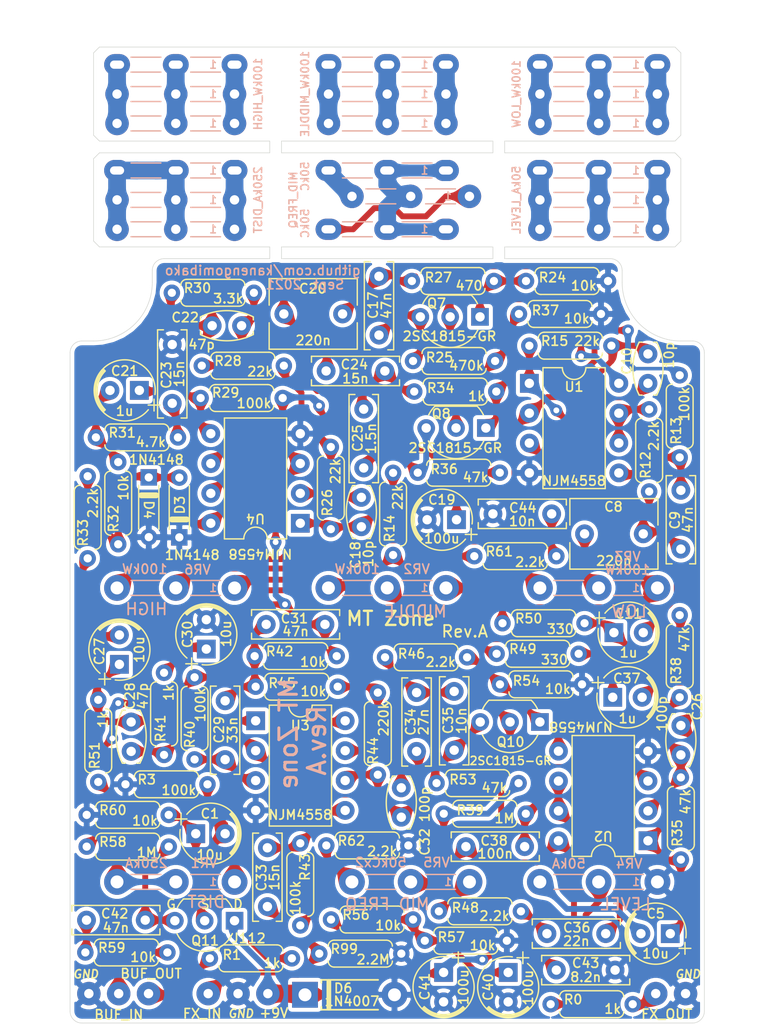
<source format=kicad_pcb>
(kicad_pcb (version 20171130) (host pcbnew "(5.1.6)-1")
  (layers (0 F.Cu signal) (31 B.Cu signal) (34 B.Paste user) (35 F.Paste user) (36 B.SilkS user) (37 F.SilkS user) (38 B.Mask user) (39 F.Mask user) (44 Edge.Cuts user))
  (net 0 "")
  (net 1 "Net-(C1-Pad1)")
  (net 2 "Net-(C1-Pad2)")
  (net 3 "Net-(C5-Pad2)")
  (net 4 "Net-(C26-Pad1)")
  (net 5 "Net-(C8-Pad1)")
  (net 6 "Net-(C8-Pad2)")
  (net 7 "Net-(C9-Pad1)")
  (net 8 "Net-(C10-Pad2)")
  (net 9 "Net-(C10-Pad1)")
  (net 10 "Net-(C11-Pad1)")
  (net 11 "Net-(C17-Pad1)")
  (net 12 "Net-(C17-Pad2)")
  (net 13 "Net-(C18-Pad1)")
  (net 14 "Net-(C18-Pad2)")
  (net 15 VCOM)
  (net 16 GND)
  (net 17 "Net-(C20-Pad2)")
  (net 18 "Net-(C21-Pad1)")
  (net 19 "Net-(C21-Pad2)")
  (net 20 "Net-(C22-Pad1)")
  (net 21 "Net-(C23-Pad2)")
  (net 22 "Net-(C24-Pad1)")
  (net 23 "Net-(C25-Pad1)")
  (net 24 "Net-(C26-Pad2)")
  (net 25 "Net-(C27-Pad1)")
  (net 26 "Net-(C27-Pad2)")
  (net 27 "Net-(C28-Pad2)")
  (net 28 "Net-(C29-Pad1)")
  (net 29 "Net-(C29-Pad2)")
  (net 30 "Net-(C30-Pad1)")
  (net 31 "Net-(C32-Pad1)")
  (net 32 "Net-(C32-Pad2)")
  (net 33 "Net-(C33-Pad2)")
  (net 34 "Net-(C33-Pad1)")
  (net 35 "Net-(C34-Pad1)")
  (net 36 "Net-(C35-Pad1)")
  (net 37 "Net-(C36-Pad2)")
  (net 38 "Net-(C36-Pad1)")
  (net 39 "Net-(C37-Pad1)")
  (net 40 "Net-(C38-Pad2)")
  (net 41 "Net-(C38-Pad1)")
  (net 42 +9V)
  (net 43 "Net-(C42-Pad2)")
  (net 44 "Net-(C42-Pad1)")
  (net 45 "Net-(C44-Pad2)")
  (net 46 "Net-(D3-Pad2)")
  (net 47 "Net-(J1-Pad1)")
  (net 48 "Net-(J8-Pad1)")
  (net 49 "Net-(J11-Pad1)")
  (net 50 "Net-(Q7-Pad1)")
  (net 51 "Net-(Q8-Pad1)")
  (net 52 "Net-(Q10-Pad1)")
  (net 53 "Net-(R0-Pad2)")
  (net 54 "Net-(R12-Pad2)")
  (net 55 "Net-(R14-Pad1)")
  (net 56 "Net-(R48-Pad1)")
  (net 57 "Net-(R49-Pad2)")
  (net 58 "Net-(R50-Pad2)")
  (net 59 "Net-(R51-Pad1)")
  (net 60 "Net-(R61-Pad2)")
  (net 61 "Net-(R62-Pad2)")
  (net 62 "Net-(U2-Pad5)")
  (net 63 /B)
  (net 64 /A)
  (net 65 /C)
  (net 66 "Net-(J15-Pad2)")
  (net 67 "Net-(J15-Pad1)")
  (net 68 "Net-(J15-Pad3)")
  (net 69 "Net-(J16-Pad2)")
  (net 70 "Net-(J16-Pad1)")
  (net 71 "Net-(J16-Pad3)")
  (net 72 "Net-(J17-Pad2)")
  (net 73 "Net-(J17-Pad1)")
  (net 74 "Net-(J17-Pad3)")
  (net 75 "Net-(J18-Pad1)")
  (net 76 "Net-(J18-Pad2)")
  (net 77 "Net-(J19-Pad2)")
  (net 78 "Net-(J19-Pad1)")
  (net 79 "Net-(J19-Pad3)")
  (module myFoot:my_WirePad_0-8mmDrill (layer F.Cu) (at -10.16 62.5)
    (fp_text reference J3 hide)
    (fp_text value +9V (at 0.51 1.65) (layer F.SilkS) (effects (font (size 0.8 0.8) (thickness 0.14))))
    (pad 1 thru_hole circle (at 0 0) (size 1.99898 1.99898) (drill 0.8001) (layers *.Cu *.Mask) (net 42 +9V))
  )
  (module myFoot:my_pot_5mm (layer B.Cu) (at 2 53 180)
    (fp_text reference VR5 (at -2.2 1.65) (layer B.SilkS) (effects (font (size 0.8 0.8) (thickness 0.14)) (justify mirror)))
    (fp_text value 50kCx2 (at 2.55 1.65) (layer B.SilkS) (effects (font (size 0.8 0.8) (thickness 0.14)) (justify mirror)))
    (fp_text user 1 (at -3.175 0) (layer B.SilkS) (effects (font (size 0.67 0.67) (thickness 0.127)) (justify mirror)))
    (pad C thru_hole circle (at 5.0038 0 180) (size 2.2 2.2) (drill 1.1) (layers *.Cu *.Mask) (net 61 "Net-(R62-Pad2)"))
    (pad A thru_hole circle (at -5.0038 0 180) (size 2.2 2.2) (drill 1.1) (layers *.Cu *.Mask) (net 56 "Net-(R48-Pad1)"))
    (pad B thru_hole circle (at 0 0 180) (size 2.2 2.2) (drill 1.1) (layers *.Cu *.Mask) (net 40 "Net-(C38-Pad2)"))
  )
  (module myFoot:my_C_D5.0mm_P2.50mm (layer F.Cu) (at -16.3 48.9)
    (fp_text reference C1 (at 1.2 -1.7) (layer F.SilkS) (effects (font (size 0.8 0.8) (thickness 0.14))))
    (fp_text value 10u (at 1.2 1.8) (layer F.SilkS) (effects (font (size 0.8 0.8) (thickness 0.14))))
    (pad 1 thru_hole rect (at 0 0) (size 1.6 1.6) (drill 0.8) (layers *.Cu *.Mask) (net 1 "Net-(C1-Pad1)"))
    (pad 2 thru_hole circle (at 2.5 0) (size 1.6 1.6) (drill 0.8) (layers *.Cu *.Mask) (net 2 "Net-(C1-Pad2)"))
  )
  (module myFoot:my_C_D5.0mm_P2.50mm (layer F.Cu) (at 24.1 57.4 180)
    (fp_text reference C5 (at 1.25 1.7) (layer F.SilkS) (effects (font (size 0.8 0.8) (thickness 0.14))))
    (fp_text value 10u (at 1.25 -1.7) (layer F.SilkS) (effects (font (size 0.8 0.8) (thickness 0.14))))
    (pad 2 thru_hole circle (at 2.5 0 180) (size 1.6 1.6) (drill 0.8) (layers *.Cu *.Mask) (net 3 "Net-(C5-Pad2)"))
    (pad 1 thru_hole rect (at 0 0 180) (size 1.6 1.6) (drill 0.8) (layers *.Cu *.Mask) (net 4 "Net-(C26-Pad1)"))
  )
  (module myFoot:my_C_Rect2_P5.00mm (layer F.Cu) (at 21.8 23.4 180)
    (fp_text reference C8 (at 2.54 2.3) (layer F.SilkS) (effects (font (size 0.8 0.8) (thickness 0.14))))
    (fp_text value 220n (at 2.5 -2.3) (layer F.SilkS) (effects (font (size 0.8 0.8) (thickness 0.14))))
    (pad 1 thru_hole circle (at 0 0 180) (size 1.6 1.6) (drill 0.8) (layers *.Cu *.Mask) (net 5 "Net-(C8-Pad1)"))
    (pad 2 thru_hole circle (at 5 0 180) (size 1.6 1.6) (drill 0.8) (layers *.Cu *.Mask) (net 6 "Net-(C8-Pad2)"))
  )
  (module myFoot:my_C_Rect1_P5.00mm (layer F.Cu) (at 25 19.7 270)
    (fp_text reference C9 (at 2.54 0.5 90) (layer F.SilkS) (effects (font (size 0.8 0.8) (thickness 0.14))))
    (fp_text value 47n (at 2.5 -0.6 90) (layer F.SilkS) (effects (font (size 0.8 0.8) (thickness 0.14))))
    (pad 1 thru_hole circle (at 0 0 270) (size 1.6 1.6) (drill 0.8) (layers *.Cu *.Mask) (net 7 "Net-(C9-Pad1)"))
    (pad 2 thru_hole circle (at 5 0 270) (size 1.6 1.6) (drill 0.8) (layers *.Cu *.Mask) (net 5 "Net-(C8-Pad1)"))
  )
  (module myFoot:my_C_Disc_P2.50mm (layer F.Cu) (at 22.2 10.6 90)
    (fp_text reference C10 (at 1.9 -1.8 90) (layer F.SilkS) (effects (font (size 0.8 0.8) (thickness 0.14))))
    (fp_text value 10p (at 2.4 1.8 90) (layer F.SilkS) (effects (font (size 0.8 0.8) (thickness 0.14))))
    (pad 2 thru_hole circle (at 2.5 0 90) (size 1.6 1.6) (drill 0.8) (layers *.Cu *.Mask) (net 8 "Net-(C10-Pad2)"))
    (pad 1 thru_hole circle (at 0 0 90) (size 1.6 1.6) (drill 0.8) (layers *.Cu *.Mask) (net 9 "Net-(C10-Pad1)"))
  )
  (module myFoot:my_C_D5.0mm_P2.50mm (layer F.Cu) (at 19.3 31.8)
    (fp_text reference C11 (at 1.25 -1.6) (layer F.SilkS) (effects (font (size 0.8 0.8) (thickness 0.14))))
    (fp_text value 1u (at 1.25 1.7) (layer F.SilkS) (effects (font (size 0.8 0.8) (thickness 0.14))))
    (pad 2 thru_hole circle (at 2.5 0) (size 1.6 1.6) (drill 0.8) (layers *.Cu *.Mask) (net 9 "Net-(C10-Pad1)"))
    (pad 1 thru_hole rect (at 0 0) (size 1.6 1.6) (drill 0.8) (layers *.Cu *.Mask) (net 10 "Net-(C11-Pad1)"))
  )
  (module myFoot:my_C_Rect1_P5.00mm (layer F.Cu) (at -0.7 6.5 90)
    (fp_text reference C17 (at 2.54 -0.508 90) (layer F.SilkS) (effects (font (size 0.8 0.8) (thickness 0.14))))
    (fp_text value 47n (at 2.5 0.635 90) (layer F.SilkS) (effects (font (size 0.8 0.8) (thickness 0.14))))
    (pad 1 thru_hole circle (at 0 0 90) (size 1.6 1.6) (drill 0.8) (layers *.Cu *.Mask) (net 11 "Net-(C17-Pad1)"))
    (pad 2 thru_hole circle (at 5 0 90) (size 1.6 1.6) (drill 0.8) (layers *.Cu *.Mask) (net 12 "Net-(C17-Pad2)"))
  )
  (module myFoot:my_C_Disc_P2.50mm (layer F.Cu) (at -2.2 22.8 90)
    (fp_text reference C18 (at -2.4 -0.5 90) (layer F.SilkS) (effects (font (size 0.8 0.8) (thickness 0.14))))
    (fp_text value 10p (at -2.3 0.6 90) (layer F.SilkS) (effects (font (size 0.8 0.8) (thickness 0.14))))
    (pad 1 thru_hole circle (at 0 0 90) (size 1.6 1.6) (drill 0.8) (layers *.Cu *.Mask) (net 13 "Net-(C18-Pad1)"))
    (pad 2 thru_hole circle (at 2.5 0 90) (size 1.6 1.6) (drill 0.8) (layers *.Cu *.Mask) (net 14 "Net-(C18-Pad2)"))
  )
  (module myFoot:my_C_D5.0mm_P2.50mm (layer F.Cu) (at 5.9 22.2 180)
    (fp_text reference C19 (at 1.25 1.7) (layer F.SilkS) (effects (font (size 0.8 0.8) (thickness 0.14))))
    (fp_text value 100u (at 1.25 -1.6) (layer F.SilkS) (effects (font (size 0.8 0.8) (thickness 0.14))))
    (pad 1 thru_hole rect (at 0 0 180) (size 1.6 1.6) (drill 0.8) (layers *.Cu *.Mask) (net 15 VCOM))
    (pad 2 thru_hole circle (at 2.5 0 180) (size 1.6 1.6) (drill 0.8) (layers *.Cu *.Mask) (net 16 GND))
  )
  (module myFoot:my_C_Rect2_P5.00mm (layer F.Cu) (at -3.8 4.7 180)
    (fp_text reference C20 (at 2.54 2.15) (layer F.SilkS) (effects (font (size 0.8 0.8) (thickness 0.14))))
    (fp_text value 220n (at 2.5 -2.25) (layer F.SilkS) (effects (font (size 0.8 0.8) (thickness 0.14))))
    (pad 2 thru_hole circle (at 5 0 180) (size 1.6 1.6) (drill 0.8) (layers *.Cu *.Mask) (net 17 "Net-(C20-Pad2)"))
    (pad 1 thru_hole circle (at 0 0 180) (size 1.6 1.6) (drill 0.8) (layers *.Cu *.Mask) (net 12 "Net-(C17-Pad2)"))
  )
  (module myFoot:my_C_D5.0mm_P2.50mm (layer F.Cu) (at -21.1 11.2 180)
    (fp_text reference C21 (at 1.25 1.65) (layer F.SilkS) (effects (font (size 0.8 0.8) (thickness 0.14))))
    (fp_text value 1u (at 1.25 -1.75) (layer F.SilkS) (effects (font (size 0.8 0.8) (thickness 0.14))))
    (pad 1 thru_hole rect (at 0 0 180) (size 1.6 1.6) (drill 0.8) (layers *.Cu *.Mask) (net 18 "Net-(C21-Pad1)"))
    (pad 2 thru_hole circle (at 2.5 0 180) (size 1.6 1.6) (drill 0.8) (layers *.Cu *.Mask) (net 19 "Net-(C21-Pad2)"))
  )
  (module myFoot:my_C_Disc_P2.50mm (layer F.Cu) (at -12.4 5.7 180)
    (fp_text reference C22 (at 4.8 0.7) (layer F.SilkS) (effects (font (size 0.8 0.8) (thickness 0.14))))
    (fp_text value 47p (at 3.4 -1.6) (layer F.SilkS) (effects (font (size 0.8 0.8) (thickness 0.14))))
    (pad 2 thru_hole circle (at 2.5 0 180) (size 1.6 1.6) (drill 0.8) (layers *.Cu *.Mask) (net 17 "Net-(C20-Pad2)"))
    (pad 1 thru_hole circle (at 0 0 180) (size 1.6 1.6) (drill 0.8) (layers *.Cu *.Mask) (net 20 "Net-(C22-Pad1)"))
  )
  (module myFoot:my_C_Rect1_P5.00mm (layer F.Cu) (at -18.3 7.3 270)
    (fp_text reference C23 (at 2.6 0.5 90) (layer F.SilkS) (effects (font (size 0.8 0.8) (thickness 0.14))))
    (fp_text value 15n (at 2.5 -0.6 90) (layer F.SilkS) (effects (font (size 0.8 0.8) (thickness 0.14))))
    (pad 2 thru_hole circle (at 5 0 270) (size 1.6 1.6) (drill 0.8) (layers *.Cu *.Mask) (net 21 "Net-(C23-Pad2)"))
    (pad 1 thru_hole circle (at 0 0 270) (size 1.6 1.6) (drill 0.8) (layers *.Cu *.Mask) (net 16 GND))
  )
  (module myFoot:my_C_Rect1_P5.00mm (layer F.Cu) (at -0.2 9.55 180)
    (fp_text reference C24 (at 2.6 0.55) (layer F.SilkS) (effects (font (size 0.8 0.8) (thickness 0.14))))
    (fp_text value 15n (at 2.5 -0.65) (layer F.SilkS) (effects (font (size 0.8 0.8) (thickness 0.14))))
    (pad 2 thru_hole circle (at 5 0 180) (size 1.6 1.6) (drill 0.8) (layers *.Cu *.Mask) (net 17 "Net-(C20-Pad2)"))
    (pad 1 thru_hole circle (at 0 0 180) (size 1.6 1.6) (drill 0.8) (layers *.Cu *.Mask) (net 22 "Net-(C24-Pad1)"))
  )
  (module myFoot:my_C_Rect1_P5.00mm (layer F.Cu) (at -2 17.8 90)
    (fp_text reference C25 (at 2.54 -0.508 90) (layer F.SilkS) (effects (font (size 0.8 0.8) (thickness 0.14))))
    (fp_text value 1.5n (at 2.5 0.635 90) (layer F.SilkS) (effects (font (size 0.8 0.8) (thickness 0.14))))
    (pad 1 thru_hole circle (at 0 0 90) (size 1.6 1.6) (drill 0.8) (layers *.Cu *.Mask) (net 23 "Net-(C25-Pad1)"))
    (pad 2 thru_hole circle (at 5 0 90) (size 1.6 1.6) (drill 0.8) (layers *.Cu *.Mask) (net 22 "Net-(C24-Pad1)"))
  )
  (module myFoot:my_C_Disc_P2.50mm (layer F.Cu) (at 25 39.7 270)
    (fp_text reference C26 (at -1.6 -1.4 90) (layer F.SilkS) (effects (font (size 0.8 0.8) (thickness 0.14))))
    (fp_text value 100p (at -1 1.6 90) (layer F.SilkS) (effects (font (size 0.8 0.8) (thickness 0.14))))
    (pad 2 thru_hole circle (at 2.5 0 270) (size 1.6 1.6) (drill 0.8) (layers *.Cu *.Mask) (net 24 "Net-(C26-Pad2)"))
    (pad 1 thru_hole circle (at 0 0 270) (size 1.6 1.6) (drill 0.8) (layers *.Cu *.Mask) (net 4 "Net-(C26-Pad1)"))
  )
  (module myFoot:my_C_D5.0mm_P2.50mm (layer F.Cu) (at -22.8 34.5 90)
    (fp_text reference C27 (at 1.1 -1.7 90) (layer F.SilkS) (effects (font (size 0.8 0.8) (thickness 0.14))))
    (fp_text value 10u (at 1.25 1.7 90) (layer F.SilkS) (effects (font (size 0.8 0.8) (thickness 0.14))))
    (pad 1 thru_hole rect (at 0 0 90) (size 1.6 1.6) (drill 0.8) (layers *.Cu *.Mask) (net 25 "Net-(C27-Pad1)"))
    (pad 2 thru_hole circle (at 2.5 0 90) (size 1.6 1.6) (drill 0.8) (layers *.Cu *.Mask) (net 26 "Net-(C27-Pad2)"))
  )
  (module myFoot:my_C_Disc_P2.50mm (layer F.Cu) (at -21.8 39.4 270)
    (fp_text reference C28 (at -2.2 0.1 90) (layer F.SilkS) (effects (font (size 0.8 0.8) (thickness 0.14))))
    (fp_text value 47p (at -2.2 -1 90) (layer F.SilkS) (effects (font (size 0.8 0.8) (thickness 0.14))))
    (pad 1 thru_hole circle (at 0 0 270) (size 1.6 1.6) (drill 0.8) (layers *.Cu *.Mask) (net 25 "Net-(C27-Pad1)"))
    (pad 2 thru_hole circle (at 2.5 0 270) (size 1.6 1.6) (drill 0.8) (layers *.Cu *.Mask) (net 27 "Net-(C28-Pad2)"))
  )
  (module myFoot:my_C_Rect1_P5.00mm (layer F.Cu) (at -13.8 42.6 90)
    (fp_text reference C29 (at 2.54 -0.508 90) (layer F.SilkS) (effects (font (size 0.8 0.8) (thickness 0.14))))
    (fp_text value 33n (at 2.5 0.635 90) (layer F.SilkS) (effects (font (size 0.8 0.8) (thickness 0.14))))
    (pad 1 thru_hole circle (at 0 0 90) (size 1.6 1.6) (drill 0.8) (layers *.Cu *.Mask) (net 28 "Net-(C29-Pad1)"))
    (pad 2 thru_hole circle (at 5 0 90) (size 1.6 1.6) (drill 0.8) (layers *.Cu *.Mask) (net 29 "Net-(C29-Pad2)"))
  )
  (module myFoot:my_C_D5.0mm_P2.50mm (layer F.Cu) (at -15.4 33.2 90)
    (fp_text reference C30 (at 1.25 -1.6 90) (layer F.SilkS) (effects (font (size 0.8 0.8) (thickness 0.14))))
    (fp_text value 10u (at 1.3 1.7 90) (layer F.SilkS) (effects (font (size 0.8 0.8) (thickness 0.14))))
    (pad 2 thru_hole circle (at 2.5 0 90) (size 1.6 1.6) (drill 0.8) (layers *.Cu *.Mask) (net 16 GND))
    (pad 1 thru_hole rect (at 0 0 90) (size 1.6 1.6) (drill 0.8) (layers *.Cu *.Mask) (net 30 "Net-(C30-Pad1)"))
  )
  (module myFoot:my_C_Rect1_P5.00mm (layer F.Cu) (at -5.3 31.1 180)
    (fp_text reference C31 (at 2.6 0.5) (layer F.SilkS) (effects (font (size 0.8 0.8) (thickness 0.14))))
    (fp_text value 47n (at 2.5 -0.6) (layer F.SilkS) (effects (font (size 0.8 0.8) (thickness 0.14))))
    (pad 1 thru_hole circle (at 0 0 180) (size 1.6 1.6) (drill 0.8) (layers *.Cu *.Mask) (net 15 VCOM))
    (pad 2 thru_hole circle (at 5 0 180) (size 1.6 1.6) (drill 0.8) (layers *.Cu *.Mask) (net 29 "Net-(C29-Pad2)"))
  )
  (module myFoot:my_C_Disc_P2.50mm (layer F.Cu) (at 1.2 45 270)
    (fp_text reference C32 (at 4.6 -2 90) (layer F.SilkS) (effects (font (size 0.8 0.8) (thickness 0.14))))
    (fp_text value 100p (at 1.4 -2 90) (layer F.SilkS) (effects (font (size 0.8 0.8) (thickness 0.14))))
    (pad 1 thru_hole circle (at 0 0 270) (size 1.6 1.6) (drill 0.8) (layers *.Cu *.Mask) (net 31 "Net-(C32-Pad1)"))
    (pad 2 thru_hole circle (at 2.5 0 270) (size 1.6 1.6) (drill 0.8) (layers *.Cu *.Mask) (net 32 "Net-(C32-Pad2)"))
  )
  (module myFoot:my_C_Rect1_P5.00mm (layer F.Cu) (at -10.2 50.1 270)
    (fp_text reference C33 (at 2.54 0.5 90) (layer F.SilkS) (effects (font (size 0.8 0.8) (thickness 0.14))))
    (fp_text value 15n (at 2.5 -0.6 90) (layer F.SilkS) (effects (font (size 0.8 0.8) (thickness 0.14))))
    (pad 2 thru_hole circle (at 5 0 270) (size 1.6 1.6) (drill 0.8) (layers *.Cu *.Mask) (net 33 "Net-(C33-Pad2)"))
    (pad 1 thru_hole circle (at 0 0 270) (size 1.6 1.6) (drill 0.8) (layers *.Cu *.Mask) (net 34 "Net-(C33-Pad1)"))
  )
  (module myFoot:my_C_Rect1_P5.00mm (layer F.Cu) (at 2.5 36.9 270)
    (fp_text reference C34 (at 2.5 0.5 90) (layer F.SilkS) (effects (font (size 0.8 0.8) (thickness 0.14))))
    (fp_text value 27n (at 2.5 -0.6 90) (layer F.SilkS) (effects (font (size 0.8 0.8) (thickness 0.14))))
    (pad 2 thru_hole circle (at 5 0 270) (size 1.6 1.6) (drill 0.8) (layers *.Cu *.Mask) (net 32 "Net-(C32-Pad2)"))
    (pad 1 thru_hole circle (at 0 0 270) (size 1.6 1.6) (drill 0.8) (layers *.Cu *.Mask) (net 35 "Net-(C34-Pad1)"))
  )
  (module myFoot:my_C_Rect1_P5.00mm (layer F.Cu) (at 5.7 41.8 90)
    (fp_text reference C35 (at 2.54 -0.508 90) (layer F.SilkS) (effects (font (size 0.8 0.8) (thickness 0.14))))
    (fp_text value 10n (at 2.5 0.635 90) (layer F.SilkS) (effects (font (size 0.8 0.8) (thickness 0.14))))
    (pad 1 thru_hole circle (at 0 0 90) (size 1.6 1.6) (drill 0.8) (layers *.Cu *.Mask) (net 36 "Net-(C35-Pad1)"))
    (pad 2 thru_hole circle (at 5 0 90) (size 1.6 1.6) (drill 0.8) (layers *.Cu *.Mask) (net 35 "Net-(C34-Pad1)"))
  )
  (module myFoot:my_C_Rect1_P5.00mm (layer F.Cu) (at 13.6 57.4)
    (fp_text reference C36 (at 2.54 -0.508) (layer F.SilkS) (effects (font (size 0.8 0.8) (thickness 0.14))))
    (fp_text value 22n (at 2.5 0.635) (layer F.SilkS) (effects (font (size 0.8 0.8) (thickness 0.14))))
    (pad 2 thru_hole circle (at 5 0) (size 1.6 1.6) (drill 0.8) (layers *.Cu *.Mask) (net 37 "Net-(C36-Pad2)"))
    (pad 1 thru_hole circle (at 0 0) (size 1.6 1.6) (drill 0.8) (layers *.Cu *.Mask) (net 38 "Net-(C36-Pad1)"))
  )
  (module myFoot:my_C_D5.0mm_P2.50mm (layer F.Cu) (at 19.2 37.3)
    (fp_text reference C37 (at 1.2 -1.6) (layer F.SilkS) (effects (font (size 0.8 0.8) (thickness 0.14))))
    (fp_text value 1u (at 1.25 1.8) (layer F.SilkS) (effects (font (size 0.8 0.8) (thickness 0.14))))
    (pad 2 thru_hole circle (at 2.5 0) (size 1.6 1.6) (drill 0.8) (layers *.Cu *.Mask) (net 4 "Net-(C26-Pad1)"))
    (pad 1 thru_hole rect (at 0 0) (size 1.6 1.6) (drill 0.8) (layers *.Cu *.Mask) (net 39 "Net-(C37-Pad1)"))
  )
  (module myFoot:my_C_Rect1_P5.00mm (layer F.Cu) (at 11.7 50 180)
    (fp_text reference C38 (at 2.6 0.5) (layer F.SilkS) (effects (font (size 0.8 0.8) (thickness 0.14))))
    (fp_text value 100n (at 2.5 -0.6) (layer F.SilkS) (effects (font (size 0.8 0.8) (thickness 0.14))))
    (pad 2 thru_hole circle (at 5 0 180) (size 1.6 1.6) (drill 0.8) (layers *.Cu *.Mask) (net 40 "Net-(C38-Pad2)"))
    (pad 1 thru_hole circle (at 0 0 180) (size 1.6 1.6) (drill 0.8) (layers *.Cu *.Mask) (net 41 "Net-(C38-Pad1)"))
  )
  (module myFoot:my_C_D5.0mm_P2.50mm (layer F.Cu) (at 10.3 60.7 270)
    (fp_text reference C40 (at 1.25 1.7 90) (layer F.SilkS) (effects (font (size 0.8 0.8) (thickness 0.14))))
    (fp_text value 100u (at 1.3 -1.7 90) (layer F.SilkS) (effects (font (size 0.8 0.8) (thickness 0.14))))
    (pad 2 thru_hole circle (at 2.5 0 270) (size 1.6 1.6) (drill 0.8) (layers *.Cu *.Mask) (net 16 GND))
    (pad 1 thru_hole rect (at 0 0 270) (size 1.6 1.6) (drill 0.8) (layers *.Cu *.Mask) (net 15 VCOM))
  )
  (module myFoot:my_C_D5.0mm_P2.50mm (layer F.Cu) (at 4.8 60.7 270)
    (fp_text reference C41 (at 1.2 1.6 90) (layer F.SilkS) (effects (font (size 0.8 0.8) (thickness 0.14))))
    (fp_text value 100u (at 1.25 -1.7 90) (layer F.SilkS) (effects (font (size 0.8 0.8) (thickness 0.14))))
    (pad 1 thru_hole rect (at 0 0 270) (size 1.6 1.6) (drill 0.8) (layers *.Cu *.Mask) (net 42 +9V))
    (pad 2 thru_hole circle (at 2.5 0 270) (size 1.6 1.6) (drill 0.8) (layers *.Cu *.Mask) (net 16 GND))
  )
  (module myFoot:my_C_Rect1_P5.00mm (layer F.Cu) (at -20.6 56.25 180)
    (fp_text reference C42 (at 2.6 0.55) (layer F.SilkS) (effects (font (size 0.8 0.8) (thickness 0.14))))
    (fp_text value 47n (at 2.5 -0.65) (layer F.SilkS) (effects (font (size 0.8 0.8) (thickness 0.14))))
    (pad 2 thru_hole circle (at 5 0 180) (size 1.6 1.6) (drill 0.8) (layers *.Cu *.Mask) (net 43 "Net-(C42-Pad2)"))
    (pad 1 thru_hole circle (at 0 0 180) (size 1.6 1.6) (drill 0.8) (layers *.Cu *.Mask) (net 44 "Net-(C42-Pad1)"))
  )
  (module myFoot:my_C_Rect1_P5.00mm (layer F.Cu) (at 19.4 60.5 180)
    (fp_text reference C43 (at 2.5 0.6) (layer F.SilkS) (effects (font (size 0.8 0.8) (thickness 0.14))))
    (fp_text value 8.2n (at 2.5 -0.6) (layer F.SilkS) (effects (font (size 0.8 0.8) (thickness 0.14))))
    (pad 2 thru_hole circle (at 5 0 180) (size 1.6 1.6) (drill 0.8) (layers *.Cu *.Mask) (net 40 "Net-(C38-Pad2)"))
    (pad 1 thru_hole circle (at 0 0 180) (size 1.6 1.6) (drill 0.8) (layers *.Cu *.Mask) (net 16 GND))
  )
  (module myFoot:my_C_Rect1_P5.00mm (layer F.Cu) (at 9 21.7)
    (fp_text reference C44 (at 2.54 -0.508) (layer F.SilkS) (effects (font (size 0.8 0.8) (thickness 0.14))))
    (fp_text value 10n (at 2.5 0.635) (layer F.SilkS) (effects (font (size 0.8 0.8) (thickness 0.14))))
    (pad 1 thru_hole circle (at 0 0) (size 1.6 1.6) (drill 0.8) (layers *.Cu *.Mask) (net 16 GND))
    (pad 2 thru_hole circle (at 5 0) (size 1.6 1.6) (drill 0.8) (layers *.Cu *.Mask) (net 45 "Net-(C44-Pad2)"))
  )
  (module myFoot:my_D_P5.08mm_Horizontal (layer F.Cu) (at -17.7 23.7 90)
    (fp_text reference D3 (at 2.75 0.05 90) (layer F.SilkS) (effects (font (size 0.8 0.8) (thickness 0.14))))
    (fp_text value 1N4148 (at -1.5 1.1 180) (layer F.SilkS) (effects (font (size 0.8 0.8) (thickness 0.14))))
    (pad 2 thru_hole oval (at 5.08 0 90) (size 1.4 1.4) (drill 0.7) (layers *.Cu *.Mask) (net 46 "Net-(D3-Pad2)"))
    (pad 1 thru_hole rect (at 0 0 90) (size 1.4 1.4) (drill 0.7) (layers *.Cu *.Mask) (net 16 GND))
  )
  (module myFoot:my_D_P5.08mm_Horizontal (layer F.Cu) (at -20.3 18.6 270)
    (fp_text reference D4 (at 2.75 0 270 unlocked) (layer F.SilkS) (effects (font (size 0.8 0.8) (thickness 0.14))))
    (fp_text value 1N4148 (at -1.5 -0.65 180) (layer F.SilkS) (effects (font (size 0.8 0.8) (thickness 0.14))))
    (pad 1 thru_hole rect (at 0 0 270) (size 1.4 1.4) (drill 0.7) (layers *.Cu *.Mask) (net 46 "Net-(D3-Pad2)"))
    (pad 2 thru_hole oval (at 5.08 0 270) (size 1.4 1.4) (drill 0.7) (layers *.Cu *.Mask) (net 16 GND))
  )
  (module myFoot:my_D_P7.62mm (layer F.Cu) (at -7 62.6)
    (fp_text reference D6 (at 3.25 -0.55) (layer F.SilkS) (effects (font (size 0.8 0.8) (thickness 0.14))))
    (fp_text value 1N4007 (at 4 0.55) (layer F.SilkS) (effects (font (size 0.8 0.8) (thickness 0.14))))
    (pad 1 thru_hole rect (at 0 0) (size 2.2 2.2) (drill 1.1) (layers *.Cu *.Mask) (net 42 +9V))
    (pad 2 thru_hole oval (at 7.62 0) (size 2.2 2.2) (drill 1.1) (layers *.Cu *.Mask) (net 16 GND))
  )
  (module myFoot:my_WirePad_0-8mmDrill (layer F.Cu) (at -22.86 62.5)
    (fp_text reference J1 hide)
    (fp_text value BUF_IN (at 0.01 1.8) (layer F.SilkS) (effects (font (size 0.8 0.8) (thickness 0.14))))
    (pad 1 thru_hole circle (at 0 0) (size 1.99898 1.99898) (drill 0.8001) (layers *.Cu *.Mask) (net 47 "Net-(J1-Pad1)"))
  )
  (module myFoot:my_WirePad_0-8mmDrill (layer F.Cu) (at -25.4 62.5)
    (fp_text reference J4 hide)
    (fp_text value GND (at -0.25 -1.65) (layer F.SilkS) (effects (font (size 0.7 0.7) (thickness 0.14) italic)))
    (pad 1 thru_hole circle (at 0 0) (size 1.99898 1.99898) (drill 0.8001) (layers *.Cu *.Mask) (net 16 GND))
  )
  (module myFoot:my_WirePad_0-8mmDrill (layer F.Cu) (at 25.4 62.5)
    (fp_text reference J5 hide)
    (fp_text value GND (at 0.2 -1.65) (layer F.SilkS) (effects (font (size 0.7 0.7) (thickness 0.14) italic)))
    (pad 1 thru_hole circle (at 0 0) (size 1.99898 1.99898) (drill 0.8001) (layers *.Cu *.Mask) (net 16 GND))
  )
  (module myFoot:my_WirePad_0-8mmDrill (layer F.Cu) (at -12.7 62.5)
    (fp_text reference J6 hide)
    (fp_text value GND (at 0.25 1.7) (layer F.SilkS) (effects (font (size 0.7 0.7) (thickness 0.14) italic)))
    (pad 1 thru_hole circle (at 0 0) (size 1.99898 1.99898) (drill 0.8001) (layers *.Cu *.Mask) (net 16 GND))
  )
  (module myFoot:my_WirePad_0-8mmDrill (layer F.Cu) (at -20.32 62.5)
    (fp_text reference J8 hide)
    (fp_text value BUF_OUT (at 0.22 -1.7) (layer F.SilkS) (effects (font (size 0.8 0.8) (thickness 0.14))))
    (pad 1 thru_hole circle (at 0 0) (size 1.99898 1.99898) (drill 0.8001) (layers *.Cu *.Mask) (net 48 "Net-(J8-Pad1)"))
  )
  (module myFoot:my_WirePad_0-8mmDrill (layer F.Cu) (at -15.24 62.5)
    (fp_text reference J9 hide)
    (fp_text value FX_IN (at -0.51 1.7) (layer F.SilkS) (effects (font (size 0.8 0.8) (thickness 0.14))))
    (pad 1 thru_hole circle (at 0 0) (size 1.99898 1.99898) (drill 0.8001) (layers *.Cu *.Mask) (net 33 "Net-(C33-Pad2)"))
  )
  (module myFoot:my_WirePad_0-8mmDrill (layer F.Cu) (at 22.86 62.5)
    (fp_text reference J11 hide)
    (fp_text value FX_OUT (at 0.94 1.75) (layer F.SilkS) (effects (font (size 0.8 0.8) (thickness 0.14))))
    (pad 1 thru_hole circle (at 0 0) (size 1.99898 1.99898) (drill 0.8001) (layers *.Cu *.Mask) (net 49 "Net-(J11-Pad1)"))
  )
  (module Package_TO_SOT_THT:TO-92_Inline_Wide (layer F.Cu) (at 7.9 4.95 180)
    (fp_text reference Q7 (at 3.7 1.15) (layer F.SilkS) (effects (font (size 0.8 0.8) (thickness 0.14))))
    (fp_text value 2SC1815-GR (at 2.6 -1.65) (layer F.SilkS) (effects (font (size 0.8 0.8) (thickness 0.14))))
    (pad 1 thru_hole rect (at 0 0 270) (size 1.5 1.5) (drill 0.8) (layers *.Cu *.Mask) (net 50 "Net-(Q7-Pad1)"))
    (pad 3 thru_hole circle (at 5.08 0 270) (size 1.5 1.5) (drill 0.8) (layers *.Cu *.Mask) (net 11 "Net-(C17-Pad1)"))
    (pad 2 thru_hole circle (at 2.54 0 270) (size 1.5 1.5) (drill 0.8) (layers *.Cu *.Mask) (net 42 +9V))
  )
  (module Package_TO_SOT_THT:TO-92_Inline_Wide (layer F.Cu) (at 8.4 14.4 180)
    (fp_text reference Q8 (at 3.8 1.2) (layer F.SilkS) (effects (font (size 0.8 0.8) (thickness 0.14))))
    (fp_text value 2SC1815-GR (at 2.6 -1.7) (layer F.SilkS) (effects (font (size 0.8 0.8) (thickness 0.14))))
    (pad 2 thru_hole circle (at 2.54 0 270) (size 1.5 1.5) (drill 0.8) (layers *.Cu *.Mask) (net 42 +9V))
    (pad 3 thru_hole circle (at 5.08 0 270) (size 1.5 1.5) (drill 0.8) (layers *.Cu *.Mask) (net 23 "Net-(C25-Pad1)"))
    (pad 1 thru_hole rect (at 0 0 270) (size 1.5 1.5) (drill 0.8) (layers *.Cu *.Mask) (net 51 "Net-(Q8-Pad1)"))
  )
  (module Package_TO_SOT_THT:TO-92_Inline_Wide (layer F.Cu) (at 13 39.4 180)
    (fp_text reference Q10 (at 2.5 -1.7) (layer F.SilkS) (effects (font (size 0.8 0.8) (thickness 0.14))))
    (fp_text value 2SC1815-GR (at 2.5 -3.3) (layer F.SilkS) (effects (font (size 0.7 0.7) (thickness 0.13))))
    (pad 1 thru_hole rect (at 0 0 270) (size 1.5 1.5) (drill 0.8) (layers *.Cu *.Mask) (net 52 "Net-(Q10-Pad1)"))
    (pad 3 thru_hole circle (at 5.08 0 270) (size 1.5 1.5) (drill 0.8) (layers *.Cu *.Mask) (net 36 "Net-(C35-Pad1)"))
    (pad 2 thru_hole circle (at 2.54 0 270) (size 1.5 1.5) (drill 0.8) (layers *.Cu *.Mask) (net 42 +9V))
  )
  (module Package_TO_SOT_THT:TO-92_Inline_Wide (layer F.Cu) (at -13 56.3 180)
    (fp_text reference Q11 (at 2.5 -1.7) (layer F.SilkS) (effects (font (size 0.8 0.8) (thickness 0.14))))
    (fp_text value J112 (at -1.2 -1.5) (layer F.SilkS) (effects (font (size 0.8 0.8) (thickness 0.14))))
    (pad 1 thru_hole rect (at 0 0 270) (size 1.5 1.5) (drill 0.8) (layers *.Cu *.Mask) (net 42 +9V))
    (pad 3 thru_hole circle (at 5.08 0 270) (size 1.5 1.5) (drill 0.8) (layers *.Cu *.Mask) (net 44 "Net-(C42-Pad1)"))
    (pad 2 thru_hole circle (at 2.54 0 270) (size 1.5 1.5) (drill 0.8) (layers *.Cu *.Mask) (net 1 "Net-(C1-Pad1)"))
  )
  (module Package_DIP:DIP-8_W7.62mm (layer F.Cu) (at 12.1 10.6)
    (fp_text reference U1 (at 3.81 0.3) (layer F.SilkS) (effects (font (size 0.8 0.8) (thickness 0.14))))
    (fp_text value NJM4558 (at 3.81 8.3) (layer F.SilkS) (effects (font (size 0.8 0.8) (thickness 0.14))))
    (pad 1 thru_hole rect (at 0 0) (size 1.6 1.6) (drill 0.8) (layers *.Cu *.Mask) (net 9 "Net-(C10-Pad1)"))
    (pad 5 thru_hole oval (at 7.62 7.62) (size 1.6 1.6) (drill 0.8) (layers *.Cu *.Mask) (net 7 "Net-(C9-Pad1)"))
    (pad 2 thru_hole oval (at 0 2.54) (size 1.6 1.6) (drill 0.8) (layers *.Cu *.Mask) (net 8 "Net-(C10-Pad2)"))
    (pad 6 thru_hole oval (at 7.62 5.08) (size 1.6 1.6) (drill 0.8) (layers *.Cu *.Mask) (net 54 "Net-(R12-Pad2)"))
    (pad 3 thru_hole oval (at 0 5.08) (size 1.6 1.6) (drill 0.8) (layers *.Cu *.Mask) (net 55 "Net-(R14-Pad1)"))
    (pad 7 thru_hole oval (at 7.62 2.54) (size 1.6 1.6) (drill 0.8) (layers *.Cu *.Mask) (net 54 "Net-(R12-Pad2)"))
    (pad 4 thru_hole oval (at 0 7.62) (size 1.6 1.6) (drill 0.8) (layers *.Cu *.Mask) (net 16 GND))
    (pad 8 thru_hole oval (at 7.62 0) (size 1.6 1.6) (drill 0.8) (layers *.Cu *.Mask) (net 42 +9V))
  )
  (module Package_DIP:DIP-8_W7.62mm (layer F.Cu) (at 22.2 49.5 180)
    (fp_text reference U2 (at 3.8 0.4 180 unlocked) (layer F.SilkS) (effects (font (size 0.8 0.8) (thickness 0.14))))
    (fp_text value NJM4558 (at 5.7 9.7 180 unlocked) (layer F.SilkS) (effects (font (size 0.8 0.8) (thickness 0.14))))
    (pad 1 thru_hole rect (at 0 0 180) (size 1.6 1.6) (drill 0.8) (layers *.Cu *.Mask) (net 4 "Net-(C26-Pad1)"))
    (pad 5 thru_hole oval (at 7.62 7.62 180) (size 1.6 1.6) (drill 0.8) (layers *.Cu *.Mask) (net 62 "Net-(U2-Pad5)"))
    (pad 2 thru_hole oval (at 0 2.54 180) (size 1.6 1.6) (drill 0.8) (layers *.Cu *.Mask) (net 24 "Net-(C26-Pad2)"))
    (pad 6 thru_hole oval (at 7.62 5.08 180) (size 1.6 1.6) (drill 0.8) (layers *.Cu *.Mask) (net 37 "Net-(C36-Pad2)"))
    (pad 3 thru_hole oval (at 0 5.08 180) (size 1.6 1.6) (drill 0.8) (layers *.Cu *.Mask) (net 41 "Net-(C38-Pad1)"))
    (pad 7 thru_hole oval (at 7.62 2.54 180) (size 1.6 1.6) (drill 0.8) (layers *.Cu *.Mask) (net 37 "Net-(C36-Pad2)"))
    (pad 4 thru_hole oval (at 0 7.62 180) (size 1.6 1.6) (drill 0.8) (layers *.Cu *.Mask) (net 16 GND))
    (pad 8 thru_hole oval (at 7.62 0 180) (size 1.6 1.6) (drill 0.8) (layers *.Cu *.Mask) (net 42 +9V))
  )
  (module Package_DIP:DIP-8_W7.62mm (layer F.Cu) (at -11.2 39.3)
    (fp_text reference U3 (at 3.8 0.4) (layer F.SilkS) (effects (font (size 0.8 0.8) (thickness 0.14))))
    (fp_text value NJM4558 (at 3.8 8) (layer F.SilkS) (effects (font (size 0.8 0.8) (thickness 0.14))))
    (pad 1 thru_hole rect (at 0 0) (size 1.6 1.6) (drill 0.8) (layers *.Cu *.Mask) (net 25 "Net-(C27-Pad1)"))
    (pad 5 thru_hole oval (at 7.62 7.62) (size 1.6 1.6) (drill 0.8) (layers *.Cu *.Mask) (net 34 "Net-(C33-Pad1)"))
    (pad 2 thru_hole oval (at 0 2.54) (size 1.6 1.6) (drill 0.8) (layers *.Cu *.Mask) (net 27 "Net-(C28-Pad2)"))
    (pad 6 thru_hole oval (at 7.62 5.08) (size 1.6 1.6) (drill 0.8) (layers *.Cu *.Mask) (net 32 "Net-(C32-Pad2)"))
    (pad 3 thru_hole oval (at 0 5.08) (size 1.6 1.6) (drill 0.8) (layers *.Cu *.Mask) (net 28 "Net-(C29-Pad1)"))
    (pad 7 thru_hole oval (at 7.62 2.54) (size 1.6 1.6) (drill 0.8) (layers *.Cu *.Mask) (net 31 "Net-(C32-Pad1)"))
    (pad 4 thru_hole oval (at 0 7.62) (size 1.6 1.6) (drill 0.8) (layers *.Cu *.Mask) (net 16 GND))
    (pad 8 thru_hole oval (at 7.62 0) (size 1.6 1.6) (drill 0.8) (layers *.Cu *.Mask) (net 42 +9V))
  )
  (module Package_DIP:DIP-8_W7.62mm (layer F.Cu) (at -7.4 22.5 180)
    (fp_text reference U4 (at 3.81 0.4 180 unlocked) (layer F.SilkS) (effects (font (size 0.8 0.8) (thickness 0.14))))
    (fp_text value NJM4558 (at 3.4 -2.6 180 unlocked) (layer F.SilkS) (effects (font (size 0.8 0.8) (thickness 0.14))))
    (pad 8 thru_hole oval (at 7.62 0 180) (size 1.6 1.6) (drill 0.8) (layers *.Cu *.Mask) (net 42 +9V))
    (pad 4 thru_hole oval (at 0 7.62 180) (size 1.6 1.6) (drill 0.8) (layers *.Cu *.Mask) (net 16 GND))
    (pad 7 thru_hole oval (at 7.62 2.54 180) (size 1.6 1.6) (drill 0.8) (layers *.Cu *.Mask) (net 20 "Net-(C22-Pad1)"))
    (pad 3 thru_hole oval (at 0 5.08 180) (size 1.6 1.6) (drill 0.8) (layers *.Cu *.Mask) (net 15 VCOM))
    (pad 6 thru_hole oval (at 7.62 5.08 180) (size 1.6 1.6) (drill 0.8) (layers *.Cu *.Mask) (net 17 "Net-(C20-Pad2)"))
    (pad 2 thru_hole oval (at 0 2.54 180) (size 1.6 1.6) (drill 0.8) (layers *.Cu *.Mask) (net 14 "Net-(C18-Pad2)"))
    (pad 5 thru_hole oval (at 7.62 7.62 180) (size 1.6 1.6) (drill 0.8) (layers *.Cu *.Mask) (net 18 "Net-(C21-Pad1)"))
    (pad 1 thru_hole rect (at 0 0 180) (size 1.6 1.6) (drill 0.8) (layers *.Cu *.Mask) (net 13 "Net-(C18-Pad1)"))
  )
  (module myFoot:my_pot_5mm (layer B.Cu) (at -18 53 180)
    (fp_text reference VR1 (at -2.4 1.6) (layer B.SilkS) (effects (font (size 0.8 0.8) (thickness 0.14)) (justify mirror)))
    (fp_text value 250kA (at 2.5 1.6) (layer B.SilkS) (effects (font (size 0.8 0.8) (thickness 0.14)) (justify mirror)))
    (fp_text user 1 (at -3.175 0) (layer B.SilkS) (effects (font (size 0.67 0.67) (thickness 0.127)) (justify mirror)))
    (pad 2 thru_hole circle (at 0 0 180) (size 2.2 2.2) (drill 1.1) (layers *.Cu *.Mask) (net 59 "Net-(R51-Pad1)"))
    (pad 1 thru_hole circle (at -5.0038 0 180) (size 2.2 2.2) (drill 1.1) (layers *.Cu *.Mask) (net 27 "Net-(C28-Pad2)"))
    (pad 3 thru_hole circle (at 5.0038 0 180) (size 2.2 2.2) (drill 1.1) (layers *.Cu *.Mask) (net 59 "Net-(R51-Pad1)"))
  )
  (module myFoot:my_pot_5mm (layer B.Cu) (at 0 28 180)
    (fp_text reference VR2 (at -2.5 1.6) (layer B.SilkS) (effects (font (size 0.8 0.8) (thickness 0.14)) (justify mirror)))
    (fp_text value 100kW (at 2.55 1.6) (layer B.SilkS) (effects (font (size 0.8 0.8) (thickness 0.14)) (justify mirror)))
    (fp_text user 1 (at -3.175 0) (layer B.SilkS) (effects (font (size 0.67 0.67) (thickness 0.127)) (justify mirror)))
    (pad 2 thru_hole circle (at 0 0 180) (size 2.2 2.2) (drill 1.1) (layers *.Cu *.Mask) (net 62 "Net-(U2-Pad5)"))
    (pad 1 thru_hole circle (at -5.0038 0 180) (size 2.2 2.2) (drill 1.1) (layers *.Cu *.Mask) (net 58 "Net-(R50-Pad2)"))
    (pad 3 thru_hole circle (at 5.0038 0 180) (size 2.2 2.2) (drill 1.1) (layers *.Cu *.Mask) (net 57 "Net-(R49-Pad2)"))
  )
  (module myFoot:my_pot_5mm (layer B.Cu) (at 18 28 180)
    (fp_text reference VR3 (at -2.45 2.65) (layer B.SilkS) (effects (font (size 0.8 0.8) (thickness 0.14)) (justify mirror)))
    (fp_text value 100kW (at -2.45 1.55) (layer B.SilkS) (effects (font (size 0.8 0.8) (thickness 0.14)) (justify mirror)))
    (fp_text user 1 (at -3.175 0) (layer B.SilkS) (effects (font (size 0.67 0.67) (thickness 0.127)) (justify mirror)))
    (pad 2 thru_hole circle (at 0 0 180) (size 2.2 2.2) (drill 1.1) (layers *.Cu *.Mask) (net 6 "Net-(C8-Pad2)"))
    (pad 1 thru_hole circle (at -5.0038 0 180) (size 2.2 2.2) (drill 1.1) (layers *.Cu *.Mask) (net 55 "Net-(R14-Pad1)"))
    (pad 3 thru_hole circle (at 5.0038 0 180) (size 2.2 2.2) (drill 1.1) (layers *.Cu *.Mask) (net 8 "Net-(C10-Pad2)"))
  )
  (module myFoot:my_pot_5mm (layer B.Cu) (at 18 53 180)
    (fp_text reference VR4 (at -2.6 1.55) (layer B.SilkS) (effects (font (size 0.8 0.8) (thickness 0.14)) (justify mirror)))
    (fp_text value 50kA (at 2.54 1.55) (layer B.SilkS) (effects (font (size 0.8 0.8) (thickness 0.14)) (justify mirror)))
    (fp_text user 1 (at -3.175 0) (layer B.SilkS) (effects (font (size 0.67 0.67) (thickness 0.127)) (justify mirror)))
    (pad 2 thru_hole circle (at 0 0 180) (size 2.2 2.2) (drill 1.1) (layers *.Cu *.Mask) (net 53 "Net-(R0-Pad2)"))
    (pad 1 thru_hole circle (at -5.0038 0 180) (size 2.2 2.2) (drill 1.1) (layers *.Cu *.Mask) (net 16 GND))
    (pad 3 thru_hole circle (at 5.0038 0 180) (size 2.2 2.2) (drill 1.1) (layers *.Cu *.Mask) (net 3 "Net-(C5-Pad2)"))
  )
  (module myFoot:my_pot_5mm (layer B.Cu) (at -18 28 180)
    (fp_text reference VR6 (at -1.85 1.55) (layer B.SilkS) (effects (font (size 0.8 0.8) (thickness 0.14)) (justify mirror)))
    (fp_text value 100kW (at 2.65 1.6) (layer B.SilkS) (effects (font (size 0.8 0.8) (thickness 0.14)) (justify mirror)))
    (fp_text user 1 (at -3.175 0) (layer B.SilkS) (effects (font (size 0.67 0.67) (thickness 0.127)) (justify mirror)))
    (pad 3 thru_hole circle (at 5.0038 0 180) (size 2.2 2.2) (drill 1.1) (layers *.Cu *.Mask) (net 8 "Net-(C10-Pad2)"))
    (pad 1 thru_hole circle (at -5.0038 0 180) (size 2.2 2.2) (drill 1.1) (layers *.Cu *.Mask) (net 55 "Net-(R14-Pad1)"))
    (pad 2 thru_hole circle (at 0 0 180) (size 2.2 2.2) (drill 1.1) (layers *.Cu *.Mask) (net 60 "Net-(R61-Pad2)"))
  )
  (module myFoot:my_R_P7mm_Horizontal (layer F.Cu) (at 20.9 63.4 180)
    (fp_text reference R0 (at 4.2 0.4) (layer F.SilkS) (effects (font (size 0.8 0.8) (thickness 0.14)) (justify right)))
    (fp_text value 1k (at 2.5 -0.4) (layer F.SilkS) (effects (font (size 0.8 0.8) (thickness 0.14)) (justify left)))
    (pad 1 thru_hole circle (at 0 0 180) (size 1.4 1.4) (drill 0.7) (layers *.Cu *.Mask) (net 49 "Net-(J11-Pad1)"))
    (pad 2 thru_hole oval (at 6.985 0 180) (size 1.4 1.4) (drill 0.7) (layers *.Cu *.Mask) (net 53 "Net-(R0-Pad2)"))
  )
  (module myFoot:my_R_P7mm_Horizontal (layer F.Cu) (at -15.1 59.5)
    (fp_text reference R1 (at 1 -0.3) (layer F.SilkS) (effects (font (size 0.8 0.8) (thickness 0.14)) (justify left)))
    (fp_text value 1k (at 6.1 0.4) (layer F.SilkS) (effects (font (size 0.8 0.8) (thickness 0.14)) (justify right)))
    (pad 2 thru_hole oval (at 6.985 0) (size 1.4 1.4) (drill 0.7) (layers *.Cu *.Mask) (net 2 "Net-(C1-Pad2)"))
    (pad 1 thru_hole circle (at 0 0) (size 1.4 1.4) (drill 0.7) (layers *.Cu *.Mask) (net 48 "Net-(J8-Pad1)"))
  )
  (module myFoot:my_R_P7mm_Horizontal (layer F.Cu) (at -15.3 44.7 180)
    (fp_text reference R3 (at 4.3 0.4) (layer F.SilkS) (effects (font (size 0.8 0.8) (thickness 0.14)) (justify right)))
    (fp_text value 100k (at 4 -0.5) (layer F.SilkS) (effects (font (size 0.8 0.8) (thickness 0.14)) (justify left)))
    (pad 1 thru_hole circle (at 0 0 180) (size 1.4 1.4) (drill 0.7) (layers *.Cu *.Mask) (net 2 "Net-(C1-Pad2)"))
    (pad 2 thru_hole oval (at 6.985 0 180) (size 1.4 1.4) (drill 0.7) (layers *.Cu *.Mask) (net 16 GND))
  )
  (module myFoot:my_R_P7mm_Horizontal (layer F.Cu) (at 22.3 19.8 90)
    (fp_text reference R12 (at 1 -0.3 90) (layer F.SilkS) (effects (font (size 0.8 0.8) (thickness 0.14)) (justify left)))
    (fp_text value 2.2k (at 6.1 0.4 90) (layer F.SilkS) (effects (font (size 0.8 0.8) (thickness 0.14)) (justify right)))
    (pad 1 thru_hole circle (at 0 0 90) (size 1.4 1.4) (drill 0.7) (layers *.Cu *.Mask) (net 5 "Net-(C8-Pad1)"))
    (pad 2 thru_hole oval (at 6.985 0 90) (size 1.4 1.4) (drill 0.7) (layers *.Cu *.Mask) (net 54 "Net-(R12-Pad2)"))
  )
  (module myFoot:my_R_P7mm_Horizontal (layer F.Cu) (at 24.9 16.9 90)
    (fp_text reference R13 (at 1 -0.3 90) (layer F.SilkS) (effects (font (size 0.8 0.8) (thickness 0.14)) (justify left)))
    (fp_text value 100k (at 6.1 0.4 90) (layer F.SilkS) (effects (font (size 0.8 0.8) (thickness 0.14)) (justify right)))
    (pad 2 thru_hole oval (at 6.985 0 90) (size 1.4 1.4) (drill 0.7) (layers *.Cu *.Mask) (net 15 VCOM))
    (pad 1 thru_hole circle (at 0 0 90) (size 1.4 1.4) (drill 0.7) (layers *.Cu *.Mask) (net 7 "Net-(C9-Pad1)"))
  )
  (module myFoot:my_R_P7mm_Horizontal (layer F.Cu) (at 0.5 25.2 90)
    (fp_text reference R14 (at 1 -0.3 90) (layer F.SilkS) (effects (font (size 0.8 0.8) (thickness 0.14)) (justify left)))
    (fp_text value 22k (at 6.1 0.4 90) (layer F.SilkS) (effects (font (size 0.8 0.8) (thickness 0.14)) (justify right)))
    (pad 2 thru_hole oval (at 6.985 0 90) (size 1.4 1.4) (drill 0.7) (layers *.Cu *.Mask) (net 13 "Net-(C18-Pad1)"))
    (pad 1 thru_hole circle (at 0 0 90) (size 1.4 1.4) (drill 0.7) (layers *.Cu *.Mask) (net 55 "Net-(R14-Pad1)"))
  )
  (module myFoot:my_R_P7mm_Horizontal (layer F.Cu) (at 12.1 7.4)
    (fp_text reference R15 (at 0.9 -0.4) (layer F.SilkS) (effects (font (size 0.8 0.8) (thickness 0.14)) (justify left)))
    (fp_text value 22k (at 6.1 -0.4) (layer F.SilkS) (effects (font (size 0.8 0.8) (thickness 0.14)) (justify right)))
    (pad 2 thru_hole oval (at 6.985 0) (size 1.4 1.4) (drill 0.7) (layers *.Cu *.Mask) (net 8 "Net-(C10-Pad2)"))
    (pad 1 thru_hole circle (at 0 0) (size 1.4 1.4) (drill 0.7) (layers *.Cu *.Mask) (net 9 "Net-(C10-Pad1)"))
  )
  (module myFoot:my_R_P7mm_Horizontal (layer F.Cu) (at 11.815 1.9)
    (fp_text reference R24 (at 1 -0.3) (layer F.SilkS) (effects (font (size 0.8 0.8) (thickness 0.14)) (justify left)))
    (fp_text value 10k (at 6.1 0.4) (layer F.SilkS) (effects (font (size 0.8 0.8) (thickness 0.14)) (justify right)))
    (pad 1 thru_hole circle (at 0 0) (size 1.4 1.4) (drill 0.7) (layers *.Cu *.Mask) (net 50 "Net-(Q7-Pad1)"))
    (pad 2 thru_hole oval (at 6.985 0) (size 1.4 1.4) (drill 0.7) (layers *.Cu *.Mask) (net 16 GND))
  )
  (module myFoot:my_R_P7mm_Horizontal (layer F.Cu) (at 2.2 8.7)
    (fp_text reference R25 (at 1 -0.3) (layer F.SilkS) (effects (font (size 0.8 0.8) (thickness 0.14)) (justify left)))
    (fp_text value 470k (at 6.1 0.4) (layer F.SilkS) (effects (font (size 0.8 0.8) (thickness 0.14)) (justify right)))
    (pad 1 thru_hole circle (at 0 0) (size 1.4 1.4) (drill 0.7) (layers *.Cu *.Mask) (net 11 "Net-(C17-Pad1)"))
    (pad 2 thru_hole oval (at 6.985 0) (size 1.4 1.4) (drill 0.7) (layers *.Cu *.Mask) (net 15 VCOM))
  )
  (module myFoot:my_R_P7mm_Horizontal (layer F.Cu) (at -4.8 23 90)
    (fp_text reference R26 (at 1 -0.3 90) (layer F.SilkS) (effects (font (size 0.8 0.8) (thickness 0.14)) (justify left)))
    (fp_text value 22k (at 6.1 0.4 90) (layer F.SilkS) (effects (font (size 0.8 0.8) (thickness 0.14)) (justify right)))
    (pad 1 thru_hole circle (at 0 0 90) (size 1.4 1.4) (drill 0.7) (layers *.Cu *.Mask) (net 13 "Net-(C18-Pad1)"))
    (pad 2 thru_hole oval (at 6.985 0 90) (size 1.4 1.4) (drill 0.7) (layers *.Cu *.Mask) (net 14 "Net-(C18-Pad2)"))
  )
  (module myFoot:my_R_P7mm_Horizontal (layer F.Cu) (at 2.1 1.9)
    (fp_text reference R27 (at 1 -0.3) (layer F.SilkS) (effects (font (size 0.8 0.8) (thickness 0.14)) (justify left)))
    (fp_text value 470 (at 6.1 0.4) (layer F.SilkS) (effects (font (size 0.8 0.8) (thickness 0.14)) (justify right)))
    (pad 2 thru_hole oval (at 6.985 0) (size 1.4 1.4) (drill 0.7) (layers *.Cu *.Mask) (net 50 "Net-(Q7-Pad1)"))
    (pad 1 thru_hole circle (at 0 0) (size 1.4 1.4) (drill 0.7) (layers *.Cu *.Mask) (net 12 "Net-(C17-Pad2)"))
  )
  (module myFoot:my_R_P7mm_Horizontal (layer F.Cu) (at -8.8 9.1 180)
    (fp_text reference R28 (at 3.5 0.4) (layer F.SilkS) (effects (font (size 0.8 0.8) (thickness 0.14)) (justify right)))
    (fp_text value 22k (at 3.2 -0.5) (layer F.SilkS) (effects (font (size 0.8 0.8) (thickness 0.14)) (justify left)))
    (pad 2 thru_hole oval (at 6.985 0 180) (size 1.4 1.4) (drill 0.7) (layers *.Cu *.Mask) (net 20 "Net-(C22-Pad1)"))
    (pad 1 thru_hole circle (at 0 0 180) (size 1.4 1.4) (drill 0.7) (layers *.Cu *.Mask) (net 14 "Net-(C18-Pad2)"))
  )
  (module myFoot:my_R_P7mm_Horizontal (layer F.Cu) (at -8.9 11.85 180)
    (fp_text reference R29 (at 3.6 0.45) (layer F.SilkS) (effects (font (size 0.8 0.8) (thickness 0.14)) (justify right)))
    (fp_text value 100k (at 4 -0.45) (layer F.SilkS) (effects (font (size 0.8 0.8) (thickness 0.14)) (justify left)))
    (pad 2 thru_hole oval (at 6.985 0 180) (size 1.4 1.4) (drill 0.7) (layers *.Cu *.Mask) (net 18 "Net-(C21-Pad1)"))
    (pad 1 thru_hole circle (at 0 0 180) (size 1.4 1.4) (drill 0.7) (layers *.Cu *.Mask) (net 15 VCOM))
  )
  (module myFoot:my_R_P7mm_Horizontal (layer F.Cu) (at -11.35 2.9 180)
    (fp_text reference R30 (at 3.55 0.4) (layer F.SilkS) (effects (font (size 0.8 0.8) (thickness 0.14)) (justify right)))
    (fp_text value 3.3k (at 3.55 -0.5) (layer F.SilkS) (effects (font (size 0.8 0.8) (thickness 0.14)) (justify left)))
    (pad 2 thru_hole oval (at 6.985 0 180) (size 1.4 1.4) (drill 0.7) (layers *.Cu *.Mask) (net 17 "Net-(C20-Pad2)"))
    (pad 1 thru_hole circle (at 0 0 180) (size 1.4 1.4) (drill 0.7) (layers *.Cu *.Mask) (net 20 "Net-(C22-Pad1)"))
  )
  (module myFoot:my_R_P7mm_Horizontal (layer F.Cu) (at -17.815 15.2 180)
    (fp_text reference R31 (at 3.485 0.4) (layer F.SilkS) (effects (font (size 0.8 0.8) (thickness 0.14)) (justify right)))
    (fp_text value 4.7k (at 3.685 -0.4) (layer F.SilkS) (effects (font (size 0.8 0.8) (thickness 0.14)) (justify left)))
    (pad 1 thru_hole circle (at 0 0 180) (size 1.4 1.4) (drill 0.7) (layers *.Cu *.Mask) (net 21 "Net-(C23-Pad2)"))
    (pad 2 thru_hole oval (at 6.985 0 180) (size 1.4 1.4) (drill 0.7) (layers *.Cu *.Mask) (net 19 "Net-(C21-Pad2)"))
  )
  (module myFoot:my_R_P7mm_Horizontal (layer F.Cu) (at -22.9 17.3 270)
    (fp_text reference R32 (at 3.55 0.4 90) (layer F.SilkS) (effects (font (size 0.8 0.8) (thickness 0.14)) (justify right)))
    (fp_text value 10k (at 3.35 -0.45 90) (layer F.SilkS) (effects (font (size 0.8 0.8) (thickness 0.14)) (justify left)))
    (pad 2 thru_hole oval (at 6.985 0 270) (size 1.4 1.4) (drill 0.7) (layers *.Cu *.Mask) (net 46 "Net-(D3-Pad2)"))
    (pad 1 thru_hole circle (at 0 0 270) (size 1.4 1.4) (drill 0.7) (layers *.Cu *.Mask) (net 19 "Net-(C21-Pad2)"))
  )
  (module myFoot:my_R_P7mm_Horizontal (layer F.Cu) (at -25.5 18.5 270)
    (fp_text reference R33 (at 3.55 0.4 90) (layer F.SilkS) (effects (font (size 0.8 0.8) (thickness 0.14)) (justify right)))
    (fp_text value 2.2k (at 3.65 -0.45 90) (layer F.SilkS) (effects (font (size 0.8 0.8) (thickness 0.14)) (justify left)))
    (pad 2 thru_hole oval (at 6.985 0 270) (size 1.4 1.4) (drill 0.7) (layers *.Cu *.Mask) (net 26 "Net-(C27-Pad2)"))
    (pad 1 thru_hole circle (at 0 0 270) (size 1.4 1.4) (drill 0.7) (layers *.Cu *.Mask) (net 46 "Net-(D3-Pad2)"))
  )
  (module myFoot:my_R_P7mm_Horizontal (layer F.Cu) (at 2.3 11.3)
    (fp_text reference R34 (at 1 -0.3) (layer F.SilkS) (effects (font (size 0.8 0.8) (thickness 0.14)) (justify left)))
    (fp_text value 1k (at 6.1 0.4) (layer F.SilkS) (effects (font (size 0.8 0.8) (thickness 0.14)) (justify right)))
    (pad 2 thru_hole oval (at 6.985 0) (size 1.4 1.4) (drill 0.7) (layers *.Cu *.Mask) (net 51 "Net-(Q8-Pad1)"))
    (pad 1 thru_hole circle (at 0 0) (size 1.4 1.4) (drill 0.7) (layers *.Cu *.Mask) (net 22 "Net-(C24-Pad1)"))
  )
  (module myFoot:my_R_P7mm_Horizontal (layer F.Cu) (at 25 51.1 90)
    (fp_text reference R35 (at 1 -0.3 90) (layer F.SilkS) (effects (font (size 0.8 0.8) (thickness 0.14)) (justify left)))
    (fp_text value 47k (at 6.1 0.4 90) (layer F.SilkS) (effects (font (size 0.8 0.8) (thickness 0.14)) (justify right)))
    (pad 1 thru_hole circle (at 0 0 90) (size 1.4 1.4) (drill 0.7) (layers *.Cu *.Mask) (net 4 "Net-(C26-Pad1)"))
    (pad 2 thru_hole oval (at 6.985 0 90) (size 1.4 1.4) (drill 0.7) (layers *.Cu *.Mask) (net 24 "Net-(C26-Pad2)"))
  )
  (module myFoot:my_R_P7mm_Horizontal (layer F.Cu) (at 2.6 18.2)
    (fp_text reference R36 (at 1 -0.3) (layer F.SilkS) (effects (font (size 0.8 0.8) (thickness 0.14)) (justify left)))
    (fp_text value 47k (at 6.1 0.4) (layer F.SilkS) (effects (font (size 0.8 0.8) (thickness 0.14)) (justify right)))
    (pad 1 thru_hole circle (at 0 0) (size 1.4 1.4) (drill 0.7) (layers *.Cu *.Mask) (net 23 "Net-(C25-Pad1)"))
    (pad 2 thru_hole oval (at 6.985 0) (size 1.4 1.4) (drill 0.7) (layers *.Cu *.Mask) (net 15 VCOM))
  )
  (module myFoot:my_R_P7mm_Horizontal (layer F.Cu) (at 11.215 4.7)
    (fp_text reference R37 (at 1 -0.3) (layer F.SilkS) (effects (font (size 0.8 0.8) (thickness 0.14)) (justify left)))
    (fp_text value 10k (at 6.1 0.4) (layer F.SilkS) (effects (font (size 0.8 0.8) (thickness 0.14)) (justify right)))
    (pad 1 thru_hole circle (at 0 0) (size 1.4 1.4) (drill 0.7) (layers *.Cu *.Mask) (net 51 "Net-(Q8-Pad1)"))
    (pad 2 thru_hole oval (at 6.985 0) (size 1.4 1.4) (drill 0.7) (layers *.Cu *.Mask) (net 16 GND))
  )
  (module myFoot:my_R_P7mm_Horizontal (layer F.Cu) (at 24.9 37.3 90)
    (fp_text reference R38 (at 1 -0.3 90) (layer F.SilkS) (effects (font (size 0.8 0.8) (thickness 0.14)) (justify left)))
    (fp_text value 47k (at 6.1 0.4 90) (layer F.SilkS) (effects (font (size 0.8 0.8) (thickness 0.14)) (justify right)))
    (pad 1 thru_hole circle (at 0 0 90) (size 1.4 1.4) (drill 0.7) (layers *.Cu *.Mask) (net 24 "Net-(C26-Pad2)"))
    (pad 2 thru_hole oval (at 6.985 0 90) (size 1.4 1.4) (drill 0.7) (layers *.Cu *.Mask) (net 10 "Net-(C11-Pad1)"))
  )
  (module myFoot:my_R_P7mm_Horizontal (layer F.Cu) (at 4.815 47.2)
    (fp_text reference R39 (at 1 -0.3) (layer F.SilkS) (effects (font (size 0.8 0.8) (thickness 0.14)) (justify left)))
    (fp_text value 1M (at 6.1 0.4) (layer F.SilkS) (effects (font (size 0.8 0.8) (thickness 0.14)) (justify right)))
    (pad 1 thru_hole circle (at 0 0) (size 1.4 1.4) (drill 0.7) (layers *.Cu *.Mask) (net 15 VCOM))
    (pad 2 thru_hole oval (at 6.985 0) (size 1.4 1.4) (drill 0.7) (layers *.Cu *.Mask) (net 41 "Net-(C38-Pad1)"))
  )
  (module myFoot:my_R_P7mm_Horizontal (layer F.Cu) (at -16.4 35.6 270)
    (fp_text reference R40 (at 3.6 0.4 90) (layer F.SilkS) (effects (font (size 0.8 0.8) (thickness 0.14)) (justify right)))
    (fp_text value 100k (at 3.9 -0.5 90) (layer F.SilkS) (effects (font (size 0.8 0.8) (thickness 0.14)) (justify left)))
    (pad 1 thru_hole circle (at 0 0 270) (size 1.4 1.4) (drill 0.7) (layers *.Cu *.Mask) (net 15 VCOM))
    (pad 2 thru_hole oval (at 6.985 0 270) (size 1.4 1.4) (drill 0.7) (layers *.Cu *.Mask) (net 28 "Net-(C29-Pad1)"))
  )
  (module myFoot:my_R_P7mm_Horizontal (layer F.Cu) (at -19 42.2 90)
    (fp_text reference R41 (at 1 -0.3 90) (layer F.SilkS) (effects (font (size 0.8 0.8) (thickness 0.14)) (justify left)))
    (fp_text value 1k (at 6.1 0.4 90) (layer F.SilkS) (effects (font (size 0.8 0.8) (thickness 0.14)) (justify right)))
    (pad 2 thru_hole oval (at 6.985 0 90) (size 1.4 1.4) (drill 0.7) (layers *.Cu *.Mask) (net 30 "Net-(C30-Pad1)"))
    (pad 1 thru_hole circle (at 0 0 90) (size 1.4 1.4) (drill 0.7) (layers *.Cu *.Mask) (net 27 "Net-(C28-Pad2)"))
  )
  (module myFoot:my_R_P7mm_Horizontal (layer F.Cu) (at -4.3 33.8 180)
    (fp_text reference R42 (at 3.6 0.4) (layer F.SilkS) (effects (font (size 0.8 0.8) (thickness 0.14)) (justify right)))
    (fp_text value 10k (at 3.2 -0.5) (layer F.SilkS) (effects (font (size 0.8 0.8) (thickness 0.14)) (justify left)))
    (pad 1 thru_hole circle (at 0 0 180) (size 1.4 1.4) (drill 0.7) (layers *.Cu *.Mask) (net 15 VCOM))
    (pad 2 thru_hole oval (at 6.985 0 180) (size 1.4 1.4) (drill 0.7) (layers *.Cu *.Mask) (net 29 "Net-(C29-Pad2)"))
  )
  (module myFoot:my_R_P7mm_Horizontal (layer F.Cu) (at -7.4 56.7 90)
    (fp_text reference R43 (at 3.7 0.4 90) (layer F.SilkS) (effects (font (size 0.8 0.8) (thickness 0.14)) (justify left)))
    (fp_text value 100k (at 3.9 -0.4 90) (layer F.SilkS) (effects (font (size 0.8 0.8) (thickness 0.14)) (justify right)))
    (pad 1 thru_hole circle (at 0 0 90) (size 1.4 1.4) (drill 0.7) (layers *.Cu *.Mask) (net 15 VCOM))
    (pad 2 thru_hole oval (at 6.985 0 90) (size 1.4 1.4) (drill 0.7) (layers *.Cu *.Mask) (net 34 "Net-(C33-Pad1)"))
  )
  (module myFoot:my_R_P7mm_Horizontal (layer F.Cu) (at -0.8 36.9 270)
    (fp_text reference R44 (at 3.7 0.4 90) (layer F.SilkS) (effects (font (size 0.8 0.8) (thickness 0.14)) (justify right)))
    (fp_text value 220k (at 3.8 -0.5 90) (layer F.SilkS) (effects (font (size 0.8 0.8) (thickness 0.14)) (justify left)))
    (pad 1 thru_hole circle (at 0 0 270) (size 1.4 1.4) (drill 0.7) (layers *.Cu *.Mask) (net 31 "Net-(C32-Pad1)"))
    (pad 2 thru_hole oval (at 6.985 0 270) (size 1.4 1.4) (drill 0.7) (layers *.Cu *.Mask) (net 32 "Net-(C32-Pad2)"))
  )
  (module myFoot:my_R_P7mm_Horizontal (layer F.Cu) (at -11.2 36.4)
    (fp_text reference R45 (at 1 -0.3) (layer F.SilkS) (effects (font (size 0.8 0.8) (thickness 0.14)) (justify left)))
    (fp_text value 10k (at 6.1 0.4) (layer F.SilkS) (effects (font (size 0.8 0.8) (thickness 0.14)) (justify right)))
    (pad 1 thru_hole circle (at 0 0) (size 1.4 1.4) (drill 0.7) (layers *.Cu *.Mask) (net 29 "Net-(C29-Pad2)"))
    (pad 2 thru_hole oval (at 6.985 0) (size 1.4 1.4) (drill 0.7) (layers *.Cu *.Mask) (net 31 "Net-(C32-Pad1)"))
  )
  (module myFoot:my_R_P7mm_Horizontal (layer F.Cu) (at -0.185 33.9)
    (fp_text reference R46 (at 1 -0.3) (layer F.SilkS) (effects (font (size 0.8 0.8) (thickness 0.14)) (justify left)))
    (fp_text value 2.2k (at 6.1 0.4) (layer F.SilkS) (effects (font (size 0.8 0.8) (thickness 0.14)) (justify right)))
    (pad 2 thru_hole oval (at 6.985 0) (size 1.4 1.4) (drill 0.7) (layers *.Cu *.Mask) (net 52 "Net-(Q10-Pad1)"))
    (pad 1 thru_hole circle (at 0 0) (size 1.4 1.4) (drill 0.7) (layers *.Cu *.Mask) (net 35 "Net-(C34-Pad1)"))
  )
  (module myFoot:my_R_P7mm_Horizontal (layer F.Cu) (at 4.4 55.5)
    (fp_text reference R48 (at 1 -0.3) (layer F.SilkS) (effects (font (size 0.8 0.8) (thickness 0.14)) (justify left)))
    (fp_text value 2.2k (at 6.1 0.4) (layer F.SilkS) (effects (font (size 0.8 0.8) (thickness 0.14)) (justify right)))
    (pad 1 thru_hole circle (at 0 0) (size 1.4 1.4) (drill 0.7) (layers *.Cu *.Mask) (net 56 "Net-(R48-Pad1)"))
    (pad 2 thru_hole oval (at 6.985 0) (size 1.4 1.4) (drill 0.7) (layers *.Cu *.Mask) (net 38 "Net-(C36-Pad1)"))
  )
  (module myFoot:my_R_P7mm_Horizontal (layer F.Cu) (at 16.3 33.6 180)
    (fp_text reference R49 (at 3.5 0.4) (layer F.SilkS) (effects (font (size 0.8 0.8) (thickness 0.14)) (justify right)))
    (fp_text value 330 (at 3.3 -0.5) (layer F.SilkS) (effects (font (size 0.8 0.8) (thickness 0.14)) (justify left)))
    (pad 2 thru_hole oval (at 6.985 0 180) (size 1.4 1.4) (drill 0.7) (layers *.Cu *.Mask) (net 57 "Net-(R49-Pad2)"))
    (pad 1 thru_hole circle (at 0 0 180) (size 1.4 1.4) (drill 0.7) (layers *.Cu *.Mask) (net 39 "Net-(C37-Pad1)"))
  )
  (module myFoot:my_R_P7mm_Horizontal (layer F.Cu) (at 16.8 31 180)
    (fp_text reference R50 (at 3.5 0.4) (layer F.SilkS) (effects (font (size 0.8 0.8) (thickness 0.14)) (justify right)))
    (fp_text value 330 (at 3.3 -0.5) (layer F.SilkS) (effects (font (size 0.8 0.8) (thickness 0.14)) (justify left)))
    (pad 2 thru_hole oval (at 6.985 0 180) (size 1.4 1.4) (drill 0.7) (layers *.Cu *.Mask) (net 58 "Net-(R50-Pad2)"))
    (pad 1 thru_hole circle (at 0 0 180) (size 1.4 1.4) (drill 0.7) (layers *.Cu *.Mask) (net 10 "Net-(C11-Pad1)"))
  )
  (module myFoot:my_R_P7mm_Horizontal (layer F.Cu) (at -24.6 44.5 90)
    (fp_text reference R51 (at 1 -0.3 90) (layer F.SilkS) (effects (font (size 0.8 0.8) (thickness 0.14)) (justify left)))
    (fp_text value 1k (at 6.1 0.4 90) (layer F.SilkS) (effects (font (size 0.8 0.8) (thickness 0.14)) (justify right)))
    (pad 1 thru_hole circle (at 0 0 90) (size 1.4 1.4) (drill 0.7) (layers *.Cu *.Mask) (net 59 "Net-(R51-Pad1)"))
    (pad 2 thru_hole oval (at 6.985 0 90) (size 1.4 1.4) (drill 0.7) (layers *.Cu *.Mask) (net 25 "Net-(C27-Pad1)"))
  )
  (module myFoot:my_R_P7mm_Horizontal (layer F.Cu) (at 4.2 44.6)
    (fp_text reference R53 (at 1 -0.3) (layer F.SilkS) (effects (font (size 0.8 0.8) (thickness 0.14)) (justify left)))
    (fp_text value 47k (at 6.1 0.4) (layer F.SilkS) (effects (font (size 0.8 0.8) (thickness 0.14)) (justify right)))
    (pad 2 thru_hole oval (at 6.985 0) (size 1.4 1.4) (drill 0.7) (layers *.Cu *.Mask) (net 15 VCOM))
    (pad 1 thru_hole circle (at 0 0) (size 1.4 1.4) (drill 0.7) (layers *.Cu *.Mask) (net 36 "Net-(C35-Pad1)"))
  )
  (module myFoot:my_R_P7mm_Horizontal (layer F.Cu) (at 9.6 36.2)
    (fp_text reference R54 (at 1 -0.3) (layer F.SilkS) (effects (font (size 0.8 0.8) (thickness 0.14)) (justify left)))
    (fp_text value 10k (at 6.1 0.4) (layer F.SilkS) (effects (font (size 0.8 0.8) (thickness 0.14)) (justify right)))
    (pad 2 thru_hole oval (at 6.985 0) (size 1.4 1.4) (drill 0.7) (layers *.Cu *.Mask) (net 16 GND))
    (pad 1 thru_hole circle (at 0 0) (size 1.4 1.4) (drill 0.7) (layers *.Cu *.Mask) (net 52 "Net-(Q10-Pad1)"))
  )
  (module myFoot:my_R_P7mm_Horizontal (layer F.Cu) (at 2.2 56.2 180)
    (fp_text reference R56 (at 3.6 0.4) (layer F.SilkS) (effects (font (size 0.8 0.8) (thickness 0.14)) (justify right)))
    (fp_text value 10k (at 3.3 -0.5) (layer F.SilkS) (effects (font (size 0.8 0.8) (thickness 0.14)) (justify left)))
    (pad 1 thru_hole circle (at 0 0 180) (size 1.4 1.4) (drill 0.7) (layers *.Cu *.Mask) (net 15 VCOM))
    (pad 2 thru_hole oval (at 6.985 0 180) (size 1.4 1.4) (drill 0.7) (layers *.Cu *.Mask) (net 42 +9V))
  )
  (module myFoot:my_R_P7mm_Horizontal (layer F.Cu) (at 3.2 58)
    (fp_text reference R57 (at 1 -0.3) (layer F.SilkS) (effects (font (size 0.8 0.8) (thickness 0.14)) (justify left)))
    (fp_text value 10k (at 6.1 0.4) (layer F.SilkS) (effects (font (size 0.8 0.8) (thickness 0.14)) (justify right)))
    (pad 2 thru_hole oval (at 6.985 0) (size 1.4 1.4) (drill 0.7) (layers *.Cu *.Mask) (net 16 GND))
    (pad 1 thru_hole circle (at 0 0) (size 1.4 1.4) (drill 0.7) (layers *.Cu *.Mask) (net 15 VCOM))
  )
  (module myFoot:my_R_P7mm_Horizontal (layer F.Cu) (at -18.6 50 180)
    (fp_text reference R58 (at 3.5 0.4) (layer F.SilkS) (effects (font (size 0.8 0.8) (thickness 0.14)) (justify right)))
    (fp_text value 1M (at 2.8 -0.5) (layer F.SilkS) (effects (font (size 0.8 0.8) (thickness 0.14)) (justify left)))
    (pad 2 thru_hole oval (at 6.985 0 180) (size 1.4 1.4) (drill 0.7) (layers *.Cu *.Mask) (net 15 VCOM))
    (pad 1 thru_hole circle (at 0 0 180) (size 1.4 1.4) (drill 0.7) (layers *.Cu *.Mask) (net 44 "Net-(C42-Pad1)"))
  )
  (module myFoot:my_R_P7mm_Horizontal (layer F.Cu) (at -25.7 59)
    (fp_text reference R59 (at 1 -0.4) (layer F.SilkS) (effects (font (size 0.8 0.8) (thickness 0.14)) (justify left)))
    (fp_text value 10k (at 6.1 0.4) (layer F.SilkS) (effects (font (size 0.8 0.8) (thickness 0.14)) (justify right)))
    (pad 2 thru_hole oval (at 6.985 0) (size 1.4 1.4) (drill 0.7) (layers *.Cu *.Mask) (net 47 "Net-(J1-Pad1)"))
    (pad 1 thru_hole circle (at 0 0) (size 1.4 1.4) (drill 0.7) (layers *.Cu *.Mask) (net 43 "Net-(C42-Pad2)"))
  )
  (module myFoot:my_R_P7mm_Horizontal (layer F.Cu) (at -18.6 47.3 180)
    (fp_text reference R60 (at 3.5 0.4) (layer F.SilkS) (effects (font (size 0.8 0.8) (thickness 0.14)) (justify right)))
    (fp_text value 10k (at 3.2 -0.5) (layer F.SilkS) (effects (font (size 0.8 0.8) (thickness 0.14)) (justify left)))
    (pad 1 thru_hole circle (at 0 0 180) (size 1.4 1.4) (drill 0.7) (layers *.Cu *.Mask) (net 1 "Net-(C1-Pad1)"))
    (pad 2 thru_hole oval (at 6.985 0 180) (size 1.4 1.4) (drill 0.7) (layers *.Cu *.Mask) (net 16 GND))
  )
  (module myFoot:my_R_P7mm_Horizontal (layer F.Cu) (at 14.4 25.3 180)
    (fp_text reference R61 (at 3.6 0.4) (layer F.SilkS) (effects (font (size 0.8 0.8) (thickness 0.14)) (justify right)))
    (fp_text value 2.2k (at 3.6 -0.5) (layer F.SilkS) (effects (font (size 0.8 0.8) (thickness 0.14)) (justify left)))
    (pad 1 thru_hole circle (at 0 0 180) (size 1.4 1.4) (drill 0.7) (layers *.Cu *.Mask) (net 45 "Net-(C44-Pad2)"))
    (pad 2 thru_hole oval (at 6.985 0 180) (size 1.4 1.4) (drill 0.7) (layers *.Cu *.Mask) (net 60 "Net-(R61-Pad2)"))
  )
  (module myFoot:my_R_P7mm_Horizontal (layer F.Cu) (at 1.8 49.9 180)
    (fp_text reference R62 (at 3.6 0.4) (layer F.SilkS) (effects (font (size 0.8 0.8) (thickness 0.14)) (justify right)))
    (fp_text value 2.2k (at 3.6 -0.5) (layer F.SilkS) (effects (font (size 0.8 0.8) (thickness 0.14)) (justify left)))
    (pad 2 thru_hole oval (at 6.985 0 180) (size 1.4 1.4) (drill 0.7) (layers *.Cu *.Mask) (net 61 "Net-(R62-Pad2)"))
    (pad 1 thru_hole circle (at 0 0 180) (size 1.4 1.4) (drill 0.7) (layers *.Cu *.Mask) (net 16 GND))
  )
  (module myFoot:my_R_P7mm_Horizontal (layer F.Cu) (at 1.2 59.1 180)
    (fp_text reference R99 (at 3.6 0.4) (layer F.SilkS) (effects (font (size 0.8 0.8) (thickness 0.14)) (justify right)))
    (fp_text value 2.2M (at 3.9 -0.5) (layer F.SilkS) (effects (font (size 0.8 0.8) (thickness 0.14)) (justify left)))
    (pad 1 thru_hole circle (at 0 0 180) (size 1.4 1.4) (drill 0.7) (layers *.Cu *.Mask) (net 16 GND))
    (pad 2 thru_hole oval (at 6.985 0 180) (size 1.4 1.4) (drill 0.7) (layers *.Cu *.Mask) (net 33 "Net-(C33-Pad2)"))
  )
  (module myFoot:my_pot_5mm_smallPad (layer B.Cu) (at 18 -11.5 180)
    (fp_text reference J15 hide)
    (fp_text value LOW hide)
    (fp_text user 1 (at -3.175 0) (layer B.SilkS) (effects (font (size 0.67 0.67) (thickness 0.127)) (justify mirror)))
    (pad 2 thru_hole circle (at 0 0 180) (size 2 2) (drill 0.8) (layers *.Cu *.Mask) (net 66 "Net-(J15-Pad2)"))
    (pad 1 thru_hole circle (at -5 0 180) (size 2 2) (drill 0.8) (layers *.Cu *.Mask) (net 67 "Net-(J15-Pad1)"))
    (pad 3 thru_hole circle (at 5 0 180) (size 2 2) (drill 0.8) (layers *.Cu *.Mask) (net 68 "Net-(J15-Pad3)"))
  )
  (module myFoot:my_pot_5mm_smallPad (layer B.Cu) (at 0 -11.5 180)
    (fp_text reference J16 hide)
    (fp_text value MIDDLE hide)
    (fp_text user 1 (at -3.175 0) (layer B.SilkS) (effects (font (size 0.67 0.67) (thickness 0.127)) (justify mirror)))
    (pad 2 thru_hole circle (at 0 0 180) (size 2 2) (drill 0.8) (layers *.Cu *.Mask) (net 69 "Net-(J16-Pad2)"))
    (pad 1 thru_hole circle (at -5 0 180) (size 2 2) (drill 0.8) (layers *.Cu *.Mask) (net 70 "Net-(J16-Pad1)"))
    (pad 3 thru_hole circle (at 5 0 180) (size 2 2) (drill 0.8) (layers *.Cu *.Mask) (net 71 "Net-(J16-Pad3)"))
  )
  (module myFoot:my_pot_5mm_smallPad (layer B.Cu) (at -18 -14 180)
    (fp_text reference J17 hide)
    (fp_text value HIGH hide)
    (fp_text user 1 (at -3.175 0) (layer B.SilkS) (effects (font (size 0.67 0.67) (thickness 0.127)) (justify mirror)))
    (pad 2 thru_hole circle (at 0 0 180) (size 2 2) (drill 0.8) (layers *.Cu *.Mask) (net 72 "Net-(J17-Pad2)"))
    (pad 1 thru_hole circle (at -5 0 180) (size 2 2) (drill 0.8) (layers *.Cu *.Mask) (net 73 "Net-(J17-Pad1)"))
    (pad 3 thru_hole circle (at 5 0 180) (size 2 2) (drill 0.8) (layers *.Cu *.Mask) (net 74 "Net-(J17-Pad3)"))
  )
  (module myFoot:my_pot_5mm_smallPad (layer B.Cu) (at -18 -2.5 180)
    (fp_text reference J18 hide)
    (fp_text value DIST hide)
    (fp_text user 1 (at -3.175 0) (layer B.SilkS) (effects (font (size 0.67 0.67) (thickness 0.127)) (justify mirror)))
    (pad 3 thru_hole circle (at 5 0 180) (size 2 2) (drill 0.8) (layers *.Cu *.Mask) (net 76 "Net-(J18-Pad2)"))
    (pad 1 thru_hole circle (at -5 0 180) (size 2 2) (drill 0.8) (layers *.Cu *.Mask) (net 75 "Net-(J18-Pad1)"))
    (pad 2 thru_hole circle (at 0 0 180) (size 2 2) (drill 0.8) (layers *.Cu *.Mask) (net 76 "Net-(J18-Pad2)"))
  )
  (module myFoot:my_pot_5mm_smallPad (layer B.Cu) (at 18 -5 180)
    (fp_text reference J19 hide)
    (fp_text value LEVEL hide)
    (fp_text user 1 (at -3.175 0) (layer B.SilkS) (effects (font (size 0.67 0.67) (thickness 0.127)) (justify mirror)))
    (pad 2 thru_hole circle (at 0 0 180) (size 2 2) (drill 0.8) (layers *.Cu *.Mask) (net 77 "Net-(J19-Pad2)"))
    (pad 1 thru_hole circle (at -5 0 180) (size 2 2) (drill 0.8) (layers *.Cu *.Mask) (net 78 "Net-(J19-Pad1)"))
    (pad 3 thru_hole circle (at 5 0 180) (size 2 2) (drill 0.8) (layers *.Cu *.Mask) (net 79 "Net-(J19-Pad3)"))
  )
  (module myFoot:my_pot_5mm_smallPad (layer B.Cu) (at 18 -14 180)
    (fp_text reference J21 hide)
    (fp_text value LOW hide)
    (fp_text user 1 (at -3.175 0) (layer B.SilkS) (effects (font (size 0.67 0.67) (thickness 0.127)) (justify mirror)))
    (pad 3 thru_hole circle (at 5 0 180) (size 2 2) (drill 0.8) (layers *.Cu *.Mask) (net 68 "Net-(J15-Pad3)"))
    (pad 1 thru_hole circle (at -5 0 180) (size 2 2) (drill 0.8) (layers *.Cu *.Mask) (net 67 "Net-(J15-Pad1)"))
    (pad 2 thru_hole circle (at 0 0 180) (size 2 2) (drill 0.8) (layers *.Cu *.Mask) (net 66 "Net-(J15-Pad2)"))
  )
  (module myFoot:my_pot_5mm_smallPad (layer B.Cu) (at 0 -14 180)
    (fp_text reference J22 hide)
    (fp_text value MIDDLE hide)
    (fp_text user 1 (at -3.175 0) (layer B.SilkS) (effects (font (size 0.67 0.67) (thickness 0.127)) (justify mirror)))
    (pad 3 thru_hole circle (at 5 0 180) (size 2 2) (drill 0.8) (layers *.Cu *.Mask) (net 71 "Net-(J16-Pad3)"))
    (pad 1 thru_hole circle (at -5 0 180) (size 2 2) (drill 0.8) (layers *.Cu *.Mask) (net 70 "Net-(J16-Pad1)"))
    (pad 2 thru_hole circle (at 0 0 180) (size 2 2) (drill 0.8) (layers *.Cu *.Mask) (net 69 "Net-(J16-Pad2)"))
  )
  (module myFoot:my_pot_5mm_smallPad (layer B.Cu) (at -18 -11.5 180)
    (fp_text reference J23 hide)
    (fp_text value HIGH hide)
    (fp_text user 1 (at -3.175 0) (layer B.SilkS) (effects (font (size 0.67 0.67) (thickness 0.127)) (justify mirror)))
    (pad 3 thru_hole circle (at 5 0 180) (size 2 2) (drill 0.8) (layers *.Cu *.Mask) (net 74 "Net-(J17-Pad3)"))
    (pad 1 thru_hole circle (at -5 0 180) (size 2 2) (drill 0.8) (layers *.Cu *.Mask) (net 73 "Net-(J17-Pad1)"))
    (pad 2 thru_hole circle (at 0 0 180) (size 2 2) (drill 0.8) (layers *.Cu *.Mask) (net 72 "Net-(J17-Pad2)"))
  )
  (module myFoot:my_pot_5mm_smallPad (layer B.Cu) (at -18 -5 180)
    (fp_text reference J24 hide)
    (fp_text value DIST hide)
    (fp_text user 1 (at -3.175 0) (layer B.SilkS) (effects (font (size 0.67 0.67) (thickness 0.127)) (justify mirror)))
    (pad 2 thru_hole circle (at 0 0 180) (size 2 2) (drill 0.8) (layers *.Cu *.Mask) (net 76 "Net-(J18-Pad2)"))
    (pad 1 thru_hole circle (at -5 0 180) (size 2 2) (drill 0.8) (layers *.Cu *.Mask) (net 75 "Net-(J18-Pad1)"))
    (pad 3 thru_hole circle (at 5 0 180) (size 2 2) (drill 0.8) (layers *.Cu *.Mask) (net 76 "Net-(J18-Pad2)"))
  )
  (module myFoot:my_pot_5mm_smallPad (layer B.Cu) (at 18 -2.5 180)
    (fp_text reference J25 hide)
    (fp_text value LEVEL hide)
    (fp_text user 1 (at -3.175 0) (layer B.SilkS) (effects (font (size 0.67 0.67) (thickness 0.127)) (justify mirror)))
    (pad 2 thru_hole circle (at 0 0 180) (size 2 2) (drill 0.8) (layers *.Cu *.Mask) (net 77 "Net-(J19-Pad2)"))
    (pad 1 thru_hole circle (at -5 0 180) (size 2 2) (drill 0.8) (layers *.Cu *.Mask) (net 78 "Net-(J19-Pad1)"))
    (pad 3 thru_hole circle (at 5 0 180) (size 2 2) (drill 0.8) (layers *.Cu *.Mask) (net 79 "Net-(J19-Pad3)"))
  )
  (module myFoot:my_pot_5mm_smallPad (layer B.Cu) (at 2 -5.3 180)
    (fp_text reference J14 hide)
    (fp_text value MID_FREQ (at 10 -0.3 90) (layer B.SilkS) (effects (font (size 0.67 0.67) (thickness 0.127)) (justify mirror)))
    (fp_text user 1 (at -3.175 0) (layer B.SilkS) (effects (font (size 0.67 0.67) (thickness 0.127)) (justify mirror)))
    (pad 2 thru_hole circle (at 0 0 180) (size 2 2) (drill 0.8) (layers *.Cu *.Mask) (net 63 /B))
    (pad 1 thru_hole circle (at -5 0 180) (size 2 2) (drill 0.8) (layers *.Cu *.Mask) (net 64 /A))
    (pad 3 thru_hole circle (at 5 0 180) (size 2 2) (drill 0.8) (layers *.Cu *.Mask) (net 65 /C))
  )
  (module myFoot:my_pot_5mm_widePad (layer B.Cu) (at 18 -16.5 180)
    (fp_text reference VR7 hide)
    (fp_text value 100kW_LOW (at 7 -2.5 90) (layer B.SilkS) (effects (font (size 0.67 0.67) (thickness 0.127)) (justify mirror)))
    (fp_text user 1 (at -3.175 0) (layer B.SilkS) (effects (font (size 0.67 0.67) (thickness 0.127)) (justify mirror)))
    (pad 2 thru_hole oval (at 0 0 180) (size 2.2 1.8) (drill oval 1.2 0.7) (layers *.Cu *.Mask) (net 66 "Net-(J15-Pad2)"))
    (pad 1 thru_hole oval (at -5 0 180) (size 2.2 1.8) (drill oval 1.2 0.7) (layers *.Cu *.Mask) (net 67 "Net-(J15-Pad1)"))
    (pad 3 thru_hole oval (at 5 0 180) (size 2.2 1.8) (drill oval 1.2 0.7) (layers *.Cu *.Mask) (net 68 "Net-(J15-Pad3)"))
  )
  (module myFoot:my_pot_5mm_widePad (layer B.Cu) (at 0 -16.5 180)
    (fp_text reference VR8 hide)
    (fp_text value 100kW_MIDDLE (at 7 -2.5 90) (layer B.SilkS) (effects (font (size 0.67 0.67) (thickness 0.127)) (justify mirror)))
    (fp_text user 1 (at -3.175 0) (layer B.SilkS) (effects (font (size 0.67 0.67) (thickness 0.127)) (justify mirror)))
    (pad 3 thru_hole oval (at 5 0 180) (size 2.2 1.8) (drill oval 1.2 0.7) (layers *.Cu *.Mask) (net 71 "Net-(J16-Pad3)"))
    (pad 1 thru_hole oval (at -5 0 180) (size 2.2 1.8) (drill oval 1.2 0.7) (layers *.Cu *.Mask) (net 70 "Net-(J16-Pad1)"))
    (pad 2 thru_hole oval (at 0 0 180) (size 2.2 1.8) (drill oval 1.2 0.7) (layers *.Cu *.Mask) (net 69 "Net-(J16-Pad2)"))
  )
  (module myFoot:my_pot_5mm_widePad (layer B.Cu) (at -18 -16.5 180)
    (fp_text reference VR9 hide)
    (fp_text value 100kW_HIGH (at -7 -2.5 90) (layer B.SilkS) (effects (font (size 0.67 0.67) (thickness 0.127)) (justify mirror)))
    (fp_text user 1 (at -3.175 0) (layer B.SilkS) (effects (font (size 0.67 0.67) (thickness 0.127)) (justify mirror)))
    (pad 2 thru_hole oval (at 0 0 180) (size 2.2 1.8) (drill oval 1.2 0.7) (layers *.Cu *.Mask) (net 72 "Net-(J17-Pad2)"))
    (pad 1 thru_hole oval (at -5 0 180) (size 2.2 1.8) (drill oval 1.2 0.7) (layers *.Cu *.Mask) (net 73 "Net-(J17-Pad1)"))
    (pad 3 thru_hole oval (at 5 0 180) (size 2.2 1.8) (drill oval 1.2 0.7) (layers *.Cu *.Mask) (net 74 "Net-(J17-Pad3)"))
  )
  (module myFoot:my_pot_5mm_widePad (layer B.Cu) (at -18 -7.5 180)
    (fp_text reference VR10 hide)
    (fp_text value 250kA_DIST (at -7 -2.5 90) (layer B.SilkS) (effects (font (size 0.67 0.67) (thickness 0.127)) (justify mirror)))
    (fp_text user 1 (at -3.175 0) (layer B.SilkS) (effects (font (size 0.67 0.67) (thickness 0.127)) (justify mirror)))
    (pad 3 thru_hole oval (at 5 0 180) (size 2.2 1.8) (drill oval 1.2 0.7) (layers *.Cu *.Mask) (net 76 "Net-(J18-Pad2)"))
    (pad 1 thru_hole oval (at -5 0 180) (size 2.2 1.8) (drill oval 1.2 0.7) (layers *.Cu *.Mask) (net 75 "Net-(J18-Pad1)"))
    (pad 2 thru_hole oval (at 0 0 180) (size 2.2 1.8) (drill oval 1.2 0.7) (layers *.Cu *.Mask) (net 76 "Net-(J18-Pad2)"))
  )
  (module myFoot:my_pot_5mm_widePad (layer B.Cu) (at 18 -7.5 180)
    (fp_text reference VR11 hide)
    (fp_text value 50kA_LEVEL (at 7 -2.5 90) (layer B.SilkS) (effects (font (size 0.67 0.67) (thickness 0.127)) (justify mirror)))
    (fp_text user 1 (at -3.175 0) (layer B.SilkS) (effects (font (size 0.67 0.67) (thickness 0.127)) (justify mirror)))
    (pad 2 thru_hole oval (at 0 0 180) (size 2.2 1.8) (drill oval 1.2 0.7) (layers *.Cu *.Mask) (net 77 "Net-(J19-Pad2)"))
    (pad 1 thru_hole oval (at -5 0 180) (size 2.2 1.8) (drill oval 1.2 0.7) (layers *.Cu *.Mask) (net 78 "Net-(J19-Pad1)"))
    (pad 3 thru_hole oval (at 5 0 180) (size 2.2 1.8) (drill oval 1.2 0.7) (layers *.Cu *.Mask) (net 79 "Net-(J19-Pad3)"))
  )
  (module myFoot:my_pot_5mm_widePad (layer B.Cu) (at 0 -7.5 180)
    (fp_text reference VR12 hide)
    (fp_text value 50kC (at 7 -0.5 90) (layer B.SilkS) (effects (font (size 0.67 0.67) (thickness 0.127)) (justify mirror)))
    (fp_text user 1 (at -3.175 0) (layer B.SilkS) (effects (font (size 0.67 0.67) (thickness 0.127)) (justify mirror)))
    (pad 3 thru_hole oval (at 5 0 180) (size 2.2 1.8) (drill oval 1.2 0.7) (layers *.Cu *.Mask) (net 65 /C))
    (pad 1 thru_hole oval (at -5 0 180) (size 2.2 1.8) (drill oval 1.2 0.7) (layers *.Cu *.Mask) (net 63 /B))
    (pad 2 thru_hole oval (at 0 0 180) (size 2.2 1.8) (drill oval 1.2 0.7) (layers *.Cu *.Mask) (net 63 /B))
  )
  (module myFoot:my_pot_5mm_widePad (layer B.Cu) (at 0 -2.5 180)
    (fp_text reference VR13 hide)
    (fp_text value 50kC (at 7 0.5 90) (layer B.SilkS) (effects (font (size 0.67 0.67) (thickness 0.127)) (justify mirror)))
    (fp_text user 1 (at -3.175 0) (layer B.SilkS) (effects (font (size 0.67 0.67) (thickness 0.127)) (justify mirror)))
    (pad 2 thru_hole oval (at 0 0 180) (size 2.2 1.8) (drill oval 1.2 0.7) (layers *.Cu *.Mask) (net 63 /B))
    (pad 1 thru_hole oval (at -5 0 180) (size 2.2 1.8) (drill oval 1.2 0.7) (layers *.Cu *.Mask) (net 63 /B))
    (pad 3 thru_hole oval (at 5 0 180) (size 2.2 1.8) (drill oval 1.2 0.7) (layers *.Cu *.Mask) (net 64 /A))
  )
  (gr_text S (at -15.5 54.9) (layer F.SilkS) (effects (font (size 0.8 0.8) (thickness 0.14))))
  (gr_text G (at -18.4 54.9) (layer F.SilkS) (effects (font (size 0.8 0.8) (thickness 0.14))))
  (gr_text D (at -12.7 54.9) (layer F.SilkS) (effects (font (size 0.8 0.8) (thickness 0.14))))
  (gr_line (start 10 0) (end 19 0) (layer Edge.Cuts) (width 0.05))
  (gr_line (start 9 -1) (end -9 -1) (layer Edge.Cuts) (width 0.05))
  (gr_line (start 9 -9) (end -9 -9) (layer Edge.Cuts) (width 0.05))
  (gr_line (start 24.5 -9) (end 10 -9) (layer Edge.Cuts) (width 0.05))
  (gr_line (start 10 -10) (end 24.5 -10) (layer Edge.Cuts) (width 0.05))
  (gr_line (start -9 -10) (end 9 -10) (layer Edge.Cuts) (width 0.05))
  (gr_line (start 10 -1) (end 10 0) (layer Edge.Cuts) (width 0.05))
  (gr_line (start 24.5 -1) (end 10 -1) (layer Edge.Cuts) (width 0.05))
  (gr_line (start 9 0) (end 9 -1) (layer Edge.Cuts) (width 0.05))
  (gr_line (start 9 -10) (end 9 -9) (layer Edge.Cuts) (width 0.05))
  (gr_line (start 10 -9) (end 10 -10) (layer Edge.Cuts) (width 0.05))
  (gr_line (start -9 -10) (end -9 -9) (layer Edge.Cuts) (width 0.05))
  (gr_line (start -10 -9) (end -10 -10) (layer Edge.Cuts) (width 0.05))
  (gr_line (start -9 0) (end -9 -1) (layer Edge.Cuts) (width 0.05))
  (gr_line (start 9 0) (end -9 0) (layer Edge.Cuts) (width 0.05))
  (gr_line (start -10 -1) (end -10 0) (layer Edge.Cuts) (width 0.05))
  (gr_line (start -25 -10.5) (end -24.5 -10) (layer Edge.Cuts) (width 0.05))
  (gr_line (start -25 -17.5) (end -25 -10.5) (layer Edge.Cuts) (width 0.05))
  (gr_line (start -24.5 -18) (end -25 -17.5) (layer Edge.Cuts) (width 0.05))
  (gr_line (start 24.5 -18) (end -24.5 -18) (layer Edge.Cuts) (width 0.05))
  (gr_line (start 25 -17.5) (end 24.5 -18) (layer Edge.Cuts) (width 0.05))
  (gr_line (start 25 -10.5) (end 25 -17.5) (layer Edge.Cuts) (width 0.05))
  (gr_line (start 24.5 -10) (end 25 -10.5) (layer Edge.Cuts) (width 0.05))
  (gr_line (start -24.5 -10) (end -10 -10) (layer Edge.Cuts) (width 0.05))
  (gr_line (start -25 -1.5) (end -24.5 -1) (layer Edge.Cuts) (width 0.05))
  (gr_line (start -25 -8.5) (end -25 -1.5) (layer Edge.Cuts) (width 0.05))
  (gr_line (start -24.5 -9) (end -25 -8.5) (layer Edge.Cuts) (width 0.05))
  (gr_line (start -10 -9) (end -24.5 -9) (layer Edge.Cuts) (width 0.05))
  (gr_line (start 25 -8.5) (end 24.5 -9) (layer Edge.Cuts) (width 0.05))
  (gr_line (start 25 -1.5) (end 25 -8.5) (layer Edge.Cuts) (width 0.05))
  (gr_line (start 24.5 -1) (end 25 -1.5) (layer Edge.Cuts) (width 0.05))
  (gr_line (start -24.5 -1) (end -10 -1) (layer Edge.Cuts) (width 0.05))
  (gr_text Rev.A (at 6.6 31.7) (layer F.SilkS) (effects (font (size 1 1))))
  (gr_text "MT Zone" (at 0.3 30.6) (layer F.SilkS) (effects (font (size 1.2 1.2) (thickness 0.2))))
  (gr_text "Sept. 2021" (at -7 2.2) (layer B.SilkS) (effects (font (size 0.8 0.8) (thickness 0.14)) (justify mirror)))
  (gr_text github.com/kanengomibako (at -10.6 1) (layer B.SilkS) (effects (font (size 0.8 0.8) (thickness 0.14)) (justify mirror)))
  (gr_text "MT Zone\n Rev.A" (at -7.2 40.4 90) (layer B.SilkS) (effects (font (size 1.5 1.5) (thickness 0.25)) (justify mirror)))
  (gr_text LEVEL (at 20.3 54.9) (layer B.SilkS) (effects (font (size 1 1)) (justify mirror)))
  (gr_text DIST (at -15.4 54.7) (layer B.SilkS) (effects (font (size 1 1)) (justify mirror)))
  (gr_text "MID FREQ" (at 0 54.9) (layer B.SilkS) (effects (font (size 1 1)) (justify mirror)))
  (gr_text MIDDLE (at 2.4 30) (layer B.SilkS) (effects (font (size 1 1)) (justify mirror)))
  (gr_text LOW (at 20.6 30) (layer B.SilkS) (effects (font (size 1 1)) (justify mirror)))
  (gr_text HIGH (at -20.5 29.8) (layer B.SilkS) (effects (font (size 1 1)) (justify mirror)))
  (gr_arc (start -26 64) (end -27 64) (angle -90) (layer Edge.Cuts) (width 0.05))
  (gr_arc (start 26 64) (end 26 65) (angle -90) (layer Edge.Cuts) (width 0.05))
  (gr_line (start 25 7) (end 26 7) (layer Edge.Cuts) (width 0.05))
  (gr_line (start 20 1) (end 20 2) (layer Edge.Cuts) (width 0.05))
  (gr_arc (start 19 1) (end 20 1) (angle -90) (layer Edge.Cuts) (width 0.05))
  (gr_arc (start 26 8) (end 27 8) (angle -90) (layer Edge.Cuts) (width 0.05))
  (gr_arc (start 25 2) (end 20 2) (angle -90) (layer Edge.Cuts) (width 0.05))
  (gr_line (start -19 0) (end -10 0) (layer Edge.Cuts) (width 0.05))
  (gr_line (start 27 64) (end 27 8) (layer Edge.Cuts) (width 0.05))
  (gr_line (start -26 65) (end 26 65) (layer Edge.Cuts) (width 0.05))
  (gr_line (start -27 8) (end -27 64) (layer Edge.Cuts) (width 0.05))
  (gr_arc (start -26 8) (end -26 7) (angle -90) (layer Edge.Cuts) (width 0.05))
  (gr_arc (start -19 1) (end -19 0) (angle -90) (layer Edge.Cuts) (width 0.05))
  (gr_line (start -25 7) (end -26 7) (layer Edge.Cuts) (width 0.05))
  (gr_arc (start -25 2) (end -25 7) (angle -90) (layer Edge.Cuts) (width 0.05))
  (gr_line (start -20 1) (end -20 2) (layer Edge.Cuts) (width 0.05))
  (segment (start -17.9 47.3) (end -16.3 48.9) (width 0.5) (layer F.Cu) (net 1))
  (segment (start -18.6 47.3) (end -17.9 47.3) (width 0.5) (layer F.Cu) (net 1))
  (segment (start -16.3 48.9) (end -16.3 51) (width 0.5) (layer F.Cu) (net 1))
  (segment (start -16.3 51) (end -15.9 51.4) (width 0.5) (layer F.Cu) (net 1))
  (segment (start -15.9 55.94) (end -15.54 56.3) (width 0.5) (layer F.Cu) (net 1))
  (segment (start -15.9 51.4) (end -15.9 55.94) (width 0.5) (layer F.Cu) (net 1))
  (segment (start -15.3 44.7) (end -15.3 46.6) (width 0.5) (layer F.Cu) (net 2))
  (segment (start -13.8 48.1) (end -13.8 48.9) (width 0.5) (layer F.Cu) (net 2))
  (segment (start -15.3 46.6) (end -13.8 48.1) (width 0.5) (layer F.Cu) (net 2))
  (segment (start -14.8 53.9) (end -14.8 49.9) (width 0.5) (layer F.Cu) (net 2))
  (segment (start -10.2 59.5) (end -11.6 58.1) (width 0.5) (layer F.Cu) (net 2))
  (segment (start -8.115 59.5) (end -10.2 59.5) (width 0.5) (layer F.Cu) (net 2))
  (segment (start -11.6 58.1) (end -11.6 55.3) (width 0.5) (layer F.Cu) (net 2))
  (segment (start -11.6 55.3) (end -12.1 54.8) (width 0.5) (layer F.Cu) (net 2))
  (segment (start -14.8 49.9) (end -13.8 48.9) (width 0.5) (layer F.Cu) (net 2))
  (segment (start -13.9 54.8) (end -14.8 53.9) (width 0.5) (layer F.Cu) (net 2))
  (segment (start -12.1 54.8) (end -13.9 54.8) (width 0.5) (layer F.Cu) (net 2))
  (segment (start 12.9962 53) (end 15.2962 55.3) (width 0.5) (layer B.Cu) (net 3))
  (segment (start 19.5 55.3) (end 21.6 57.4) (width 0.5) (layer B.Cu) (net 3))
  (segment (start 15.2962 55.3) (end 19.5 55.3) (width 0.5) (layer B.Cu) (net 3))
  (segment (start 26.350001 45.349999) (end 22.2 49.5) (width 0.5) (layer F.Cu) (net 4))
  (segment (start 26.350001 41.050001) (end 26.350001 45.349999) (width 0.5) (layer F.Cu) (net 4))
  (segment (start 25 39.7) (end 26.350001 41.050001) (width 0.5) (layer F.Cu) (net 4))
  (segment (start 23.8 51.1) (end 22.2 49.5) (width 0.5) (layer F.Cu) (net 4))
  (segment (start 25 51.1) (end 23.8 51.1) (width 0.5) (layer F.Cu) (net 4))
  (segment (start 26.150001 36.699999) (end 26.150001 38.549999) (width 0.5) (layer F.Cu) (net 4))
  (segment (start 22.950001 36.049999) (end 25.500001 36.049999) (width 0.5) (layer F.Cu) (net 4))
  (segment (start 26.150001 38.549999) (end 25 39.7) (width 0.5) (layer F.Cu) (net 4))
  (segment (start 25.500001 36.049999) (end 26.150001 36.699999) (width 0.5) (layer F.Cu) (net 4))
  (segment (start 21.7 37.3) (end 22.950001 36.049999) (width 0.5) (layer F.Cu) (net 4))
  (segment (start 25 56.5) (end 24.1 57.4) (width 0.5) (layer F.Cu) (net 4))
  (segment (start 25 51.1) (end 25 56.5) (width 0.5) (layer F.Cu) (net 4))
  (segment (start 23.5 23.2) (end 25 24.7) (width 0.5) (layer F.Cu) (net 5))
  (segment (start 21.8 23.2) (end 23.5 23.2) (width 0.5) (layer F.Cu) (net 5))
  (segment (start 22.3 19.8) (end 22.3 21.2) (width 0.5) (layer F.Cu) (net 5))
  (segment (start 21.8 21.7) (end 21.8 23.4) (width 0.5) (layer F.Cu) (net 5))
  (segment (start 22.3 21.2) (end 21.8 21.7) (width 0.5) (layer F.Cu) (net 5))
  (segment (start 16.8 26.8) (end 18 28) (width 0.5) (layer F.Cu) (net 6))
  (segment (start 16.8 23.4) (end 16.8 26.8) (width 0.5) (layer F.Cu) (net 6))
  (segment (start 19.72 18.22) (end 21.18 18.22) (width 0.5) (layer F.Cu) (net 7))
  (segment (start 22.5 16.9) (end 24.9 16.9) (width 0.5) (layer F.Cu) (net 7))
  (segment (start 21.18 18.22) (end 22.5 16.9) (width 0.5) (layer F.Cu) (net 7))
  (segment (start 25 17) (end 24.9 16.9) (width 0.5) (layer F.Cu) (net 7))
  (segment (start 25 19.7) (end 25 17) (width 0.5) (layer F.Cu) (net 7))
  (segment (start 9.046199 24.049999) (end 12.9962 28) (width 0.5) (layer F.Cu) (net 8))
  (segment (start 6.814999 24.049999) (end 9.046199 24.049999) (width 0.5) (layer F.Cu) (net 8))
  (segment (start 6.764998 24.1) (end 6.814999 24.049999) (width 0.5) (layer F.Cu) (net 8))
  (segment (start 2.431384 24.1) (end 6.764998 24.1) (width 0.5) (layer F.Cu) (net 8))
  (segment (start 1.481373 23.149989) (end 2.431384 24.1) (width 0.5) (layer F.Cu) (net 8))
  (segment (start -23.0038 28) (end -20.553789 25.549989) (width 0.5) (layer F.Cu) (net 8))
  (segment (start -1.981366 24.69998) (end -0.431375 23.149989) (width 0.5) (layer F.Cu) (net 8))
  (segment (start -20.553789 25.549989) (end -9.012757 25.549989) (width 0.5) (layer F.Cu) (net 8))
  (segment (start -0.431375 23.149989) (end 1.481373 23.149989) (width 0.5) (layer F.Cu) (net 8))
  (segment (start -9.012757 25.549989) (end -8.162748 24.69998) (width 0.5) (layer F.Cu) (net 8))
  (segment (start -8.162748 24.69998) (end -1.981366 24.69998) (width 0.5) (layer F.Cu) (net 8))
  (segment (start 12.26 13.14) (end 12.1 13.14) (width 0.5) (layer F.Cu) (net 8))
  (segment (start 21.5 7.4) (end 22.2 8.1) (width 0.5) (layer F.Cu) (net 8))
  (segment (start 19.085 7.4) (end 21.5 7.4) (width 0.5) (layer F.Cu) (net 8))
  (segment (start 19.085 7.4) (end 19.085 8.715) (width 0.5) (layer F.Cu) (net 8))
  (segment (start 16.025 11.775) (end 13.625 11.775) (width 0.5) (layer F.Cu) (net 8))
  (segment (start 19.085 8.715) (end 16.025 11.775) (width 0.5) (layer F.Cu) (net 8))
  (segment (start 13.625 11.775) (end 12.26 13.14) (width 0.5) (layer F.Cu) (net 8))
  (segment (start 12.1 13.14) (end 10.55 14.69) (width 0.5) (layer F.Cu) (net 8))
  (segment (start 10.55 14.69) (end 10.55 16.7) (width 0.5) (layer F.Cu) (net 8))
  (segment (start 10.55 16.7) (end 10.55 17.35) (width 0.4) (layer F.Cu) (net 8))
  (segment (start 10.785001 17.585001) (end 10.785001 19.364999) (width 0.4) (layer F.Cu) (net 8))
  (segment (start 10.55 17.35) (end 10.785001 17.585001) (width 0.4) (layer F.Cu) (net 8))
  (segment (start 10.785001 22.311197) (end 9.046199 24.049999) (width 0.5) (layer F.Cu) (net 8))
  (segment (start 10.785001 19.364999) (end 10.785001 22.311197) (width 0.5) (layer F.Cu) (net 8))
  (via (at 14.4 12.9) (size 1) (drill 0.5) (layers F.Cu B.Cu) (net 9))
  (segment (start 14.4 12.9) (end 12.1 10.6) (width 0.5) (layer B.Cu) (net 9))
  (segment (start 20.320001 11.889999) (end 18.310001 11.889999) (width 0.3) (layer F.Cu) (net 9))
  (segment (start 21 11.9) (end 20.330002 11.9) (width 0.3) (layer F.Cu) (net 9))
  (segment (start 20.330002 11.9) (end 20.320001 11.889999) (width 0.3) (layer F.Cu) (net 9))
  (segment (start 18.310001 11.889999) (end 16.2 14) (width 0.5) (layer F.Cu) (net 9))
  (segment (start 12.1 10.6) (end 12.1 7.4) (width 0.5) (layer F.Cu) (net 9))
  (segment (start 22.2 10.7) (end 22.2 10.6) (width 0.5) (layer F.Cu) (net 9))
  (segment (start 21 11.9) (end 22.2 10.7) (width 0.5) (layer F.Cu) (net 9))
  (segment (start 16.2 14) (end 15.5 14) (width 0.5) (layer F.Cu) (net 9))
  (segment (start 15.5 14) (end 14.4 12.9) (width 0.5) (layer F.Cu) (net 9))
  (segment (start 23.649999 29.950001) (end 21.8 31.8) (width 0.5) (layer F.Cu) (net 9))
  (segment (start 23.649999 29.795803) (end 23.649999 29.950001) (width 0.5) (layer F.Cu) (net 9))
  (segment (start 24.653801 28.792001) (end 23.649999 29.795803) (width 0.5) (layer F.Cu) (net 9))
  (segment (start 22.945802 25.5) (end 24.653801 27.207999) (width 0.5) (layer F.Cu) (net 9))
  (segment (start 16.2 17.7) (end 19.95 21.45) (width 0.5) (layer F.Cu) (net 9))
  (segment (start 16.2 14) (end 16.2 17.7) (width 0.5) (layer F.Cu) (net 9))
  (segment (start 19.95 24.05) (end 21.4 25.5) (width 0.5) (layer F.Cu) (net 9))
  (segment (start 24.653801 27.207999) (end 24.653801 28.792001) (width 0.5) (layer F.Cu) (net 9))
  (segment (start 19.95 21.45) (end 19.95 24.05) (width 0.5) (layer F.Cu) (net 9))
  (segment (start 21.4 25.5) (end 22.945802 25.5) (width 0.5) (layer F.Cu) (net 9))
  (segment (start 24.9 30.315) (end 24.9 31.4) (width 0.5) (layer F.Cu) (net 10))
  (segment (start 24.9 31.4) (end 22.8 33.5) (width 0.5) (layer F.Cu) (net 10))
  (segment (start 21 33.5) (end 19.3 31.8) (width 0.5) (layer F.Cu) (net 10))
  (segment (start 22.8 33.5) (end 21 33.5) (width 0.5) (layer F.Cu) (net 10))
  (segment (start 18.5 31) (end 19.3 31.8) (width 0.5) (layer F.Cu) (net 10))
  (segment (start 16.8 31) (end 18.5 31) (width 0.5) (layer F.Cu) (net 10))
  (segment (start 2.82 8.08) (end 2.2 8.7) (width 0.5) (layer F.Cu) (net 11))
  (segment (start 2.82 4.95) (end 2.82 8.08) (width 0.5) (layer F.Cu) (net 11))
  (segment (start -0.7 6.5) (end 1 4.8) (width 0.5) (layer F.Cu) (net 11))
  (segment (start 2.67 4.8) (end 2.82 4.95) (width 0.5) (layer F.Cu) (net 11))
  (segment (start 1 4.8) (end 2.67 4.8) (width 0.5) (layer F.Cu) (net 11))
  (segment (start 2 1.9) (end 2.4 1.5) (width 0.5) (layer F.Cu) (net 12))
  (segment (start 2.1 1.9) (end 1.1 1.9) (width 0.5) (layer F.Cu) (net 12))
  (segment (start 0.7 1.5) (end -0.7 1.5) (width 0.5) (layer F.Cu) (net 12))
  (segment (start 1.1 1.9) (end 0.7 1.5) (width 0.5) (layer F.Cu) (net 12))
  (segment (start -0.7 1.6) (end -3.8 4.7) (width 0.5) (layer F.Cu) (net 12))
  (segment (start -0.7 1.5) (end -0.7 1.6) (width 0.5) (layer F.Cu) (net 12))
  (segment (start -5.3 22.5) (end -4.8 23) (width 0.5) (layer F.Cu) (net 13))
  (segment (start -7.4 22.5) (end -5.3 22.5) (width 0.5) (layer F.Cu) (net 13))
  (segment (start -4.6 22.8) (end -4.8 23) (width 0.5) (layer F.Cu) (net 13))
  (segment (start -2.2 22.8) (end -4.6 22.8) (width 0.5) (layer F.Cu) (net 13))
  (segment (start 0.5 20.1) (end 0.5 18.215) (width 0.5) (layer F.Cu) (net 13))
  (segment (start -2.2 22.8) (end 0.5 20.1) (width 0.5) (layer F.Cu) (net 13))
  (segment (start -4.8 16.015) (end -4.8 19.15) (width 0.5) (layer F.Cu) (net 14))
  (segment (start -5.61 19.96) (end -4.8 19.15) (width 0.5) (layer F.Cu) (net 14))
  (segment (start -7.4 19.96) (end -5.61 19.96) (width 0.5) (layer F.Cu) (net 14))
  (segment (start -4.8 19.15) (end -4.8 19.3) (width 0.5) (layer F.Cu) (net 14))
  (segment (start -3.8 20.3) (end -2.2 20.3) (width 0.5) (layer F.Cu) (net 14))
  (segment (start -4.8 19.3) (end -3.8 20.3) (width 0.5) (layer F.Cu) (net 14))
  (segment (start -8.8 9.9) (end -7.3 11.4) (width 0.5) (layer F.Cu) (net 14))
  (segment (start -7.3 11.4) (end -7.3 12.7) (width 0.5) (layer F.Cu) (net 14))
  (segment (start -7.3 12.7) (end -5.7 14.3) (width 0.5) (layer F.Cu) (net 14))
  (segment (start -8.8 9.1) (end -8.8 9.9) (width 0.5) (layer F.Cu) (net 14))
  (segment (start -5.7 14.3) (end -5.7 15.115) (width 0.5) (layer F.Cu) (net 14))
  (segment (start -5.7 15.115) (end -4.8 16.015) (width 0.5) (layer F.Cu) (net 14))
  (segment (start -5.3 32.8) (end -4.3 33.8) (width 0.5) (layer F.Cu) (net 15))
  (segment (start -5.3 31.1) (end -5.3 32.8) (width 0.5) (layer F.Cu) (net 15))
  (segment (start -7.3 31.1) (end -5.3 31.1) (width 0.5) (layer F.Cu) (net 15))
  (segment (start 9.185 8.7) (end 7.1 10.785) (width 0.5) (layer F.Cu) (net 15))
  (segment (start 7.1 10.785) (end 7.1 12.9) (width 0.5) (layer F.Cu) (net 15))
  (segment (start 7.1 12.9) (end 7.1 15.8) (width 0.3) (layer F.Cu) (net 15))
  (segment (start 7.1 15.8) (end 5.6 17.3) (width 0.5) (layer F.Cu) (net 15))
  (segment (start 9.89999 4.165008) (end 10.614999 3.449999) (width 0.5) (layer F.Cu) (net 15))
  (segment (start 9.185 8.7) (end 9.89999 7.98501) (width 0.5) (layer F.Cu) (net 15))
  (segment (start 9.89999 7.98501) (end 9.89999 4.165008) (width 0.5) (layer F.Cu) (net 15))
  (via (at 20.5 6.1) (size 1) (drill 0.5) (layers F.Cu B.Cu) (net 15))
  (segment (start 20.5 6.1) (end 20.5 8.875) (width 0.5) (layer B.Cu) (net 15))
  (segment (start 20.5 8.875) (end 20.975 9.35) (width 0.5) (layer B.Cu) (net 15))
  (segment (start 24.335 9.35) (end 24.9 9.915) (width 0.3) (layer B.Cu) (net 15))
  (segment (start 20.975 9.35) (end 24.335 9.35) (width 0.3) (layer B.Cu) (net 15))
  (segment (start 12.100001 3.449999) (end 12.100001 3.450001) (width 0.5) (layer F.Cu) (net 15))
  (segment (start 10.614999 3.449999) (end 12.100001 3.449999) (width 0.5) (layer F.Cu) (net 15))
  (segment (start 12.100001 3.450001) (end 13.75 5.1) (width 0.5) (layer F.Cu) (net 15))
  (segment (start 13.75 5.1) (end 13.75 8.9) (width 0.5) (layer F.Cu) (net 15))
  (segment (start 13.75 8.9) (end 14.7 9.85) (width 0.5) (layer F.Cu) (net 15))
  (segment (start 14.7 9.85) (end 16.5 9.85) (width 0.5) (layer F.Cu) (net 15))
  (segment (start 16.5 9.85) (end 17.65 8.7) (width 0.5) (layer F.Cu) (net 15))
  (segment (start 17.65 6.65) (end 18.2 6.1) (width 0.5) (layer F.Cu) (net 15))
  (segment (start 17.65 8.7) (end 17.65 6.65) (width 0.5) (layer F.Cu) (net 15))
  (segment (start 18.2 6.1) (end 20.5 6.1) (width 0.5) (layer F.Cu) (net 15))
  (segment (start 9.585 18.2) (end 5.65 18.2) (width 0.5) (layer F.Cu) (net 15))
  (segment (start 5.6 17.3) (end 5.6 18.15) (width 0.5) (layer F.Cu) (net 15))
  (segment (start 5.65 18.2) (end 5.6 18.15) (width 0.5) (layer F.Cu) (net 15))
  (segment (start 3.2 58) (end 4.9 58) (width 0.5) (layer F.Cu) (net 15))
  (segment (start 7.6 60.7) (end 10.3 60.7) (width 0.5) (layer F.Cu) (net 15))
  (segment (start 4.9 58) (end 7.6 60.7) (width 0.5) (layer F.Cu) (net 15))
  (segment (start -8.9 15.92) (end -8.9 11.85) (width 0.5) (layer F.Cu) (net 15))
  (segment (start -7.4 17.42) (end -8.9 15.92) (width 0.5) (layer F.Cu) (net 15))
  (segment (start 5.6 17.3) (end 4.4 17.3) (width 0.5) (layer F.Cu) (net 15))
  (segment (start 4.4 17.3) (end 3.4 16.3) (width 0.5) (layer F.Cu) (net 15))
  (segment (start 3.4 16.3) (end 2.5 16.3) (width 0.5) (layer F.Cu) (net 15))
  (segment (start 2.5 16.3) (end 1.8 15.6) (width 0.5) (layer F.Cu) (net 15))
  (segment (start 1.8 15.6) (end -3.1 15.6) (width 0.5) (layer F.Cu) (net 15))
  (segment (start -3.1 15.6) (end -5.8 12.9) (width 0.5) (layer F.Cu) (net 15))
  (via (at -5.8 12.5) (size 1) (drill 0.5) (layers F.Cu B.Cu) (net 15))
  (segment (start -5.8 12.9) (end -5.8 12.5) (width 0.5) (layer F.Cu) (net 15))
  (segment (start -5.8 12.5) (end -6.5 11.8) (width 0.5) (layer B.Cu) (net 15))
  (segment (start -8.85 11.8) (end -8.9 11.85) (width 0.5) (layer B.Cu) (net 15))
  (segment (start -6.5 11.8) (end -8.85 11.8) (width 0.5) (layer B.Cu) (net 15))
  (segment (start 8.585 47.2) (end 11.185 44.6) (width 0.5) (layer B.Cu) (net 15))
  (segment (start 4.815 47.2) (end 8.585 47.2) (width 0.5) (layer B.Cu) (net 15))
  (segment (start -16.4 35.6) (end -18.6 37.8) (width 0.5) (layer F.Cu) (net 15))
  (via (at -22.9 37.8) (size 1) (drill 0.5) (layers F.Cu B.Cu) (net 15))
  (segment (start -18.6 37.8) (end -22.9 37.8) (width 0.5) (layer F.Cu) (net 15))
  (via (at -23.4 40.8) (size 1) (drill 0.5) (layers F.Cu B.Cu) (net 15))
  (segment (start -22.9 37.8) (end -23.4 38.3) (width 0.5) (layer B.Cu) (net 15))
  (segment (start -23.4 38.3) (end -23.4 40.8) (width 0.5) (layer B.Cu) (net 15))
  (segment (start -23.4 40.8) (end -26 43.4) (width 0.5) (layer F.Cu) (net 15))
  (segment (start -26 43.4) (end -26 45.2) (width 0.5) (layer F.Cu) (net 15))
  (segment (start -26 45.2) (end -25.2 46) (width 0.5) (layer F.Cu) (net 15))
  (segment (start -25.2 46) (end -24.8 46) (width 0.5) (layer F.Cu) (net 15))
  (segment (start -24.8 46) (end -24.2 46.6) (width 0.5) (layer F.Cu) (net 15))
  (segment (start -24.2 48.615) (end -25.585 50) (width 0.5) (layer F.Cu) (net 15))
  (segment (start -24.2 46.6) (end -24.2 48.615) (width 0.5) (layer F.Cu) (net 15))
  (segment (start -7.4 17.42) (end -9.5 19.52) (width 0.5) (layer F.Cu) (net 15))
  (via (at -9.5 24.1) (size 1) (drill 0.5) (layers F.Cu B.Cu) (net 15))
  (segment (start -9.5 19.52) (end -9.5 24.1) (width 0.5) (layer F.Cu) (net 15))
  (segment (start -13.1 34.4) (end -14.3 35.6) (width 0.5) (layer F.Cu) (net 15))
  (segment (start -11 29.6) (end -13.1 31.7) (width 0.5) (layer F.Cu) (net 15))
  (segment (start -14.3 35.6) (end -16.4 35.6) (width 0.5) (layer F.Cu) (net 15))
  (segment (start -13.1 31.7) (end -13.1 34.4) (width 0.5) (layer F.Cu) (net 15))
  (via (at -8.7 29.4) (size 1) (drill 0.5) (layers F.Cu B.Cu) (net 15))
  (segment (start -11 29.6) (end -11 29.577186) (width 0.5) (layer F.Cu) (net 15))
  (segment (start -11 29.577186) (end -10.822814 29.4) (width 0.5) (layer F.Cu) (net 15))
  (segment (start -9.5 28.6) (end -8.7 29.4) (width 0.5) (layer B.Cu) (net 15))
  (segment (start -9.5 24.1) (end -9.5 28.6) (width 0.5) (layer B.Cu) (net 15))
  (segment (start -7.3 30.8) (end -7.3 31.1) (width 0.5) (layer F.Cu) (net 15))
  (segment (start -8.7 29.4) (end -7.3 30.8) (width 0.5) (layer F.Cu) (net 15))
  (segment (start -10.822814 29.4) (end -8.7 29.4) (width 0.5) (layer F.Cu) (net 15))
  (segment (start 5.65 18.2) (end 5.65 19.65) (width 0.5) (layer F.Cu) (net 15))
  (segment (start 5.9 19.9) (end 5.9 22.2) (width 0.5) (layer F.Cu) (net 15))
  (segment (start 5.65 19.65) (end 5.9 19.9) (width 0.5) (layer F.Cu) (net 15))
  (segment (start 2.2 57) (end 3.2 58) (width 0.5) (layer F.Cu) (net 15))
  (segment (start 2.2 56.2) (end 2.2 57) (width 0.5) (layer F.Cu) (net 15))
  (segment (start 4.815 47.2) (end 4.815 49.485) (width 0.5) (layer F.Cu) (net 15))
  (segment (start 4.815 49.485) (end 3.1 51.2) (width 0.5) (layer F.Cu) (net 15))
  (segment (start 3.1 51.2) (end 0.5 51.2) (width 0.5) (layer F.Cu) (net 15))
  (segment (start -0.5 52.2) (end -0.5 56.2) (width 0.5) (layer F.Cu) (net 15))
  (segment (start 0.5 51.2) (end -0.5 52.2) (width 0.5) (layer F.Cu) (net 15))
  (segment (start -2.7 56.2) (end -0.5 56.2) (width 0.5) (layer F.Cu) (net 15))
  (segment (start -0.5 56.2) (end 2.2 56.2) (width 0.5) (layer F.Cu) (net 15))
  (segment (start 0.5 51.2) (end -1.6 49.1) (width 0.5) (layer F.Cu) (net 15))
  (segment (start -7.3 31.1) (end -7.3 43.6) (width 0.5) (layer F.Cu) (net 15))
  (segment (start -7.3 43.6) (end -5.3 45.6) (width 0.5) (layer F.Cu) (net 15))
  (segment (start -5.230001 45.669999) (end -2.330001 45.669999) (width 0.3) (layer F.Cu) (net 15))
  (segment (start -5.3 45.6) (end -5.230001 45.669999) (width 0.3) (layer F.Cu) (net 15))
  (segment (start -1.6 46.4) (end -1.6 49.1) (width 0.5) (layer F.Cu) (net 15))
  (segment (start -2.330001 45.669999) (end -1.6 46.4) (width 0.5) (layer F.Cu) (net 15))
  (segment (start -7.4 56.7) (end -5.3 54.6) (width 0.5) (layer F.Cu) (net 15))
  (segment (start -4.3 54.6) (end -2.7 56.2) (width 0.5) (layer F.Cu) (net 15))
  (segment (start -5.3 54.6) (end -4.3 54.6) (width 0.5) (layer F.Cu) (net 15))
  (segment (start -15.02 17.42) (end -13.5 15.9) (width 0.5) (layer F.Cu) (net 17))
  (segment (start -13.5 15.9) (end -13.5 11.9) (width 0.5) (layer F.Cu) (net 17))
  (segment (start -13.5 11.9) (end -14.9 10.5) (width 0.5) (layer F.Cu) (net 17))
  (segment (start -14.9 10.5) (end -16.6 10.5) (width 0.5) (layer F.Cu) (net 17))
  (segment (start -16.6 10.5) (end -17.3 9.8) (width 0.5) (layer F.Cu) (net 17))
  (segment (start -17.3 9.8) (end -17.3 8.5) (width 0.5) (layer F.Cu) (net 17))
  (segment (start -14.9 6.1) (end -14.9 5.7) (width 0.5) (layer F.Cu) (net 17))
  (segment (start -17.3 8.5) (end -14.9 6.1) (width 0.5) (layer F.Cu) (net 17))
  (segment (start -18.335 2.9) (end -18.335 4.065) (width 0.5) (layer F.Cu) (net 17))
  (segment (start -16.7 5.7) (end -14.9 5.7) (width 0.5) (layer F.Cu) (net 17))
  (segment (start -18.335 4.065) (end -16.7 5.7) (width 0.5) (layer F.Cu) (net 17))
  (segment (start -14.9 5.7) (end -14.9 3.2) (width 0.5) (layer F.Cu) (net 17))
  (segment (start -14.9 3.2) (end -13 1.3) (width 0.5) (layer F.Cu) (net 17))
  (segment (start -13 1.3) (end -10.1 1.3) (width 0.5) (layer F.Cu) (net 17))
  (segment (start -8.8 2.6) (end -8.8 4.7) (width 0.5) (layer F.Cu) (net 17))
  (segment (start -10.1 1.3) (end -8.8 2.6) (width 0.5) (layer F.Cu) (net 17))
  (segment (start -5.2 8.3) (end -5.2 9.55) (width 0.5) (layer F.Cu) (net 17))
  (segment (start -8.8 4.7) (end -5.2 8.3) (width 0.5) (layer F.Cu) (net 17))
  (segment (start -15.885 14.015) (end -15.02 14.88) (width 0.5) (layer F.Cu) (net 18))
  (segment (start -15.885 11.85) (end -15.885 14.015) (width 0.5) (layer F.Cu) (net 18))
  (segment (start -21.1 11.2) (end -19.8 11.2) (width 0.5) (layer F.Cu) (net 18))
  (segment (start -19.8 11.2) (end -19.4 10.8) (width 0.5) (layer F.Cu) (net 18))
  (segment (start -15.885 11.85) (end -16.65 11.85) (width 0.5) (layer F.Cu) (net 18))
  (segment (start -17.7 10.8) (end -19.4 10.8) (width 0.5) (layer F.Cu) (net 18))
  (segment (start -16.65 11.85) (end -17.7 10.8) (width 0.5) (layer F.Cu) (net 18))
  (segment (start -22.9 17.1) (end -24.8 15.2) (width 0.5) (layer F.Cu) (net 19))
  (segment (start -22.9 17.3) (end -22.9 17.1) (width 0.5) (layer F.Cu) (net 19))
  (segment (start -24.8 12.4) (end -23.6 11.2) (width 0.5) (layer F.Cu) (net 19))
  (segment (start -24.8 15.2) (end -24.8 12.4) (width 0.5) (layer F.Cu) (net 19))
  (segment (start -12.55 17.49) (end -15.02 19.96) (width 0.5) (layer F.Cu) (net 20))
  (segment (start -12.55 10.25) (end -12.55 17.49) (width 0.5) (layer F.Cu) (net 20))
  (segment (start -15.785 9.1) (end -13.7 9.1) (width 0.5) (layer F.Cu) (net 20))
  (segment (start -13.7 9.1) (end -12.55 10.25) (width 0.5) (layer F.Cu) (net 20))
  (segment (start -11.35 4.65) (end -12.4 5.7) (width 0.5) (layer F.Cu) (net 20))
  (segment (start -11.35 2.9) (end -11.35 4.65) (width 0.5) (layer F.Cu) (net 20))
  (segment (start -12.4 7.8) (end -13.7 9.1) (width 0.5) (layer F.Cu) (net 20))
  (segment (start -12.4 5.7) (end -12.4 7.8) (width 0.5) (layer F.Cu) (net 20))
  (segment (start -18.8 12.6) (end -17.9 13.5) (width 0.5) (layer F.Cu) (net 21))
  (segment (start -17.9 15.115) (end -17.815 15.2) (width 0.5) (layer F.Cu) (net 21))
  (segment (start -17.9 13.5) (end -17.9 15.115) (width 0.5) (layer F.Cu) (net 21))
  (segment (start -2 11.35) (end -0.2 9.55) (width 0.5) (layer F.Cu) (net 22))
  (segment (start -2 12.8) (end -2 11.35) (width 0.5) (layer F.Cu) (net 22))
  (segment (start 1.55 11.3) (end -0.2 9.55) (width 0.5) (layer F.Cu) (net 22))
  (segment (start 2.3 11.3) (end 1.55 11.3) (width 0.5) (layer F.Cu) (net 22))
  (segment (start 3.32 17.48) (end 2.6 18.2) (width 0.5) (layer B.Cu) (net 23))
  (segment (start 3.32 14.4) (end 3.32 17.48) (width 0.5) (layer B.Cu) (net 23))
  (segment (start -2 17.8) (end -0.9 16.7) (width 0.5) (layer F.Cu) (net 23))
  (segment (start 1.1 16.7) (end 2.6 18.2) (width 0.5) (layer F.Cu) (net 23))
  (segment (start -0.9 16.7) (end 1.1 16.7) (width 0.5) (layer F.Cu) (net 23))
  (segment (start 22.2 46.915) (end 25 44.115) (width 0.5) (layer F.Cu) (net 24))
  (segment (start 22.2 46.96) (end 22.2 46.915) (width 0.5) (layer F.Cu) (net 24))
  (segment (start 25 42.2) (end 25 44.115) (width 0.5) (layer F.Cu) (net 24))
  (segment (start 23.649999 40.849999) (end 25 42.2) (width 0.5) (layer F.Cu) (net 24))
  (segment (start 23.649999 38.550001) (end 23.649999 40.849999) (width 0.5) (layer F.Cu) (net 24))
  (segment (start 24.9 37.3) (end 23.649999 38.550001) (width 0.5) (layer F.Cu) (net 24))
  (segment (start -21.7 39.3) (end -21.8 39.4) (width 0.5) (layer F.Cu) (net 25))
  (segment (start -11.2 39.3) (end -21.7 39.3) (width 0.5) (layer F.Cu) (net 25))
  (segment (start -24.6 36.3) (end -22.8 34.5) (width 0.5) (layer F.Cu) (net 25))
  (segment (start -24.6 37.515) (end -24.6 36.3) (width 0.5) (layer F.Cu) (net 25))
  (segment (start -21.8 39.4) (end -23.7 39.4) (width 0.5) (layer F.Cu) (net 25))
  (segment (start -24.6 38.5) (end -24.6 37.515) (width 0.5) (layer F.Cu) (net 25))
  (segment (start -23.7 39.4) (end -24.6 38.5) (width 0.5) (layer F.Cu) (net 25))
  (segment (start -22.8 32) (end -24.2 32) (width 0.5) (layer F.Cu) (net 26))
  (segment (start -24.2 32) (end -25.9 30.3) (width 0.5) (layer F.Cu) (net 26))
  (segment (start -25.9 25.885) (end -25.5 25.485) (width 0.5) (layer F.Cu) (net 26))
  (segment (start -25.9 30.3) (end -25.9 25.885) (width 0.5) (layer F.Cu) (net 26))
  (segment (start -11.2 41.84) (end -12.04 41) (width 0.5) (layer F.Cu) (net 27))
  (segment (start -17.8 41) (end -19 42.2) (width 0.5) (layer F.Cu) (net 27))
  (segment (start -12.04 41) (end -17.8 41) (width 0.5) (layer F.Cu) (net 27))
  (segment (start -19.3 41.9) (end -19 42.2) (width 0.5) (layer F.Cu) (net 27))
  (segment (start -21.8 41.9) (end -19.3 41.9) (width 0.5) (layer F.Cu) (net 27))
  (segment (start -12.9962 50.4962) (end -12.9962 53) (width 0.5) (layer F.Cu) (net 27))
  (segment (start -9.6 43.44) (end -9.6 47.5) (width 0.5) (layer F.Cu) (net 27))
  (segment (start -11.2 41.84) (end -9.6 43.44) (width 0.5) (layer F.Cu) (net 27))
  (segment (start -11.2 48.7) (end -12.9962 50.4962) (width 0.5) (layer F.Cu) (net 27))
  (segment (start -9.6 47.5) (end -10.8 48.7) (width 0.5) (layer F.Cu) (net 27))
  (segment (start -10.8 48.7) (end -11.2 48.7) (width 0.5) (layer F.Cu) (net 27))
  (segment (start -12.02 44.38) (end -11.2 44.38) (width 0.5) (layer F.Cu) (net 28))
  (segment (start -13.8 42.6) (end -12.02 44.38) (width 0.5) (layer F.Cu) (net 28))
  (segment (start -13.815 42.585) (end -13.8 42.6) (width 0.5) (layer F.Cu) (net 28))
  (segment (start -16.4 42.585) (end -13.815 42.585) (width 0.5) (layer F.Cu) (net 28))
  (segment (start -11.285 36.315) (end -11.2 36.4) (width 0.5) (layer F.Cu) (net 29))
  (segment (start -11.285 33.8) (end -11.285 36.315) (width 0.5) (layer F.Cu) (net 29))
  (segment (start -11.285 32.085) (end -10.3 31.1) (width 0.5) (layer F.Cu) (net 29))
  (segment (start -11.285 33.8) (end -11.285 32.085) (width 0.5) (layer F.Cu) (net 29))
  (segment (start -12.6 36.4) (end -13.8 37.6) (width 0.5) (layer F.Cu) (net 29))
  (segment (start -11.2 36.4) (end -12.6 36.4) (width 0.5) (layer F.Cu) (net 29))
  (segment (start -16.985 33.2) (end -15.4 33.2) (width 0.5) (layer F.Cu) (net 30))
  (segment (start -19 35.215) (end -16.985 33.2) (width 0.5) (layer F.Cu) (net 30))
  (segment (start -3.58 41.84) (end -0.36 41.84) (width 0.5) (layer F.Cu) (net 31))
  (segment (start 1.2 43.4) (end 1.2 45) (width 0.5) (layer F.Cu) (net 31))
  (segment (start -0.36 41.84) (end 1.2 43.4) (width 0.5) (layer F.Cu) (net 31))
  (segment (start -1.3 36.4) (end -0.8 36.9) (width 0.5) (layer F.Cu) (net 31))
  (segment (start -4.215 36.4) (end -1.3 36.4) (width 0.5) (layer F.Cu) (net 31))
  (segment (start -0.8 36.9) (end -0.8 39.3) (width 0.5) (layer F.Cu) (net 31))
  (segment (start -0.36 39.74) (end -0.36 41.84) (width 0.5) (layer F.Cu) (net 31))
  (segment (start -0.8 39.3) (end -0.36 39.74) (width 0.5) (layer F.Cu) (net 31))
  (segment (start -0.8 45.5) (end 1.2 47.5) (width 0.5) (layer F.Cu) (net 32))
  (segment (start -0.8 43.885) (end -0.8 45.5) (width 0.5) (layer F.Cu) (net 32))
  (segment (start -3.085 43.885) (end -3.58 44.38) (width 0.5) (layer F.Cu) (net 32))
  (segment (start -0.8 43.885) (end -3.085 43.885) (width 0.5) (layer F.Cu) (net 32))
  (segment (start 2.5 41.9) (end 2.7 42.1) (width 0.5) (layer F.Cu) (net 32))
  (segment (start 2.7 46) (end 1.2 47.5) (width 0.5) (layer F.Cu) (net 32))
  (segment (start 2.7 42.1) (end 2.7 46) (width 0.5) (layer F.Cu) (net 32))
  (segment (start -5.785 59.1) (end -6.685 58.2) (width 0.5) (layer F.Cu) (net 33))
  (segment (start -6.685 58.2) (end -7.9 58.2) (width 0.5) (layer F.Cu) (net 33))
  (segment (start -7.9 58.2) (end -8.9 57.2) (width 0.5) (layer F.Cu) (net 33))
  (segment (start -8.9 56.4) (end -10.2 55.1) (width 0.5) (layer F.Cu) (net 33))
  (segment (start -8.9 57.2) (end -8.9 56.4) (width 0.5) (layer F.Cu) (net 33))
  (segment (start -15.24 62.5) (end -13.44 60.7) (width 0.5) (layer F.Cu) (net 33))
  (segment (start -13.44 60.7) (end -9.2 60.7) (width 0.5) (layer F.Cu) (net 33))
  (segment (start -9.2 60.7) (end -9 60.9) (width 0.5) (layer F.Cu) (net 33))
  (segment (start -7.585 60.9) (end -5.785 59.1) (width 0.5) (layer F.Cu) (net 33))
  (segment (start -9 60.9) (end -7.585 60.9) (width 0.5) (layer F.Cu) (net 33))
  (segment (start -7.785 50.1) (end -7.4 49.715) (width 0.5) (layer F.Cu) (net 34))
  (segment (start -10.2 50.1) (end -7.785 50.1) (width 0.5) (layer F.Cu) (net 34))
  (segment (start -4.605 46.92) (end -7.4 49.715) (width 0.5) (layer F.Cu) (net 34))
  (segment (start -3.58 46.92) (end -4.605 46.92) (width 0.5) (layer F.Cu) (net 34))
  (segment (start 5.6 36.9) (end 5.7 36.8) (width 0.5) (layer F.Cu) (net 35))
  (segment (start 2.5 36.9) (end 5.6 36.9) (width 0.5) (layer F.Cu) (net 35))
  (segment (start -0.185 34.215) (end 2.5 36.9) (width 0.5) (layer F.Cu) (net 35))
  (segment (start -0.185 33.9) (end -0.185 34.215) (width 0.5) (layer F.Cu) (net 35))
  (segment (start 7.92 39.58) (end 5.7 41.8) (width 0.5) (layer F.Cu) (net 36))
  (segment (start 7.92 39.4) (end 7.92 39.58) (width 0.5) (layer F.Cu) (net 36))
  (segment (start 4.2 43.3) (end 5.7 41.8) (width 0.5) (layer F.Cu) (net 36))
  (segment (start 4.2 44.6) (end 4.2 43.3) (width 0.5) (layer F.Cu) (net 36))
  (segment (start 14.58 44.42) (end 14.58 46.96) (width 0.5) (layer F.Cu) (net 37))
  (segment (start 14.58 46.96) (end 19.8 52.18) (width 0.5) (layer F.Cu) (net 37))
  (segment (start 19.8 56.2) (end 18.6 57.4) (width 0.5) (layer F.Cu) (net 37))
  (segment (start 19.8 52.18) (end 19.8 56.2) (width 0.5) (layer F.Cu) (net 37))
  (segment (start 11.7 55.5) (end 13.6 57.4) (width 0.5) (layer F.Cu) (net 38))
  (segment (start 11.385 55.5) (end 11.7 55.5) (width 0.5) (layer F.Cu) (net 38))
  (segment (start 16.3 33.6) (end 17.8 33.6) (width 0.5) (layer F.Cu) (net 39))
  (segment (start 19.2 35) (end 19.2 37.3) (width 0.5) (layer F.Cu) (net 39))
  (segment (start 17.8 33.6) (end 19.2 35) (width 0.5) (layer F.Cu) (net 39))
  (segment (start 2 53) (end 3.8 53) (width 0.5) (layer F.Cu) (net 40))
  (segment (start 6.7 50.1) (end 6.7 50) (width 0.5) (layer F.Cu) (net 40))
  (segment (start 3.8 53) (end 6.7 50.1) (width 0.5) (layer F.Cu) (net 40))
  (segment (start 14.4 60.5) (end 11.8 57.9) (width 0.5) (layer F.Cu) (net 40))
  (segment (start 11.8 57.9) (end 11.8 57.7) (width 0.5) (layer F.Cu) (net 40))
  (segment (start 9.55 55.45) (end 9.55 52.85) (width 0.5) (layer F.Cu) (net 40))
  (segment (start 11.8 57.7) (end 9.55 55.45) (width 0.5) (layer F.Cu) (net 40))
  (segment (start 6.7 50) (end 9.55 52.85) (width 0.5) (layer F.Cu) (net 40))
  (segment (start 11.7 47.3) (end 11.8 47.2) (width 0.5) (layer F.Cu) (net 41))
  (segment (start 11.7 50) (end 11.7 47.3) (width 0.5) (layer F.Cu) (net 41))
  (segment (start 11.8 47.2) (end 12.7 46.3) (width 0.5) (layer F.Cu) (net 41))
  (segment (start 12.7 46.3) (end 12.7 43.8) (width 0.5) (layer F.Cu) (net 41))
  (segment (start 12.7 43.8) (end 13.3 43.2) (width 0.5) (layer F.Cu) (net 41))
  (segment (start 13.369999 43.130001) (end 15.830001 43.130001) (width 0.3) (layer F.Cu) (net 41))
  (segment (start 13.3 43.2) (end 13.369999 43.130001) (width 0.3) (layer F.Cu) (net 41))
  (segment (start 15.830001 43.130001) (end 15.9 43.2) (width 0.5) (layer F.Cu) (net 41))
  (segment (start 20.98 43.2) (end 22.2 44.42) (width 0.5) (layer F.Cu) (net 41))
  (segment (start 15.9 43.2) (end 20.98 43.2) (width 0.5) (layer F.Cu) (net 41))
  (segment (start 5.86 12.79) (end 5.86 14.4) (width 0.5) (layer F.Cu) (net 42))
  (segment (start 5.36 3.774998) (end 8.484999 0.649999) (width 0.5) (layer F.Cu) (net 42))
  (segment (start 8.484999 0.649999) (end 12.415001 0.649999) (width 0.5) (layer F.Cu) (net 42))
  (segment (start 5.36 4.95) (end 5.36 3.774998) (width 0.5) (layer F.Cu) (net 42))
  (segment (start 12.415001 0.649999) (end 16.5 4.734998) (width 0.5) (layer F.Cu) (net 42))
  (segment (start 5.36 4.95) (end 5.36 10.06) (width 0.5) (layer F.Cu) (net 42))
  (segment (start 5.86 10.56) (end 5.86 12.79) (width 0.5) (layer F.Cu) (net 42))
  (segment (start 5.36 10.06) (end 5.86 10.56) (width 0.5) (layer F.Cu) (net 42))
  (via (at 16.5 8.3) (size 1) (drill 0.5) (layers F.Cu B.Cu) (net 42))
  (segment (start 16.5 4.734998) (end 16.5 8.3) (width 0.5) (layer F.Cu) (net 42))
  (segment (start 16.5 8.3) (end 17.7 8.3) (width 0.5) (layer B.Cu) (net 42))
  (segment (start 19.72 10.32) (end 19.72 10.6) (width 0.5) (layer B.Cu) (net 42))
  (segment (start 17.7 8.3) (end 19.72 10.32) (width 0.5) (layer B.Cu) (net 42))
  (segment (start 4.7 60.8) (end 4.8 60.7) (width 0.5) (layer F.Cu) (net 42))
  (segment (start -1.385 60.8) (end 4.7 60.8) (width 0.5) (layer F.Cu) (net 42))
  (segment (start -3.185 62.6) (end -1.385 60.8) (width 0.5) (layer F.Cu) (net 42))
  (segment (start -7 62.6) (end -3.185 62.6) (width 0.5) (layer F.Cu) (net 42))
  (via (at 8.1 59.6) (size 1) (drill 0.5) (layers F.Cu B.Cu) (net 42))
  (segment (start 5.9 59.6) (end 4.8 60.7) (width 0.5) (layer B.Cu) (net 42))
  (segment (start 8.1 59.6) (end 5.9 59.6) (width 0.5) (layer B.Cu) (net 42))
  (segment (start -7.1 62.5) (end -7 62.6) (width 1.5) (layer F.Cu) (net 42))
  (segment (start -10.16 62.5) (end -7.1 62.5) (width 1.5) (layer F.Cu) (net 42))
  (segment (start 5.75 12.9) (end 5.86 12.79) (width 0.5) (layer F.Cu) (net 42))
  (segment (start -5.95 11.25) (end -4.75 11.25) (width 0.5) (layer F.Cu) (net 42))
  (segment (start -4.75 11.25) (end -3.6 12.4) (width 0.5) (layer F.Cu) (net 42))
  (segment (start -3.6 12.4) (end -3.6 13.5) (width 0.5) (layer F.Cu) (net 42))
  (segment (start -3.6 13.5) (end -2.7 14.4) (width 0.5) (layer F.Cu) (net 42))
  (segment (start -1 14.4) (end 0.5 12.9) (width 0.5) (layer F.Cu) (net 42))
  (segment (start -2.7 14.4) (end -1 14.4) (width 0.5) (layer F.Cu) (net 42))
  (segment (start 0.5 12.9) (end 5.75 12.9) (width 0.5) (layer F.Cu) (net 42))
  (segment (start -2.201998 32.2) (end -2.201998 34.201998) (width 0.5) (layer F.Cu) (net 42))
  (segment (start -2.201998 34.201998) (end -3.1 35.1) (width 0.5) (layer F.Cu) (net 42))
  (segment (start -3.1 35.1) (end -5.3 35.1) (width 0.5) (layer F.Cu) (net 42))
  (segment (start -5.3 35.1) (end -5.9 35.7) (width 0.5) (layer F.Cu) (net 42))
  (segment (start -5.9 35.7) (end -5.9 38.3) (width 0.5) (layer F.Cu) (net 42))
  (segment (start -4.9 39.3) (end -3.58 39.3) (width 0.5) (layer F.Cu) (net 42))
  (segment (start -5.9 38.3) (end -4.9 39.3) (width 0.5) (layer F.Cu) (net 42))
  (segment (start 11.051999 51.350001) (end 9.7 49.998002) (width 0.5) (layer F.Cu) (net 42))
  (segment (start 14.58 49.5) (end 12.729999 51.350001) (width 0.5) (layer F.Cu) (net 42))
  (segment (start 12.729999 51.350001) (end 11.051999 51.350001) (width 0.5) (layer F.Cu) (net 42))
  (segment (start 10.46 39.4) (end 6.36 35.3) (width 0.5) (layer F.Cu) (net 42))
  (segment (start 6.36 35.3) (end 3.8 35.3) (width 0.5) (layer F.Cu) (net 42))
  (segment (start 0.7 32.2) (end -2.201998 32.2) (width 0.5) (layer F.Cu) (net 42))
  (segment (start 3.8 35.3) (end 0.7 32.2) (width 0.5) (layer F.Cu) (net 42))
  (segment (start 10.46 39.4) (end 10.46 42.44) (width 0.5) (layer F.Cu) (net 42))
  (segment (start 10.46 42.44) (end 9.7 43.2) (width 0.5) (layer F.Cu) (net 42))
  (segment (start 9.7 49.998002) (end 9.7 43.2) (width 0.5) (layer F.Cu) (net 42))
  (segment (start -11.65 19.13) (end -15.02 22.5) (width 0.5) (layer F.Cu) (net 42))
  (segment (start -21.550001 22.650001) (end -20.6 21.7) (width 0.5) (layer F.Cu) (net 42))
  (segment (start -22.5 25.9) (end -21.550001 24.950001) (width 0.5) (layer F.Cu) (net 42))
  (segment (start -23.7 25.9) (end -22.5 25.9) (width 0.5) (layer F.Cu) (net 42))
  (segment (start -25 29.1) (end -25 27.2) (width 0.5) (layer F.Cu) (net 42))
  (segment (start -10.754198 28.2) (end -12.454198 29.9) (width 0.5) (layer F.Cu) (net 42))
  (segment (start -8.2 28.2) (end -10.754198 28.2) (width 0.5) (layer F.Cu) (net 42))
  (segment (start -2.201998 32.2) (end -4.701998 29.7) (width 0.5) (layer F.Cu) (net 42))
  (segment (start -6.7 29.7) (end -8.2 28.2) (width 0.5) (layer F.Cu) (net 42))
  (segment (start -4.701998 29.7) (end -6.7 29.7) (width 0.5) (layer F.Cu) (net 42))
  (segment (start -12.454198 29.9) (end -13.9 29.9) (width 0.5) (layer F.Cu) (net 42))
  (segment (start -17.2 30.2) (end -23.9 30.2) (width 0.5) (layer F.Cu) (net 42))
  (segment (start -13.9 29.9) (end -14.7 29.1) (width 0.5) (layer F.Cu) (net 42))
  (segment (start -25 27.2) (end -23.7 25.9) (width 0.5) (layer F.Cu) (net 42))
  (segment (start -16.1 29.1) (end -17.2 30.2) (width 0.5) (layer F.Cu) (net 42))
  (segment (start -14.7 29.1) (end -16.1 29.1) (width 0.5) (layer F.Cu) (net 42))
  (segment (start -21.550001 24.950001) (end -21.550001 22.650001) (width 0.5) (layer F.Cu) (net 42))
  (segment (start -23.9 30.2) (end -25 29.1) (width 0.5) (layer F.Cu) (net 42))
  (segment (start -15.02 22.5) (end -16.3 22.5) (width 0.5) (layer F.Cu) (net 42))
  (segment (start -16.3 22.5) (end -17.1 21.7) (width 0.5) (layer F.Cu) (net 42))
  (segment (start -20.6 21.7) (end -17.1 21.7) (width 0.5) (layer F.Cu) (net 42))
  (segment (start -7 10.2) (end -5.95 11.25) (width 0.5) (layer F.Cu) (net 42))
  (segment (start -7.7 7.5) (end -7 8.2) (width 0.5) (layer F.Cu) (net 42))
  (segment (start -7 8.2) (end -7 10.2) (width 0.5) (layer F.Cu) (net 42))
  (segment (start -9.65 7.5) (end -7.7 7.5) (width 0.5) (layer F.Cu) (net 42))
  (segment (start -11.65 9.5) (end -9.65 7.5) (width 0.5) (layer F.Cu) (net 42))
  (segment (start -11.65 19.13) (end -11.65 9.5) (width 0.5) (layer F.Cu) (net 42))
  (segment (start 15.9 61.2) (end 15.9 50.82) (width 0.5) (layer F.Cu) (net 42))
  (segment (start 15.1 62) (end 15.9 61.2) (width 0.5) (layer F.Cu) (net 42))
  (segment (start 12 60.9) (end 13.1 62) (width 0.5) (layer F.Cu) (net 42))
  (segment (start 8.3 59.6) (end 8.649999 59.250001) (width 0.5) (layer F.Cu) (net 42))
  (segment (start 15.9 50.82) (end 14.58 49.5) (width 0.5) (layer F.Cu) (net 42))
  (segment (start 8.1 59.6) (end 8.3 59.6) (width 0.5) (layer F.Cu) (net 42))
  (segment (start 8.649999 59.250001) (end 11.550001 59.250001) (width 0.5) (layer F.Cu) (net 42))
  (segment (start 11.550001 59.250001) (end 12 59.7) (width 0.5) (layer F.Cu) (net 42))
  (segment (start 13.1 62) (end 15.1 62) (width 0.5) (layer F.Cu) (net 42))
  (segment (start 12 59.7) (end 12 60.9) (width 0.5) (layer F.Cu) (net 42))
  (segment (start -4.785 56.2) (end -1.4 59.585) (width 0.5) (layer F.Cu) (net 42))
  (segment (start -1.4 60.785) (end -1.385 60.8) (width 0.5) (layer F.Cu) (net 42))
  (segment (start -1.4 59.585) (end -1.4 60.785) (width 0.5) (layer F.Cu) (net 42))
  (segment (start -13 56.3) (end -13 57.6) (width 0.5) (layer B.Cu) (net 42))
  (segment (start -10.16 60.44) (end -10.16 62.5) (width 0.5) (layer B.Cu) (net 42))
  (segment (start -13 57.6) (end -10.16 60.44) (width 0.5) (layer B.Cu) (net 42))
  (segment (start -25.6 58.9) (end -25.7 59) (width 0.5) (layer F.Cu) (net 43))
  (segment (start -25.6 56.25) (end -25.6 58.9) (width 0.5) (layer F.Cu) (net 43))
  (segment (start -20.6 52) (end -20.6 56.25) (width 0.5) (layer F.Cu) (net 44))
  (segment (start -18.6 50) (end -20.6 52) (width 0.5) (layer F.Cu) (net 44))
  (segment (start -18.13 56.25) (end -18.08 56.3) (width 0.5) (layer F.Cu) (net 44))
  (segment (start -20.6 56.25) (end -18.13 56.25) (width 0.5) (layer F.Cu) (net 44))
  (segment (start 14 24.9) (end 14.4 25.3) (width 0.5) (layer F.Cu) (net 45))
  (segment (start 14 21.7) (end 14 24.9) (width 0.5) (layer F.Cu) (net 45))
  (segment (start -25.5 21.685) (end -22.9 24.285) (width 0.5) (layer F.Cu) (net 46))
  (segment (start -25.5 18.5) (end -25.5 21.685) (width 0.5) (layer F.Cu) (net 46))
  (segment (start -22.9 24.285) (end -22.9 20) (width 0.5) (layer F.Cu) (net 46))
  (segment (start -17.72 18.6) (end -17.7 18.62) (width 0.5) (layer F.Cu) (net 46))
  (segment (start -20.3 18.6) (end -17.72 18.6) (width 0.5) (layer F.Cu) (net 46))
  (segment (start -20.3 18.6) (end -21.5 18.6) (width 0.5) (layer F.Cu) (net 46))
  (segment (start -21.5 18.6) (end -22.9 20) (width 0.5) (layer F.Cu) (net 46))
  (segment (start -22.86 62.5) (end -22.86 60.46) (width 0.5) (layer F.Cu) (net 47))
  (segment (start -21.4 59) (end -18.715 59) (width 0.5) (layer F.Cu) (net 47))
  (segment (start -22.86 60.46) (end -21.4 59) (width 0.5) (layer F.Cu) (net 47))
  (segment (start -16.4 60.8) (end -15.1 59.5) (width 0.5) (layer F.Cu) (net 48))
  (segment (start -17 60.8) (end -16.4 60.8) (width 0.5) (layer F.Cu) (net 48))
  (segment (start -18.7 62.5) (end -17 60.8) (width 0.5) (layer F.Cu) (net 48))
  (segment (start -20.32 62.5) (end -18.7 62.5) (width 0.5) (layer F.Cu) (net 48))
  (segment (start 21.96 63.4) (end 22.86 62.5) (width 0.5) (layer F.Cu) (net 49))
  (segment (start 20.9 63.4) (end 21.96 63.4) (width 0.5) (layer F.Cu) (net 49))
  (segment (start 7.9 3.085) (end 9.085 1.9) (width 0.5) (layer F.Cu) (net 50))
  (segment (start 7.9 4.95) (end 7.9 3.085) (width 0.5) (layer F.Cu) (net 50))
  (segment (start 11.815 1.9) (end 9.085 1.9) (width 0.5) (layer F.Cu) (net 50))
  (segment (start 9.285 13.515) (end 8.4 14.4) (width 0.5) (layer F.Cu) (net 51))
  (segment (start 9.285 11.3) (end 9.285 13.515) (width 0.5) (layer F.Cu) (net 51))
  (segment (start 11.215 4.7) (end 10.7 5.215) (width 0.5) (layer F.Cu) (net 51))
  (segment (start 10.7 9.885) (end 9.285 11.3) (width 0.5) (layer F.Cu) (net 51))
  (segment (start 10.7 5.215) (end 10.7 9.885) (width 0.5) (layer F.Cu) (net 51))
  (segment (start 9.8 36.2) (end 13 39.4) (width 0.5) (layer F.Cu) (net 52))
  (segment (start 9.6 36.2) (end 9.8 36.2) (width 0.5) (layer F.Cu) (net 52))
  (segment (start 7.3 33.9) (end 9.6 36.2) (width 0.5) (layer F.Cu) (net 52))
  (segment (start 6.8 33.9) (end 7.3 33.9) (width 0.5) (layer F.Cu) (net 52))
  (segment (start 16.9 62) (end 16.9 55.8) (width 0.5) (layer F.Cu) (net 53))
  (segment (start 18 54.7) (end 18 53) (width 0.5) (layer F.Cu) (net 53))
  (segment (start 16.9 55.8) (end 18 54.7) (width 0.5) (layer F.Cu) (net 53))
  (segment (start 13.915 63.4) (end 15.5 63.4) (width 0.5) (layer F.Cu) (net 53))
  (segment (start 15.5 63.4) (end 16.9 62) (width 0.5) (layer F.Cu) (net 53))
  (segment (start 19.72 15.68) (end 19.72 13.14) (width 0.5) (layer F.Cu) (net 54))
  (segment (start 20.045 12.815) (end 19.72 13.14) (width 0.5) (layer F.Cu) (net 54))
  (segment (start 22.3 12.815) (end 20.045 12.815) (width 0.5) (layer F.Cu) (net 54))
  (segment (start 0.5 25.2) (end 1.5 26.2) (width 0.5) (layer F.Cu) (net 55))
  (segment (start 6.464998 26.2) (end 7.064998 26.8) (width 0.5) (layer F.Cu) (net 55))
  (segment (start 1.5 26.2) (end 6.464998 26.2) (width 0.5) (layer F.Cu) (net 55))
  (segment (start 7.064998 26.8) (end 9 26.8) (width 0.5) (layer F.Cu) (net 55))
  (segment (start 21.353799 29.650001) (end 23.0038 28) (width 0.5) (layer F.Cu) (net 55))
  (segment (start 9 26.8) (end 11.850001 29.650001) (width 0.5) (layer F.Cu) (net 55))
  (segment (start 11.850001 29.650001) (end 21.353799 29.650001) (width 0.5) (layer F.Cu) (net 55))
  (segment (start -0.6 26.3) (end 0.5 25.2) (width 0.5) (layer F.Cu) (net 55))
  (segment (start -12.9962 28) (end -12.7 28) (width 0.5) (layer F.Cu) (net 55))
  (segment (start -12.7 28) (end -12 27.3) (width 0.5) (layer F.Cu) (net 55))
  (segment (start -12 27.3) (end -8.5 27.3) (width 0.5) (layer F.Cu) (net 55))
  (segment (start -8.5 27.3) (end -7.5 26.3) (width 0.5) (layer F.Cu) (net 55))
  (segment (start -7.5 26.3) (end -0.6 26.3) (width 0.5) (layer F.Cu) (net 55))
  (segment (start 12.1 15.68) (end 19 22.58) (width 0.5) (layer F.Cu) (net 55))
  (segment (start 19 22.58) (end 19 24.5) (width 0.5) (layer F.Cu) (net 55))
  (segment (start 22.5 28) (end 23.0038 28) (width 0.5) (layer F.Cu) (net 55))
  (segment (start 19 24.5) (end 22.5 28) (width 0.5) (layer F.Cu) (net 55))
  (segment (start 6.9 53) (end 4.4 55.5) (width 0.5) (layer F.Cu) (net 56))
  (segment (start 7.0038 53) (end 6.9 53) (width 0.5) (layer F.Cu) (net 56))
  (segment (start 8.8 33.6) (end 9.315 33.6) (width 0.5) (layer F.Cu) (net 57))
  (segment (start -5.0038 28) (end -3 28) (width 0.5) (layer F.Cu) (net 57))
  (segment (start -3 28) (end 0 31) (width 0.5) (layer F.Cu) (net 57))
  (segment (start 0 31) (end 6.2 31) (width 0.5) (layer F.Cu) (net 57))
  (segment (start 6.2 31) (end 8.8 33.6) (width 0.5) (layer F.Cu) (net 57))
  (segment (start 5.0038 28) (end 8.3 28) (width 0.5) (layer F.Cu) (net 58))
  (segment (start 9.815 29.515) (end 9.815 31) (width 0.5) (layer F.Cu) (net 58))
  (segment (start 8.3 28) (end 9.815 29.515) (width 0.5) (layer F.Cu) (net 58))
  (segment (start -23.0038 46.0962) (end -23.0038 53) (width 0.5) (layer F.Cu) (net 59))
  (segment (start -24.6 44.5) (end -23.0038 46.0962) (width 0.5) (layer F.Cu) (net 59))
  (segment (start -18 53) (end -23.0038 53) (width 0.5) (layer B.Cu) (net 59))
  (segment (start -8.681383 26.349999) (end -7.831374 25.49999) (width 0.5) (layer F.Cu) (net 60))
  (segment (start -18 28) (end -16.349999 26.349999) (width 0.5) (layer F.Cu) (net 60))
  (segment (start -16.349999 26.349999) (end -8.681383 26.349999) (width 0.5) (layer F.Cu) (net 60))
  (segment (start -0.100001 23.949999) (end 1.149999 23.949999) (width 0.5) (layer F.Cu) (net 60))
  (segment (start -7.831374 25.49999) (end -1.649992 25.49999) (width 0.5) (layer F.Cu) (net 60))
  (segment (start -1.649992 25.49999) (end -0.100001 23.949999) (width 0.5) (layer F.Cu) (net 60))
  (segment (start 2.450002 25.3) (end 7.415 25.3) (width 0.5) (layer F.Cu) (net 60))
  (segment (start 1.149999 23.999997) (end 2.450002 25.3) (width 0.5) (layer F.Cu) (net 60))
  (segment (start 1.149999 23.949999) (end 1.149999 23.999997) (width 0.5) (layer F.Cu) (net 60))
  (segment (start -5.185 50.8188) (end -3.0038 53) (width 0.5) (layer F.Cu) (net 61))
  (segment (start -5.185 49.9) (end -5.185 50.8188) (width 0.5) (layer F.Cu) (net 61))
  (segment (start 14.58 34.68) (end 14.58 41.88) (width 0.5) (layer F.Cu) (net 62))
  (segment (start 12.249999 32.349999) (end 14.58 34.68) (width 0.5) (layer F.Cu) (net 62))
  (segment (start 9.049999 32.349999) (end 12.249999 32.349999) (width 0.5) (layer F.Cu) (net 62))
  (segment (start 1.8 29.8) (end 6.5 29.8) (width 0.5) (layer F.Cu) (net 62))
  (segment (start 0 28) (end 1.8 29.8) (width 0.5) (layer F.Cu) (net 62))
  (segment (start 6.5 29.8) (end 9.049999 32.349999) (width 0.5) (layer F.Cu) (net 62))
  (segment (start 1 -5.3) (end 2 -5.3) (width 1.5) (layer B.Cu) (net 63))
  (segment (start 0 -7.5) (end 0 -6.3) (width 1.5) (layer B.Cu) (net 63))
  (segment (start 0 -6.3) (end 1 -5.3) (width 1.5) (layer B.Cu) (net 63))
  (segment (start 0 -4.3) (end 1 -5.3) (width 1.5) (layer B.Cu) (net 63))
  (segment (start 0 -2.5) (end 0 -4.3) (width 1.5) (layer B.Cu) (net 63))
  (segment (start 0 -7.5) (end 5 -7.5) (width 1) (layer B.Cu) (net 63))
  (segment (start 5 -2.5) (end 0 -2.5) (width 1) (layer B.Cu) (net 63))
  (segment (start -5 -2.5) (end -2.9 -2.5) (width 0.5) (layer F.Cu) (net 64))
  (segment (start -2.9 -2.5) (end -1.1 -4.3) (width 0.5) (layer F.Cu) (net 64))
  (segment (start -1.1 -4.3) (end 0.6 -4.3) (width 0.5) (layer F.Cu) (net 64))
  (segment (start 0.6 -4.3) (end 1.3 -3.6) (width 0.5) (layer F.Cu) (net 64))
  (segment (start 1.3 -3.6) (end 3.3 -3.6) (width 0.5) (layer F.Cu) (net 64))
  (segment (start 5 -5.3) (end 7 -5.3) (width 0.5) (layer F.Cu) (net 64))
  (segment (start 3.3 -3.6) (end 5 -5.3) (width 0.5) (layer F.Cu) (net 64))
  (segment (start -5 -7.3) (end -3 -5.3) (width 1.5) (layer B.Cu) (net 65))
  (segment (start -5 -7.5) (end -5 -7.3) (width 1.5) (layer B.Cu) (net 65))
  (segment (start 18 -16.5) (end 18 -14) (width 1.5) (layer B.Cu) (net 66))
  (segment (start 18 -14) (end 18 -11.5) (width 1.5) (layer B.Cu) (net 66))
  (segment (start 23 -11.5) (end 23 -14) (width 1.5) (layer B.Cu) (net 67))
  (segment (start 23 -16.5) (end 23 -14) (width 1.5) (layer B.Cu) (net 67))
  (segment (start 13 -11.5) (end 13 -14) (width 1.5) (layer B.Cu) (net 68))
  (segment (start 13 -16.5) (end 13 -14) (width 1.5) (layer B.Cu) (net 68))
  (segment (start 0 -11.5) (end 0 -14) (width 1.5) (layer B.Cu) (net 69))
  (segment (start 0 -16.5) (end 0 -14) (width 1.5) (layer B.Cu) (net 69))
  (segment (start 5 -16.5) (end 5 -14) (width 1.5) (layer B.Cu) (net 70))
  (segment (start 5 -14) (end 5 -11.5) (width 1.5) (layer B.Cu) (net 70))
  (segment (start -5 -11.5) (end -5 -14) (width 1.5) (layer B.Cu) (net 71))
  (segment (start -5 -16.5) (end -5 -14) (width 1.5) (layer B.Cu) (net 71))
  (segment (start -18 -16.5) (end -18 -14) (width 1.5) (layer B.Cu) (net 72))
  (segment (start -18 -14) (end -18 -11.5) (width 1.5) (layer B.Cu) (net 72))
  (segment (start -13 -11.5) (end -13 -14) (width 1.5) (layer B.Cu) (net 73))
  (segment (start -13 -16.5) (end -13 -14) (width 1.5) (layer B.Cu) (net 73))
  (segment (start -23 -16.5) (end -23 -14) (width 1.5) (layer B.Cu) (net 74))
  (segment (start -23 -11.5) (end -23 -14) (width 1.5) (layer B.Cu) (net 74))
  (segment (start -13 -7.5) (end -13 -5) (width 1.5) (layer B.Cu) (net 75))
  (segment (start -13 -5) (end -13 -2.5) (width 1.5) (layer B.Cu) (net 75))
  (segment (start -23 -2.5) (end -23 -5) (width 1.5) (layer B.Cu) (net 76))
  (segment (start -23 -5) (end -23 -7.5) (width 1.5) (layer B.Cu) (net 76))
  (segment (start -18 -7.5) (end -18 -5) (width 1.5) (layer B.Cu) (net 76))
  (segment (start -18 -5) (end -18 -2.5) (width 1.5) (layer B.Cu) (net 76))
  (segment (start -23 -7.5) (end -18 -7.5) (width 1.5) (layer B.Cu) (net 76))
  (segment (start 18 -2.5) (end 18 -5) (width 1.5) (layer B.Cu) (net 77))
  (segment (start 18 -7.5) (end 18 -5) (width 1.5) (layer B.Cu) (net 77))
  (segment (start 23 -7.5) (end 23 -5) (width 1.5) (layer B.Cu) (net 78))
  (segment (start 23 -5) (end 23 -2.5) (width 1.5) (layer B.Cu) (net 78))
  (segment (start 13 -7.5) (end 13 -5) (width 1.5) (layer B.Cu) (net 79))
  (segment (start 13 -5) (end 13 -2.5) (width 1.5) (layer B.Cu) (net 79))
  (zone (net 16) (net_name GND) (layer B.Cu) (connect_pads (clearance 0.34)) (min_thickness 0.2) (fill yes (arc_segments 32) (thermal_gap 0.34) (thermal_bridge_width 0.5))
    (polygon (pts (xy 27 65) (xy -27 65) (xy -27 0) (xy 27 0)))
  )
  (zone (net 0) (net_name "") (layer B.Cu) (connect_pads (clearance 0.34)) (min_thickness 0.254)
    (keepout (tracks allowed) (vias allowed) (copperpour not_allowed))
    (fill (arc_segments 32) (thermal_gap 0.508) (thermal_bridge_width 0.508))
    (polygon (pts (xy 10.2 0.3) (xy -10.2 0.3) (xy -10.2 -1) (xy 10.2 -1)))
  )
  (zone (net 1) (net_name "Net-(C1-Pad1)") (layer F.Cu) (priority 16962) (connect_pads yes (clearance 0.3)) (min_thickness 0.0254) (fill yes (arc_segments 32) (thermal_gap 0.508) (thermal_bridge_width 0.508))
    (polygon (pts (xy -17.601076 47.952478) (xy -17.476798 48.085927) (xy -17.382024 48.207095) (xy -17.311501 48.319549) (xy -17.259978 48.42686) (xy -17.222201 48.532594) (xy -17.192919 48.640322) (xy -17.166879 48.753612) (xy -17.13883 48.876032) (xy -17.103518 49.011152) (xy -17.055693 49.16254) (xy -16.017158 49.182842) (xy -16.03746 48.144307) (xy -16.188847 48.096481) (xy -16.323967 48.061169) (xy -16.446387 48.03312) (xy -16.559677 48.00708) (xy -16.667405 47.977798) (xy -16.773139 47.940021) (xy -16.88045 47.888498) (xy -16.992904 47.817975) (xy -17.114072 47.723201) (xy -17.247522 47.598924)))
  )
  (zone (net 1) (net_name "Net-(C1-Pad1)") (layer F.Cu) (priority 16962) (connect_pads yes (clearance 0.3)) (min_thickness 0.0254) (fill yes (arc_segments 32) (thermal_gap 0.508) (thermal_bridge_width 0.508))
    (polygon (pts (xy -17.228249 47.618198) (xy -17.366083 47.476128) (xy -17.480872 47.351043) (xy -17.57866 47.240511) (xy -17.665491 47.1421) (xy -17.747409 47.053379) (xy -17.83046 46.971915) (xy -17.920688 46.895277) (xy -18.024137 46.821033) (xy -18.146852 46.746751) (xy -18.294878 46.67) (xy -18.95 47.3) (xy -18.294878 47.93) (xy -18.215772 47.892405) (xy -18.140731 47.859617) (xy -18.068882 47.833313) (xy -17.999348 47.815173) (xy -17.931255 47.806874) (xy -17.86373 47.810095) (xy -17.795896 47.826515) (xy -17.72688 47.857812) (xy -17.655807 47.905664) (xy -17.581802 47.971751)))
  )
  (zone (net 1) (net_name "Net-(C1-Pad1)") (layer F.Cu) (priority 16962) (connect_pads yes (clearance 0.3)) (min_thickness 0.0254) (fill yes (arc_segments 32) (thermal_gap 0.508) (thermal_bridge_width 0.508))
    (polygon (pts (xy -16.05 50.49) (xy -16.043514 50.307759) (xy -16.024851 50.155065) (xy -15.9952 50.02568) (xy -15.955753 49.913367) (xy -15.907699 49.811889) (xy -15.852229 49.715009) (xy -15.790534 49.616488) (xy -15.723804 49.51009) (xy -15.653229 49.389576) (xy -15.58 49.248711) (xy -16.3 48.5) (xy -17.02 49.248711) (xy -16.94677 49.389576) (xy -16.876195 49.51009) (xy -16.809465 49.616488) (xy -16.74777 49.715009) (xy -16.6923 49.811889) (xy -16.644246 49.913367) (xy -16.604799 50.02568) (xy -16.575148 50.155065) (xy -16.556485 50.307759) (xy -16.55 50.49)))
  )
  (zone (net 1) (net_name "Net-(C1-Pad1)") (layer F.Cu) (priority 16962) (connect_pads yes (clearance 0.3)) (min_thickness 0.0254) (fill yes (arc_segments 32) (thermal_gap 0.508) (thermal_bridge_width 0.508))
    (polygon (pts (xy -16.15 54.89) (xy -16.1547 55.090369) (xy -16.167332 55.260155) (xy -16.185687 55.406181) (xy -16.207561 55.53527) (xy -16.230746 55.654245) (xy -16.253036 55.76993) (xy -16.272225 55.889147) (xy -16.286107 56.01872) (xy -16.292475 56.165471) (xy -16.289124 56.336225) (xy -15.360431 56.62921) (xy -15.103966 55.689776) (xy -15.200627 55.622311) (xy -15.289342 55.561199) (xy -15.369585 55.503016) (xy -15.440832 55.444336) (xy -15.502557 55.381733) (xy -15.554237 55.311783) (xy -15.595346 55.231059) (xy -15.625359 55.136138) (xy -15.643752 55.023593) (xy -15.65 54.89)))
  )
  (zone (net 2) (net_name "Net-(C1-Pad2)") (layer F.Cu) (priority 16962) (connect_pads yes (clearance 0.3)) (min_thickness 0.0254) (fill yes (arc_segments 32) (thermal_gap 0.508) (thermal_bridge_width 0.508))
    (polygon (pts (xy -15.05 46.09) (xy -15.045072 45.931752) (xy -15.030789 45.798401) (xy -15.007904 45.684758) (xy -14.977168 45.585631) (xy -14.939333 45.495833) (xy -14.895152 45.410173) (xy -14.845376 45.323461) (xy -14.790757 45.230508) (xy -14.732048 45.126125) (xy -14.67 45.005122) (xy -15.3 44.35) (xy -15.93 45.005122) (xy -15.867951 45.126125) (xy -15.809242 45.230508) (xy -15.754623 45.323461) (xy -15.704847 45.410173) (xy -15.660666 45.495833) (xy -15.622831 45.585631) (xy -15.592095 45.684758) (xy -15.56921 45.798401) (xy -15.554927 45.931752) (xy -15.55 46.09)))
  )
  (zone (net 2) (net_name "Net-(C1-Pad2)") (layer F.Cu) (priority 16962) (connect_pads yes (clearance 0.3)) (min_thickness 0.0254) (fill yes (arc_segments 32) (thermal_gap 0.508) (thermal_bridge_width 0.508))
    (polygon (pts (xy -14.557538 46.988908) (xy -14.734397 46.849307) (xy -14.844976 46.843052) (xy -14.899691 46.94854) (xy -14.90896 47.144169) (xy -14.883199 47.408338) (xy -14.832827 47.719446) (xy -14.768261 48.05589) (xy -14.699917 48.39607) (xy -14.638214 48.718383) (xy -14.593569 49.001228) (xy -13.581493 49.235044) (xy -13.387411 48.214603) (xy -13.603002 48.079414) (xy -13.852248 47.915754) (xy -14.117258 47.738296) (xy -14.380145 47.561717) (xy -14.623019 47.40069) (xy -14.827992 47.26989) (xy -14.977174 47.183993) (xy -15.052677 47.157672) (xy -15.036613 47.205604) (xy -14.911092 47.342462)))
  )
  (zone (net 2) (net_name "Net-(C1-Pad2)") (layer F.Cu) (priority 16962) (connect_pads yes (clearance 0.3)) (min_thickness 0.0254) (fill yes (arc_segments 32) (thermal_gap 0.508) (thermal_bridge_width 0.508))
    (polygon (pts (xy -9.505 59.75) (xy -9.346752 59.754927) (xy -9.213401 59.76921) (xy -9.099758 59.792095) (xy -9.000631 59.822831) (xy -8.910833 59.860666) (xy -8.825173 59.904847) (xy -8.738461 59.954623) (xy -8.645508 60.009242) (xy -8.541125 60.067951) (xy -8.420122 60.13) (xy -7.765 59.5) (xy -8.420122 58.87) (xy -8.541125 58.932048) (xy -8.645508 58.990757) (xy -8.738461 59.045376) (xy -8.825173 59.095152) (xy -8.910833 59.139333) (xy -9.000631 59.177168) (xy -9.099758 59.207904) (xy -9.213401 59.230789) (xy -9.346752 59.245072) (xy -9.505 59.25)))
  )
  (zone (net 2) (net_name "Net-(C1-Pad2)") (layer F.Cu) (priority 16962) (connect_pads yes (clearance 0.3)) (min_thickness 0.0254) (fill yes (arc_segments 32) (thermal_gap 0.508) (thermal_bridge_width 0.508))
    (polygon (pts (xy -14.55 50.085786) (xy -14.533637 49.944246) (xy -14.48732 49.844645) (xy -14.415209 49.779468) (xy -14.32146 49.741197) (xy -14.210233 49.722317) (xy -14.085686 49.71531) (xy -13.951976 49.71266) (xy -13.813263 49.706852) (xy -13.673705 49.690368) (xy -13.53746 49.655693) (xy -13.517158 48.617158) (xy -14.555693 48.63746) (xy -14.621678 48.807445) (xy -14.689502 48.951812) (xy -14.757096 49.07807) (xy -14.82239 49.19373) (xy -14.883316 49.306305) (xy -14.937804 49.423305) (xy -14.983786 49.552242) (xy -15.019192 49.700627) (xy -15.041953 49.875971) (xy -15.05 50.085786)))
  )
  (zone (net 3) (net_name "Net-(C5-Pad2)") (layer B.Cu) (priority 16962) (connect_pads yes (clearance 0.3)) (min_thickness 0.0254) (fill yes (arc_segments 32) (thermal_gap 0.508) (thermal_bridge_width 0.508))
    (polygon (pts (xy 14.72154 54.371786) (xy 14.549393 54.18384) (xy 14.422699 54.012117) (xy 14.333039 53.851757) (xy 14.271995 53.697897) (xy 14.23115 53.545676) (xy 14.202086 53.390232) (xy 14.176384 53.226705) (xy 14.145627 53.050233) (xy 14.101398 52.855954) (xy 14.035278 52.639008) (xy 12.607292 52.611092) (xy 12.635208 54.039078) (xy 12.852154 54.105198) (xy 13.046433 54.149427) (xy 13.222905 54.180184) (xy 13.386432 54.205886) (xy 13.541876 54.23495) (xy 13.694097 54.275795) (xy 13.847957 54.336839) (xy 14.008317 54.426499) (xy 14.18004 54.553193) (xy 14.367986 54.72534)))
  )
  (zone (net 3) (net_name "Net-(C5-Pad2)") (layer B.Cu) (priority 16962) (connect_pads yes (clearance 0.3)) (min_thickness 0.0254) (fill yes (arc_segments 32) (thermal_gap 0.508) (thermal_bridge_width 0.508))
    (polygon (pts (xy 20.298924 56.452478) (xy 20.423201 56.585927) (xy 20.517975 56.707095) (xy 20.588498 56.819549) (xy 20.640021 56.92686) (xy 20.677798 57.032594) (xy 20.70708 57.140322) (xy 20.73312 57.253612) (xy 20.761169 57.376032) (xy 20.796481 57.511152) (xy 20.844307 57.66254) (xy 21.882842 57.682842) (xy 21.86254 56.644307) (xy 21.711152 56.596481) (xy 21.576032 56.561169) (xy 21.453612 56.53312) (xy 21.340322 56.50708) (xy 21.232594 56.477798) (xy 21.12686 56.440021) (xy 21.019549 56.388498) (xy 20.907095 56.317975) (xy 20.785927 56.223201) (xy 20.652478 56.098924)))
  )
  (zone (net 4) (net_name "Net-(C26-Pad1)") (layer F.Cu) (priority 16962) (connect_pads yes (clearance 0.3)) (min_thickness 0.0254) (fill yes (arc_segments 32) (thermal_gap 0.508) (thermal_bridge_width 0.508))
    (polygon (pts (xy 23.147522 48.198924) (xy 23.014072 48.323201) (xy 22.892904 48.417975) (xy 22.78045 48.488498) (xy 22.673139 48.540021) (xy 22.567405 48.577798) (xy 22.459677 48.60708) (xy 22.346387 48.63312) (xy 22.223967 48.661169) (xy 22.088847 48.696481) (xy 21.93746 48.744307) (xy 21.917158 49.782842) (xy 22.955693 49.76254) (xy 23.003518 49.611152) (xy 23.03883 49.476032) (xy 23.066879 49.353612) (xy 23.092919 49.240322) (xy 23.122201 49.132594) (xy 23.159978 49.02686) (xy 23.211501 48.919549) (xy 23.282024 48.807095) (xy 23.376798 48.685927) (xy 23.501076 48.552478)))
  )
  (zone (net 4) (net_name "Net-(C26-Pad1)") (layer F.Cu) (priority 16962) (connect_pads yes (clearance 0.3)) (min_thickness 0.0254) (fill yes (arc_segments 32) (thermal_gap 0.508) (thermal_bridge_width 0.508))
    (polygon (pts (xy 26.301076 40.647522) (xy 26.176798 40.514072) (xy 26.082024 40.392904) (xy 26.011501 40.28045) (xy 25.959978 40.173139) (xy 25.922201 40.067405) (xy 25.892919 39.959677) (xy 25.866879 39.846387) (xy 25.83883 39.723967) (xy 25.803518 39.588847) (xy 25.755693 39.43746) (xy 24.717158 39.417158) (xy 24.73746 40.455693) (xy 24.888847 40.503518) (xy 25.023967 40.53883) (xy 25.146387 40.566879) (xy 25.259677 40.592919) (xy 25.367405 40.622201) (xy 25.473139 40.659978) (xy 25.58045 40.711501) (xy 25.692904 40.782024) (xy 25.814072 40.876798) (xy 25.947522 41.001076)))
  )
  (zone (net 4) (net_name "Net-(C26-Pad1)") (layer F.Cu) (priority 16962) (connect_pads yes (clearance 0.3)) (min_thickness 0.0254) (fill yes (arc_segments 32) (thermal_gap 0.508) (thermal_bridge_width 0.508))
    (polygon (pts (xy 23.501076 50.447522) (xy 23.376798 50.314072) (xy 23.282024 50.192904) (xy 23.211501 50.08045) (xy 23.159978 49.973139) (xy 23.122201 49.867405) (xy 23.092919 49.759677) (xy 23.066879 49.646387) (xy 23.03883 49.523967) (xy 23.003518 49.388847) (xy 22.955693 49.23746) (xy 21.917158 49.217158) (xy 21.93746 50.255693) (xy 22.088847 50.303518) (xy 22.223967 50.33883) (xy 22.346387 50.366879) (xy 22.459677 50.392919) (xy 22.567405 50.422201) (xy 22.673139 50.459978) (xy 22.78045 50.511501) (xy 22.892904 50.582024) (xy 23.014072 50.676798) (xy 23.147522 50.801076)))
  )
  (zone (net 4) (net_name "Net-(C26-Pad1)") (layer F.Cu) (priority 16962) (connect_pads yes (clearance 0.3)) (min_thickness 0.0254) (fill yes (arc_segments 32) (thermal_gap 0.508) (thermal_bridge_width 0.508))
    (polygon (pts (xy 23.481802 51.135355) (xy 23.617974 51.261359) (xy 23.742093 51.356744) (xy 23.85744 51.427447) (xy 23.967295 51.479404) (xy 24.074941 51.518555) (xy 24.183659 51.550835) (xy 24.29673 51.582182) (xy 24.417436 51.618534) (xy 24.549058 51.665827) (xy 24.694878 51.73) (xy 25.35 51.1) (xy 24.694878 50.47) (xy 24.59511 50.528349) (xy 24.503101 50.598078) (xy 24.417094 50.672655) (xy 24.335329 50.745549) (xy 24.256048 50.810228) (xy 24.177493 50.860161) (xy 24.097904 50.888816) (xy 24.015524 50.889662) (xy 23.928593 50.856168) (xy 23.835355 50.781802)))
  )
  (zone (net 4) (net_name "Net-(C26-Pad1)") (layer F.Cu) (priority 16962) (connect_pads yes (clearance 0.3)) (min_thickness 0.0254) (fill yes (arc_segments 32) (thermal_gap 0.508) (thermal_bridge_width 0.508))
    (polygon (pts (xy 25.947522 38.398924) (xy 25.814072 38.523201) (xy 25.692904 38.617975) (xy 25.58045 38.688498) (xy 25.473139 38.740021) (xy 25.367405 38.777798) (xy 25.259677 38.80708) (xy 25.146387 38.83312) (xy 25.023967 38.861169) (xy 24.888847 38.896481) (xy 24.73746 38.944307) (xy 24.717158 39.982842) (xy 25.755693 39.96254) (xy 25.803518 39.811152) (xy 25.83883 39.676032) (xy 25.866879 39.553612) (xy 25.892919 39.440322) (xy 25.922201 39.332594) (xy 25.959978 39.22686) (xy 26.011501 39.119549) (xy 26.082024 39.007095) (xy 26.176798 38.885927) (xy 26.301076 38.752478)))
  )
  (zone (net 4) (net_name "Net-(C26-Pad1)") (layer F.Cu) (priority 16962) (connect_pads yes (clearance 0.3)) (min_thickness 0.0254) (fill yes (arc_segments 32) (thermal_gap 0.508) (thermal_bridge_width 0.508))
    (polygon (pts (xy 22.647522 35.998924) (xy 22.514072 36.123201) (xy 22.392904 36.217975) (xy 22.28045 36.288498) (xy 22.173139 36.340021) (xy 22.067405 36.377798) (xy 21.959677 36.40708) (xy 21.846387 36.43312) (xy 21.723967 36.461169) (xy 21.588847 36.496481) (xy 21.43746 36.544307) (xy 21.417158 37.582842) (xy 22.455693 37.56254) (xy 22.503518 37.411152) (xy 22.53883 37.276032) (xy 22.566879 37.153612) (xy 22.592919 37.040322) (xy 22.622201 36.932594) (xy 22.659978 36.82686) (xy 22.711501 36.719549) (xy 22.782024 36.607095) (xy 22.876798 36.485927) (xy 23.001076 36.352478)))
  )
  (zone (net 4) (net_name "Net-(C26-Pad1)") (layer F.Cu) (priority 16962) (connect_pads yes (clearance 0.3)) (min_thickness 0.0254) (fill yes (arc_segments 32) (thermal_gap 0.508) (thermal_bridge_width 0.508))
    (polygon (pts (xy 24.75 56.172793) (xy 24.735642 56.306906) (xy 24.694894 56.405218) (xy 24.631245 56.473907) (xy 24.548182 56.519151) (xy 24.449193 56.547131) (xy 24.337768 56.564024) (xy 24.217394 56.576009) (xy 24.091559 56.589266) (xy 23.963751 56.609972) (xy 23.83746 56.644307) (xy 23.817158 57.682842) (xy 24.855693 57.66254) (xy 24.919242 57.49049) (xy 24.979677 57.342736) (xy 25.036157 57.21209) (xy 25.087838 57.091364) (xy 25.133878 56.97337) (xy 25.173436 56.850919) (xy 25.205669 56.716824) (xy 25.229736 56.563897) (xy 25.244793 56.384949) (xy 25.25 56.172793)))
  )
  (zone (net 4) (net_name "Net-(C26-Pad1)") (layer F.Cu) (priority 16962) (connect_pads yes (clearance 0.3)) (min_thickness 0.0254) (fill yes (arc_segments 32) (thermal_gap 0.508) (thermal_bridge_width 0.508))
    (polygon (pts (xy 25.25 52.49) (xy 25.254927 52.331752) (xy 25.26921 52.198401) (xy 25.292095 52.084758) (xy 25.322831 51.985631) (xy 25.360666 51.895833) (xy 25.404847 51.810173) (xy 25.454623 51.723461) (xy 25.509242 51.630508) (xy 25.567951 51.526125) (xy 25.63 51.405122) (xy 25 50.75) (xy 24.37 51.405122) (xy 24.432048 51.526125) (xy 24.490757 51.630508) (xy 24.545376 51.723461) (xy 24.595152 51.810173) (xy 24.639333 51.895833) (xy 24.677168 51.985631) (xy 24.707904 52.084758) (xy 24.730789 52.198401) (xy 24.745072 52.331752) (xy 24.75 52.49)))
  )
  (zone (net 5) (net_name "Net-(C8-Pad1)") (layer F.Cu) (priority 16962) (connect_pads yes (clearance 0.3)) (min_thickness 0.0254) (fill yes (arc_segments 32) (thermal_gap 0.508) (thermal_bridge_width 0.508))
    (polygon (pts (xy 23.698924 23.752478) (xy 23.823201 23.885927) (xy 23.917975 24.007095) (xy 23.988498 24.119549) (xy 24.040021 24.22686) (xy 24.077798 24.332594) (xy 24.10708 24.440322) (xy 24.13312 24.553612) (xy 24.161169 24.676032) (xy 24.196481 24.811152) (xy 24.244307 24.96254) (xy 25.282842 24.982842) (xy 25.26254 23.944307) (xy 25.111152 23.896481) (xy 24.976032 23.861169) (xy 24.853612 23.83312) (xy 24.740322 23.80708) (xy 24.632594 23.777798) (xy 24.52686 23.740021) (xy 24.419549 23.688498) (xy 24.307095 23.617975) (xy 24.185927 23.523201) (xy 24.052478 23.398924)))
  )
  (zone (net 5) (net_name "Net-(C8-Pad1)") (layer F.Cu) (priority 16962) (connect_pads yes (clearance 0.3)) (min_thickness 0.0254) (fill yes (arc_segments 32) (thermal_gap 0.508) (thermal_bridge_width 0.508))
    (polygon (pts (xy 23.38 22.95) (xy 23.179352 22.943992) (xy 23.010616 22.927156) (xy 22.866705 22.901268) (xy 22.74053 22.868106) (xy 22.625001 22.829449) (xy 22.51303 22.787073) (xy 22.397528 22.742758) (xy 22.271408 22.69828) (xy 22.127579 22.655419) (xy 21.958954 22.615951) (xy 21.412535 23.49935) (xy 22.316614 24.010826) (xy 22.425464 23.914516) (xy 22.520106 23.825122) (xy 22.605659 23.743402) (xy 22.68724 23.670115) (xy 22.769969 23.60602) (xy 22.858965 23.551877) (xy 22.959347 23.508444) (xy 23.076234 23.476481) (xy 23.214745 23.456746) (xy 23.38 23.45)))
  )
  (zone (net 5) (net_name "Net-(C8-Pad1)") (layer F.Cu) (priority 16962) (connect_pads yes (clearance 0.3)) (min_thickness 0.0254) (fill yes (arc_segments 32) (thermal_gap 0.508) (thermal_bridge_width 0.508))
    (polygon (pts (xy 22.55 21.19) (xy 22.554927 21.031752) (xy 22.56921 20.898401) (xy 22.592095 20.784758) (xy 22.622831 20.685631) (xy 22.660666 20.595833) (xy 22.704847 20.510173) (xy 22.754623 20.423461) (xy 22.809242 20.330508) (xy 22.867951 20.226125) (xy 22.93 20.105122) (xy 22.3 19.45) (xy 21.67 20.105122) (xy 21.732048 20.226125) (xy 21.790757 20.330508) (xy 21.845376 20.423461) (xy 21.895152 20.510173) (xy 21.939333 20.595833) (xy 21.977168 20.685631) (xy 22.007904 20.784758) (xy 22.030789 20.898401) (xy 22.045072 21.031752) (xy 22.05 21.19)))
  )
  (zone (net 5) (net_name "Net-(C8-Pad1)") (layer F.Cu) (priority 16962) (connect_pads yes (clearance 0.3)) (min_thickness 0.0254) (fill yes (arc_segments 32) (thermal_gap 0.508) (thermal_bridge_width 0.508))
    (polygon (pts (xy 21.55 21.81) (xy 21.543514 21.99224) (xy 21.524851 22.144934) (xy 21.4952 22.274319) (xy 21.455753 22.386632) (xy 21.407699 22.48811) (xy 21.352229 22.58499) (xy 21.290534 22.683511) (xy 21.223804 22.789909) (xy 21.153229 22.910423) (xy 21.08 23.051289) (xy 21.8 23.8) (xy 22.52 23.051289) (xy 22.44677 22.910423) (xy 22.376195 22.789909) (xy 22.309465 22.683511) (xy 22.24777 22.58499) (xy 22.1923 22.48811) (xy 22.144246 22.386632) (xy 22.104799 22.274319) (xy 22.075148 22.144934) (xy 22.056485 21.99224) (xy 22.05 21.81)))
  )
  (zone (net 6) (net_name "Net-(C8-Pad2)") (layer F.Cu) (priority 16962) (connect_pads yes (clearance 0.3)) (min_thickness 0.0254) (fill yes (arc_segments 32) (thermal_gap 0.508) (thermal_bridge_width 0.508))
    (polygon (pts (xy 16.55 26.297057) (xy 16.553388 26.587173) (xy 16.563875 26.832688) (xy 16.581941 27.043351) (xy 16.608064 27.22891) (xy 16.642726 27.399113) (xy 16.686407 27.563709) (xy 16.739587 27.732446) (xy 16.802746 27.915074) (xy 16.876364 28.121339) (xy 16.960922 28.360992) (xy 18.388908 28.388908) (xy 18.360992 26.960922) (xy 18.177454 26.911161) (xy 17.992622 26.881806) (xy 17.811349 26.863819) (xy 17.638492 26.848162) (xy 17.478907 26.825799) (xy 17.337449 26.787691) (xy 17.218973 26.7248) (xy 17.128336 26.628089) (xy 17.070393 26.488521) (xy 17.05 26.297057)))
  )
  (zone (net 6) (net_name "Net-(C8-Pad2)") (layer F.Cu) (priority 16962) (connect_pads yes (clearance 0.3)) (min_thickness 0.0254) (fill yes (arc_segments 32) (thermal_gap 0.508) (thermal_bridge_width 0.508))
    (polygon (pts (xy 17.05 24.99) (xy 17.056485 24.807759) (xy 17.075148 24.655065) (xy 17.104799 24.52568) (xy 17.144246 24.413367) (xy 17.1923 24.311889) (xy 17.24777 24.215009) (xy 17.309465 24.116488) (xy 17.376195 24.01009) (xy 17.44677 23.889576) (xy 17.52 23.748711) (xy 16.8 23) (xy 16.08 23.748711) (xy 16.153229 23.889576) (xy 16.223804 24.01009) (xy 16.290534 24.116488) (xy 16.352229 24.215009) (xy 16.407699 24.311889) (xy 16.455753 24.413367) (xy 16.4952 24.52568) (xy 16.524851 24.655065) (xy 16.543514 24.807759) (xy 16.55 24.99)))
  )
  (zone (net 7) (net_name "Net-(C9-Pad1)") (layer F.Cu) (priority 16962) (connect_pads yes (clearance 0.3)) (min_thickness 0.0254) (fill yes (arc_segments 32) (thermal_gap 0.508) (thermal_bridge_width 0.508))
    (polygon (pts (xy 21.102219 17.944229) (xy 20.988313 18.034094) (xy 20.883536 18.070868) (xy 20.785344 18.063269) (xy 20.691192 18.020016) (xy 20.598539 17.949828) (xy 20.504839 17.861422) (xy 20.40755 17.763518) (xy 20.304128 17.664833) (xy 20.192029 17.574088) (xy 20.068711 17.5) (xy 19.32 18.22) (xy 20.068711 18.94) (xy 20.235789 18.867432) (xy 20.386795 18.815772) (xy 20.525391 18.777876) (xy 20.65524 18.746597) (xy 20.780005 18.714791) (xy 20.903349 18.675314) (xy 21.028934 18.621019) (xy 21.160425 18.544761) (xy 21.301482 18.439397) (xy 21.455771 18.297781)))
  )
  (zone (net 7) (net_name "Net-(C9-Pad1)") (layer F.Cu) (priority 16962) (connect_pads yes (clearance 0.3)) (min_thickness 0.0254) (fill yes (arc_segments 32) (thermal_gap 0.508) (thermal_bridge_width 0.508))
    (polygon (pts (xy 23.51 17.15) (xy 23.668247 17.154927) (xy 23.801598 17.16921) (xy 23.915241 17.192095) (xy 24.014368 17.222831) (xy 24.104166 17.260666) (xy 24.189826 17.304847) (xy 24.276538 17.354623) (xy 24.369491 17.409242) (xy 24.473874 17.467951) (xy 24.594878 17.53) (xy 25.25 16.9) (xy 24.594878 16.27) (xy 24.473874 16.332048) (xy 24.369491 16.390757) (xy 24.276538 16.445376) (xy 24.189826 16.495152) (xy 24.104166 16.539333) (xy 24.014368 16.577168) (xy 23.915241 16.607904) (xy 23.801598 16.630789) (xy 23.668247 16.645072) (xy 23.51 16.65)))
  )
  (zone (net 7) (net_name "Net-(C9-Pad1)") (layer F.Cu) (priority 16962) (connect_pads yes (clearance 0.3)) (min_thickness 0.0254) (fill yes (arc_segments 32) (thermal_gap 0.508) (thermal_bridge_width 0.508))
    (polygon (pts (xy 24.75 18.11) (xy 24.743514 18.29224) (xy 24.724851 18.444934) (xy 24.6952 18.574319) (xy 24.655753 18.686632) (xy 24.607699 18.78811) (xy 24.552229 18.88499) (xy 24.490534 18.983511) (xy 24.423804 19.089909) (xy 24.353229 19.210423) (xy 24.28 19.351289) (xy 25 20.1) (xy 25.72 19.351289) (xy 25.64677 19.210423) (xy 25.576195 19.089909) (xy 25.509465 18.983511) (xy 25.44777 18.88499) (xy 25.3923 18.78811) (xy 25.344246 18.686632) (xy 25.304799 18.574319) (xy 25.275148 18.444934) (xy 25.256485 18.29224) (xy 25.25 18.11)))
  )
  (zone (net 7) (net_name "Net-(C9-Pad1)") (layer F.Cu) (priority 16962) (connect_pads yes (clearance 0.3)) (min_thickness 0.0254) (fill yes (arc_segments 32) (thermal_gap 0.508) (thermal_bridge_width 0.508))
    (polygon (pts (xy 25.25 18.3) (xy 25.254609 18.130831) (xy 25.267798 17.988096) (xy 25.288605 17.866089) (xy 25.316069 17.759101) (xy 25.349228 17.661425) (xy 25.387122 17.567353) (xy 25.428789 17.471178) (xy 25.473268 17.367193) (xy 25.519598 17.249689) (xy 25.566819 17.11296) (xy 24.850503 16.553518) (xy 24.319483 17.291151) (xy 24.394422 17.39792) (xy 24.46363 17.490905) (xy 24.526599 17.574784) (xy 24.58282 17.654235) (xy 24.631786 17.733939) (xy 24.672988 17.818574) (xy 24.705919 17.912818) (xy 24.730069 18.021351) (xy 24.744932 18.148852) (xy 24.75 18.3)))
  )
  (zone (net 8) (net_name "Net-(C10-Pad2)") (layer F.Cu) (priority 16962) (connect_pads yes (clearance 0.3)) (min_thickness 0.0254) (fill yes (arc_segments 32) (thermal_gap 0.508) (thermal_bridge_width 0.508))
    (polygon (pts (xy 11.27086 26.628214) (xy 11.443006 26.816159) (xy 11.5697 26.987882) (xy 11.65936 27.148242) (xy 11.720404 27.302102) (xy 11.761249 27.454323) (xy 11.790313 27.609767) (xy 11.816015 27.773294) (xy 11.846772 27.949766) (xy 11.891001 28.144045) (xy 11.957122 28.360992) (xy 13.385108 28.388908) (xy 13.357192 26.960922) (xy 13.140245 26.894801) (xy 12.945966 26.850572) (xy 12.769494 26.819815) (xy 12.605967 26.794113) (xy 12.450523 26.765049) (xy 12.298302 26.724204) (xy 12.144442 26.66316) (xy 11.984082 26.5735) (xy 11.812359 26.446806) (xy 11.624414 26.27466)))
  )
  (zone (net 8) (net_name "Net-(C10-Pad2)") (layer F.Cu) (priority 16962) (connect_pads yes (clearance 0.3)) (min_thickness 0.0254) (fill yes (arc_segments 32) (thermal_gap 0.508) (thermal_bridge_width 0.508))
    (polygon (pts (xy -21.632014 26.27466) (xy -21.819959 26.446806) (xy -21.991682 26.5735) (xy -22.152042 26.66316) (xy -22.305902 26.724204) (xy -22.458123 26.765049) (xy -22.613567 26.794113) (xy -22.777094 26.819815) (xy -22.953566 26.850572) (xy -23.147845 26.894801) (xy -23.364792 26.960922) (xy -23.392708 28.388908) (xy -21.964722 28.360992) (xy -21.898601 28.144045) (xy -21.854372 27.949766) (xy -21.823615 27.773294) (xy -21.797913 27.609767) (xy -21.768849 27.454323) (xy -21.728004 27.302102) (xy -21.66696 27.148242) (xy -21.5773 26.987882) (xy -21.450606 26.816159) (xy -21.27846 26.628214)))
  )
  (zone (net 8) (net_name "Net-(C10-Pad2)") (layer F.Cu) (priority 16962) (connect_pads yes (clearance 0.3)) (min_thickness 0.0254) (fill yes (arc_segments 32) (thermal_gap 0.508) (thermal_bridge_width 0.508))
    (polygon (pts (xy 20.88995 7.65) (xy 21.011742 7.660113) (xy 21.108785 7.689124) (xy 21.18483 7.735042) (xy 21.243628 7.795874) (xy 21.28893 7.86963) (xy 21.324488 7.954316) (xy 21.354053 8.047942) (xy 21.381377 8.148516) (xy 21.410211 8.254046) (xy 21.444307 8.36254) (xy 22.482842 8.382842) (xy 22.46254 7.344307) (xy 22.284491 7.284875) (xy 22.129466 7.238779) (xy 21.990564 7.204352) (xy 21.860883 7.179926) (xy 21.733521 7.163833) (xy 21.601577 7.154406) (xy 21.458149 7.149977) (xy 21.296337 7.148878) (xy 21.109237 7.149441) (xy 20.88995 7.15)))
  )
  (zone (net 8) (net_name "Net-(C10-Pad2)") (layer F.Cu) (priority 16962) (connect_pads yes (clearance 0.3)) (min_thickness 0.0254) (fill yes (arc_segments 32) (thermal_gap 0.508) (thermal_bridge_width 0.508))
    (polygon (pts (xy 20.475 7.15) (xy 20.316752 7.145072) (xy 20.183401 7.130789) (xy 20.069758 7.107904) (xy 19.970631 7.077168) (xy 19.880833 7.039333) (xy 19.795173 6.995152) (xy 19.708461 6.945376) (xy 19.615508 6.890757) (xy 19.511125 6.832048) (xy 19.390122 6.77) (xy 18.735 7.4) (xy 19.390122 8.03) (xy 19.511125 7.967951) (xy 19.615508 7.909242) (xy 19.708461 7.854623) (xy 19.795173 7.804847) (xy 19.880833 7.760666) (xy 19.970631 7.722831) (xy 20.069758 7.692095) (xy 20.183401 7.66921) (xy 20.316752 7.654927) (xy 20.475 7.65)))
  )
  (zone (net 8) (net_name "Net-(C10-Pad2)") (layer F.Cu) (priority 16962) (connect_pads yes (clearance 0.3)) (min_thickness 0.0254) (fill yes (arc_segments 32) (thermal_gap 0.508) (thermal_bridge_width 0.508))
    (polygon (pts (xy 19.201672 8.95188) (xy 19.325182 8.814967) (xy 19.414287 8.688351) (xy 19.475874 8.569192) (xy 19.51683 8.454646) (xy 19.544043 8.341872) (xy 19.564398 8.228029) (xy 19.584785 8.110274) (xy 19.612089 7.985765) (xy 19.653198 7.851662) (xy 19.715 7.705122) (xy 19.085 7.05) (xy 18.455 7.705122) (xy 18.518967 7.810929) (xy 18.597975 7.907294) (xy 18.684329 7.996383) (xy 18.770335 8.080364) (xy 18.848297 8.161403) (xy 18.91052 8.241668) (xy 18.949309 8.323326) (xy 18.956968 8.408543) (xy 18.925804 8.499488) (xy 18.84812 8.598328)))
  )
  (zone (net 8) (net_name "Net-(C10-Pad2)") (layer F.Cu) (priority 16962) (connect_pads yes (clearance 0.3)) (min_thickness 0.0254) (fill yes (arc_segments 32) (thermal_gap 0.508) (thermal_bridge_width 0.508))
    (polygon (pts (xy 13.12974 11.916706) (xy 13.002525 12.034561) (xy 12.886239 12.12362) (xy 12.777527 12.18851) (xy 12.673034 12.23386) (xy 12.569405 12.264297) (xy 12.463286 12.284452) (xy 12.351321 12.298951) (xy 12.230156 12.312424) (xy 12.096436 12.329499) (xy 11.946807 12.354805) (xy 11.78005 13.380066) (xy 12.811045 13.506625) (xy 12.883396 13.355571) (xy 12.93901 13.220582) (xy 12.983737 13.097919) (xy 13.023424 12.983841) (xy 13.063922 12.87461) (xy 13.11108 12.766486) (xy 13.170746 12.655728) (xy 13.248771 12.538597) (xy 13.351004 12.411355) (xy 13.483294 12.27026)))
  )
  (zone (net 8) (net_name "Net-(C10-Pad2)") (layer F.Cu) (priority 16962) (connect_pads yes (clearance 0.3)) (min_thickness 0.0254) (fill yes (arc_segments 32) (thermal_gap 0.508) (thermal_bridge_width 0.508))
    (polygon (pts (xy 11.152478 14.441076) (xy 11.285927 14.316798) (xy 11.407095 14.222024) (xy 11.519549 14.151501) (xy 11.62686 14.099978) (xy 11.732594 14.062201) (xy 11.840322 14.032919) (xy 11.953612 14.006879) (xy 12.076032 13.97883) (xy 12.211152 13.943518) (xy 12.36254 13.895693) (xy 12.382842 12.857158) (xy 11.344307 12.87746) (xy 11.296481 13.028847) (xy 11.261169 13.163967) (xy 11.23312 13.286387) (xy 11.20708 13.399677) (xy 11.177798 13.507405) (xy 11.140021 13.613139) (xy 11.088498 13.72045) (xy 11.017975 13.832904) (xy 10.923201 13.954072) (xy 10.798924 14.087522)))
  )
  (zone (net 9) (net_name "Net-(C10-Pad1)") (layer B.Cu) (priority 16962) (connect_pads yes (clearance 0.3)) (min_thickness 0.0254) (fill yes (arc_segments 32) (thermal_gap 0.508) (thermal_bridge_width 0.508))
    (polygon (pts (xy 13.523188 12.376742) (xy 13.600206 12.45637) (xy 13.663483 12.527573) (xy 13.715123 12.592603) (xy 13.757233 12.653711) (xy 13.791919 12.713149) (xy 13.821287 12.773167) (xy 13.847442 12.836019) (xy 13.872491 12.903955) (xy 13.898538 12.979227) (xy 13.927692 13.064087) (xy 14.576776 13.076776) (xy 14.564087 12.427692) (xy 14.479227 12.398538) (xy 14.403955 12.372491) (xy 14.336019 12.347442) (xy 14.273167 12.321287) (xy 14.213149 12.291919) (xy 14.153711 12.257233) (xy 14.092603 12.215123) (xy 14.027573 12.163483) (xy 13.95637 12.100206) (xy 13.876742 12.023188)))
  )
  (zone (net 9) (net_name "Net-(C10-Pad1)") (layer B.Cu) (priority 16962) (connect_pads yes (clearance 0.3)) (min_thickness 0.0254) (fill yes (arc_segments 32) (thermal_gap 0.508) (thermal_bridge_width 0.508))
    (polygon (pts (xy 13.401076 11.547522) (xy 13.276798 11.414072) (xy 13.182024 11.292904) (xy 13.111501 11.18045) (xy 13.059978 11.073139) (xy 13.022201 10.967405) (xy 12.992919 10.859677) (xy 12.966879 10.746387) (xy 12.93883 10.623967) (xy 12.903518 10.488847) (xy 12.855693 10.33746) (xy 11.817158 10.317158) (xy 11.83746 11.355693) (xy 11.988847 11.403518) (xy 12.123967 11.43883) (xy 12.246387 11.466879) (xy 12.359677 11.492919) (xy 12.467405 11.522201) (xy 12.573139 11.559978) (xy 12.68045 11.611501) (xy 12.792904 11.682024) (xy 12.914072 11.776798) (xy 13.047522 11.901076)))
  )
  (zone (net 9) (net_name "Net-(C10-Pad1)") (layer F.Cu) (priority 16962) (connect_pads yes (clearance 0.3)) (min_thickness 0.0254) (fill yes (arc_segments 32) (thermal_gap 0.508) (thermal_bridge_width 0.508))
    (polygon (pts (xy 11.85 9.01) (xy 11.843514 9.19224) (xy 11.824851 9.344934) (xy 11.7952 9.474319) (xy 11.755753 9.586632) (xy 11.707699 9.68811) (xy 11.652229 9.78499) (xy 11.590534 9.883511) (xy 11.523804 9.989909) (xy 11.453229 10.110423) (xy 11.38 10.251289) (xy 12.1 11) (xy 12.82 10.251289) (xy 12.74677 10.110423) (xy 12.676195 9.989909) (xy 12.609465 9.883511) (xy 12.54777 9.78499) (xy 12.4923 9.68811) (xy 12.444246 9.586632) (xy 12.404799 9.474319) (xy 12.375148 9.344934) (xy 12.356485 9.19224) (xy 12.35 9.01)))
  )
  (zone (net 9) (net_name "Net-(C10-Pad1)") (layer F.Cu) (priority 16962) (connect_pads yes (clearance 0.3)) (min_thickness 0.0254) (fill yes (arc_segments 32) (thermal_gap 0.508) (thermal_bridge_width 0.508))
    (polygon (pts (xy 12.35 8.79) (xy 12.354927 8.631752) (xy 12.36921 8.498401) (xy 12.392095 8.384758) (xy 12.422831 8.285631) (xy 12.460666 8.195833) (xy 12.504847 8.110173) (xy 12.554623 8.023461) (xy 12.609242 7.930508) (xy 12.667951 7.826125) (xy 12.73 7.705122) (xy 12.1 7.05) (xy 11.47 7.705122) (xy 11.532048 7.826125) (xy 11.590757 7.930508) (xy 11.645376 8.023461) (xy 11.695152 8.110173) (xy 11.739333 8.195833) (xy 11.777168 8.285631) (xy 11.807904 8.384758) (xy 11.830789 8.498401) (xy 11.845072 8.631752) (xy 11.85 8.79)))
  )
  (zone (net 9) (net_name "Net-(C10-Pad1)") (layer F.Cu) (priority 16962) (connect_pads yes (clearance 0.3)) (min_thickness 0.0254) (fill yes (arc_segments 32) (thermal_gap 0.508) (thermal_bridge_width 0.508))
    (polygon (pts (xy 21.294905 11.958649) (xy 21.433791 11.828659) (xy 21.55929 11.728582) (xy 21.675124 11.652792) (xy 21.785014 11.595663) (xy 21.892683 11.551566) (xy 22.001854 11.514878) (xy 22.116249 11.47997) (xy 22.23959 11.441216) (xy 22.375599 11.392991) (xy 22.527999 11.329668) (xy 22.456865 10.293373) (xy 21.424142 10.404955) (xy 21.390226 10.556468) (xy 21.366091 10.691703) (xy 21.346872 10.814139) (xy 21.327703 10.927255) (xy 21.303722 11.034531) (xy 21.270062 11.139446) (xy 21.22186 11.245481) (xy 21.15425 11.356114) (xy 21.062369 11.474825) (xy 20.941351 11.605095)))
  )
  (zone (net 9) (net_name "Net-(C10-Pad1)") (layer F.Cu) (priority 16962) (connect_pads yes (clearance 0.3)) (min_thickness 0.0254) (fill yes (arc_segments 32) (thermal_gap 0.508) (thermal_bridge_width 0.508))
    (polygon (pts (xy 15.276812 13.423258) (xy 15.199793 13.343629) (xy 15.136516 13.272426) (xy 15.084876 13.207396) (xy 15.042766 13.146288) (xy 15.00808 13.08685) (xy 14.978712 13.026832) (xy 14.952557 12.96398) (xy 14.927508 12.896044) (xy 14.901461 12.820772) (xy 14.872308 12.735913) (xy 14.223224 12.723224) (xy 14.235913 13.372308) (xy 14.320772 13.401461) (xy 14.396044 13.427508) (xy 14.46398 13.452557) (xy 14.526832 13.478712) (xy 14.58685 13.50808) (xy 14.646288 13.542766) (xy 14.707396 13.584876) (xy 14.772426 13.636516) (xy 14.843629 13.699793) (xy 14.923258 13.776812)))
  )
  (zone (net 9) (net_name "Net-(C10-Pad1)") (layer F.Cu) (priority 16962) (connect_pads yes (clearance 0.3)) (min_thickness 0.0254) (fill yes (arc_segments 32) (thermal_gap 0.508) (thermal_bridge_width 0.508))
    (polygon (pts (xy 22.747522 30.498924) (xy 22.614072 30.623201) (xy 22.492904 30.717975) (xy 22.38045 30.788498) (xy 22.273139 30.840021) (xy 22.167405 30.877798) (xy 22.059677 30.90708) (xy 21.946387 30.93312) (xy 21.823967 30.961169) (xy 21.688847 30.996481) (xy 21.53746 31.044307) (xy 21.517158 32.082842) (xy 22.555693 32.06254) (xy 22.603518 31.911152) (xy 22.63883 31.776032) (xy 22.666879 31.653612) (xy 22.692919 31.540322) (xy 22.722201 31.432594) (xy 22.759978 31.32686) (xy 22.811501 31.219549) (xy 22.882024 31.107095) (xy 22.976798 30.985927) (xy 23.101076 30.852478)))
  )
  (zone (net 10) (net_name "Net-(C11-Pad1)") (layer F.Cu) (priority 16962) (connect_pads yes (clearance 0.3)) (min_thickness 0.0254) (fill yes (arc_segments 32) (thermal_gap 0.508) (thermal_bridge_width 0.508))
    (polygon (pts (xy 24.854039 31.799515) (xy 24.982999 31.66365) (xy 25.084875 31.541893) (xy 25.164711 31.430446) (xy 25.227548 31.325514) (xy 25.27843 31.2233) (xy 25.322399 31.120006) (xy 25.364497 31.011839) (xy 25.409769 30.894999) (xy 25.463255 30.765692) (xy 25.53 30.620122) (xy 24.9 29.965) (xy 24.27 30.620122) (xy 24.322983 30.714233) (xy 24.383665 30.802019) (xy 24.446666 30.884893) (xy 24.506602 30.964264) (xy 24.558092 31.041544) (xy 24.595754 31.118144) (xy 24.614207 31.195475) (xy 24.608067 31.274947) (xy 24.571954 31.357972) (xy 24.500485 31.445961)))
  )
  (zone (net 10) (net_name "Net-(C11-Pad1)") (layer F.Cu) (priority 16962) (connect_pads yes (clearance 0.3)) (min_thickness 0.0254) (fill yes (arc_segments 32) (thermal_gap 0.508) (thermal_bridge_width 0.508))
    (polygon (pts (xy 20.601076 32.747522) (xy 20.476798 32.614072) (xy 20.382024 32.492904) (xy 20.311501 32.38045) (xy 20.259978 32.273139) (xy 20.222201 32.167405) (xy 20.192919 32.059677) (xy 20.166879 31.946387) (xy 20.13883 31.823967) (xy 20.103518 31.688847) (xy 20.055693 31.53746) (xy 19.017158 31.517158) (xy 19.03746 32.555693) (xy 19.188847 32.603518) (xy 19.323967 32.63883) (xy 19.446387 32.666879) (xy 19.559677 32.692919) (xy 19.667405 32.722201) (xy 19.773139 32.759978) (xy 19.88045 32.811501) (xy 19.992904 32.882024) (xy 20.114072 32.976798) (xy 20.247522 33.101076)))
  )
  (zone (net 10) (net_name "Net-(C11-Pad1)") (layer F.Cu) (priority 16962) (connect_pads yes (clearance 0.3)) (min_thickness 0.0254) (fill yes (arc_segments 32) (thermal_gap 0.508) (thermal_bridge_width 0.508))
    (polygon (pts (xy 18.031371 31.25) (xy 18.158844 31.262279) (xy 18.256273 31.297272) (xy 18.328577 31.352209) (xy 18.380674 31.424319) (xy 18.41748 31.510834) (xy 18.443916 31.608984) (xy 18.464898 31.715999) (xy 18.485345 31.82911) (xy 18.510175 31.945546) (xy 18.544307 32.06254) (xy 19.582842 32.082842) (xy 19.56254 31.044307) (xy 19.387795 30.982939) (xy 19.236486 30.929744) (xy 19.101627 30.88432) (xy 18.976232 30.846262) (xy 18.853315 30.815166) (xy 18.725889 30.79063) (xy 18.586967 30.772249) (xy 18.429565 30.759619) (xy 18.246694 30.752337) (xy 18.031371 30.75)))
  )
  (zone (net 10) (net_name "Net-(C11-Pad1)") (layer F.Cu) (priority 16962) (connect_pads yes (clearance 0.3)) (min_thickness 0.0254) (fill yes (arc_segments 32) (thermal_gap 0.508) (thermal_bridge_width 0.508))
    (polygon (pts (xy 18.19 30.75) (xy 18.031752 30.745072) (xy 17.898401 30.730789) (xy 17.784758 30.707904) (xy 17.685631 30.677168) (xy 17.595833 30.639333) (xy 17.510173 30.595152) (xy 17.423461 30.545376) (xy 17.330508 30.490757) (xy 17.226125 30.432048) (xy 17.105122 30.37) (xy 16.45 31) (xy 17.105122 31.63) (xy 17.226125 31.567951) (xy 17.330508 31.509242) (xy 17.423461 31.454623) (xy 17.510173 31.404847) (xy 17.595833 31.360666) (xy 17.685631 31.322831) (xy 17.784758 31.292095) (xy 17.898401 31.26921) (xy 18.031752 31.254927) (xy 18.19 31.25)))
  )
  (zone (net 11) (net_name "Net-(C17-Pad1)") (layer F.Cu) (priority 16962) (connect_pads yes (clearance 0.3)) (min_thickness 0.0254) (fill yes (arc_segments 32) (thermal_gap 0.508) (thermal_bridge_width 0.508))
    (polygon (pts (xy 2.57 7.556813) (xy 2.561492 7.660909) (xy 2.537087 7.744423) (xy 2.498456 7.810415) (xy 2.447273 7.861945) (xy 2.38521 7.902072) (xy 2.313942 7.933857) (xy 2.235142 7.960359) (xy 2.150482 7.984638) (xy 2.061636 8.009755) (xy 1.970278 8.038769) (xy 1.952513 8.947487) (xy 2.861231 8.929722) (xy 2.913834 8.775439) (xy 2.956832 8.640913) (xy 2.991182 8.520151) (xy 3.017843 8.40716) (xy 3.037773 8.295948) (xy 3.05193 8.180521) (xy 3.061273 8.054887) (xy 3.06676 7.913053) (xy 3.069349 7.749026) (xy 3.07 7.556813)))
  )
  (zone (net 11) (net_name "Net-(C17-Pad1)") (layer F.Cu) (priority 16962) (connect_pads yes (clearance 0.3)) (min_thickness 0.0254) (fill yes (arc_segments 32) (thermal_gap 0.508) (thermal_bridge_width 0.508))
    (polygon (pts (xy 3.07 6.44) (xy 3.075706 6.269768) (xy 3.092177 6.126756) (xy 3.118443 6.005248) (xy 3.153533 5.899533) (xy 3.196475 5.803895) (xy 3.246299 5.712623) (xy 3.302035 5.620003) (xy 3.36271 5.52032) (xy 3.427356 5.407863) (xy 3.495 5.276917) (xy 2.82 4.575) (xy 2.145 5.276917) (xy 2.212643 5.407863) (xy 2.277289 5.52032) (xy 2.337964 5.620003) (xy 2.3937 5.712623) (xy 2.443524 5.803895) (xy 2.486466 5.899533) (xy 2.521556 6.005248) (xy 2.547822 6.126756) (xy 2.564293 6.269768) (xy 2.57 6.44)))
  )
  (zone (net 11) (net_name "Net-(C17-Pad1)") (layer F.Cu) (priority 16962) (connect_pads yes (clearance 0.3)) (min_thickness 0.0254) (fill yes (arc_segments 32) (thermal_gap 0.508) (thermal_bridge_width 0.508))
    (polygon (pts (xy 0.247522 5.198924) (xy 0.114072 5.323201) (xy -0.007095 5.417975) (xy -0.119549 5.488498) (xy -0.22686 5.540021) (xy -0.332594 5.577798) (xy -0.440322 5.60708) (xy -0.553612 5.63312) (xy -0.676032 5.661169) (xy -0.811152 5.696481) (xy -0.96254 5.744307) (xy -0.982842 6.782842) (xy 0.055693 6.76254) (xy 0.103518 6.611152) (xy 0.13883 6.476032) (xy 0.166879 6.353612) (xy 0.192919 6.240322) (xy 0.222201 6.132594) (xy 0.259978 6.02686) (xy 0.311501 5.919549) (xy 0.382024 5.807095) (xy 0.476798 5.685927) (xy 0.601076 5.552478)))
  )
  (zone (net 11) (net_name "Net-(C17-Pad1)") (layer F.Cu) (priority 16962) (connect_pads yes (clearance 0.3)) (min_thickness 0.0254) (fill yes (arc_segments 32) (thermal_gap 0.508) (thermal_bridge_width 0.508))
    (polygon (pts (xy 1.33 5.05) (xy 1.488044 5.055918) (xy 1.620917 5.073251) (xy 1.733516 5.101363) (xy 1.830739 5.139619) (xy 1.917486 5.187383) (xy 1.998653 5.244021) (xy 2.079141 5.308896) (xy 2.163845 5.381375) (xy 2.257666 5.46082) (xy 2.365502 5.546599) (xy 3.187525 5.024498) (xy 2.633696 4.223508) (xy 2.480889 4.267127) (xy 2.350162 4.311946) (xy 2.235105 4.356601) (xy 2.129308 4.399727) (xy 2.02636 4.43996) (xy 1.919851 4.475937) (xy 1.803371 4.506293) (xy 1.670509 4.529665) (xy 1.514855 4.544689) (xy 1.33 4.55)))
  )
  (zone (net 12) (net_name "Net-(C17-Pad2)") (layer F.Cu) (priority 16962) (connect_pads yes (clearance 0.3)) (min_thickness 0.0254) (fill yes (arc_segments 32) (thermal_gap 0.508) (thermal_bridge_width 0.508))
    (polygon (pts (xy 0.640381 1.793934) (xy 0.77629 1.925371) (xy 0.896387 2.03218) (xy 1.004896 2.118777) (xy 1.106042 2.189579) (xy 1.20405 2.249001) (xy 1.303144 2.301461) (xy 1.40755 2.351374) (xy 1.52149 2.403157) (xy 1.649192 2.461227) (xy 1.794878 2.53) (xy 2.45 1.9) (xy 1.794878 1.27) (xy 1.704654 1.319208) (xy 1.619884 1.373383) (xy 1.539366 1.427981) (xy 1.4619 1.478458) (xy 1.386284 1.520272) (xy 1.311319 1.548879) (xy 1.235802 1.559737) (xy 1.158532 1.548301) (xy 1.07831 1.51003) (xy 0.993934 1.440381)))
  )
  (zone (net 12) (net_name "Net-(C17-Pad2)") (layer F.Cu) (priority 16962) (connect_pads yes (clearance 0.3)) (min_thickness 0.0254) (fill yes (arc_segments 32) (thermal_gap 0.508) (thermal_bridge_width 0.508))
    (polygon (pts (xy 1.018198 1.464645) (xy 0.864208 1.321632) (xy 0.724426 1.212949) (xy 0.594944 1.131933) (xy 0.471854 1.071923) (xy 0.351248 1.02626) (xy 0.229219 0.988281) (xy 0.101859 0.951326) (xy -0.03474 0.908735) (xy -0.184487 0.853847) (xy -0.351289 0.78) (xy -1.1 1.5) (xy -0.351289 2.22) (xy -0.231183 2.148876) (xy -0.121387 2.062998) (xy -0.019578 1.970476) (xy 0.076568 1.879423) (xy 0.169375 1.79795) (xy 0.261166 1.734168) (xy 0.354265 1.69619) (xy 0.450995 1.692128) (xy 0.553681 1.730093) (xy 0.664645 1.818198)))
  )
  (zone (net 12) (net_name "Net-(C17-Pad2)") (layer F.Cu) (priority 16962) (connect_pads yes (clearance 0.3)) (min_thickness 0.0254) (fill yes (arc_segments 32) (thermal_gap 0.508) (thermal_bridge_width 0.508))
    (polygon (pts (xy -1.605095 2.858649) (xy -1.466208 2.728659) (xy -1.340709 2.628582) (xy -1.224875 2.552792) (xy -1.114985 2.495663) (xy -1.007316 2.451566) (xy -0.898145 2.414878) (xy -0.78375 2.37997) (xy -0.660409 2.341216) (xy -0.5244 2.292991) (xy -0.372001 2.229668) (xy -0.443135 1.193373) (xy -1.475858 1.304955) (xy -1.509773 1.456468) (xy -1.533908 1.591703) (xy -1.553127 1.714139) (xy -1.572296 1.827255) (xy -1.596277 1.934531) (xy -1.629937 2.039446) (xy -1.678139 2.145481) (xy -1.745749 2.256114) (xy -1.83763 2.374825) (xy -1.958649 2.505095)))
  )
  (zone (net 12) (net_name "Net-(C17-Pad2)") (layer F.Cu) (priority 16962) (connect_pads yes (clearance 0.3)) (min_thickness 0.0254) (fill yes (arc_segments 32) (thermal_gap 0.508) (thermal_bridge_width 0.508))
    (polygon (pts (xy -2.852478 3.398924) (xy -2.985927 3.523201) (xy -3.107095 3.617975) (xy -3.219549 3.688498) (xy -3.32686 3.740021) (xy -3.432594 3.777798) (xy -3.540322 3.80708) (xy -3.653612 3.83312) (xy -3.776032 3.861169) (xy -3.911152 3.896481) (xy -4.06254 3.944307) (xy -4.082842 4.982842) (xy -3.044307 4.96254) (xy -2.996481 4.811152) (xy -2.961169 4.676032) (xy -2.93312 4.553612) (xy -2.90708 4.440322) (xy -2.877798 4.332594) (xy -2.840021 4.22686) (xy -2.788498 4.119549) (xy -2.717975 4.007095) (xy -2.623201 3.885927) (xy -2.498924 3.752478)))
  )
  (zone (net 13) (net_name "Net-(C18-Pad1)") (layer F.Cu) (priority 16962) (connect_pads yes (clearance 0.3)) (min_thickness 0.0254) (fill yes (arc_segments 32) (thermal_gap 0.508) (thermal_bridge_width 0.508))
    (polygon (pts (xy -5.992893 22.75) (xy -5.893679 22.75572) (xy -5.809634 22.772472) (xy -5.738907 22.79964) (xy -5.679647 22.836607) (xy -5.630002 22.882758) (xy -5.588122 22.937477) (xy -5.552156 23.000149) (xy -5.520253 23.070157) (xy -5.490561 23.146887) (xy -5.461231 23.229722) (xy -4.552513 23.247487) (xy -4.570278 22.338769) (xy -4.729013 22.288289) (xy -4.868114 22.253695) (xy -4.993571 22.232495) (xy -5.111373 22.2222) (xy -5.227512 22.22032) (xy -5.347976 22.224365) (xy -5.478757 22.231845) (xy -5.625843 22.240271) (xy -5.795225 22.247152) (xy -5.992893 22.25)))
  )
  (zone (net 13) (net_name "Net-(C18-Pad1)") (layer F.Cu) (priority 16962) (connect_pads yes (clearance 0.3)) (min_thickness 0.0254) (fill yes (arc_segments 32) (thermal_gap 0.508) (thermal_bridge_width 0.508))
    (polygon (pts (xy -5.81 22.25) (xy -5.99224 22.243514) (xy -6.144934 22.224851) (xy -6.274319 22.1952) (xy -6.386632 22.155753) (xy -6.48811 22.107699) (xy -6.58499 22.052229) (xy -6.683511 21.990534) (xy -6.789909 21.923804) (xy -6.910423 21.853229) (xy -7.051289 21.78) (xy -7.8 22.5) (xy -7.051289 23.22) (xy -6.910423 23.14677) (xy -6.789909 23.076195) (xy -6.683511 23.009465) (xy -6.58499 22.94777) (xy -6.48811 22.8923) (xy -6.386632 22.844246) (xy -6.274319 22.804799) (xy -6.144934 22.775148) (xy -5.99224 22.756485) (xy -5.81 22.75)))
  )
  (zone (net 13) (net_name "Net-(C18-Pad1)") (layer F.Cu) (priority 16962) (connect_pads yes (clearance 0.3)) (min_thickness 0.0254) (fill yes (arc_segments 32) (thermal_gap 0.508) (thermal_bridge_width 0.508))
    (polygon (pts (xy -3.79 23.05) (xy -3.607759 23.056485) (xy -3.455065 23.075148) (xy -3.32568 23.104799) (xy -3.213367 23.144246) (xy -3.111889 23.1923) (xy -3.015009 23.24777) (xy -2.916488 23.309465) (xy -2.81009 23.376195) (xy -2.689576 23.44677) (xy -2.548711 23.52) (xy -1.8 22.8) (xy -2.548711 22.08) (xy -2.689576 22.153229) (xy -2.81009 22.223804) (xy -2.916488 22.290534) (xy -3.015009 22.352229) (xy -3.111889 22.407699) (xy -3.213367 22.455753) (xy -3.32568 22.4952) (xy -3.455065 22.524851) (xy -3.607759 22.543514) (xy -3.79 22.55)))
  )
  (zone (net 13) (net_name "Net-(C18-Pad1)") (layer F.Cu) (priority 16962) (connect_pads yes (clearance 0.3)) (min_thickness 0.0254) (fill yes (arc_segments 32) (thermal_gap 0.508) (thermal_bridge_width 0.508))
    (polygon (pts (xy -3.42 22.55) (xy -3.597396 22.545676) (xy -3.747316 22.53356) (xy -3.875823 22.514928) (xy -3.988979 22.491061) (xy -4.092846 22.463236) (xy -4.193488 22.432732) (xy -4.296965 22.400828) (xy -4.409342 22.368803) (xy -4.536679 22.337936) (xy -4.685041 22.309505) (xy -5.135777 23.098758) (xy -4.329511 23.518304) (xy -4.240139 23.434645) (xy -4.161216 23.35812) (xy -4.08869 23.289122) (xy -4.018513 23.228045) (xy -3.946635 23.175284) (xy -3.869007 23.131232) (xy -3.781579 23.096284) (xy -3.680301 23.070833) (xy -3.561125 23.055274) (xy -3.42 23.05)))
  )
  (zone (net 13) (net_name "Net-(C18-Pad1)") (layer F.Cu) (priority 16962) (connect_pads yes (clearance 0.3)) (min_thickness 0.0254) (fill yes (arc_segments 32) (thermal_gap 0.508) (thermal_bridge_width 0.508))
    (polygon (pts (xy 0.75 19.605) (xy 0.754927 19.446752) (xy 0.76921 19.313401) (xy 0.792095 19.199758) (xy 0.822831 19.100631) (xy 0.860666 19.010833) (xy 0.904847 18.925173) (xy 0.954623 18.838461) (xy 1.009242 18.745508) (xy 1.067951 18.641125) (xy 1.13 18.520122) (xy 0.5 17.865) (xy -0.13 18.520122) (xy -0.067951 18.641125) (xy -0.009242 18.745508) (xy 0.045376 18.838461) (xy 0.095152 18.925173) (xy 0.139333 19.010833) (xy 0.177168 19.100631) (xy 0.207904 19.199758) (xy 0.230789 19.313401) (xy 0.245072 19.446752) (xy 0.25 19.605)))
  )
  (zone (net 13) (net_name "Net-(C18-Pad1)") (layer F.Cu) (priority 16962) (connect_pads yes (clearance 0.3)) (min_thickness 0.0254) (fill yes (arc_segments 32) (thermal_gap 0.508) (thermal_bridge_width 0.508))
    (polygon (pts (xy -1.252478 21.498924) (xy -1.385927 21.623201) (xy -1.507095 21.717975) (xy -1.619549 21.788498) (xy -1.72686 21.840021) (xy -1.832594 21.877798) (xy -1.940322 21.90708) (xy -2.053612 21.93312) (xy -2.176032 21.961169) (xy -2.311152 21.996481) (xy -2.46254 22.044307) (xy -2.482842 23.082842) (xy -1.444307 23.06254) (xy -1.396481 22.911152) (xy -1.361169 22.776032) (xy -1.33312 22.653612) (xy -1.30708 22.540322) (xy -1.277798 22.432594) (xy -1.240021 22.32686) (xy -1.188498 22.219549) (xy -1.117975 22.107095) (xy -1.023201 21.985927) (xy -0.898924 21.852478)))
  )
  (zone (net 14) (net_name "Net-(C18-Pad2)") (layer F.Cu) (priority 16962) (connect_pads yes (clearance 0.3)) (min_thickness 0.0254) (fill yes (arc_segments 32) (thermal_gap 0.508) (thermal_bridge_width 0.508))
    (polygon (pts (xy -4.55 17.405) (xy -4.545072 17.246752) (xy -4.530789 17.113401) (xy -4.507904 16.999758) (xy -4.477168 16.900631) (xy -4.439333 16.810833) (xy -4.395152 16.725173) (xy -4.345376 16.638461) (xy -4.290757 16.545508) (xy -4.232048 16.441125) (xy -4.17 16.320122) (xy -4.8 15.665) (xy -5.43 16.320122) (xy -5.367951 16.441125) (xy -5.309242 16.545508) (xy -5.254623 16.638461) (xy -5.204847 16.725173) (xy -5.160666 16.810833) (xy -5.122831 16.900631) (xy -5.092095 16.999758) (xy -5.06921 17.113401) (xy -5.054927 17.246752) (xy -5.05 17.405)))
  )
  (zone (net 14) (net_name "Net-(C18-Pad2)") (layer F.Cu) (priority 16962) (connect_pads yes (clearance 0.3)) (min_thickness 0.0254) (fill yes (arc_segments 32) (thermal_gap 0.508) (thermal_bridge_width 0.508))
    (polygon (pts (xy -5.81 19.71) (xy -5.99224 19.703514) (xy -6.144934 19.684851) (xy -6.274319 19.6552) (xy -6.386632 19.615753) (xy -6.48811 19.567699) (xy -6.58499 19.512229) (xy -6.683511 19.450534) (xy -6.789909 19.383804) (xy -6.910423 19.313229) (xy -7.051289 19.24) (xy -7.8 19.96) (xy -7.051289 20.68) (xy -6.910423 20.60677) (xy -6.789909 20.536195) (xy -6.683511 20.469465) (xy -6.58499 20.40777) (xy -6.48811 20.3523) (xy -6.386632 20.304246) (xy -6.274319 20.264799) (xy -6.144934 20.235148) (xy -5.99224 20.216485) (xy -5.81 20.21)))
  )
  (zone (net 14) (net_name "Net-(C18-Pad2)") (layer F.Cu) (priority 16962) (connect_pads yes (clearance 0.3)) (min_thickness 0.0254) (fill yes (arc_segments 32) (thermal_gap 0.508) (thermal_bridge_width 0.508))
    (polygon (pts (xy -3.79 20.55) (xy -3.607759 20.556485) (xy -3.455065 20.575148) (xy -3.32568 20.604799) (xy -3.213367 20.644246) (xy -3.111889 20.6923) (xy -3.015009 20.74777) (xy -2.916488 20.809465) (xy -2.81009 20.876195) (xy -2.689576 20.94677) (xy -2.548711 21.02) (xy -1.8 20.3) (xy -2.548711 19.58) (xy -2.689576 19.653229) (xy -2.81009 19.723804) (xy -2.916488 19.790534) (xy -3.015009 19.852229) (xy -3.111889 19.907699) (xy -3.213367 19.955753) (xy -3.32568 19.9952) (xy -3.455065 20.024851) (xy -3.607759 20.043514) (xy -3.79 20.05)))
  )
  (zone (net 14) (net_name "Net-(C18-Pad2)") (layer F.Cu) (priority 16962) (connect_pads yes (clearance 0.3)) (min_thickness 0.0254) (fill yes (arc_segments 32) (thermal_gap 0.508) (thermal_bridge_width 0.508))
    (polygon (pts (xy -8.19896 10.147487) (xy -8.265668 10.070495) (xy -8.309937 9.996519) (xy -8.334382 9.924657) (xy -8.341615 9.854009) (xy -8.334253 9.783672) (xy -8.314908 9.712746) (xy -8.286197 9.640329) (xy -8.250732 9.56552) (xy -8.211128 9.487418) (xy -8.17 9.405122) (xy -8.8 8.75) (xy -9.43 9.405122) (xy -9.356045 9.552044) (xy -9.287173 9.676307) (xy -9.220329 9.783298) (xy -9.152456 9.878401) (xy -9.080499 9.967004) (xy -9.001403 10.054493) (xy -8.912112 10.146255) (xy -8.80957 10.247676) (xy -8.690722 10.364142) (xy -8.552513 10.50104)))
  )
  (zone (net 14) (net_name "Net-(C18-Pad2)") (layer F.Cu) (priority 16962) (connect_pads yes (clearance 0.3)) (min_thickness 0.0254) (fill yes (arc_segments 32) (thermal_gap 0.508) (thermal_bridge_width 0.508))
    (polygon (pts (xy -5.95 14.987793) (xy -5.941359 15.172321) (xy -5.917107 15.325811) (xy -5.879743 15.455) (xy -5.831771 15.566623) (xy -5.77569 15.667418) (xy -5.714004 15.764119) (xy -5.649213 15.863464) (xy -5.58382 15.972189) (xy -5.520325 16.097029) (xy -5.461231 16.244722) (xy -4.552513 16.262487) (xy -4.570278 15.353769) (xy -4.687254 15.324302) (xy -4.807695 15.310745) (xy -4.927885 15.306536) (xy -5.044107 15.305115) (xy -5.152645 15.299924) (xy -5.249782 15.2844) (xy -5.331803 15.251986) (xy -5.39499 15.196119) (xy -5.435628 15.110242) (xy -5.45 14.987793)))
  )
  (zone (net 15) (net_name VCOM) (layer F.Cu) (priority 16962) (connect_pads yes (clearance 0.3)) (min_thickness 0.0254) (fill yes (arc_segments 32) (thermal_gap 0.508) (thermal_bridge_width 0.508))
    (polygon (pts (xy -5.459654 32.993899) (xy -5.35124 33.109281) (xy -5.267047 33.213673) (xy -5.202871 33.310213) (xy -5.154511 33.40204) (xy -5.117767 33.49229) (xy -5.088437 33.584101) (xy -5.06232 33.680612) (xy -5.035214 33.784961) (xy -5.002918 33.900285) (xy -4.961231 34.029722) (xy -4.052513 34.047487) (xy -4.070278 33.138769) (xy -4.199714 33.097081) (xy -4.315038 33.064785) (xy -4.419387 33.037679) (xy -4.515898 33.011562) (xy -4.607709 32.982232) (xy -4.697959 32.945488) (xy -4.789786 32.897128) (xy -4.886326 32.832952) (xy -4.990718 32.748759) (xy -5.106101 32.640346)))
  )
  (zone (net 15) (net_name VCOM) (layer F.Cu) (priority 16962) (connect_pads yes (clearance 0.3)) (min_thickness 0.0254) (fill yes (arc_segments 32) (thermal_gap 0.508) (thermal_bridge_width 0.508))
    (polygon (pts (xy -5.05 32.69) (xy -5.043514 32.507759) (xy -5.024851 32.355065) (xy -4.9952 32.22568) (xy -4.955753 32.113367) (xy -4.907699 32.011889) (xy -4.852229 31.915009) (xy -4.790534 31.816488) (xy -4.723804 31.71009) (xy -4.653229 31.589576) (xy -4.58 31.448711) (xy -5.3 30.7) (xy -6.02 31.448711) (xy -5.94677 31.589576) (xy -5.876195 31.71009) (xy -5.809465 31.816488) (xy -5.74777 31.915009) (xy -5.6923 32.011889) (xy -5.644246 32.113367) (xy -5.604799 32.22568) (xy -5.575148 32.355065) (xy -5.556485 32.507759) (xy -5.55 32.69)))
  )
  (zone (net 15) (net_name VCOM) (layer F.Cu) (priority 16962) (connect_pads yes (clearance 0.3)) (min_thickness 0.0254) (fill yes (arc_segments 32) (thermal_gap 0.508) (thermal_bridge_width 0.508))
    (polygon (pts (xy -6.89 31.35) (xy -6.707759 31.356485) (xy -6.555065 31.375148) (xy -6.42568 31.404799) (xy -6.313367 31.444246) (xy -6.211889 31.4923) (xy -6.115009 31.54777) (xy -6.016488 31.609465) (xy -5.91009 31.676195) (xy -5.789576 31.74677) (xy -5.648711 31.82) (xy -4.9 31.1) (xy -5.648711 30.38) (xy -5.789576 30.453229) (xy -5.91009 30.523804) (xy -6.016488 30.590534) (xy -6.115009 30.652229) (xy -6.211889 30.707699) (xy -6.313367 30.755753) (xy -6.42568 30.7952) (xy -6.555065 30.824851) (xy -6.707759 30.843514) (xy -6.89 30.85)))
  )
  (zone (net 15) (net_name VCOM) (layer F.Cu) (priority 16962) (connect_pads yes (clearance 0.3)) (min_thickness 0.0254) (fill yes (arc_segments 32) (thermal_gap 0.508) (thermal_bridge_width 0.508))
    (polygon (pts (xy 8.378899 9.859654) (xy 8.494281 9.75124) (xy 8.598673 9.667047) (xy 8.695213 9.602871) (xy 8.78704 9.554511) (xy 8.87729 9.517767) (xy 8.969101 9.488437) (xy 9.065612 9.46232) (xy 9.169961 9.435214) (xy 9.285285 9.402918) (xy 9.414722 9.361231) (xy 9.432487 8.452513) (xy 8.523769 8.470278) (xy 8.482081 8.599714) (xy 8.449785 8.715038) (xy 8.422679 8.819387) (xy 8.396562 8.915898) (xy 8.367232 9.007709) (xy 8.330488 9.097959) (xy 8.282128 9.189786) (xy 8.217952 9.286326) (xy 8.133759 9.390718) (xy 8.025346 9.506101)))
  )
  (zone (net 15) (net_name VCOM) (layer F.Cu) (priority 16962) (connect_pads yes (clearance 0.3)) (min_thickness 0.0254) (fill yes (arc_segments 32) (thermal_gap 0.508) (thermal_bridge_width 0.508))
    (polygon (pts (xy 9.64999 7.596159) (xy 9.639408 7.705553) (xy 9.609279 7.789389) (xy 9.562025 7.851822) (xy 9.500069 7.897011) (xy 9.425834 7.929111) (xy 9.341743 7.952279) (xy 9.250219 7.970672) (xy 9.153685 7.988447) (xy 9.054563 8.00976) (xy 8.955278 8.038769) (xy 8.937513 8.947487) (xy 9.846231 8.929722) (xy 9.900788 8.77829) (xy 9.950595 8.64721) (xy 9.995418 8.530357) (xy 10.035024 8.421604) (xy 10.069178 8.314826) (xy 10.097647 8.203897) (xy 10.120196 8.082691) (xy 10.136592 7.945084) (xy 10.146601 7.784948) (xy 10.14999 7.596159)))
  )
  (zone (net 15) (net_name VCOM) (layer B.Cu) (priority 16962) (connect_pads yes (clearance 0.3)) (min_thickness 0.0254) (fill yes (arc_segments 32) (thermal_gap 0.508) (thermal_bridge_width 0.508))
    (polygon (pts (xy 20.75 7.09) (xy 20.751845 6.979233) (xy 20.75745 6.884141) (xy 20.766918 6.801642) (xy 20.780352 6.728656) (xy 20.797854 6.662101) (xy 20.819528 6.598895) (xy 20.845476 6.535958) (xy 20.875802 6.470207) (xy 20.910609 6.398563) (xy 20.95 6.317944) (xy 20.5 5.85) (xy 20.05 6.317944) (xy 20.08939 6.398563) (xy 20.124197 6.470207) (xy 20.154523 6.535958) (xy 20.180471 6.598895) (xy 20.202145 6.662101) (xy 20.219647 6.728656) (xy 20.233081 6.801642) (xy 20.242549 6.884141) (xy 20.248154 6.979233) (xy 20.25 7.09)))
  )
  (zone (net 15) (net_name VCOM) (layer B.Cu) (priority 16962) (connect_pads yes (clearance 0.3)) (min_thickness 0.0254) (fill yes (arc_segments 32) (thermal_gap 0.508) (thermal_bridge_width 0.508))
    (polygon (pts (xy 23.734031 9.5) (xy 23.844481 9.508939) (xy 23.932476 9.53465) (xy 24.001437 9.575471) (xy 24.054789 9.62974) (xy 24.095953 9.695796) (xy 24.128353 9.771977) (xy 24.155412 9.856622) (xy 24.180552 9.948069) (xy 24.207197 10.044656) (xy 24.238769 10.144722) (xy 25.147487 10.162487) (xy 25.129722 9.253769) (xy 24.969597 9.203659) (xy 24.830534 9.17137) (xy 24.706348 9.153947) (xy 24.590854 9.148435) (xy 24.477865 9.151878) (xy 24.361198 9.161322) (xy 24.234666 9.173811) (xy 24.092084 9.18639) (xy 23.927268 9.196105) (xy 23.734031 9.2)))
  )
  (zone (net 15) (net_name VCOM) (layer F.Cu) (priority 16962) (connect_pads yes (clearance 0.3)) (min_thickness 0.0254) (fill yes (arc_segments 32) (thermal_gap 0.508) (thermal_bridge_width 0.508))
    (polygon (pts (xy 19.51 6.35) (xy 19.620766 6.351845) (xy 19.715858 6.35745) (xy 19.798357 6.366918) (xy 19.871343 6.380352) (xy 19.937898 6.397854) (xy 20.001104 6.419528) (xy 20.064041 6.445476) (xy 20.129792 6.475802) (xy 20.201436 6.510609) (xy 20.282056 6.55) (xy 20.75 6.1) (xy 20.282056 5.65) (xy 20.201436 5.68939) (xy 20.129792 5.724197) (xy 20.064041 5.754523) (xy 20.001104 5.780471) (xy 19.937898 5.802145) (xy 19.871343 5.819647) (xy 19.798357 5.833081) (xy 19.715858 5.842549) (xy 19.620766 5.848154) (xy 19.51 5.85)))
  )
  (zone (net 15) (net_name VCOM) (layer F.Cu) (priority 16962) (connect_pads yes (clearance 0.3)) (min_thickness 0.0254) (fill yes (arc_segments 32) (thermal_gap 0.508) (thermal_bridge_width 0.508))
    (polygon (pts (xy 8.195 18.45) (xy 8.353247 18.454927) (xy 8.486598 18.46921) (xy 8.600241 18.492095) (xy 8.699368 18.522831) (xy 8.789166 18.560666) (xy 8.874826 18.604847) (xy 8.961538 18.654623) (xy 9.054491 18.709242) (xy 9.158874 18.767951) (xy 9.279878 18.83) (xy 9.935 18.2) (xy 9.279878 17.57) (xy 9.158874 17.632048) (xy 9.054491 17.690757) (xy 8.961538 17.745376) (xy 8.874826 17.795152) (xy 8.789166 17.839333) (xy 8.699368 17.877168) (xy 8.600241 17.907904) (xy 8.486598 17.930789) (xy 8.353247 17.945072) (xy 8.195 17.95)))
  )
  (zone (net 15) (net_name VCOM) (layer F.Cu) (priority 16962) (connect_pads yes (clearance 0.3)) (min_thickness 0.0254) (fill yes (arc_segments 32) (thermal_gap 0.508) (thermal_bridge_width 0.508))
    (polygon (pts (xy 4.59 57.75) (xy 4.431752 57.745072) (xy 4.298401 57.730789) (xy 4.184758 57.707904) (xy 4.085631 57.677168) (xy 3.995833 57.639333) (xy 3.910173 57.595152) (xy 3.823461 57.545376) (xy 3.730508 57.490757) (xy 3.626125 57.432048) (xy 3.505122 57.37) (xy 2.85 58) (xy 3.505122 58.63) (xy 3.626125 58.567951) (xy 3.730508 58.509242) (xy 3.823461 58.454623) (xy 3.910173 58.404847) (xy 3.995833 58.360666) (xy 4.085631 58.322831) (xy 4.184758 58.292095) (xy 4.298401 58.26921) (xy 4.431752 58.254927) (xy 4.59 58.25)))
  )
  (zone (net 15) (net_name VCOM) (layer F.Cu) (priority 16962) (connect_pads yes (clearance 0.3)) (min_thickness 0.0254) (fill yes (arc_segments 32) (thermal_gap 0.508) (thermal_bridge_width 0.508))
    (polygon (pts (xy 8.71 60.95) (xy 8.89224 60.956485) (xy 9.044934 60.975148) (xy 9.174319 61.004799) (xy 9.286632 61.044246) (xy 9.38811 61.0923) (xy 9.48499 61.14777) (xy 9.583511 61.209465) (xy 9.689909 61.276195) (xy 9.810423 61.34677) (xy 9.951289 61.42) (xy 10.7 60.7) (xy 9.951289 59.98) (xy 9.810423 60.053229) (xy 9.689909 60.123804) (xy 9.583511 60.190534) (xy 9.48499 60.252229) (xy 9.38811 60.307699) (xy 9.286632 60.355753) (xy 9.174319 60.3952) (xy 9.044934 60.424851) (xy 8.89224 60.443514) (xy 8.71 60.45)))
  )
  (zone (net 15) (net_name VCOM) (layer F.Cu) (priority 16962) (connect_pads yes (clearance 0.3)) (min_thickness 0.0254) (fill yes (arc_segments 32) (thermal_gap 0.508) (thermal_bridge_width 0.508))
    (polygon (pts (xy -8.65 13.24) (xy -8.645072 13.081752) (xy -8.630789 12.948401) (xy -8.607904 12.834758) (xy -8.577168 12.735631) (xy -8.539333 12.645833) (xy -8.495152 12.560173) (xy -8.445376 12.473461) (xy -8.390757 12.380508) (xy -8.332048 12.276125) (xy -8.27 12.155122) (xy -8.9 11.5) (xy -9.53 12.155122) (xy -9.467951 12.276125) (xy -9.409242 12.380508) (xy -9.354623 12.473461) (xy -9.304847 12.560173) (xy -9.260666 12.645833) (xy -9.222831 12.735631) (xy -9.192095 12.834758) (xy -9.16921 12.948401) (xy -9.154927 13.081752) (xy -9.15 13.24)))
  )
  (zone (net 15) (net_name VCOM) (layer F.Cu) (priority 16962) (connect_pads yes (clearance 0.3)) (min_thickness 0.0254) (fill yes (arc_segments 32) (thermal_gap 0.508) (thermal_bridge_width 0.508))
    (polygon (pts (xy -8.701076 16.472478) (xy -8.576798 16.605927) (xy -8.482024 16.727095) (xy -8.411501 16.839549) (xy -8.359978 16.94686) (xy -8.322201 17.052594) (xy -8.292919 17.160322) (xy -8.266879 17.273612) (xy -8.23883 17.396032) (xy -8.203518 17.531152) (xy -8.155693 17.68254) (xy -7.117158 17.702842) (xy -7.13746 16.664307) (xy -7.288847 16.616481) (xy -7.423967 16.581169) (xy -7.546387 16.55312) (xy -7.659677 16.52708) (xy -7.767405 16.497798) (xy -7.873139 16.460021) (xy -7.98045 16.408498) (xy -8.092904 16.337975) (xy -8.214072 16.243201) (xy -8.347522 16.118924)))
  )
  (zone (net 15) (net_name VCOM) (layer F.Cu) (priority 16962) (connect_pads yes (clearance 0.3)) (min_thickness 0.0254) (fill yes (arc_segments 32) (thermal_gap 0.508) (thermal_bridge_width 0.508))
    (polygon (pts (xy -5.177747 13.168699) (xy -5.230926 13.111757) (xy -5.273257 13.058046) (xy -5.305542 13.006623) (xy -5.328583 12.956545) (xy -5.343182 12.906871) (xy -5.350142 12.856658) (xy -5.350264 12.804964) (xy -5.34435 12.750848) (xy -5.333202 12.693366) (xy -5.317624 12.631578) (xy -5.845921 12.254254) (xy -6.20231 12.796894) (xy -6.135923 12.885052) (xy -6.07594 12.960915) (xy -6.019899 13.027793) (xy -5.96534 13.088993) (xy -5.909803 13.147825) (xy -5.850825 13.207596) (xy -5.785947 13.271616) (xy -5.712707 13.343193) (xy -5.628646 13.425636) (xy -5.531301 13.522253)))
  )
  (zone (net 15) (net_name VCOM) (layer B.Cu) (priority 16962) (connect_pads yes (clearance 0.3)) (min_thickness 0.0254) (fill yes (arc_segments 32) (thermal_gap 0.508) (thermal_bridge_width 0.508))
    (polygon (pts (xy -6.51005 12.05) (xy -6.425719 12.060476) (xy -6.36719 12.089979) (xy -6.329835 12.135617) (xy -6.309023 12.1945) (xy -6.300125 12.263738) (xy -6.298511 12.340441) (xy -6.299552 12.421717) (xy -6.298618 12.504677) (xy -6.29108 12.586431) (xy -6.272308 12.664087) (xy -5.623224 12.676776) (xy -5.635913 12.027692) (xy -5.738403 11.982541) (xy -5.823541 11.927798) (xy -5.896578 11.866843) (xy -5.962764 11.803054) (xy -6.02735 11.739809) (xy -6.095586 11.680487) (xy -6.172724 11.628467) (xy -6.264013 11.587126) (xy -6.374705 11.559844) (xy -6.51005 11.55)))
  )
  (zone (net 15) (net_name VCOM) (layer B.Cu) (priority 16962) (connect_pads yes (clearance 0.3)) (min_thickness 0.0254) (fill yes (arc_segments 32) (thermal_gap 0.508) (thermal_bridge_width 0.508))
    (polygon (pts (xy -7.5 11.55) (xy -7.664261 11.545237) (xy -7.802771 11.53151) (xy -7.921003 11.509659) (xy -8.02443 11.480525) (xy -8.118523 11.444949) (xy -8.208756 11.403772) (xy -8.300601 11.357833) (xy -8.399532 11.307975) (xy -8.51102 11.255037) (xy -8.640539 11.199862) (xy -9.24911 11.874936) (xy -8.550767 12.456659) (xy -8.43637 12.387598) (xy -8.33725 12.323227) (xy -8.248456 12.264153) (xy -8.165035 12.210983) (xy -8.082034 12.164326) (xy -7.9945 12.124789) (xy -7.897483 12.092981) (xy -7.786029 12.069507) (xy -7.655185 12.054978) (xy -7.5 12.05)))
  )
  (zone (net 15) (net_name VCOM) (layer B.Cu) (priority 16962) (connect_pads yes (clearance 0.3)) (min_thickness 0.0254) (fill yes (arc_segments 32) (thermal_gap 0.508) (thermal_bridge_width 0.508))
    (polygon (pts (xy 10.378899 45.759654) (xy 10.494281 45.65124) (xy 10.598673 45.567047) (xy 10.695213 45.502871) (xy 10.78704 45.454511) (xy 10.87729 45.417767) (xy 10.969101 45.388437) (xy 11.065612 45.36232) (xy 11.169961 45.335214) (xy 11.285285 45.302918) (xy 11.414722 45.261231) (xy 11.432487 44.352513) (xy 10.523769 44.370278) (xy 10.482081 44.499714) (xy 10.449785 44.615038) (xy 10.422679 44.719387) (xy 10.396562 44.815898) (xy 10.367232 44.907709) (xy 10.330488 44.997959) (xy 10.282128 45.089786) (xy 10.217952 45.186326) (xy 10.133759 45.290718) (xy 10.025346 45.406101)))
  )
  (zone (net 15) (net_name VCOM) (layer B.Cu) (priority 16962) (connect_pads yes (clearance 0.3)) (min_thickness 0.0254) (fill yes (arc_segments 32) (thermal_gap 0.508) (thermal_bridge_width 0.508))
    (polygon (pts (xy 6.205 46.95) (xy 6.046752 46.945072) (xy 5.913401 46.930789) (xy 5.799758 46.907904) (xy 5.700631 46.877168) (xy 5.610833 46.839333) (xy 5.525173 46.795152) (xy 5.438461 46.745376) (xy 5.345508 46.690757) (xy 5.241125 46.632048) (xy 5.120122 46.57) (xy 4.465 47.2) (xy 5.120122 47.83) (xy 5.241125 47.767951) (xy 5.345508 47.709242) (xy 5.438461 47.654623) (xy 5.525173 47.604847) (xy 5.610833 47.560666) (xy 5.700631 47.522831) (xy 5.799758 47.492095) (xy 5.913401 47.46921) (xy 6.046752 47.454927) (xy 6.205 47.45)))
  )
  (zone (net 15) (net_name VCOM) (layer F.Cu) (priority 16962) (connect_pads yes (clearance 0.3)) (min_thickness 0.0254) (fill yes (arc_segments 32) (thermal_gap 0.508) (thermal_bridge_width 0.508))
    (polygon (pts (xy -17.206101 36.759654) (xy -17.090718 36.65124) (xy -16.986326 36.567047) (xy -16.889786 36.502871) (xy -16.797959 36.454511) (xy -16.707709 36.417767) (xy -16.615898 36.388437) (xy -16.519387 36.36232) (xy -16.415038 36.335214) (xy -16.299714 36.302918) (xy -16.170278 36.261231) (xy -16.152513 35.352513) (xy -17.061231 35.370278) (xy -17.102918 35.499714) (xy -17.135214 35.615038) (xy -17.16232 35.719387) (xy -17.188437 35.815898) (xy -17.217767 35.907709) (xy -17.254511 35.997959) (xy -17.302871 36.089786) (xy -17.367047 36.186326) (xy -17.45124 36.290718) (xy -17.559654 36.406101)))
  )
  (zone (net 15) (net_name VCOM) (layer F.Cu) (priority 16962) (connect_pads yes (clearance 0.3)) (min_thickness 0.0254) (fill yes (arc_segments 32) (thermal_gap 0.508) (thermal_bridge_width 0.508))
    (polygon (pts (xy -21.91 37.55) (xy -22.020766 37.548154) (xy -22.115858 37.542549) (xy -22.198357 37.533081) (xy -22.271343 37.519647) (xy -22.337898 37.502145) (xy -22.401104 37.480471) (xy -22.464041 37.454523) (xy -22.529792 37.424197) (xy -22.601436 37.38939) (xy -22.682056 37.35) (xy -23.15 37.8) (xy -22.682056 38.25) (xy -22.601436 38.210609) (xy -22.529792 38.175802) (xy -22.464041 38.145476) (xy -22.401104 38.119528) (xy -22.337898 38.097854) (xy -22.271343 38.080352) (xy -22.198357 38.066918) (xy -22.115858 38.05745) (xy -22.020766 38.051845) (xy -21.91 38.05)))
  )
  (zone (net 15) (net_name VCOM) (layer B.Cu) (priority 16962) (connect_pads yes (clearance 0.3)) (min_thickness 0.0254) (fill yes (arc_segments 32) (thermal_gap 0.508) (thermal_bridge_width 0.508))
    (polygon (pts (xy -23.15 38.592893) (xy -23.143748 38.522145) (xy -23.12593 38.465604) (xy -23.097954 38.421167) (xy -23.061228 38.386729) (xy -23.017158 38.360188) (xy -22.967152 38.33944) (xy -22.912617 38.322382) (xy -22.85496 38.306909) (xy -22.79559 38.290919) (xy -22.735913 38.272308) (xy -22.723224 37.623224) (xy -23.372308 37.635913) (xy -23.411868 37.740747) (xy -23.451416 37.832187) (xy -23.489974 37.914495) (xy -23.526563 37.991931) (xy -23.560205 38.068757) (xy -23.589924 38.149235) (xy -23.61474 38.237626) (xy -23.633677 38.338192) (xy -23.645756 38.455193) (xy -23.65 38.592893)))
  )
  (zone (net 15) (net_name VCOM) (layer B.Cu) (priority 16962) (connect_pads yes (clearance 0.3)) (min_thickness 0.0254) (fill yes (arc_segments 32) (thermal_gap 0.508) (thermal_bridge_width 0.508))
    (polygon (pts (xy -23.65 39.81) (xy -23.651845 39.920766) (xy -23.65745 40.015858) (xy -23.666918 40.098357) (xy -23.680352 40.171343) (xy -23.697854 40.237898) (xy -23.719528 40.301104) (xy -23.745476 40.364041) (xy -23.775802 40.429792) (xy -23.810609 40.501436) (xy -23.85 40.582056) (xy -23.4 41.05) (xy -22.95 40.582056) (xy -22.98939 40.501436) (xy -23.024197 40.429792) (xy -23.054523 40.364041) (xy -23.080471 40.301104) (xy -23.102145 40.237898) (xy -23.119647 40.171343) (xy -23.133081 40.098357) (xy -23.142549 40.015858) (xy -23.148154 39.920766) (xy -23.15 39.81)))
  )
  (zone (net 15) (net_name VCOM) (layer F.Cu) (priority 16962) (connect_pads yes (clearance 0.3)) (min_thickness 0.0254) (fill yes (arc_segments 32) (thermal_gap 0.508) (thermal_bridge_width 0.508))
    (polygon (pts (xy -23.923258 41.676812) (xy -23.843629 41.599793) (xy -23.772426 41.536516) (xy -23.707396 41.484876) (xy -23.646288 41.442766) (xy -23.58685 41.40808) (xy -23.526832 41.378712) (xy -23.46398 41.352557) (xy -23.396044 41.327508) (xy -23.320772 41.301461) (xy -23.235913 41.272308) (xy -23.223224 40.623224) (xy -23.872308 40.635913) (xy -23.901461 40.720772) (xy -23.927508 40.796044) (xy -23.952557 40.86398) (xy -23.978712 40.926832) (xy -24.00808 40.98685) (xy -24.042766 41.046288) (xy -24.084876 41.107396) (xy -24.136516 41.172426) (xy -24.199793 41.243629) (xy -24.276812 41.323258)))
  )
  (zone (net 15) (net_name VCOM) (layer F.Cu) (priority 16962) (connect_pads yes (clearance 0.3)) (min_thickness 0.0254) (fill yes (arc_segments 32) (thermal_gap 0.508) (thermal_bridge_width 0.508))
    (polygon (pts (xy -24.778899 48.840346) (xy -24.894281 48.948759) (xy -24.998673 49.032952) (xy -25.095213 49.097128) (xy -25.18704 49.145488) (xy -25.27729 49.182232) (xy -25.369101 49.211562) (xy -25.465612 49.237679) (xy -25.569961 49.264785) (xy -25.685285 49.297081) (xy -25.814722 49.338769) (xy -25.832487 50.247487) (xy -24.923769 50.229722) (xy -24.882081 50.100285) (xy -24.849785 49.984961) (xy -24.822679 49.880612) (xy -24.796562 49.784101) (xy -24.767232 49.69229) (xy -24.730488 49.60204) (xy -24.682128 49.510213) (xy -24.617952 49.413673) (xy -24.533759 49.309281) (xy -24.425346 49.193899)))
  )
  (zone (net 15) (net_name VCOM) (layer F.Cu) (priority 16962) (connect_pads yes (clearance 0.3)) (min_thickness 0.0254) (fill yes (arc_segments 32) (thermal_gap 0.508) (thermal_bridge_width 0.508))
    (polygon (pts (xy -8.347522 18.721076) (xy -8.214072 18.596798) (xy -8.092904 18.502024) (xy -7.98045 18.431501) (xy -7.873139 18.379978) (xy -7.767405 18.342201) (xy -7.659677 18.312919) (xy -7.546387 18.286879) (xy -7.423967 18.25883) (xy -7.288847 18.223518) (xy -7.13746 18.175693) (xy -7.117158 17.137158) (xy -8.155693 17.15746) (xy -8.203518 17.308847) (xy -8.23883 17.443967) (xy -8.266879 17.566387) (xy -8.292919 17.679677) (xy -8.322201 17.787405) (xy -8.359978 17.893139) (xy -8.411501 18.00045) (xy -8.482024 18.112904) (xy -8.576798 18.234072) (xy -8.701076 18.367522)))
  )
  (zone (net 15) (net_name VCOM) (layer F.Cu) (priority 16962) (connect_pads yes (clearance 0.3)) (min_thickness 0.0254) (fill yes (arc_segments 32) (thermal_gap 0.508) (thermal_bridge_width 0.508))
    (polygon (pts (xy -9.75 23.11) (xy -9.751845 23.220766) (xy -9.75745 23.315858) (xy -9.766918 23.398357) (xy -9.780352 23.471343) (xy -9.797854 23.537898) (xy -9.819528 23.601104) (xy -9.845476 23.664041) (xy -9.875802 23.729792) (xy -9.910609 23.801436) (xy -9.95 23.882056) (xy -9.5 24.35) (xy -9.05 23.882056) (xy -9.08939 23.801436) (xy -9.124197 23.729792) (xy -9.154523 23.664041) (xy -9.180471 23.601104) (xy -9.202145 23.537898) (xy -9.219647 23.471343) (xy -9.233081 23.398357) (xy -9.242549 23.315858) (xy -9.248154 23.220766) (xy -9.25 23.11)))
  )
  (zone (net 15) (net_name VCOM) (layer F.Cu) (priority 16962) (connect_pads yes (clearance 0.3)) (min_thickness 0.0254) (fill yes (arc_segments 32) (thermal_gap 0.508) (thermal_bridge_width 0.508))
    (polygon (pts (xy -15.01 35.35) (xy -15.168247 35.345072) (xy -15.301598 35.330789) (xy -15.415241 35.307904) (xy -15.514368 35.277168) (xy -15.604166 35.239333) (xy -15.689826 35.195152) (xy -15.776538 35.145376) (xy -15.869491 35.090757) (xy -15.973874 35.032048) (xy -16.094878 34.97) (xy -16.75 35.6) (xy -16.094878 36.23) (xy -15.973874 36.167951) (xy -15.869491 36.109242) (xy -15.776538 36.054623) (xy -15.689826 36.004847) (xy -15.604166 35.960666) (xy -15.514368 35.922831) (xy -15.415241 35.892095) (xy -15.301598 35.86921) (xy -15.168247 35.854927) (xy -15.01 35.85)))
  )
  (zone (net 15) (net_name VCOM) (layer B.Cu) (priority 16962) (connect_pads yes (clearance 0.3)) (min_thickness 0.0254) (fill yes (arc_segments 32) (thermal_gap 0.508) (thermal_bridge_width 0.508))
    (polygon (pts (xy -9.576812 28.876742) (xy -9.499793 28.95637) (xy -9.436516 29.027573) (xy -9.384876 29.092603) (xy -9.342766 29.153711) (xy -9.30808 29.213149) (xy -9.278712 29.273167) (xy -9.252557 29.336019) (xy -9.227508 29.403955) (xy -9.201461 29.479227) (xy -9.172308 29.564087) (xy -8.523224 29.576776) (xy -8.535913 28.927692) (xy -8.620772 28.898538) (xy -8.696044 28.872491) (xy -8.76398 28.847442) (xy -8.826832 28.821287) (xy -8.88685 28.791919) (xy -8.946288 28.757233) (xy -9.007396 28.715123) (xy -9.072426 28.663483) (xy -9.143629 28.600206) (xy -9.223258 28.523188)))
  )
  (zone (net 15) (net_name VCOM) (layer B.Cu) (priority 16962) (connect_pads yes (clearance 0.3)) (min_thickness 0.0254) (fill yes (arc_segments 32) (thermal_gap 0.508) (thermal_bridge_width 0.508))
    (polygon (pts (xy -9.25 25.09) (xy -9.248154 24.979233) (xy -9.242549 24.884141) (xy -9.233081 24.801642) (xy -9.219647 24.728656) (xy -9.202145 24.662101) (xy -9.180471 24.598895) (xy -9.154523 24.535958) (xy -9.124197 24.470207) (xy -9.08939 24.398563) (xy -9.05 24.317944) (xy -9.5 23.85) (xy -9.95 24.317944) (xy -9.910609 24.398563) (xy -9.875802 24.470207) (xy -9.845476 24.535958) (xy -9.819528 24.598895) (xy -9.797854 24.662101) (xy -9.780352 24.728656) (xy -9.766918 24.801642) (xy -9.75745 24.884141) (xy -9.751845 24.979233) (xy -9.75 25.09)))
  )
  (zone (net 15) (net_name VCOM) (layer F.Cu) (priority 16962) (connect_pads yes (clearance 0.3)) (min_thickness 0.0254) (fill yes (arc_segments 32) (thermal_gap 0.508) (thermal_bridge_width 0.508))
    (polygon (pts (xy -7.823188 29.923258) (xy -7.900206 29.843629) (xy -7.963483 29.772426) (xy -8.015123 29.707396) (xy -8.057233 29.646288) (xy -8.091919 29.58685) (xy -8.121287 29.526832) (xy -8.147442 29.46398) (xy -8.172491 29.396044) (xy -8.198538 29.320772) (xy -8.227692 29.235913) (xy -8.876776 29.223224) (xy -8.864087 29.872308) (xy -8.779227 29.901461) (xy -8.703955 29.927508) (xy -8.636019 29.952557) (xy -8.573167 29.978712) (xy -8.513149 30.00808) (xy -8.453711 30.042766) (xy -8.392603 30.084876) (xy -8.327573 30.136516) (xy -8.25637 30.199793) (xy -8.176742 30.276812)))
  )
  (zone (net 15) (net_name VCOM) (layer F.Cu) (priority 16962) (connect_pads yes (clearance 0.3)) (min_thickness 0.0254) (fill yes (arc_segments 32) (thermal_gap 0.508) (thermal_bridge_width 0.508))
    (polygon (pts (xy -9.69 29.65) (xy -9.579233 29.651845) (xy -9.484141 29.65745) (xy -9.401642 29.666918) (xy -9.328656 29.680352) (xy -9.262101 29.697854) (xy -9.198895 29.719528) (xy -9.135958 29.745476) (xy -9.070207 29.775802) (xy -8.998563 29.810609) (xy -8.917944 29.85) (xy -8.45 29.4) (xy -8.917944 28.95) (xy -8.998563 28.98939) (xy -9.070207 29.024197) (xy -9.135958 29.054523) (xy -9.198895 29.080471) (xy -9.262101 29.102145) (xy -9.328656 29.119647) (xy -9.401642 29.133081) (xy -9.484141 29.142549) (xy -9.579233 29.148154) (xy -9.69 29.15)))
  )
  (zone (net 15) (net_name VCOM) (layer F.Cu) (priority 16962) (connect_pads yes (clearance 0.3)) (min_thickness 0.0254) (fill yes (arc_segments 32) (thermal_gap 0.508) (thermal_bridge_width 0.508))
    (polygon (pts (xy 5.65 20.61) (xy 5.643514 20.79224) (xy 5.624851 20.944934) (xy 5.5952 21.074319) (xy 5.555753 21.186632) (xy 5.507699 21.28811) (xy 5.452229 21.38499) (xy 5.390534 21.483511) (xy 5.323804 21.589909) (xy 5.253229 21.710423) (xy 5.18 21.851289) (xy 5.9 22.6) (xy 6.62 21.851289) (xy 6.54677 21.710423) (xy 6.476195 21.589909) (xy 6.409465 21.483511) (xy 6.34777 21.38499) (xy 6.2923 21.28811) (xy 6.244246 21.186632) (xy 6.204799 21.074319) (xy 6.175148 20.944934) (xy 6.156485 20.79224) (xy 6.15 20.61)))
  )
  (zone (net 15) (net_name VCOM) (layer F.Cu) (priority 16962) (connect_pads yes (clearance 0.3)) (min_thickness 0.0254) (fill yes (arc_segments 32) (thermal_gap 0.508) (thermal_bridge_width 0.508))
    (polygon (pts (xy 2.040346 57.193899) (xy 2.148759 57.309281) (xy 2.232952 57.413673) (xy 2.297128 57.510213) (xy 2.345488 57.60204) (xy 2.382232 57.69229) (xy 2.411562 57.784101) (xy 2.437679 57.880612) (xy 2.464785 57.984961) (xy 2.497081 58.100285) (xy 2.538769 58.229722) (xy 3.447487 58.247487) (xy 3.429722 57.338769) (xy 3.300285 57.297081) (xy 3.184961 57.264785) (xy 3.080612 57.237679) (xy 2.984101 57.211562) (xy 2.89229 57.182232) (xy 2.80204 57.145488) (xy 2.710213 57.097128) (xy 2.613673 57.032952) (xy 2.509281 56.948759) (xy 2.393899 56.840346)))
  )
  (zone (net 15) (net_name VCOM) (layer F.Cu) (priority 16962) (connect_pads yes (clearance 0.3)) (min_thickness 0.0254) (fill yes (arc_segments 32) (thermal_gap 0.508) (thermal_bridge_width 0.508))
    (polygon (pts (xy 2.80104 57.247487) (xy 2.734331 57.170495) (xy 2.690062 57.096519) (xy 2.665617 57.024657) (xy 2.658384 56.954009) (xy 2.665746 56.883672) (xy 2.685091 56.812746) (xy 2.713802 56.740329) (xy 2.749267 56.66552) (xy 2.788871 56.587418) (xy 2.83 56.505122) (xy 2.2 55.85) (xy 1.57 56.505122) (xy 1.643954 56.652044) (xy 1.712826 56.776307) (xy 1.77967 56.883298) (xy 1.847543 56.978401) (xy 1.9195 57.067004) (xy 1.998596 57.154493) (xy 2.087887 57.246255) (xy 2.190429 57.347676) (xy 2.309277 57.464142) (xy 2.447487 57.60104)))
  )
  (zone (net 15) (net_name VCOM) (layer F.Cu) (priority 16962) (connect_pads yes (clearance 0.3)) (min_thickness 0.0254) (fill yes (arc_segments 32) (thermal_gap 0.508) (thermal_bridge_width 0.508))
    (polygon (pts (xy 5.065 48.59) (xy 5.069927 48.431752) (xy 5.08421 48.298401) (xy 5.107095 48.184758) (xy 5.137831 48.085631) (xy 5.175666 47.995833) (xy 5.219847 47.910173) (xy 5.269623 47.823461) (xy 5.324242 47.730508) (xy 5.382951 47.626125) (xy 5.445 47.505122) (xy 4.815 46.85) (xy 4.185 47.505122) (xy 4.247048 47.626125) (xy 4.305757 47.730508) (xy 4.360376 47.823461) (xy 4.410152 47.910173) (xy 4.454333 47.995833) (xy 4.492168 48.085631) (xy 4.522904 48.184758) (xy 4.545789 48.298401) (xy 4.560072 48.431752) (xy 4.565 48.59)))
  )
  (zone (net 15) (net_name VCOM) (layer F.Cu) (priority 16962) (connect_pads yes (clearance 0.3)) (min_thickness 0.0254) (fill yes (arc_segments 32) (thermal_gap 0.508) (thermal_bridge_width 0.508))
    (polygon (pts (xy 0.81 56.45) (xy 0.968247 56.454927) (xy 1.101598 56.46921) (xy 1.215241 56.492095) (xy 1.314368 56.522831) (xy 1.404166 56.560666) (xy 1.489826 56.604847) (xy 1.576538 56.654623) (xy 1.669491 56.709242) (xy 1.773874 56.767951) (xy 1.894878 56.83) (xy 2.55 56.2) (xy 1.894878 55.57) (xy 1.773874 55.632048) (xy 1.669491 55.690757) (xy 1.576538 55.745376) (xy 1.489826 55.795152) (xy 1.404166 55.839333) (xy 1.314368 55.877168) (xy 1.215241 55.907904) (xy 1.101598 55.930789) (xy 0.968247 55.945072) (xy 0.81 55.95)))
  )
  (zone (net 15) (net_name VCOM) (layer F.Cu) (priority 16962) (connect_pads yes (clearance 0.3)) (min_thickness 0.0254) (fill yes (arc_segments 32) (thermal_gap 0.508) (thermal_bridge_width 0.508))
    (polygon (pts (xy -6.593899 55.540346) (xy -6.709281 55.648759) (xy -6.813673 55.732952) (xy -6.910213 55.797128) (xy -7.00204 55.845488) (xy -7.09229 55.882232) (xy -7.184101 55.911562) (xy -7.280612 55.937679) (xy -7.384961 55.964785) (xy -7.500285 55.997081) (xy -7.629722 56.038769) (xy -7.647487 56.947487) (xy -6.738769 56.929722) (xy -6.697081 56.800285) (xy -6.664785 56.684961) (xy -6.637679 56.580612) (xy -6.611562 56.484101) (xy -6.582232 56.39229) (xy -6.545488 56.30204) (xy -6.497128 56.210213) (xy -6.432952 56.113673) (xy -6.348759 56.009281) (xy -6.240346 55.893899)))
  )
  (zone (net 17) (net_name "Net-(C20-Pad2)") (layer F.Cu) (priority 16962) (connect_pads yes (clearance 0.3)) (min_thickness 0.0254) (fill yes (arc_segments 32) (thermal_gap 0.508) (thermal_bridge_width 0.508))
    (polygon (pts (xy -14.072478 16.118924) (xy -14.205927 16.243201) (xy -14.327095 16.337975) (xy -14.439549 16.408498) (xy -14.54686 16.460021) (xy -14.652594 16.497798) (xy -14.760322 16.52708) (xy -14.873612 16.55312) (xy -14.996032 16.581169) (xy -15.131152 16.616481) (xy -15.28254 16.664307) (xy -15.302842 17.702842) (xy -14.264307 17.68254) (xy -14.216481 17.531152) (xy -14.181169 17.396032) (xy -14.15312 17.273612) (xy -14.12708 17.160322) (xy -14.097798 17.052594) (xy -14.060021 16.94686) (xy -14.008498 16.839549) (xy -13.937975 16.727095) (xy -13.843201 16.605927) (xy -13.718924 16.472478)))
  )
  (zone (net 17) (net_name "Net-(C20-Pad2)") (layer F.Cu) (priority 16962) (connect_pads yes (clearance 0.3)) (min_thickness 0.0254) (fill yes (arc_segments 32) (thermal_gap 0.508) (thermal_bridge_width 0.508))
    (polygon (pts (xy -15.621248 7.174802) (xy -15.470936 7.032691) (xy -15.336387 6.920761) (xy -15.213943 6.832372) (xy -15.099946 6.760884) (xy -14.990737 6.699658) (xy -14.882656 6.642055) (xy -14.772047 6.581435) (xy -14.655249 6.511158) (xy -14.528605 6.424586) (xy -14.388457 6.31508) (xy -14.734703 5.335752) (xy -15.699749 5.720008) (xy -15.693667 5.857821) (xy -15.685171 5.982186) (xy -15.677964 6.095839) (xy -15.675751 6.201515) (xy -15.682236 6.301949) (xy -15.701125 6.399878) (xy -15.736121 6.498036) (xy -15.790929 6.59916) (xy -15.869255 6.705985) (xy -15.974802 6.821248)))
  )
  (zone (net 17) (net_name "Net-(C20-Pad2)") (layer F.Cu) (priority 16962) (connect_pads yes (clearance 0.3)) (min_thickness 0.0254) (fill yes (arc_segments 32) (thermal_gap 0.508) (thermal_bridge_width 0.508))
    (polygon (pts (xy -17.992054 4.054394) (xy -18.06549 3.962793) (xy -18.099748 3.877063) (xy -18.101008 3.79556) (xy -18.07545 3.716637) (xy -18.029254 3.638648) (xy -17.968599 3.559948) (xy -17.899667 3.478891) (xy -17.828636 3.393832) (xy -17.761687 3.303124) (xy -17.705 3.205122) (xy -18.335 2.55) (xy -18.965 3.205122) (xy -18.900065 3.350816) (xy -18.850888 3.481715) (xy -18.811808 3.601251) (xy -18.777167 3.712853) (xy -18.741304 3.819951) (xy -18.698562 3.925976) (xy -18.64328 4.034358) (xy -18.569799 4.148526) (xy -18.472461 4.271912) (xy -18.345606 4.407946)))
  )
  (zone (net 17) (net_name "Net-(C20-Pad2)") (layer F.Cu) (priority 16962) (connect_pads yes (clearance 0.3)) (min_thickness 0.0254) (fill yes (arc_segments 32) (thermal_gap 0.508) (thermal_bridge_width 0.508))
    (polygon (pts (xy -16.49 5.95) (xy -16.307759 5.956485) (xy -16.155065 5.975148) (xy -16.02568 6.004799) (xy -15.913367 6.044246) (xy -15.811889 6.0923) (xy -15.715009 6.14777) (xy -15.616488 6.209465) (xy -15.51009 6.276195) (xy -15.389576 6.34677) (xy -15.248711 6.42) (xy -14.5 5.7) (xy -15.248711 4.98) (xy -15.389576 5.053229) (xy -15.51009 5.123804) (xy -15.616488 5.190534) (xy -15.715009 5.252229) (xy -15.811889 5.307699) (xy -15.913367 5.355753) (xy -16.02568 5.3952) (xy -16.155065 5.424851) (xy -16.307759 5.443514) (xy -16.49 5.45)))
  )
  (zone (net 17) (net_name "Net-(C20-Pad2)") (layer F.Cu) (priority 16962) (connect_pads yes (clearance 0.3)) (min_thickness 0.0254) (fill yes (arc_segments 32) (thermal_gap 0.508) (thermal_bridge_width 0.508))
    (polygon (pts (xy -15.15 4.11) (xy -15.156485 4.29224) (xy -15.175148 4.444934) (xy -15.204799 4.574319) (xy -15.244246 4.686632) (xy -15.2923 4.78811) (xy -15.34777 4.88499) (xy -15.409465 4.983511) (xy -15.476195 5.089909) (xy -15.54677 5.210423) (xy -15.62 5.351289) (xy -14.9 6.1) (xy -14.18 5.351289) (xy -14.253229 5.210423) (xy -14.323804 5.089909) (xy -14.390534 4.983511) (xy -14.452229 4.88499) (xy -14.507699 4.78811) (xy -14.555753 4.686632) (xy -14.5952 4.574319) (xy -14.624851 4.444934) (xy -14.643514 4.29224) (xy -14.65 4.11)))
  )
  (zone (net 17) (net_name "Net-(C20-Pad2)") (layer F.Cu) (priority 16962) (connect_pads yes (clearance 0.3)) (min_thickness 0.0254) (fill yes (arc_segments 32) (thermal_gap 0.508) (thermal_bridge_width 0.508))
    (polygon (pts (xy -9.05 3.11) (xy -9.056485 3.29224) (xy -9.075148 3.444934) (xy -9.104799 3.574319) (xy -9.144246 3.686632) (xy -9.1923 3.78811) (xy -9.24777 3.88499) (xy -9.309465 3.983511) (xy -9.376195 4.089909) (xy -9.44677 4.210423) (xy -9.52 4.351289) (xy -8.8 5.1) (xy -8.08 4.351289) (xy -8.153229 4.210423) (xy -8.223804 4.089909) (xy -8.290534 3.983511) (xy -8.352229 3.88499) (xy -8.407699 3.78811) (xy -8.455753 3.686632) (xy -8.4952 3.574319) (xy -8.524851 3.444934) (xy -8.543514 3.29224) (xy -8.55 3.11)))
  )
  (zone (net 17) (net_name "Net-(C20-Pad2)") (layer F.Cu) (priority 16962) (connect_pads yes (clearance 0.3)) (min_thickness 0.0254) (fill yes (arc_segments 32) (thermal_gap 0.508) (thermal_bridge_width 0.508))
    (polygon (pts (xy -5.624264 8.22929) (xy -5.540148 8.333244) (xy -5.498919 8.430806) (xy -5.493969 8.52381) (xy -5.518689 8.614091) (xy -5.56647 8.703481) (xy -5.630705 8.793816) (xy -5.704783 8.88693) (xy -5.782098 8.984657) (xy -5.856039 9.088832) (xy -5.92 9.201289) (xy -5.2 9.95) (xy -4.48 9.201289) (xy -4.557259 9.034678) (xy -4.620231 8.8879) (xy -4.674426 8.756357) (xy -4.725351 8.635448) (xy -4.778515 8.520574) (xy -4.839426 8.407134) (xy -4.913592 8.290531) (xy -5.006523 8.166163) (xy -5.123726 8.029431) (xy -5.27071 7.875736)))
  )
  (zone (net 17) (net_name "Net-(C20-Pad2)") (layer F.Cu) (priority 16962) (connect_pads yes (clearance 0.3)) (min_thickness 0.0254) (fill yes (arc_segments 32) (thermal_gap 0.508) (thermal_bridge_width 0.508))
    (polygon (pts (xy -7.498924 5.647522) (xy -7.623201 5.514072) (xy -7.717975 5.392904) (xy -7.788498 5.28045) (xy -7.840021 5.173139) (xy -7.877798 5.067405) (xy -7.90708 4.959677) (xy -7.93312 4.846387) (xy -7.961169 4.723967) (xy -7.996481 4.588847) (xy -8.044307 4.43746) (xy -9.082842 4.417158) (xy -9.06254 5.455693) (xy -8.911152 5.503518) (xy -8.776032 5.53883) (xy -8.653612 5.566879) (xy -8.540322 5.592919) (xy -8.432594 5.622201) (xy -8.32686 5.659978) (xy -8.219549 5.711501) (xy -8.107095 5.782024) (xy -7.985927 5.876798) (xy -7.852478 6.001076)))
  )
  (zone (net 18) (net_name "Net-(C21-Pad1)") (layer F.Cu) (priority 16962) (connect_pads yes (clearance 0.3)) (min_thickness 0.0254) (fill yes (arc_segments 32) (thermal_gap 0.508) (thermal_bridge_width 0.508))
    (polygon (pts (xy -16.135 13.638295) (xy -16.130794 13.851467) (xy -16.11845 14.031752) (xy -16.098376 14.186253) (xy -16.070979 14.322075) (xy -16.036668 14.44632) (xy -15.995852 14.566093) (xy -15.948938 14.688498) (xy -15.896334 14.820638) (xy -15.83845 14.969617) (xy -15.775693 15.14254) (xy -14.737158 15.162842) (xy -14.75746 14.124307) (xy -14.880415 14.09006) (xy -15.004196 14.067898) (xy -15.125558 14.052093) (xy -15.24126 14.036917) (xy -15.348058 14.016641) (xy -15.442709 13.985538) (xy -15.521972 13.93788) (xy -15.582603 13.867939) (xy -15.62136 13.769986) (xy -15.635 13.638295)))
  )
  (zone (net 18) (net_name "Net-(C21-Pad1)") (layer F.Cu) (priority 16962) (connect_pads yes (clearance 0.3)) (min_thickness 0.0254) (fill yes (arc_segments 32) (thermal_gap 0.508) (thermal_bridge_width 0.508))
    (polygon (pts (xy -15.635 13.24) (xy -15.630072 13.081752) (xy -15.615789 12.948401) (xy -15.592904 12.834758) (xy -15.562168 12.735631) (xy -15.524333 12.645833) (xy -15.480152 12.560173) (xy -15.430376 12.473461) (xy -15.375757 12.380508) (xy -15.317048 12.276125) (xy -15.255 12.155122) (xy -15.885 11.5) (xy -16.515 12.155122) (xy -16.452951 12.276125) (xy -16.394242 12.380508) (xy -16.339623 12.473461) (xy -16.289847 12.560173) (xy -16.245666 12.645833) (xy -16.207831 12.735631) (xy -16.177095 12.834758) (xy -16.15421 12.948401) (xy -16.139927 13.081752) (xy -16.135 13.24)))
  )
  (zone (net 18) (net_name "Net-(C21-Pad1)") (layer F.Cu) (priority 16962) (connect_pads yes (clearance 0.3)) (min_thickness 0.0254) (fill yes (arc_segments 32) (thermal_gap 0.508) (thermal_bridge_width 0.508))
    (polygon (pts (xy -19.764645 10.811092) (xy -19.870877 10.896466) (xy -19.970128 10.936557) (xy -20.064387 10.938474) (xy -20.155639 10.909323) (xy -20.245871 10.856211) (xy -20.337072 10.786246) (xy -20.431226 10.706535) (xy -20.530323 10.624185) (xy -20.636348 10.546304) (xy -20.751289 10.48) (xy -21.5 11.2) (xy -20.751289 11.92) (xy -20.584693 11.843911) (xy -20.436954 11.783635) (xy -20.303715 11.733287) (xy -20.180619 11.686984) (xy -20.063311 11.638843) (xy -19.947432 11.582981) (xy -19.828628 11.513513) (xy -19.70254 11.424556) (xy -19.564814 11.310228) (xy -19.411092 11.164645)))
  )
  (zone (net 18) (net_name "Net-(C21-Pad1)") (layer F.Cu) (priority 16962) (connect_pads yes (clearance 0.3)) (min_thickness 0.0254) (fill yes (arc_segments 32) (thermal_gap 0.508) (thermal_bridge_width 0.508))
    (polygon (pts (xy -17.275789 11.577764) (xy -17.138595 11.71729) (xy -17.022726 11.838305) (xy -16.92257 11.943642) (xy -16.832517 12.036134) (xy -16.746955 12.118614) (xy -16.660273 12.193916) (xy -16.566859 12.264873) (xy -16.461104 12.334316) (xy -16.337395 12.405081) (xy -16.190122 12.48) (xy -15.535 11.85) (xy -16.190122 11.22) (xy -16.271236 11.259849) (xy -16.348244 11.297027) (xy -16.422026 11.329252) (xy -16.493464 11.354238) (xy -16.563439 11.3697) (xy -16.632834 11.373355) (xy -16.702529 11.362918) (xy -16.773407 11.336105) (xy -16.846348 11.29063) (xy -16.922236 11.224211)))
  )
  (zone (net 19) (net_name "Net-(C21-Pad2)") (layer F.Cu) (priority 16962) (connect_pads yes (clearance 0.3)) (min_thickness 0.0254) (fill yes (arc_segments 32) (thermal_gap 0.508) (thermal_bridge_width 0.508))
    (polygon (pts (xy -23.640346 16.006101) (xy -23.748759 15.890718) (xy -23.832952 15.786326) (xy -23.897128 15.689786) (xy -23.945488 15.597959) (xy -23.982232 15.507709) (xy -24.011562 15.415898) (xy -24.037679 15.319387) (xy -24.064785 15.215038) (xy -24.097081 15.099714) (xy -24.138769 14.970278) (xy -25.047487 14.952513) (xy -25.029722 15.861231) (xy -24.900285 15.902918) (xy -24.784961 15.935214) (xy -24.680612 15.96232) (xy -24.584101 15.988437) (xy -24.49229 16.017767) (xy -24.40204 16.054511) (xy -24.310213 16.102871) (xy -24.213673 16.167047) (xy -24.109281 16.25124) (xy -23.993899 16.359654)))
  )
  (zone (net 19) (net_name "Net-(C21-Pad2)") (layer F.Cu) (priority 16962) (connect_pads yes (clearance 0.3)) (min_thickness 0.0254) (fill yes (arc_segments 32) (thermal_gap 0.508) (thermal_bridge_width 0.508))
    (polygon (pts (xy -23.960659 16.392894) (xy -23.860509 16.500335) (xy -23.783651 16.598643) (xy -23.726638 16.69062) (xy -23.686026 16.779066) (xy -23.65837 16.866786) (xy -23.640225 16.956581) (xy -23.628146 17.051253) (xy -23.618687 17.153606) (xy -23.608404 17.26644) (xy -23.593853 17.392559) (xy -22.707127 17.592061) (xy -22.542434 16.698215) (xy -22.670729 16.626099) (xy -22.785181 16.568494) (xy -22.889161 16.520476) (xy -22.986042 16.477123) (xy -23.079196 16.433514) (xy -23.171996 16.384726) (xy -23.267815 16.325837) (xy -23.370024 16.251924) (xy -23.481997 16.158066) (xy -23.607106 16.039341)))
  )
  (zone (net 19) (net_name "Net-(C21-Pad2)") (layer F.Cu) (priority 16962) (connect_pads yes (clearance 0.3)) (min_thickness 0.0254) (fill yes (arc_segments 32) (thermal_gap 0.508) (thermal_bridge_width 0.508))
    (polygon (pts (xy -24.547522 12.501076) (xy -24.414072 12.376798) (xy -24.292904 12.282024) (xy -24.18045 12.211501) (xy -24.073139 12.159978) (xy -23.967405 12.122201) (xy -23.859677 12.092919) (xy -23.746387 12.066879) (xy -23.623967 12.03883) (xy -23.488847 12.003518) (xy -23.33746 11.955693) (xy -23.317158 10.917158) (xy -24.355693 10.93746) (xy -24.403518 11.088847) (xy -24.43883 11.223967) (xy -24.466879 11.346387) (xy -24.492919 11.459677) (xy -24.522201 11.567405) (xy -24.559978 11.673139) (xy -24.611501 11.78045) (xy -24.682024 11.892904) (xy -24.776798 12.014072) (xy -24.901076 12.147522)))
  )
  (zone (net 19) (net_name "Net-(C21-Pad2)") (layer F.Cu) (priority 16962) (connect_pads yes (clearance 0.3)) (min_thickness 0.0254) (fill yes (arc_segments 32) (thermal_gap 0.508) (thermal_bridge_width 0.508))
    (polygon (pts (xy -25.05 13.81) (xy -25.054927 13.968247) (xy -25.06921 14.101598) (xy -25.092095 14.215241) (xy -25.122831 14.314368) (xy -25.160666 14.404166) (xy -25.204847 14.489826) (xy -25.254623 14.576538) (xy -25.309242 14.669491) (xy -25.367951 14.773874) (xy -25.43 14.894878) (xy -24.8 15.55) (xy -24.17 14.894878) (xy -24.232048 14.773874) (xy -24.290757 14.669491) (xy -24.345376 14.576538) (xy -24.395152 14.489826) (xy -24.439333 14.404166) (xy -24.477168 14.314368) (xy -24.507904 14.215241) (xy -24.530789 14.101598) (xy -24.545072 13.968247) (xy -24.55 13.81)))
  )
  (zone (net 20) (net_name "Net-(C22-Pad1)") (layer F.Cu) (priority 16962) (connect_pads yes (clearance 0.3)) (min_thickness 0.0254) (fill yes (arc_segments 32) (thermal_gap 0.508) (thermal_bridge_width 0.508))
    (polygon (pts (xy -14.072478 18.658924) (xy -14.205927 18.783201) (xy -14.327095 18.877975) (xy -14.439549 18.948498) (xy -14.54686 19.000021) (xy -14.652594 19.037798) (xy -14.760322 19.06708) (xy -14.873612 19.09312) (xy -14.996032 19.121169) (xy -15.131152 19.156481) (xy -15.28254 19.204307) (xy -15.302842 20.242842) (xy -14.264307 20.22254) (xy -14.216481 20.071152) (xy -14.181169 19.936032) (xy -14.15312 19.813612) (xy -14.12708 19.700322) (xy -14.097798 19.592594) (xy -14.060021 19.48686) (xy -14.008498 19.379549) (xy -13.937975 19.267095) (xy -13.843201 19.145927) (xy -13.718924 19.012478)))
  )
  (zone (net 20) (net_name "Net-(C22-Pad1)") (layer F.Cu) (priority 16962) (connect_pads yes (clearance 0.3)) (min_thickness 0.0254) (fill yes (arc_segments 32) (thermal_gap 0.508) (thermal_bridge_width 0.508))
    (polygon (pts (xy -14.395 8.85) (xy -14.553247 8.845072) (xy -14.686598 8.830789) (xy -14.800241 8.807904) (xy -14.899368 8.777168) (xy -14.989166 8.739333) (xy -15.074826 8.695152) (xy -15.161538 8.645376) (xy -15.254491 8.590757) (xy -15.358874 8.532048) (xy -15.479878 8.47) (xy -16.135 9.1) (xy -15.479878 9.73) (xy -15.358874 9.667951) (xy -15.254491 9.609242) (xy -15.161538 9.554623) (xy -15.074826 9.504847) (xy -14.989166 9.460666) (xy -14.899368 9.422831) (xy -14.800241 9.392095) (xy -14.686598 9.36921) (xy -14.553247 9.354927) (xy -14.395 9.35)))
  )
  (zone (net 20) (net_name "Net-(C22-Pad1)") (layer F.Cu) (priority 16962) (connect_pads yes (clearance 0.3)) (min_thickness 0.0254) (fill yes (arc_segments 32) (thermal_gap 0.508) (thermal_bridge_width 0.508))
    (polygon (pts (xy -11.6 4.534925) (xy -11.617342 4.680425) (xy -11.666384 4.780798) (xy -11.742648 4.844252) (xy -11.841655 4.878997) (xy -11.958927 4.893243) (xy -12.089987 4.895198) (xy -12.230356 4.893072) (xy -12.375557 4.895076) (xy -12.52111 4.909417) (xy -12.66254 4.944307) (xy -12.682842 5.982842) (xy -11.644307 5.96254) (xy -11.577006 5.793345) (xy -11.505432 5.650608) (xy -11.432258 5.526611) (xy -11.36016 5.413635) (xy -11.291814 5.303959) (xy -11.229895 5.189865) (xy -11.177079 5.063634) (xy -11.136041 4.917546) (xy -11.109456 4.743883) (xy -11.1 4.534925)))
  )
  (zone (net 20) (net_name "Net-(C22-Pad1)") (layer F.Cu) (priority 16962) (connect_pads yes (clearance 0.3)) (min_thickness 0.0254) (fill yes (arc_segments 32) (thermal_gap 0.508) (thermal_bridge_width 0.508))
    (polygon (pts (xy -11.1 4.29) (xy -11.095072 4.131752) (xy -11.080789 3.998401) (xy -11.057904 3.884758) (xy -11.027168 3.785631) (xy -10.989333 3.695833) (xy -10.945152 3.610173) (xy -10.895376 3.523461) (xy -10.840757 3.430508) (xy -10.782048 3.326125) (xy -10.72 3.205122) (xy -11.35 2.55) (xy -11.98 3.205122) (xy -11.917951 3.326125) (xy -11.859242 3.430508) (xy -11.804623 3.523461) (xy -11.754847 3.610173) (xy -11.710666 3.695833) (xy -11.672831 3.785631) (xy -11.642095 3.884758) (xy -11.61921 3.998401) (xy -11.604927 4.131752) (xy -11.6 4.29)))
  )
  (zone (net 20) (net_name "Net-(C22-Pad1)") (layer F.Cu) (priority 16962) (connect_pads yes (clearance 0.3)) (min_thickness 0.0254) (fill yes (arc_segments 32) (thermal_gap 0.508) (thermal_bridge_width 0.508))
    (polygon (pts (xy -12.15 7.29) (xy -12.143514 7.107759) (xy -12.124851 6.955065) (xy -12.0952 6.82568) (xy -12.055753 6.713367) (xy -12.007699 6.611889) (xy -11.952229 6.515009) (xy -11.890534 6.416488) (xy -11.823804 6.31009) (xy -11.753229 6.189576) (xy -11.68 6.048711) (xy -12.4 5.3) (xy -13.12 6.048711) (xy -13.04677 6.189576) (xy -12.976195 6.31009) (xy -12.909465 6.416488) (xy -12.84777 6.515009) (xy -12.7923 6.611889) (xy -12.744246 6.713367) (xy -12.704799 6.82568) (xy -12.675148 6.955065) (xy -12.656485 7.107759) (xy -12.65 7.29)))
  )
  (zone (net 21) (net_name "Net-(C23-Pad2)") (layer F.Cu) (priority 16962) (connect_pads yes (clearance 0.3)) (min_thickness 0.0254) (fill yes (arc_segments 32) (thermal_gap 0.508) (thermal_bridge_width 0.508))
    (polygon (pts (xy -17.65 13.737207) (xy -17.65348 13.585281) (xy -17.66206 13.454412) (xy -17.672946 13.340278) (xy -17.683346 13.238557) (xy -17.690465 13.144928) (xy -17.691513 13.055067) (xy -17.683694 12.964653) (xy -17.664216 12.869365) (xy -17.630287 12.764879) (xy -17.579114 12.646874) (xy -18.301019 11.900002) (xy -19.019108 12.650546) (xy -18.931467 12.792051) (xy -18.828682 12.901985) (xy -18.716493 12.98945) (xy -18.600639 13.063548) (xy -18.48686 13.133383) (xy -18.380897 13.208058) (xy -18.288489 13.296674) (xy -18.215377 13.408336) (xy -18.167301 13.552146) (xy -18.15 13.737207)))
  )
  (zone (net 21) (net_name "Net-(C23-Pad2)") (layer F.Cu) (priority 16962) (connect_pads yes (clearance 0.3)) (min_thickness 0.0254) (fill yes (arc_segments 32) (thermal_gap 0.508) (thermal_bridge_width 0.508))
    (polygon (pts (xy -18.15 13.805) (xy -18.154692 13.972082) (xy -18.168138 14.113) (xy -18.189393 14.233379) (xy -18.217511 14.338847) (xy -18.251546 14.43503) (xy -18.290552 14.527556) (xy -18.333585 14.62205) (xy -18.379697 14.72414) (xy -18.427944 14.839453) (xy -18.477381 14.973615) (xy -17.772511 15.547411) (xy -17.226701 14.820654) (xy -17.299733 14.71219) (xy -17.367403 14.617909) (xy -17.429163 14.533065) (xy -17.484466 14.452917) (xy -17.532764 14.37272) (xy -17.573508 14.287732) (xy -17.606151 14.193209) (xy -17.630146 14.084408) (xy -17.644945 13.956586) (xy -17.65 13.805)))
  )
  (zone (net 22) (net_name "Net-(C24-Pad1)") (layer F.Cu) (priority 16962) (connect_pads yes (clearance 0.3)) (min_thickness 0.0254) (fill yes (arc_segments 32) (thermal_gap 0.508) (thermal_bridge_width 0.508))
    (polygon (pts (xy -1.147522 10.851076) (xy -1.014072 10.726798) (xy -0.892904 10.632024) (xy -0.78045 10.561501) (xy -0.673139 10.509978) (xy -0.567405 10.472201) (xy -0.459677 10.442919) (xy -0.346387 10.416879) (xy -0.223967 10.38883) (xy -0.088847 10.353518) (xy 0.06254 10.305693) (xy 0.082842 9.267158) (xy -0.955693 9.28746) (xy -1.003518 9.438847) (xy -1.03883 9.573967) (xy -1.066879 9.696387) (xy -1.092919 9.809677) (xy -1.122201 9.917405) (xy -1.159978 10.023139) (xy -1.211501 10.13045) (xy -1.282024 10.242904) (xy -1.376798 10.364072) (xy -1.501076 10.497522)))
  )
  (zone (net 22) (net_name "Net-(C24-Pad1)") (layer F.Cu) (priority 16962) (connect_pads yes (clearance 0.3)) (min_thickness 0.0254) (fill yes (arc_segments 32) (thermal_gap 0.508) (thermal_bridge_width 0.508))
    (polygon (pts (xy -2.07071 11.067158) (xy -2.212551 11.221389) (xy -2.318465 11.362232) (xy -2.395515 11.493389) (xy -2.450764 11.618562) (xy -2.491277 11.741455) (xy -2.524115 11.865769) (xy -2.556343 11.995207) (xy -2.595025 12.133471) (xy -2.647222 12.284264) (xy -2.72 12.451289) (xy -2 13.2) (xy -1.28 12.451289) (xy -1.35359 12.328511) (xy -1.443521 12.216798) (xy -1.541175 12.113644) (xy -1.637936 12.016543) (xy -1.725185 11.922989) (xy -1.794305 11.830475) (xy -1.83668 11.736496) (xy -1.843692 11.638547) (xy -1.806723 11.53412) (xy -1.717158 11.42071)))
  )
  (zone (net 22) (net_name "Net-(C24-Pad1)") (layer F.Cu) (priority 16962) (connect_pads yes (clearance 0.3)) (min_thickness 0.0254) (fill yes (arc_segments 32) (thermal_gap 0.508) (thermal_bridge_width 0.508))
    (polygon (pts (xy 1.101076 10.497522) (xy 0.976798 10.364072) (xy 0.882024 10.242904) (xy 0.811501 10.13045) (xy 0.759978 10.023139) (xy 0.722201 9.917405) (xy 0.692919 9.809677) (xy 0.666879 9.696387) (xy 0.63883 9.573967) (xy 0.603518 9.438847) (xy 0.555693 9.28746) (xy -0.482842 9.267158) (xy -0.46254 10.305693) (xy -0.311152 10.353518) (xy -0.176032 10.38883) (xy -0.053612 10.416879) (xy 0.059677 10.442919) (xy 0.167405 10.472201) (xy 0.273139 10.509978) (xy 0.38045 10.561501) (xy 0.492904 10.632024) (xy 0.614072 10.726798) (xy 0.747522 10.851076)))
  )
  (zone (net 22) (net_name "Net-(C24-Pad1)") (layer F.Cu) (priority 16962) (connect_pads yes (clearance 0.3)) (min_thickness 0.0254) (fill yes (arc_segments 32) (thermal_gap 0.508) (thermal_bridge_width 0.508))
    (polygon (pts (xy 0.913604 11.017158) (xy 1.050934 11.157259) (xy 1.166551 11.279208) (xy 1.266162 11.385744) (xy 1.355478 11.479605) (xy 1.440207 11.56353) (xy 1.526058 11.64026) (xy 1.618742 11.712532) (xy 1.723967 11.783087) (xy 1.847442 11.854663) (xy 1.994878 11.93) (xy 2.65 11.3) (xy 1.994878 10.67) (xy 1.914248 10.709314) (xy 1.837702 10.745466) (xy 1.764363 10.776313) (xy 1.693355 10.79971) (xy 1.6238 10.813514) (xy 1.554823 10.815581) (xy 1.485546 10.803767) (xy 1.415094 10.775929) (xy 1.34259 10.729922) (xy 1.267158 10.663604)))
  )
  (zone (net 23) (net_name "Net-(C25-Pad1)") (layer B.Cu) (priority 16962) (connect_pads yes (clearance 0.3)) (min_thickness 0.0254) (fill yes (arc_segments 32) (thermal_gap 0.508) (thermal_bridge_width 0.508))
    (polygon (pts (xy 3.07 17.098234) (xy 3.059311 17.207937) (xy 3.028887 17.291806) (xy 2.981188 17.354056) (xy 2.918674 17.398905) (xy 2.843806 17.430572) (xy 2.759044 17.453272) (xy 2.66685 17.471225) (xy 2.569684 17.488647) (xy 2.470006 17.509755) (xy 2.370278 17.538769) (xy 2.352513 18.447487) (xy 3.261231 18.429722) (xy 3.315898 18.278423) (xy 3.366068 18.147521) (xy 3.411446 18.030878) (xy 3.451734 17.92236) (xy 3.486636 17.815829) (xy 3.515857 17.70515) (xy 3.5391 17.584187) (xy 3.556069 17.446804) (xy 3.566467 17.286865) (xy 3.57 17.098234)))
  )
  (zone (net 23) (net_name "Net-(C25-Pad1)") (layer B.Cu) (priority 16962) (connect_pads yes (clearance 0.3)) (min_thickness 0.0254) (fill yes (arc_segments 32) (thermal_gap 0.508) (thermal_bridge_width 0.508))
    (polygon (pts (xy 3.57 15.89) (xy 3.575706 15.719768) (xy 3.592177 15.576756) (xy 3.618443 15.455248) (xy 3.653533 15.349533) (xy 3.696475 15.253895) (xy 3.746299 15.162623) (xy 3.802035 15.070003) (xy 3.86271 14.97032) (xy 3.927356 14.857863) (xy 3.995 14.726917) (xy 3.32 14.025) (xy 2.645 14.726917) (xy 2.712643 14.857863) (xy 2.777289 14.97032) (xy 2.837964 15.070003) (xy 2.8937 15.162623) (xy 2.943524 15.253895) (xy 2.986466 15.349533) (xy 3.021556 15.455248) (xy 3.047822 15.576756) (xy 3.064293 15.719768) (xy 3.07 15.89)))
  )
  (zone (net 23) (net_name "Net-(C25-Pad1)") (layer F.Cu) (priority 16962) (connect_pads yes (clearance 0.3)) (min_thickness 0.0254) (fill yes (arc_segments 32) (thermal_gap 0.508) (thermal_bridge_width 0.508))
    (polygon (pts (xy -0.855635 16.45) (xy -1.063949 16.460858) (xy -1.236014 16.491249) (xy -1.379787 16.537894) (xy -1.503227 16.597519) (xy -1.614293 16.666845) (xy -1.720942 16.742595) (xy -1.831133 16.821494) (xy -1.952824 16.900263) (xy -2.093974 16.975626) (xy -2.26254 17.044307) (xy -2.282842 18.082842) (xy -1.244307 18.06254) (xy -1.209178 17.915807) (xy -1.196997 17.764188) (xy -1.198846 17.612472) (xy -1.205808 17.465447) (xy -1.208968 17.327903) (xy -1.199407 17.204628) (xy -1.168211 17.100411) (xy -1.106461 17.020042) (xy -1.005241 16.968308) (xy -0.855635 16.95)))
  )
  (zone (net 23) (net_name "Net-(C25-Pad1)") (layer F.Cu) (priority 16962) (connect_pads yes (clearance 0.3)) (min_thickness 0.0254) (fill yes (arc_segments 32) (thermal_gap 0.508) (thermal_bridge_width 0.508))
    (polygon (pts (xy 1.440346 17.393899) (xy 1.548759 17.509281) (xy 1.632952 17.613673) (xy 1.697128 17.710213) (xy 1.745488 17.80204) (xy 1.782232 17.89229) (xy 1.811562 17.984101) (xy 1.837679 18.080612) (xy 1.864785 18.184961) (xy 1.897081 18.300285) (xy 1.938769 18.429722) (xy 2.847487 18.447487) (xy 2.829722 17.538769) (xy 2.700285 17.497081) (xy 2.584961 17.464785) (xy 2.480612 17.437679) (xy 2.384101 17.411562) (xy 2.29229 17.382232) (xy 2.20204 17.345488) (xy 2.110213 17.297128) (xy 2.013673 17.232952) (xy 1.909281 17.148759) (xy 1.793899 17.040346)))
  )
  (zone (net 24) (net_name "Net-(C26-Pad2)") (layer F.Cu) (priority 16962) (connect_pads yes (clearance 0.3)) (min_thickness 0.0254) (fill yes (arc_segments 32) (thermal_gap 0.508) (thermal_bridge_width 0.508))
    (polygon (pts (xy 23.13338 45.628066) (xy 22.996891 45.755544) (xy 22.873285 45.853288) (xy 22.758891 45.926716) (xy 22.650039 45.981252) (xy 22.543056 46.022316) (xy 22.434272 46.055329) (xy 22.320015 46.085714) (xy 22.196615 46.118892) (xy 22.060401 46.160284) (xy 21.907701 46.215312) (xy 21.928596 47.253835) (xy 22.965509 47.192368) (xy 23.00728 47.040081) (xy 23.037817 46.904228) (xy 23.062197 46.781248) (xy 23.085497 46.667578) (xy 23.112795 46.559657) (xy 23.149166 46.453923) (xy 23.199688 46.346814) (xy 23.269439 46.234768) (xy 23.363495 46.114224) (xy 23.486934 45.98162)))
  )
  (zone (net 24) (net_name "Net-(C26-Pad2)") (layer F.Cu) (priority 16962) (connect_pads yes (clearance 0.3)) (min_thickness 0.0254) (fill yes (arc_segments 32) (thermal_gap 0.508) (thermal_bridge_width 0.508))
    (polygon (pts (xy 24.193899 45.274654) (xy 24.309281 45.16624) (xy 24.413673 45.082047) (xy 24.510213 45.017871) (xy 24.60204 44.969511) (xy 24.69229 44.932767) (xy 24.784101 44.903437) (xy 24.880612 44.87732) (xy 24.984961 44.850214) (xy 25.100285 44.817918) (xy 25.229722 44.776231) (xy 25.247487 43.867513) (xy 24.338769 43.885278) (xy 24.297081 44.014714) (xy 24.264785 44.130038) (xy 24.237679 44.234387) (xy 24.211562 44.330898) (xy 24.182232 44.422709) (xy 24.145488 44.512959) (xy 24.097128 44.604786) (xy 24.032952 44.701326) (xy 23.948759 44.805718) (xy 23.840346 44.921101)))
  )
  (zone (net 24) (net_name "Net-(C26-Pad2)") (layer F.Cu) (priority 16962) (connect_pads yes (clearance 0.3)) (min_thickness 0.0254) (fill yes (arc_segments 32) (thermal_gap 0.508) (thermal_bridge_width 0.508))
    (polygon (pts (xy 25.25 43.79) (xy 25.256485 43.607759) (xy 25.275148 43.455065) (xy 25.304799 43.32568) (xy 25.344246 43.213367) (xy 25.3923 43.111889) (xy 25.44777 43.015009) (xy 25.509465 42.916488) (xy 25.576195 42.81009) (xy 25.64677 42.689576) (xy 25.72 42.548711) (xy 25 41.8) (xy 24.28 42.548711) (xy 24.353229 42.689576) (xy 24.423804 42.81009) (xy 24.490534 42.916488) (xy 24.552229 43.015009) (xy 24.607699 43.111889) (xy 24.655753 43.213367) (xy 24.6952 43.32568) (xy 24.724851 43.455065) (xy 24.743514 43.607759) (xy 24.75 43.79)))
  )
  (zone (net 24) (net_name "Net-(C26-Pad2)") (layer F.Cu) (priority 16962) (connect_pads yes (clearance 0.3)) (min_thickness 0.0254) (fill yes (arc_segments 32) (thermal_gap 0.508) (thermal_bridge_width 0.508))
    (polygon (pts (xy 24.75 42.725) (xy 24.745072 42.883247) (xy 24.730789 43.016598) (xy 24.707904 43.130241) (xy 24.677168 43.229368) (xy 24.639333 43.319166) (xy 24.595152 43.404826) (xy 24.545376 43.491538) (xy 24.490757 43.584491) (xy 24.432048 43.688874) (xy 24.37 43.809878) (xy 25 44.465) (xy 25.63 43.809878) (xy 25.567951 43.688874) (xy 25.509242 43.584491) (xy 25.454623 43.491538) (xy 25.404847 43.404826) (xy 25.360666 43.319166) (xy 25.322831 43.229368) (xy 25.292095 43.130241) (xy 25.26921 43.016598) (xy 25.254927 42.883247) (xy 25.25 42.725)))
  )
  (zone (net 24) (net_name "Net-(C26-Pad2)") (layer F.Cu) (priority 16962) (connect_pads yes (clearance 0.3)) (min_thickness 0.0254) (fill yes (arc_segments 32) (thermal_gap 0.508) (thermal_bridge_width 0.508))
    (polygon (pts (xy 23.698924 41.252478) (xy 23.823201 41.385927) (xy 23.917975 41.507095) (xy 23.988498 41.619549) (xy 24.040021 41.72686) (xy 24.077798 41.832594) (xy 24.10708 41.940322) (xy 24.13312 42.053612) (xy 24.161169 42.176032) (xy 24.196481 42.311152) (xy 24.244307 42.46254) (xy 25.282842 42.482842) (xy 25.26254 41.444307) (xy 25.111152 41.396481) (xy 24.976032 41.361169) (xy 24.853612 41.33312) (xy 24.740322 41.30708) (xy 24.632594 41.277798) (xy 24.52686 41.240021) (xy 24.419549 41.188498) (xy 24.307095 41.117975) (xy 24.185927 41.023201) (xy 24.052478 40.898924)))
  )
  (zone (net 24) (net_name "Net-(C26-Pad2)") (layer F.Cu) (priority 16962) (connect_pads yes (clearance 0.3)) (min_thickness 0.0254) (fill yes (arc_segments 32) (thermal_gap 0.508) (thermal_bridge_width 0.508))
    (polygon (pts (xy 24.093899 38.459654) (xy 24.209281 38.35124) (xy 24.313673 38.267047) (xy 24.410213 38.202871) (xy 24.50204 38.154511) (xy 24.59229 38.117767) (xy 24.684101 38.088437) (xy 24.780612 38.06232) (xy 24.884961 38.035214) (xy 25.000285 38.002918) (xy 25.129722 37.961231) (xy 25.147487 37.052513) (xy 24.238769 37.070278) (xy 24.197081 37.199714) (xy 24.164785 37.315038) (xy 24.137679 37.419387) (xy 24.111562 37.515898) (xy 24.082232 37.607709) (xy 24.045488 37.697959) (xy 23.997128 37.789786) (xy 23.932952 37.886326) (xy 23.848759 37.990718) (xy 23.740346 38.106101)))
  )
  (zone (net 25) (net_name "Net-(C27-Pad1)") (layer F.Cu) (priority 16962) (connect_pads yes (clearance 0.3)) (min_thickness 0.0254) (fill yes (arc_segments 32) (thermal_gap 0.508) (thermal_bridge_width 0.508))
    (polygon (pts (xy -20.2 39.05) (xy -20.392834 39.043781) (xy -20.554693 39.026077) (xy -20.692318 38.998315) (xy -20.812448 38.961924) (xy -20.921823 38.91833) (xy -21.027184 38.868963) (xy -21.13527 38.815249) (xy -21.252823 38.758617) (xy -21.386581 38.700494) (xy -21.543286 38.642308) (xy -22.196911 39.449613) (xy -21.364676 40.071187) (xy -21.238141 39.984503) (xy -21.129153 39.903063) (xy -21.03197 39.82778) (xy -20.940851 39.759569) (xy -20.850056 39.699343) (xy -20.753843 39.648017) (xy -20.646472 39.606506) (xy -20.522202 39.575723) (xy -20.375291 39.556583) (xy -20.2 39.55)))
  )
  (zone (net 25) (net_name "Net-(C27-Pad1)") (layer F.Cu) (priority 16962) (connect_pads yes (clearance 0.3)) (min_thickness 0.0254) (fill yes (arc_segments 32) (thermal_gap 0.508) (thermal_bridge_width 0.508))
    (polygon (pts (xy -12.79 39.55) (xy -12.607759 39.556485) (xy -12.455065 39.575148) (xy -12.32568 39.604799) (xy -12.213367 39.644246) (xy -12.111889 39.6923) (xy -12.015009 39.74777) (xy -11.916488 39.809465) (xy -11.81009 39.876195) (xy -11.689576 39.94677) (xy -11.548711 40.02) (xy -10.8 39.3) (xy -11.548711 38.58) (xy -11.689576 38.653229) (xy -11.81009 38.723804) (xy -11.916488 38.790534) (xy -12.015009 38.852229) (xy -12.111889 38.907699) (xy -12.213367 38.955753) (xy -12.32568 38.9952) (xy -12.455065 39.024851) (xy -12.607759 39.043514) (xy -12.79 39.05)))
  )
  (zone (net 25) (net_name "Net-(C27-Pad1)") (layer F.Cu) (priority 16962) (connect_pads yes (clearance 0.3)) (min_thickness 0.0254) (fill yes (arc_segments 32) (thermal_gap 0.508) (thermal_bridge_width 0.508))
    (polygon (pts (xy -23.747522 35.801076) (xy -23.614072 35.676798) (xy -23.492904 35.582024) (xy -23.38045 35.511501) (xy -23.273139 35.459978) (xy -23.167405 35.422201) (xy -23.059677 35.392919) (xy -22.946387 35.366879) (xy -22.823967 35.33883) (xy -22.688847 35.303518) (xy -22.53746 35.255693) (xy -22.517158 34.217158) (xy -23.555693 34.23746) (xy -23.603518 34.388847) (xy -23.63883 34.523967) (xy -23.666879 34.646387) (xy -23.692919 34.759677) (xy -23.722201 34.867405) (xy -23.759978 34.973139) (xy -23.811501 35.08045) (xy -23.882024 35.192904) (xy -23.976798 35.314072) (xy -24.101076 35.447522)))
  )
  (zone (net 25) (net_name "Net-(C27-Pad1)") (layer F.Cu) (priority 16962) (connect_pads yes (clearance 0.3)) (min_thickness 0.0254) (fill yes (arc_segments 32) (thermal_gap 0.508) (thermal_bridge_width 0.508))
    (polygon (pts (xy -24.645961 35.992409) (xy -24.771613 36.128653) (xy -24.866167 36.25309) (xy -24.93568 36.368939) (xy -24.98621 36.479419) (xy -25.023815 36.587751) (xy -25.054553 36.697155) (xy -25.084482 36.810849) (xy -25.119661 36.932055) (xy -25.166148 37.063991) (xy -25.23 37.209878) (xy -24.6 37.865) (xy -23.97 37.209878) (xy -24.029069 37.109342) (xy -24.099996 37.016772) (xy -24.176098 36.93036) (xy -24.250694 36.848297) (xy -24.317101 36.768774) (xy -24.368636 36.689982) (xy -24.398617 36.610114) (xy -24.400361 36.52736) (xy -24.367185 36.439912) (xy -24.292409 36.345961)))
  )
  (zone (net 25) (net_name "Net-(C27-Pad1)") (layer F.Cu) (priority 16962) (connect_pads yes (clearance 0.3)) (min_thickness 0.0254) (fill yes (arc_segments 32) (thermal_gap 0.508) (thermal_bridge_width 0.508))
    (polygon (pts (xy -23.39 39.65) (xy -23.207759 39.656485) (xy -23.055065 39.675148) (xy -22.92568 39.704799) (xy -22.813367 39.744246) (xy -22.711889 39.7923) (xy -22.615009 39.84777) (xy -22.516488 39.909465) (xy -22.41009 39.976195) (xy -22.289576 40.04677) (xy -22.148711 40.12) (xy -21.4 39.4) (xy -22.148711 38.68) (xy -22.289576 38.753229) (xy -22.41009 38.823804) (xy -22.516488 38.890534) (xy -22.615009 38.952229) (xy -22.711889 39.007699) (xy -22.813367 39.055753) (xy -22.92568 39.0952) (xy -23.055065 39.124851) (xy -23.207759 39.143514) (xy -23.39 39.15)))
  )
  (zone (net 25) (net_name "Net-(C27-Pad1)") (layer F.Cu) (priority 16962) (connect_pads yes (clearance 0.3)) (min_thickness 0.0254) (fill yes (arc_segments 32) (thermal_gap 0.508) (thermal_bridge_width 0.508))
    (polygon (pts (xy -24.129774 38.616672) (xy -24.199134 38.532906) (xy -24.237808 38.45317) (xy -24.250191 38.376295) (xy -24.240679 38.301112) (xy -24.213668 38.226454) (xy -24.173555 38.15115) (xy -24.124735 38.074034) (xy -24.071605 37.993936) (xy -24.018561 37.909688) (xy -23.97 37.820122) (xy -24.6 37.165) (xy -25.23 37.820122) (xy -25.160858 37.965854) (xy -25.101979 38.093281) (xy -25.049054 38.206706) (xy -24.997773 38.310436) (xy -24.943828 38.408773) (xy -24.88291 38.506022) (xy -24.810709 38.606487) (xy -24.722918 38.714473) (xy -24.615227 38.834285) (xy -24.483328 38.970226)))
  )
  (zone (net 26) (net_name "Net-(C27-Pad2)") (layer F.Cu) (priority 16962) (connect_pads yes (clearance 0.3)) (min_thickness 0.0254) (fill yes (arc_segments 32) (thermal_gap 0.508) (thermal_bridge_width 0.508))
    (polygon (pts (xy -24.518198 32.035355) (xy -24.364208 32.178367) (xy -24.224426 32.28705) (xy -24.094944 32.368066) (xy -23.971854 32.428076) (xy -23.851248 32.473739) (xy -23.729219 32.511718) (xy -23.601859 32.548673) (xy -23.465259 32.591264) (xy -23.315512 32.646152) (xy -23.148711 32.72) (xy -22.4 32) (xy -23.148711 31.28) (xy -23.268816 31.351123) (xy -23.378612 31.437001) (xy -23.480421 31.529523) (xy -23.576568 31.620576) (xy -23.669375 31.702049) (xy -23.761166 31.765831) (xy -23.854265 31.803809) (xy -23.950995 31.807871) (xy -24.053681 31.769906) (xy -24.164645 31.681802)))
  )
  (zone (net 26) (net_name "Net-(C27-Pad2)") (layer F.Cu) (priority 16962) (connect_pads yes (clearance 0.3)) (min_thickness 0.0254) (fill yes (arc_segments 32) (thermal_gap 0.508) (thermal_bridge_width 0.508))
    (polygon (pts (xy -25.65 26.765) (xy -25.6444 26.649547) (xy -25.627888 26.551721) (xy -25.600894 26.468941) (xy -25.563849 26.398623) (xy -25.517182 26.338187) (xy -25.461326 26.28505) (xy -25.396709 26.23663) (xy -25.323763 26.190345) (xy -25.242918 26.143613) (xy -25.154605 26.093852) (xy -25.301294 25.196876) (xy -26.191852 25.37851) (xy -26.21233 25.539267) (xy -26.221712 25.678403) (xy -26.222104 25.802184) (xy -26.21561 25.916874) (xy -26.204337 26.02874) (xy -26.190392 26.144047) (xy -26.175879 26.269061) (xy -26.162905 26.410047) (xy -26.153577 26.573272) (xy -26.15 26.765)))
  )
  (zone (net 27) (net_name "Net-(C28-Pad2)") (layer F.Cu) (priority 16962) (connect_pads yes (clearance 0.3)) (min_thickness 0.0254) (fill yes (arc_segments 32) (thermal_gap 0.508) (thermal_bridge_width 0.508))
    (polygon (pts (xy -12.45206 41.25) (xy -12.322035 41.26312) (xy -12.224307 41.30044) (xy -12.153463 41.358895) (xy -12.104091 41.435422) (xy -12.070778 41.526958) (xy -12.048114 41.630438) (xy -12.030685 41.7428) (xy -12.01308 41.86098) (xy -11.989887 41.981914) (xy -11.955693 42.10254) (xy -10.917158 42.122842) (xy -10.93746 41.084307) (xy -11.111052 41.022096) (xy -11.260919 40.966023) (xy -11.394113 40.916183) (xy -11.517687 40.872675) (xy -11.638694 40.835594) (xy -11.764186 40.805039) (xy -11.901216 40.781104) (xy -12.056836 40.763888) (xy -12.2381 40.753488) (xy -12.45206 40.75)))
  )
  (zone (net 27) (net_name "Net-(C28-Pad2)") (layer F.Cu) (priority 16962) (connect_pads yes (clearance 0.3)) (min_thickness 0.0254) (fill yes (arc_segments 32) (thermal_gap 0.508) (thermal_bridge_width 0.508))
    (polygon (pts (xy -18.193899 41.040346) (xy -18.309281 41.148759) (xy -18.413673 41.232952) (xy -18.510213 41.297128) (xy -18.60204 41.345488) (xy -18.69229 41.382232) (xy -18.784101 41.411562) (xy -18.880612 41.437679) (xy -18.984961 41.464785) (xy -19.100285 41.497081) (xy -19.229722 41.538769) (xy -19.247487 42.447487) (xy -18.338769 42.429722) (xy -18.297081 42.300285) (xy -18.264785 42.184961) (xy -18.237679 42.080612) (xy -18.211562 41.984101) (xy -18.182232 41.89229) (xy -18.145488 41.80204) (xy -18.097128 41.710213) (xy -18.032952 41.613673) (xy -17.948759 41.509281) (xy -17.840346 41.393899)))
  )
  (zone (net 27) (net_name "Net-(C28-Pad2)") (layer F.Cu) (priority 16962) (connect_pads yes (clearance 0.3)) (min_thickness 0.0254) (fill yes (arc_segments 32) (thermal_gap 0.508) (thermal_bridge_width 0.508))
    (polygon (pts (xy -20.21 41.65) (xy -20.39224 41.643514) (xy -20.544934 41.624851) (xy -20.674319 41.5952) (xy -20.786632 41.555753) (xy -20.88811 41.507699) (xy -20.98499 41.452229) (xy -21.083511 41.390534) (xy -21.189909 41.323804) (xy -21.310423 41.253229) (xy -21.451289 41.18) (xy -22.2 41.9) (xy -21.451289 42.62) (xy -21.310423 42.54677) (xy -21.189909 42.476195) (xy -21.083511 42.409465) (xy -20.98499 42.34777) (xy -20.88811 42.2923) (xy -20.786632 42.244246) (xy -20.674319 42.204799) (xy -20.544934 42.175148) (xy -20.39224 42.156485) (xy -20.21 42.15)))
  )
  (zone (net 27) (net_name "Net-(C28-Pad2)") (layer F.Cu) (priority 16962) (connect_pads yes (clearance 0.3)) (min_thickness 0.0254) (fill yes (arc_segments 32) (thermal_gap 0.508) (thermal_bridge_width 0.508))
    (polygon (pts (xy -20.34 42.15) (xy -20.210757 42.155463) (xy -20.101451 42.171606) (xy -20.008739 42.198061) (xy -19.929279 42.234457) (xy -19.85973 42.280426) (xy -19.796749 42.335598) (xy -19.736995 42.399604) (xy -19.677124 42.472074) (xy -19.613796 42.552641) (xy -19.543669 42.640934) (xy -18.68309 42.348551) (xy -19.008882 41.500057) (xy -19.165494 41.505999) (xy -19.300186 41.518406) (xy -19.419218 41.535609) (xy -19.528853 41.555937) (xy -19.635353 41.577719) (xy -19.74498 41.599286) (xy -19.863997 41.618968) (xy -19.998664 41.635094) (xy -20.155244 41.645995) (xy -20.34 41.65)))
  )
  (zone (net 27) (net_name "Net-(C28-Pad2)") (layer F.Cu) (priority 16962) (connect_pads yes (clearance 0.3)) (min_thickness 0.0254) (fill yes (arc_segments 32) (thermal_gap 0.508) (thermal_bridge_width 0.508))
    (polygon (pts (xy -13.2462 50.81) (xy -13.257372 51.064623) (xy -13.289212 51.275636) (xy -13.339205 51.452427) (xy -13.404836 51.604387) (xy -13.483591 51.740906) (xy -13.572954 51.871373) (xy -13.670411 52.005178) (xy -13.773448 52.151711) (xy -13.879549 52.320362) (xy -13.9862 52.520522) (xy -12.9962 53.55) (xy -12.0062 52.520522) (xy -12.11285 52.320362) (xy -12.218951 52.151711) (xy -12.321988 52.005178) (xy -12.419445 51.871373) (xy -12.508808 51.740906) (xy -12.587563 51.604387) (xy -12.653194 51.452427) (xy -12.703187 51.275636) (xy -12.735027 51.064623) (xy -12.7462 50.81)))
  )
  (zone (net 27) (net_name "Net-(C28-Pad2)") (layer F.Cu) (priority 16962) (connect_pads yes (clearance 0.3)) (min_thickness 0.0254) (fill yes (arc_segments 32) (thermal_gap 0.508) (thermal_bridge_width 0.508))
    (polygon (pts (xy -9.898924 42.787522) (xy -10.023201 42.654072) (xy -10.117975 42.532904) (xy -10.188498 42.42045) (xy -10.240021 42.313139) (xy -10.277798 42.207405) (xy -10.30708 42.099677) (xy -10.33312 41.986387) (xy -10.361169 41.863967) (xy -10.396481 41.728847) (xy -10.444307 41.57746) (xy -11.482842 41.557158) (xy -11.46254 42.595693) (xy -11.311152 42.643518) (xy -11.176032 42.67883) (xy -11.053612 42.706879) (xy -10.940322 42.732919) (xy -10.832594 42.762201) (xy -10.72686 42.799978) (xy -10.619549 42.851501) (xy -10.507095 42.922024) (xy -10.385927 43.016798) (xy -10.252478 43.141076)))
  )
  (zone (net 28) (net_name "Net-(C29-Pad1)") (layer F.Cu) (priority 16962) (connect_pads yes (clearance 0.3)) (min_thickness 0.0254) (fill yes (arc_segments 32) (thermal_gap 0.508) (thermal_bridge_width 0.508))
    (polygon (pts (xy -12.748319 44.005234) (xy -12.592063 44.167249) (xy -12.463024 44.310542) (xy -12.35402 44.437755) (xy -12.257869 44.551531) (xy -12.167389 44.654512) (xy -12.0754 44.749342) (xy -11.974719 44.838663) (xy -11.858165 44.925118) (xy -11.718556 45.011349) (xy -11.548711 45.1) (xy -10.8 44.38) (xy -11.548711 43.66) (xy -11.643386 43.706135) (xy -11.732922 43.748362) (xy -11.818406 43.784233) (xy -11.900926 43.811298) (xy -11.981571 43.82711) (xy -12.06143 43.82922) (xy -12.14159 43.815181) (xy -12.223141 43.782543) (xy -12.30717 43.728859) (xy -12.394766 43.651681)))
  )
  (zone (net 28) (net_name "Net-(C29-Pad1)") (layer F.Cu) (priority 16962) (connect_pads yes (clearance 0.3)) (min_thickness 0.0254) (fill yes (arc_segments 32) (thermal_gap 0.508) (thermal_bridge_width 0.508))
    (polygon (pts (xy -12.498924 43.547522) (xy -12.623201 43.414072) (xy -12.717975 43.292904) (xy -12.788498 43.18045) (xy -12.840021 43.073139) (xy -12.877798 42.967405) (xy -12.90708 42.859677) (xy -12.93312 42.746387) (xy -12.961169 42.623967) (xy -12.996481 42.488847) (xy -13.044307 42.33746) (xy -14.082842 42.317158) (xy -14.06254 43.355693) (xy -13.911152 43.403518) (xy -13.776032 43.43883) (xy -13.653612 43.466879) (xy -13.540322 43.492919) (xy -13.432594 43.522201) (xy -13.32686 43.559978) (xy -13.219549 43.611501) (xy -13.107095 43.682024) (xy -12.985927 43.776798) (xy -12.852478 43.901076)))
  )
  (zone (net 28) (net_name "Net-(C29-Pad1)") (layer F.Cu) (priority 16962) (connect_pads yes (clearance 0.3)) (min_thickness 0.0254) (fill yes (arc_segments 32) (thermal_gap 0.508) (thermal_bridge_width 0.508))
    (polygon (pts (xy -15.405 42.835) (xy -15.222082 42.84144) (xy -15.068739 42.860027) (xy -14.938765 42.889654) (xy -14.825955 42.929217) (xy -14.724104 42.977611) (xy -14.627007 43.033731) (xy -14.52846 43.096472) (xy -14.422257 43.164731) (xy -14.302193 43.237401) (xy -14.162065 43.313378) (xy -13.40007 42.607452) (xy -14.135237 41.873629) (xy -14.279911 41.945326) (xy -14.403704 42.014497) (xy -14.512971 42.079958) (xy -14.614068 42.140528) (xy -14.71335 42.195023) (xy -14.817174 42.242261) (xy -14.931896 42.281061) (xy -15.06387 42.310238) (xy -15.219452 42.328612) (xy -15.405 42.335)))
  )
  (zone (net 28) (net_name "Net-(C29-Pad1)") (layer F.Cu) (priority 16962) (connect_pads yes (clearance 0.3)) (min_thickness 0.0254) (fill yes (arc_segments 32) (thermal_gap 0.508) (thermal_bridge_width 0.508))
    (polygon (pts (xy -15.01 42.335) (xy -15.168247 42.330072) (xy -15.301598 42.315789) (xy -15.415241 42.292904) (xy -15.514368 42.262168) (xy -15.604166 42.224333) (xy -15.689826 42.180152) (xy -15.776538 42.130376) (xy -15.869491 42.075757) (xy -15.973874 42.017048) (xy -16.094878 41.955) (xy -16.75 42.585) (xy -16.094878 43.215) (xy -15.973874 43.152951) (xy -15.869491 43.094242) (xy -15.776538 43.039623) (xy -15.689826 42.989847) (xy -15.604166 42.945666) (xy -15.514368 42.907831) (xy -15.415241 42.877095) (xy -15.301598 42.85421) (xy -15.168247 42.839927) (xy -15.01 42.835)))
  )
  (zone (net 29) (net_name "Net-(C29-Pad2)") (layer F.Cu) (priority 16962) (connect_pads yes (clearance 0.3)) (min_thickness 0.0254) (fill yes (arc_segments 32) (thermal_gap 0.508) (thermal_bridge_width 0.508))
    (polygon (pts (xy -11.035 35.19) (xy -11.030072 35.031752) (xy -11.015789 34.898401) (xy -10.992904 34.784758) (xy -10.962168 34.685631) (xy -10.924333 34.595833) (xy -10.880152 34.510173) (xy -10.830376 34.423461) (xy -10.775757 34.330508) (xy -10.717048 34.226125) (xy -10.655 34.105122) (xy -11.285 33.45) (xy -11.915 34.105122) (xy -11.852951 34.226125) (xy -11.794242 34.330508) (xy -11.739623 34.423461) (xy -11.689847 34.510173) (xy -11.645666 34.595833) (xy -11.607831 34.685631) (xy -11.577095 34.784758) (xy -11.55421 34.898401) (xy -11.539927 35.031752) (xy -11.535 35.19)))
  )
  (zone (net 29) (net_name "Net-(C29-Pad2)") (layer F.Cu) (priority 16962) (connect_pads yes (clearance 0.3)) (min_thickness 0.0254) (fill yes (arc_segments 32) (thermal_gap 0.508) (thermal_bridge_width 0.508))
    (polygon (pts (xy -11.535 35.005) (xy -11.539692 35.172082) (xy -11.553138 35.313) (xy -11.574393 35.433379) (xy -11.602511 35.538847) (xy -11.636546 35.63503) (xy -11.675552 35.727556) (xy -11.718585 35.82205) (xy -11.764697 35.92414) (xy -11.812944 36.039453) (xy -11.862381 36.173615) (xy -11.157511 36.747411) (xy -10.611701 36.020654) (xy -10.684733 35.91219) (xy -10.752403 35.817909) (xy -10.814163 35.733065) (xy -10.869466 35.652917) (xy -10.917764 35.57272) (xy -10.958508 35.487732) (xy -10.991151 35.393209) (xy -11.015146 35.284408) (xy -11.029945 35.156586) (xy -11.035 35.005)))
  )
  (zone (net 29) (net_name "Net-(C29-Pad2)") (layer F.Cu) (priority 16962) (connect_pads yes (clearance 0.3)) (min_thickness 0.0254) (fill yes (arc_segments 32) (thermal_gap 0.508) (thermal_bridge_width 0.508))
    (polygon (pts (xy -11.035 32.291999) (xy -11.018933 32.151617) (xy -10.973442 32.052233) (xy -10.902585 31.986534) (xy -10.810425 31.94721) (xy -10.70102 31.92695) (xy -10.578433 31.918441) (xy -10.446722 31.914372) (xy -10.30995 31.907432) (xy -10.172175 31.890309) (xy -10.03746 31.855693) (xy -10.017158 30.817158) (xy -11.055693 30.83746) (xy -11.121296 31.007714) (xy -11.188002 31.152578) (xy -11.253925 31.279505) (xy -11.317178 31.395951) (xy -11.375875 31.509371) (xy -11.42813 31.62722) (xy -11.472056 31.756952) (xy -11.505767 31.906022) (xy -11.527377 32.081886) (xy -11.535 32.291999)))
  )
  (zone (net 29) (net_name "Net-(C29-Pad2)") (layer F.Cu) (priority 16962) (connect_pads yes (clearance 0.3)) (min_thickness 0.0254) (fill yes (arc_segments 32) (thermal_gap 0.508) (thermal_bridge_width 0.508))
    (polygon (pts (xy -11.535 32.41) (xy -11.539927 32.568247) (xy -11.55421 32.701598) (xy -11.577095 32.815241) (xy -11.607831 32.914368) (xy -11.645666 33.004166) (xy -11.689847 33.089826) (xy -11.739623 33.176538) (xy -11.794242 33.269491) (xy -11.852951 33.373874) (xy -11.915 33.494878) (xy -11.285 34.15) (xy -10.655 33.494878) (xy -10.717048 33.373874) (xy -10.775757 33.269491) (xy -10.830376 33.176538) (xy -10.880152 33.089826) (xy -10.924333 33.004166) (xy -10.962168 32.914368) (xy -10.992904 32.815241) (xy -11.015789 32.701598) (xy -11.030072 32.568247) (xy -11.035 32.41)))
  )
  (zone (net 29) (net_name "Net-(C29-Pad2)") (layer F.Cu) (priority 16962) (connect_pads yes (clearance 0.3)) (min_thickness 0.0254) (fill yes (arc_segments 32) (thermal_gap 0.508) (thermal_bridge_width 0.508))
    (polygon (pts (xy -12.852478 36.298924) (xy -12.985927 36.423201) (xy -13.107095 36.517975) (xy -13.219549 36.588498) (xy -13.32686 36.640021) (xy -13.432594 36.677798) (xy -13.540322 36.70708) (xy -13.653612 36.73312) (xy -13.776032 36.761169) (xy -13.911152 36.796481) (xy -14.06254 36.844307) (xy -14.082842 37.882842) (xy -13.044307 37.86254) (xy -12.996481 37.711152) (xy -12.961169 37.576032) (xy -12.93312 37.453612) (xy -12.90708 37.340322) (xy -12.877798 37.232594) (xy -12.840021 37.12686) (xy -12.788498 37.019549) (xy -12.717975 36.907095) (xy -12.623201 36.785927) (xy -12.498924 36.652478)))
  )
  (zone (net 29) (net_name "Net-(C29-Pad2)") (layer F.Cu) (priority 16962) (connect_pads yes (clearance 0.3)) (min_thickness 0.0254) (fill yes (arc_segments 32) (thermal_gap 0.508) (thermal_bridge_width 0.508))
    (polygon (pts (xy -12.59 36.65) (xy -12.431752 36.654927) (xy -12.298401 36.66921) (xy -12.184758 36.692095) (xy -12.085631 36.722831) (xy -11.995833 36.760666) (xy -11.910173 36.804847) (xy -11.823461 36.854623) (xy -11.730508 36.909242) (xy -11.626125 36.967951) (xy -11.505122 37.03) (xy -10.85 36.4) (xy -11.505122 35.77) (xy -11.626125 35.832048) (xy -11.730508 35.890757) (xy -11.823461 35.945376) (xy -11.910173 35.995152) (xy -11.995833 36.039333) (xy -12.085631 36.077168) (xy -12.184758 36.107904) (xy -12.298401 36.130789) (xy -12.431752 36.145072) (xy -12.59 36.15)))
  )
  (zone (net 30) (net_name "Net-(C30-Pad1)") (layer F.Cu) (priority 16962) (connect_pads yes (clearance 0.3)) (min_thickness 0.0254) (fill yes (arc_segments 32) (thermal_gap 0.508) (thermal_bridge_width 0.508))
    (polygon (pts (xy -16.81883 33.387383) (xy -16.698581 33.293589) (xy -16.58938 33.259118) (xy -16.488186 33.273978) (xy -16.39196 33.328178) (xy -16.297662 33.411726) (xy -16.202253 33.514631) (xy -16.102693 33.626903) (xy -15.995942 33.738549) (xy -15.878961 33.839578) (xy -15.748711 33.92) (xy -15 33.2) (xy -15.748711 32.48) (xy -15.916737 32.550059) (xy -16.070498 32.595) (xy -16.213205 32.623017) (xy -16.348068 32.642309) (xy -16.4783 32.661071) (xy -16.607112 32.687501) (xy -16.737715 32.729795) (xy -16.87332 32.79615) (xy -17.017139 32.894762) (xy -17.172383 33.03383)))
  )
  (zone (net 30) (net_name "Net-(C30-Pad1)") (layer F.Cu) (priority 16962) (connect_pads yes (clearance 0.3)) (min_thickness 0.0254) (fill yes (arc_segments 32) (thermal_gap 0.508) (thermal_bridge_width 0.508))
    (polygon (pts (xy -18.193899 34.055346) (xy -18.309281 34.163759) (xy -18.413673 34.247952) (xy -18.510213 34.312128) (xy -18.60204 34.360488) (xy -18.69229 34.397232) (xy -18.784101 34.426562) (xy -18.880612 34.452679) (xy -18.984961 34.479785) (xy -19.100285 34.512081) (xy -19.229722 34.553769) (xy -19.247487 35.462487) (xy -18.338769 35.444722) (xy -18.297081 35.315285) (xy -18.264785 35.199961) (xy -18.237679 35.095612) (xy -18.211562 34.999101) (xy -18.182232 34.90729) (xy -18.145488 34.81704) (xy -18.097128 34.725213) (xy -18.032952 34.628673) (xy -17.948759 34.524281) (xy -17.840346 34.408899)))
  )
  (zone (net 31) (net_name "Net-(C32-Pad1)") (layer F.Cu) (priority 16962) (connect_pads yes (clearance 0.3)) (min_thickness 0.0254) (fill yes (arc_segments 32) (thermal_gap 0.508) (thermal_bridge_width 0.508))
    (polygon (pts (xy -1.99 41.59) (xy -2.17224 41.583514) (xy -2.324934 41.564851) (xy -2.454319 41.5352) (xy -2.566632 41.495753) (xy -2.66811 41.447699) (xy -2.76499 41.392229) (xy -2.863511 41.330534) (xy -2.969909 41.263804) (xy -3.090423 41.193229) (xy -3.231289 41.12) (xy -3.98 41.84) (xy -3.231289 42.56) (xy -3.090423 42.48677) (xy -2.969909 42.416195) (xy -2.863511 42.349465) (xy -2.76499 42.28777) (xy -2.66811 42.2323) (xy -2.566632 42.184246) (xy -2.454319 42.144799) (xy -2.324934 42.115148) (xy -2.17224 42.096485) (xy -1.99 42.09)))
  )
  (zone (net 31) (net_name "Net-(C32-Pad1)") (layer F.Cu) (priority 16962) (connect_pads yes (clearance 0.3)) (min_thickness 0.0254) (fill yes (arc_segments 32) (thermal_gap 0.508) (thermal_bridge_width 0.508))
    (polygon (pts (xy 0.95 43.41) (xy 0.943514 43.59224) (xy 0.924851 43.744934) (xy 0.8952 43.874319) (xy 0.855753 43.986632) (xy 0.807699 44.08811) (xy 0.752229 44.18499) (xy 0.690534 44.283511) (xy 0.623804 44.389909) (xy 0.553229 44.510423) (xy 0.48 44.651289) (xy 1.2 45.4) (xy 1.92 44.651289) (xy 1.84677 44.510423) (xy 1.776195 44.389909) (xy 1.709465 44.283511) (xy 1.64777 44.18499) (xy 1.5923 44.08811) (xy 1.544246 43.986632) (xy 1.504799 43.874319) (xy 1.475148 43.744934) (xy 1.456485 43.59224) (xy 1.45 43.41)))
  )
  (zone (net 31) (net_name "Net-(C32-Pad1)") (layer F.Cu) (priority 16962) (connect_pads yes (clearance 0.3)) (min_thickness 0.0254) (fill yes (arc_segments 32) (thermal_gap 0.508) (thermal_bridge_width 0.508))
    (polygon (pts (xy -1.992893 36.65) (xy -1.893679 36.65572) (xy -1.809634 36.672472) (xy -1.738907 36.69964) (xy -1.679647 36.736607) (xy -1.630002 36.782758) (xy -1.588122 36.837477) (xy -1.552156 36.900149) (xy -1.520253 36.970157) (xy -1.490561 37.046887) (xy -1.461231 37.129722) (xy -0.552513 37.147487) (xy -0.570278 36.238769) (xy -0.729013 36.188289) (xy -0.868114 36.153695) (xy -0.993571 36.132495) (xy -1.111373 36.1222) (xy -1.227512 36.12032) (xy -1.347976 36.124365) (xy -1.478757 36.131845) (xy -1.625843 36.140271) (xy -1.795225 36.147152) (xy -1.992893 36.15)))
  )
  (zone (net 31) (net_name "Net-(C32-Pad1)") (layer F.Cu) (priority 16962) (connect_pads yes (clearance 0.3)) (min_thickness 0.0254) (fill yes (arc_segments 32) (thermal_gap 0.508) (thermal_bridge_width 0.508))
    (polygon (pts (xy -2.825 36.15) (xy -2.983247 36.145072) (xy -3.116598 36.130789) (xy -3.230241 36.107904) (xy -3.329368 36.077168) (xy -3.419166 36.039333) (xy -3.504826 35.995152) (xy -3.591538 35.945376) (xy -3.684491 35.890757) (xy -3.788874 35.832048) (xy -3.909878 35.77) (xy -4.565 36.4) (xy -3.909878 37.03) (xy -3.788874 36.967951) (xy -3.684491 36.909242) (xy -3.591538 36.854623) (xy -3.504826 36.804847) (xy -3.419166 36.760666) (xy -3.329368 36.722831) (xy -3.230241 36.692095) (xy -3.116598 36.66921) (xy -2.983247 36.654927) (xy -2.825 36.65)))
  )
  (zone (net 31) (net_name "Net-(C32-Pad1)") (layer F.Cu) (priority 16962) (connect_pads yes (clearance 0.3)) (min_thickness 0.0254) (fill yes (arc_segments 32) (thermal_gap 0.508) (thermal_bridge_width 0.508))
    (polygon (pts (xy -0.55 38.29) (xy -0.545072 38.131752) (xy -0.530789 37.998401) (xy -0.507904 37.884758) (xy -0.477168 37.785631) (xy -0.439333 37.695833) (xy -0.395152 37.610173) (xy -0.345376 37.523461) (xy -0.290757 37.430508) (xy -0.232048 37.326125) (xy -0.17 37.205122) (xy -0.8 36.55) (xy -1.43 37.205122) (xy -1.367951 37.326125) (xy -1.309242 37.430508) (xy -1.254623 37.523461) (xy -1.204847 37.610173) (xy -1.160666 37.695833) (xy -1.122831 37.785631) (xy -1.092095 37.884758) (xy -1.06921 37.998401) (xy -1.054927 38.131752) (xy -1.05 38.29)))
  )
  (zone (net 32) (net_name "Net-(C32-Pad2)") (layer F.Cu) (priority 16962) (connect_pads yes (clearance 0.3)) (min_thickness 0.0254) (fill yes (arc_segments 32) (thermal_gap 0.508) (thermal_bridge_width 0.508))
    (polygon (pts (xy -0.101076 46.552478) (xy 0.023201 46.685927) (xy 0.117975 46.807095) (xy 0.188498 46.919549) (xy 0.240021 47.02686) (xy 0.277798 47.132594) (xy 0.30708 47.240322) (xy 0.33312 47.353612) (xy 0.361169 47.476032) (xy 0.396481 47.611152) (xy 0.444307 47.76254) (xy 1.482842 47.782842) (xy 1.46254 46.744307) (xy 1.311152 46.696481) (xy 1.176032 46.661169) (xy 1.053612 46.63312) (xy 0.940322 46.60708) (xy 0.832594 46.577798) (xy 0.72686 46.540021) (xy 0.619549 46.488498) (xy 0.507095 46.417975) (xy 0.385927 46.323201) (xy 0.252478 46.198924)))
  )
  (zone (net 32) (net_name "Net-(C32-Pad2)") (layer F.Cu) (priority 16962) (connect_pads yes (clearance 0.3)) (min_thickness 0.0254) (fill yes (arc_segments 32) (thermal_gap 0.508) (thermal_bridge_width 0.508))
    (polygon (pts (xy -0.55 45.275) (xy -0.545072 45.116752) (xy -0.530789 44.983401) (xy -0.507904 44.869758) (xy -0.477168 44.770631) (xy -0.439333 44.680833) (xy -0.395152 44.595173) (xy -0.345376 44.508461) (xy -0.290757 44.415508) (xy -0.232048 44.311125) (xy -0.17 44.190122) (xy -0.8 43.535) (xy -1.43 44.190122) (xy -1.367951 44.311125) (xy -1.309242 44.415508) (xy -1.254623 44.508461) (xy -1.204847 44.595173) (xy -1.160666 44.680833) (xy -1.122831 44.770631) (xy -1.092095 44.869758) (xy -1.06921 44.983401) (xy -1.054927 45.116752) (xy -1.05 45.275)))
  )
  (zone (net 32) (net_name "Net-(C32-Pad2)") (layer F.Cu) (priority 16962) (connect_pads yes (clearance 0.3)) (min_thickness 0.0254) (fill yes (arc_segments 32) (thermal_gap 0.508) (thermal_bridge_width 0.508))
    (polygon (pts (xy -2.145 43.635) (xy -2.366563 43.630082) (xy -2.555167 43.617348) (xy -2.718063 43.59983) (xy -2.862503 43.580557) (xy -2.995738 43.562559) (xy -3.125019 43.548866) (xy -3.257598 43.54251) (xy -3.400725 43.54652) (xy -3.561653 43.563927) (xy -3.747632 43.597761) (xy -3.895473 44.62592) (xy -2.862321 44.733463) (xy -2.811992 44.629692) (xy -2.764839 44.53372) (xy -2.717886 44.446281) (xy -2.66816 44.368113) (xy -2.612686 44.299951) (xy -2.54849 44.242532) (xy -2.472598 44.19659) (xy -2.382035 44.162864) (xy -2.273827 44.142088) (xy -2.145 44.135)))
  )
  (zone (net 32) (net_name "Net-(C32-Pad2)") (layer F.Cu) (priority 16962) (connect_pads yes (clearance 0.3)) (min_thickness 0.0254) (fill yes (arc_segments 32) (thermal_gap 0.508) (thermal_bridge_width 0.508))
    (polygon (pts (xy -2.19 44.135) (xy -2.031752 44.139927) (xy -1.898401 44.15421) (xy -1.784758 44.177095) (xy -1.685631 44.207831) (xy -1.595833 44.245666) (xy -1.510173 44.289847) (xy -1.423461 44.339623) (xy -1.330508 44.394242) (xy -1.226125 44.452951) (xy -1.105122 44.515) (xy -0.45 43.885) (xy -1.105122 43.255) (xy -1.226125 43.317048) (xy -1.330508 43.375757) (xy -1.423461 43.430376) (xy -1.510173 43.480152) (xy -1.595833 43.524333) (xy -1.685631 43.562168) (xy -1.784758 43.592904) (xy -1.898401 43.615789) (xy -2.031752 43.630072) (xy -2.19 43.635)))
  )
  (zone (net 32) (net_name "Net-(C32-Pad2)") (layer F.Cu) (priority 16962) (connect_pads yes (clearance 0.3)) (min_thickness 0.0254) (fill yes (arc_segments 32) (thermal_gap 0.508) (thermal_bridge_width 0.508))
    (polygon (pts (xy 2.147522 46.198924) (xy 2.014072 46.323201) (xy 1.892904 46.417975) (xy 1.78045 46.488498) (xy 1.673139 46.540021) (xy 1.567405 46.577798) (xy 1.459677 46.60708) (xy 1.346387 46.63312) (xy 1.223967 46.661169) (xy 1.088847 46.696481) (xy 0.93746 46.744307) (xy 0.917158 47.782842) (xy 1.955693 47.76254) (xy 2.003518 47.611152) (xy 2.03883 47.476032) (xy 2.066879 47.353612) (xy 2.092919 47.240322) (xy 2.122201 47.132594) (xy 2.159978 47.02686) (xy 2.211501 46.919549) (xy 2.282024 46.807095) (xy 2.376798 46.685927) (xy 2.501076 46.552478)))
  )
  (zone (net 32) (net_name "Net-(C32-Pad2)") (layer F.Cu) (priority 16962) (connect_pads yes (clearance 0.3)) (min_thickness 0.0254) (fill yes (arc_segments 32) (thermal_gap 0.508) (thermal_bridge_width 0.508))
    (polygon (pts (xy 2.95 43.48) (xy 2.956007 43.279352) (xy 2.972843 43.110616) (xy 2.998731 42.966705) (xy 3.031893 42.84053) (xy 3.07055 42.725001) (xy 3.112926 42.61303) (xy 3.157241 42.497528) (xy 3.201719 42.371408) (xy 3.24458 42.227579) (xy 3.284049 42.058954) (xy 2.40065 41.512535) (xy 1.889174 42.416614) (xy 1.985483 42.525464) (xy 2.074877 42.620106) (xy 2.156597 42.705659) (xy 2.229884 42.78724) (xy 2.293979 42.869969) (xy 2.348122 42.958965) (xy 2.391555 43.059347) (xy 2.423518 43.176234) (xy 2.443253 43.314745) (xy 2.45 43.48)))
  )
  (zone (net 33) (net_name "Net-(C33-Pad2)") (layer F.Cu) (priority 16962) (connect_pads yes (clearance 0.3)) (min_thickness 0.0254) (fill yes (arc_segments 32) (thermal_gap 0.508) (thermal_bridge_width 0.508))
    (polygon (pts (xy -6.812207 58.45) (xy -6.689757 58.464371) (xy -6.60388 58.505009) (xy -6.548013 58.568196) (xy -6.515599 58.650217) (xy -6.500075 58.747354) (xy -6.494884 58.855892) (xy -6.493463 58.972114) (xy -6.489254 59.092304) (xy -6.475697 59.212745) (xy -6.446231 59.329722) (xy -5.537513 59.347487) (xy -5.555278 58.438769) (xy -5.70297 58.379674) (xy -5.82781 58.316179) (xy -5.936535 58.250786) (xy -6.03588 58.185995) (xy -6.132581 58.124309) (xy -6.233376 58.068228) (xy -6.344999 58.020256) (xy -6.474188 57.982892) (xy -6.627678 57.95864) (xy -6.812207 57.95)))
  )
  (zone (net 33) (net_name "Net-(C33-Pad2)") (layer F.Cu) (priority 16962) (connect_pads yes (clearance 0.3)) (min_thickness 0.0254) (fill yes (arc_segments 32) (thermal_gap 0.508) (thermal_bridge_width 0.508))
    (polygon (pts (xy -8.898924 56.047522) (xy -9.023201 55.914072) (xy -9.117975 55.792904) (xy -9.188498 55.68045) (xy -9.240021 55.573139) (xy -9.277798 55.467405) (xy -9.30708 55.359677) (xy -9.33312 55.246387) (xy -9.361169 55.123967) (xy -9.396481 54.988847) (xy -9.444307 54.83746) (xy -10.482842 54.817158) (xy -10.46254 55.855693) (xy -10.311152 55.903518) (xy -10.176032 55.93883) (xy -10.053612 55.966879) (xy -9.940322 55.992919) (xy -9.832594 56.022201) (xy -9.72686 56.059978) (xy -9.619549 56.111501) (xy -9.507095 56.182024) (xy -9.385927 56.276798) (xy -9.252478 56.401076)))
  )
  (zone (net 33) (net_name "Net-(C33-Pad2)") (layer F.Cu) (priority 16962) (connect_pads yes (clearance 0.3)) (min_thickness 0.0254) (fill yes (arc_segments 32) (thermal_gap 0.508) (thermal_bridge_width 0.508))
    (polygon (pts (xy -14.009996 60.916443) (xy -14.179696 61.072569) (xy -14.334495 61.188595) (xy -14.478822 61.271877) (xy -14.617107 61.32977) (xy -14.75378 61.369629) (xy -14.893271 61.398811) (xy -15.040009 61.424669) (xy -15.198425 61.454561) (xy -15.372948 61.495841) (xy -15.568008 61.555865) (xy -15.593373 62.853373) (xy -14.295865 62.828008) (xy -14.235841 62.632948) (xy -14.194561 62.458425) (xy -14.164669 62.300009) (xy -14.138811 62.153271) (xy -14.109629 62.01378) (xy -14.06977 61.877107) (xy -14.011877 61.738822) (xy -13.928595 61.594495) (xy -13.812569 61.439696) (xy -13.656443 61.269996)))
  )
  (zone (net 33) (net_name "Net-(C33-Pad2)") (layer F.Cu) (priority 16962) (connect_pads yes (clearance 0.3)) (min_thickness 0.0254) (fill yes (arc_segments 32) (thermal_gap 0.508) (thermal_bridge_width 0.508))
    (polygon (pts (xy -6.591101 60.259654) (xy -6.475718 60.15124) (xy -6.371326 60.067047) (xy -6.274786 60.002871) (xy -6.182959 59.954511) (xy -6.092709 59.917767) (xy -6.000898 59.888437) (xy -5.904387 59.86232) (xy -5.800038 59.835214) (xy -5.684714 59.802918) (xy -5.555278 59.761231) (xy -5.537513 58.852513) (xy -6.446231 58.870278) (xy -6.487918 58.999714) (xy -6.520214 59.115038) (xy -6.54732 59.219387) (xy -6.573437 59.315898) (xy -6.602767 59.407709) (xy -6.639511 59.497959) (xy -6.687871 59.589786) (xy -6.752047 59.686326) (xy -6.83624 59.790718) (xy -6.944654 59.906101)))
  )
  (zone (net 34) (net_name "Net-(C33-Pad1)") (layer F.Cu) (priority 16962) (connect_pads yes (clearance 0.3)) (min_thickness 0.0254) (fill yes (arc_segments 32) (thermal_gap 0.508) (thermal_bridge_width 0.508))
    (polygon (pts (xy -8.61 49.85) (xy -8.79224 49.843514) (xy -8.944934 49.824851) (xy -9.074319 49.7952) (xy -9.186632 49.755753) (xy -9.28811 49.707699) (xy -9.38499 49.652229) (xy -9.483511 49.590534) (xy -9.589909 49.523804) (xy -9.710423 49.453229) (xy -9.851289 49.38) (xy -10.6 50.1) (xy -9.851289 50.82) (xy -9.710423 50.74677) (xy -9.589909 50.676195) (xy -9.483511 50.609465) (xy -9.38499 50.54777) (xy -9.28811 50.4923) (xy -9.186632 50.444246) (xy -9.074319 50.404799) (xy -8.944934 50.375148) (xy -8.79224 50.356485) (xy -8.61 50.35)))
  )
  (zone (net 34) (net_name "Net-(C33-Pad1)") (layer F.Cu) (priority 16962) (connect_pads yes (clearance 0.3)) (min_thickness 0.0254) (fill yes (arc_segments 32) (thermal_gap 0.508) (thermal_bridge_width 0.508))
    (polygon (pts (xy -8.685 50.35) (xy -8.494636 50.353704) (xy -8.332689 50.363432) (xy -8.192895 50.377108) (xy -8.068991 50.392657) (xy -7.954715 50.408001) (xy -7.843802 50.421065) (xy -7.729992 50.429773) (xy -7.607019 50.432049) (xy -7.468622 50.425816) (xy -7.308538 50.408999) (xy -7.107635 49.522589) (xy -8.001219 49.356483) (xy -8.053293 49.444612) (xy -8.10188 49.525238) (xy -8.149645 49.597943) (xy -8.199256 49.662309) (xy -8.253379 49.717918) (xy -8.31468 49.764354) (xy -8.385826 49.801197) (xy -8.469483 49.828031) (xy -8.568319 49.844438) (xy -8.685 49.85)))
  )
  (zone (net 34) (net_name "Net-(C33-Pad1)") (layer F.Cu) (priority 16962) (connect_pads yes (clearance 0.3)) (min_thickness 0.0254) (fill yes (arc_segments 32) (thermal_gap 0.508) (thermal_bridge_width 0.508))
    (polygon (pts (xy -6.593899 48.555346) (xy -6.709281 48.663759) (xy -6.813673 48.747952) (xy -6.910213 48.812128) (xy -7.00204 48.860488) (xy -7.09229 48.897232) (xy -7.184101 48.926562) (xy -7.280612 48.952679) (xy -7.384961 48.979785) (xy -7.500285 49.012081) (xy -7.629722 49.053769) (xy -7.647487 49.962487) (xy -6.738769 49.944722) (xy -6.697081 49.815285) (xy -6.664785 49.699961) (xy -6.637679 49.595612) (xy -6.611562 49.499101) (xy -6.582232 49.40729) (xy -6.545488 49.31704) (xy -6.497128 49.225213) (xy -6.432952 49.128673) (xy -6.348759 49.024281) (xy -6.240346 48.908899)))
  )
  (zone (net 34) (net_name "Net-(C33-Pad1)") (layer F.Cu) (priority 16962) (connect_pads yes (clearance 0.3)) (min_thickness 0.0254) (fill yes (arc_segments 32) (thermal_gap 0.508) (thermal_bridge_width 0.508))
    (polygon (pts (xy -4.834809 47.503363) (xy -4.740226 47.423854) (xy -4.649996 47.376782) (xy -4.562817 47.357747) (xy -4.477388 47.36235) (xy -4.392409 47.386192) (xy -4.306578 47.424872) (xy -4.218594 47.473992) (xy -4.127155 47.529153) (xy -4.030961 47.585955) (xy -3.928711 47.64) (xy -3.18 46.92) (xy -3.928711 46.2) (xy -4.09634 46.282933) (xy -4.239127 46.358061) (xy -4.362915 46.429314) (xy -4.473549 46.500625) (xy -4.576872 46.575923) (xy -4.678727 46.659139) (xy -4.78496 46.754205) (xy -4.901415 46.865051) (xy -5.033934 46.995609) (xy -5.188363 47.149809)))
  )
  (zone (net 35) (net_name "Net-(C34-Pad1)") (layer F.Cu) (priority 16962) (connect_pads yes (clearance 0.3)) (min_thickness 0.0254) (fill yes (arc_segments 32) (thermal_gap 0.508) (thermal_bridge_width 0.508))
    (polygon (pts (xy 4.09 36.65) (xy 3.907759 36.643514) (xy 3.755065 36.624851) (xy 3.62568 36.5952) (xy 3.513367 36.555753) (xy 3.411889 36.507699) (xy 3.315009 36.452229) (xy 3.216488 36.390534) (xy 3.11009 36.323804) (xy 2.989576 36.253229) (xy 2.848711 36.18) (xy 2.1 36.9) (xy 2.848711 37.62) (xy 2.989576 37.54677) (xy 3.11009 37.476195) (xy 3.216488 37.409465) (xy 3.315009 37.34777) (xy 3.411889 37.2923) (xy 3.513367 37.244246) (xy 3.62568 37.204799) (xy 3.755065 37.175148) (xy 3.907759 37.156485) (xy 4.09 37.15)))
  )
  (zone (net 35) (net_name "Net-(C34-Pad1)") (layer F.Cu) (priority 16962) (connect_pads yes (clearance 0.3)) (min_thickness 0.0254) (fill yes (arc_segments 32) (thermal_gap 0.508) (thermal_bridge_width 0.508))
    (polygon (pts (xy 4.1 37.15) (xy 4.292834 37.156218) (xy 4.454693 37.173922) (xy 4.592318 37.201684) (xy 4.712448 37.238075) (xy 4.821823 37.281669) (xy 4.927184 37.331036) (xy 5.03527 37.38475) (xy 5.152823 37.441382) (xy 5.286581 37.499505) (xy 5.443286 37.557692) (xy 6.096911 36.750387) (xy 5.264676 36.128813) (xy 5.138141 36.215496) (xy 5.029153 36.296936) (xy 4.93197 36.372219) (xy 4.840851 36.44043) (xy 4.750056 36.500656) (xy 4.653843 36.551982) (xy 4.546472 36.593493) (xy 4.422202 36.624276) (xy 4.275291 36.643416) (xy 4.1 36.65)))
  )
  (zone (net 35) (net_name "Net-(C34-Pad1)") (layer F.Cu) (priority 16962) (connect_pads yes (clearance 0.3)) (min_thickness 0.0254) (fill yes (arc_segments 32) (thermal_gap 0.508) (thermal_bridge_width 0.508))
    (polygon (pts (xy 1.198924 35.952478) (xy 1.323201 36.085927) (xy 1.417975 36.207095) (xy 1.488498 36.319549) (xy 1.540021 36.42686) (xy 1.577798 36.532594) (xy 1.60708 36.640322) (xy 1.63312 36.753612) (xy 1.661169 36.876032) (xy 1.696481 37.011152) (xy 1.744307 37.16254) (xy 2.782842 37.182842) (xy 2.76254 36.144307) (xy 2.611152 36.096481) (xy 2.476032 36.061169) (xy 2.353612 36.03312) (xy 2.240322 36.00708) (xy 2.132594 35.977798) (xy 2.02686 35.940021) (xy 1.919549 35.888498) (xy 1.807095 35.817975) (xy 1.685927 35.723201) (xy 1.552478 35.598924)))
  )
  (zone (net 35) (net_name "Net-(C34-Pad1)") (layer F.Cu) (priority 16962) (connect_pads yes (clearance 0.3)) (min_thickness 0.0254) (fill yes (arc_segments 32) (thermal_gap 0.508) (thermal_bridge_width 0.508))
    (polygon (pts (xy 0.804949 34.851396) (xy 0.710702 34.749625) (xy 0.639017 34.655728) (xy 0.586869 34.567218) (xy 0.551237 34.481611) (xy 0.529095 34.396422) (xy 0.51742 34.309165) (xy 0.513189 34.217355) (xy 0.513378 34.118506) (xy 0.514964 34.010134) (xy 0.514924 33.889754) (xy -0.342156 33.587268) (xy -0.610913 34.455515) (xy -0.487724 34.545247) (xy -0.377282 34.61758) (xy -0.27622 34.677808) (xy -0.181171 34.73122) (xy -0.088768 34.783111) (xy 0.004355 34.838771) (xy 0.101567 34.903493) (xy 0.206233 34.982568) (xy 0.32172 35.081289) (xy 0.451396 35.204949)))
  )
  (zone (net 36) (net_name "Net-(C35-Pad1)") (layer F.Cu) (priority 16962) (connect_pads yes (clearance 0.3)) (min_thickness 0.0254) (fill yes (arc_segments 32) (thermal_gap 0.508) (thermal_bridge_width 0.508))
    (polygon (pts (xy 6.647522 40.498924) (xy 6.514072 40.623201) (xy 6.392904 40.717975) (xy 6.28045 40.788498) (xy 6.173139 40.840021) (xy 6.067405 40.877798) (xy 5.959677 40.90708) (xy 5.846387 40.93312) (xy 5.723967 40.961169) (xy 5.588847 40.996481) (xy 5.43746 41.044307) (xy 5.417158 42.082842) (xy 6.455693 42.06254) (xy 6.503518 41.911152) (xy 6.53883 41.776032) (xy 6.566879 41.653612) (xy 6.592919 41.540322) (xy 6.622201 41.432594) (xy 6.659978 41.32686) (xy 6.711501 41.219549) (xy 6.782024 41.107095) (xy 6.876798 40.985927) (xy 7.001076 40.852478)))
  )
  (zone (net 36) (net_name "Net-(C35-Pad1)") (layer F.Cu) (priority 16962) (connect_pads yes (clearance 0.3)) (min_thickness 0.0254) (fill yes (arc_segments 32) (thermal_gap 0.508) (thermal_bridge_width 0.508))
    (polygon (pts (xy 7.128041 40.725512) (xy 7.261479 40.599629) (xy 7.381358 40.501215) (xy 7.491257 40.424888) (xy 7.594752 40.365268) (xy 7.695422 40.316974) (xy 7.796843 40.274626) (xy 7.902593 40.232843) (xy 8.016249 40.186244) (xy 8.14139 40.129449) (xy 8.281592 40.057077) (xy 8.136877 39.094077) (xy 7.180269 39.276318) (xy 7.160161 39.414854) (xy 7.146278 39.538676) (xy 7.13458 39.650887) (xy 7.121026 39.754591) (xy 7.101576 39.852892) (xy 7.07219 39.948892) (xy 7.028828 40.045696) (xy 6.967451 40.146406) (xy 6.884017 40.254125) (xy 6.774488 40.371959)))
  )
  (zone (net 36) (net_name "Net-(C35-Pad1)") (layer F.Cu) (priority 16962) (connect_pads yes (clearance 0.3)) (min_thickness 0.0254) (fill yes (arc_segments 32) (thermal_gap 0.508) (thermal_bridge_width 0.508))
    (polygon (pts (xy 4.752478 43.101076) (xy 4.885927 42.976798) (xy 5.007095 42.882024) (xy 5.119549 42.811501) (xy 5.22686 42.759978) (xy 5.332594 42.722201) (xy 5.440322 42.692919) (xy 5.553612 42.666879) (xy 5.676032 42.63883) (xy 5.811152 42.603518) (xy 5.96254 42.555693) (xy 5.982842 41.517158) (xy 4.944307 41.53746) (xy 4.896481 41.688847) (xy 4.861169 41.823967) (xy 4.83312 41.946387) (xy 4.80708 42.059677) (xy 4.777798 42.167405) (xy 4.740021 42.273139) (xy 4.688498 42.38045) (xy 4.617975 42.492904) (xy 4.523201 42.614072) (xy 4.398924 42.747522)))
  )
  (zone (net 36) (net_name "Net-(C35-Pad1)") (layer F.Cu) (priority 16962) (connect_pads yes (clearance 0.3)) (min_thickness 0.0254) (fill yes (arc_segments 32) (thermal_gap 0.508) (thermal_bridge_width 0.508))
    (polygon (pts (xy 4.093934 43.052513) (xy 3.970124 43.189304) (xy 3.880212 43.315586) (xy 3.817437 43.434253) (xy 3.775039 43.548201) (xy 3.746258 43.660323) (xy 3.724333 43.773515) (xy 3.702505 43.890672) (xy 3.674014 44.014688) (xy 3.632099 44.148458) (xy 3.57 44.294878) (xy 4.2 44.95) (xy 4.83 44.294878) (xy 4.766778 44.189877) (xy 4.688992 44.094087) (xy 4.604183 44.005398) (xy 4.519896 43.921697) (xy 4.443671 43.840875) (xy 4.383052 43.760821) (xy 4.345582 43.679424) (xy 4.338802 43.594572) (xy 4.370256 43.504157) (xy 4.447487 43.406066)))
  )
  (zone (net 37) (net_name "Net-(C36-Pad2)") (layer F.Cu) (priority 16962) (connect_pads yes (clearance 0.3)) (min_thickness 0.0254) (fill yes (arc_segments 32) (thermal_gap 0.508) (thermal_bridge_width 0.508))
    (polygon (pts (xy 14.83 46.01) (xy 14.836485 45.827759) (xy 14.855148 45.675065) (xy 14.884799 45.54568) (xy 14.924246 45.433367) (xy 14.9723 45.331889) (xy 15.02777 45.235009) (xy 15.089465 45.136488) (xy 15.156195 45.03009) (xy 15.22677 44.909576) (xy 15.3 44.768711) (xy 14.58 44.02) (xy 13.86 44.768711) (xy 13.933229 44.909576) (xy 14.003804 45.03009) (xy 14.070534 45.136488) (xy 14.132229 45.235009) (xy 14.187699 45.331889) (xy 14.235753 45.433367) (xy 14.2752 45.54568) (xy 14.304851 45.675065) (xy 14.323514 45.827759) (xy 14.33 46.01)))
  )
  (zone (net 37) (net_name "Net-(C36-Pad2)") (layer F.Cu) (priority 16962) (connect_pads yes (clearance 0.3)) (min_thickness 0.0254) (fill yes (arc_segments 32) (thermal_gap 0.508) (thermal_bridge_width 0.508))
    (polygon (pts (xy 14.33 45.37) (xy 14.323514 45.55224) (xy 14.304851 45.704934) (xy 14.2752 45.834319) (xy 14.235753 45.946632) (xy 14.187699 46.04811) (xy 14.132229 46.14499) (xy 14.070534 46.243511) (xy 14.003804 46.349909) (xy 13.933229 46.470423) (xy 13.86 46.611289) (xy 14.58 47.36) (xy 15.3 46.611289) (xy 15.22677 46.470423) (xy 15.156195 46.349909) (xy 15.089465 46.243511) (xy 15.02777 46.14499) (xy 14.9723 46.04811) (xy 14.924246 45.946632) (xy 14.884799 45.834319) (xy 14.855148 45.704934) (xy 14.836485 45.55224) (xy 14.83 45.37)))
  )
  (zone (net 37) (net_name "Net-(C36-Pad2)") (layer F.Cu) (priority 16962) (connect_pads yes (clearance 0.3)) (min_thickness 0.0254) (fill yes (arc_segments 32) (thermal_gap 0.508) (thermal_bridge_width 0.508))
    (polygon (pts (xy 15.881076 47.907522) (xy 15.756798 47.774072) (xy 15.662024 47.652904) (xy 15.591501 47.54045) (xy 15.539978 47.433139) (xy 15.502201 47.327405) (xy 15.472919 47.219677) (xy 15.446879 47.106387) (xy 15.41883 46.983967) (xy 15.383518 46.848847) (xy 15.335693 46.69746) (xy 14.297158 46.677158) (xy 14.31746 47.715693) (xy 14.468847 47.763518) (xy 14.603967 47.79883) (xy 14.726387 47.826879) (xy 14.839677 47.852919) (xy 14.947405 47.882201) (xy 15.053139 47.919978) (xy 15.16045 47.971501) (xy 15.272904 48.042024) (xy 15.394072 48.136798) (xy 15.527522 48.261076)))
  )
  (zone (net 37) (net_name "Net-(C36-Pad2)") (layer F.Cu) (priority 16962) (connect_pads yes (clearance 0.3)) (min_thickness 0.0254) (fill yes (arc_segments 32) (thermal_gap 0.508) (thermal_bridge_width 0.508))
    (polygon (pts (xy 19.547522 56.098924) (xy 19.414072 56.223201) (xy 19.292904 56.317975) (xy 19.18045 56.388498) (xy 19.073139 56.440021) (xy 18.967405 56.477798) (xy 18.859677 56.50708) (xy 18.746387 56.53312) (xy 18.623967 56.561169) (xy 18.488847 56.596481) (xy 18.33746 56.644307) (xy 18.317158 57.682842) (xy 19.355693 57.66254) (xy 19.403518 57.511152) (xy 19.43883 57.376032) (xy 19.466879 57.253612) (xy 19.492919 57.140322) (xy 19.522201 57.032594) (xy 19.559978 56.92686) (xy 19.611501 56.819549) (xy 19.682024 56.707095) (xy 19.776798 56.585927) (xy 19.901076 56.452478)))
  )
  (zone (net 38) (net_name "Net-(C36-Pad1)") (layer F.Cu) (priority 16962) (connect_pads yes (clearance 0.3)) (min_thickness 0.0254) (fill yes (arc_segments 32) (thermal_gap 0.508) (thermal_bridge_width 0.508))
    (polygon (pts (xy 12.298924 56.452478) (xy 12.423201 56.585927) (xy 12.517975 56.707095) (xy 12.588498 56.819549) (xy 12.640021 56.92686) (xy 12.677798 57.032594) (xy 12.70708 57.140322) (xy 12.73312 57.253612) (xy 12.761169 57.376032) (xy 12.796481 57.511152) (xy 12.844307 57.66254) (xy 13.882842 57.682842) (xy 13.86254 56.644307) (xy 13.711152 56.596481) (xy 13.576032 56.561169) (xy 13.453612 56.53312) (xy 13.340322 56.50708) (xy 13.232594 56.477798) (xy 13.12686 56.440021) (xy 13.019549 56.388498) (xy 12.907095 56.317975) (xy 12.785927 56.223201) (xy 12.652478 56.098924)))
  )
  (zone (net 38) (net_name "Net-(C36-Pad1)") (layer F.Cu) (priority 16962) (connect_pads yes (clearance 0.3)) (min_thickness 0.0254) (fill yes (arc_segments 32) (thermal_gap 0.508) (thermal_bridge_width 0.508))
    (polygon (pts (xy 12.689949 56.136396) (xy 12.566289 56.00672) (xy 12.467568 55.891233) (xy 12.388493 55.786567) (xy 12.323771 55.689355) (xy 12.268111 55.596231) (xy 12.21622 55.503828) (xy 12.162808 55.408779) (xy 12.10258 55.307717) (xy 12.030247 55.197275) (xy 11.940515 55.074087) (xy 11.072268 55.342844) (xy 11.374754 56.199924) (xy 11.495134 56.199964) (xy 11.603506 56.198378) (xy 11.702355 56.198189) (xy 11.794165 56.20242) (xy 11.881422 56.214095) (xy 11.966611 56.236237) (xy 12.052218 56.271869) (xy 12.140728 56.324017) (xy 12.234625 56.395702) (xy 12.336396 56.489949)))
  )
  (zone (net 39) (net_name "Net-(C37-Pad1)") (layer F.Cu) (priority 16962) (connect_pads yes (clearance 0.3)) (min_thickness 0.0254) (fill yes (arc_segments 32) (thermal_gap 0.508) (thermal_bridge_width 0.508))
    (polygon (pts (xy 17.69 33.35) (xy 17.531752 33.345072) (xy 17.398401 33.330789) (xy 17.284758 33.307904) (xy 17.185631 33.277168) (xy 17.095833 33.239333) (xy 17.010173 33.195152) (xy 16.923461 33.145376) (xy 16.830508 33.090757) (xy 16.726125 33.032048) (xy 16.605122 32.97) (xy 15.95 33.6) (xy 16.605122 34.23) (xy 16.726125 34.167951) (xy 16.830508 34.109242) (xy 16.923461 34.054623) (xy 17.010173 34.004847) (xy 17.095833 33.960666) (xy 17.185631 33.922831) (xy 17.284758 33.892095) (xy 17.398401 33.86921) (xy 17.531752 33.854927) (xy 17.69 33.85)))
  )
  (zone (net 39) (net_name "Net-(C37-Pad1)") (layer F.Cu) (priority 16962) (connect_pads yes (clearance 0.3)) (min_thickness 0.0254) (fill yes (arc_segments 32) (thermal_gap 0.508) (thermal_bridge_width 0.508))
    (polygon (pts (xy 18.95 35.71) (xy 18.943514 35.89224) (xy 18.924851 36.044934) (xy 18.8952 36.174319) (xy 18.855753 36.286632) (xy 18.807699 36.38811) (xy 18.752229 36.48499) (xy 18.690534 36.583511) (xy 18.623804 36.689909) (xy 18.553229 36.810423) (xy 18.48 36.951289) (xy 19.2 37.7) (xy 19.92 36.951289) (xy 19.84677 36.810423) (xy 19.776195 36.689909) (xy 19.709465 36.583511) (xy 19.64777 36.48499) (xy 19.5923 36.38811) (xy 19.544246 36.286632) (xy 19.504799 36.174319) (xy 19.475148 36.044934) (xy 19.456485 35.89224) (xy 19.45 35.71)))
  )
  (zone (net 40) (net_name "Net-(C38-Pad2)") (layer F.Cu) (priority 16962) (connect_pads yes (clearance 0.3)) (min_thickness 0.0254) (fill yes (arc_segments 32) (thermal_gap 0.508) (thermal_bridge_width 0.508))
    (polygon (pts (xy 3.906066 52.540381) (xy 3.751461 52.664087) (xy 3.608309 52.719576) (xy 3.473312 52.717702) (xy 3.343169 52.669317) (xy 3.21458 52.585273) (xy 3.084248 52.476422) (xy 2.94887 52.353617) (xy 2.805149 52.22771) (xy 2.649785 52.109553) (xy 2.479478 52.01) (xy 1.45 53) (xy 2.479478 53.99) (xy 2.70838 53.882879) (xy 2.90815 53.794648) (xy 3.085471 53.718016) (xy 3.247028 53.645693) (xy 3.399504 53.570387) (xy 3.549583 53.484807) (xy 3.70395 53.381663) (xy 3.869289 53.253664) (xy 4.052284 53.093517) (xy 4.259619 52.893934)))
  )
  (zone (net 40) (net_name "Net-(C38-Pad2)") (layer F.Cu) (priority 16962) (connect_pads yes (clearance 0.3)) (min_thickness 0.0254) (fill yes (arc_segments 32) (thermal_gap 0.508) (thermal_bridge_width 0.508))
    (polygon (pts (xy 5.794905 51.358649) (xy 5.933791 51.228659) (xy 6.05929 51.128582) (xy 6.175124 51.052792) (xy 6.285014 50.995663) (xy 6.392683 50.951566) (xy 6.501854 50.914878) (xy 6.616249 50.87997) (xy 6.73959 50.841216) (xy 6.875599 50.792991) (xy 7.027999 50.729668) (xy 6.956865 49.693373) (xy 5.924142 49.804955) (xy 5.890226 49.956468) (xy 5.866091 50.091703) (xy 5.846872 50.214139) (xy 5.827703 50.327255) (xy 5.803722 50.434531) (xy 5.770062 50.539446) (xy 5.72186 50.645481) (xy 5.65425 50.756114) (xy 5.562369 50.874825) (xy 5.441351 51.005095)))
  )
  (zone (net 40) (net_name "Net-(C38-Pad2)") (layer F.Cu) (priority 16962) (connect_pads yes (clearance 0.3)) (min_thickness 0.0254) (fill yes (arc_segments 32) (thermal_gap 0.508) (thermal_bridge_width 0.508))
    (polygon (pts (xy 13.098924 59.552478) (xy 13.223201 59.685927) (xy 13.317975 59.807095) (xy 13.388498 59.919549) (xy 13.440021 60.02686) (xy 13.477798 60.132594) (xy 13.50708 60.240322) (xy 13.53312 60.353612) (xy 13.561169 60.476032) (xy 13.596481 60.611152) (xy 13.644307 60.76254) (xy 14.682842 60.782842) (xy 14.66254 59.744307) (xy 14.511152 59.696481) (xy 14.376032 59.661169) (xy 14.253612 59.63312) (xy 14.140322 59.60708) (xy 14.032594 59.577798) (xy 13.92686 59.540021) (xy 13.819549 59.488498) (xy 13.707095 59.417975) (xy 13.585927 59.323201) (xy 13.452478 59.198924)))
  )
  (zone (net 40) (net_name "Net-(C38-Pad2)") (layer F.Cu) (priority 16962) (connect_pads yes (clearance 0.3)) (min_thickness 0.0254) (fill yes (arc_segments 32) (thermal_gap 0.508) (thermal_bridge_width 0.508))
    (polygon (pts (xy 8.001076 50.947522) (xy 7.876798 50.814072) (xy 7.782024 50.692904) (xy 7.711501 50.58045) (xy 7.659978 50.473139) (xy 7.622201 50.367405) (xy 7.592919 50.259677) (xy 7.566879 50.146387) (xy 7.53883 50.023967) (xy 7.503518 49.888847) (xy 7.455693 49.73746) (xy 6.417158 49.717158) (xy 6.43746 50.755693) (xy 6.588847 50.803518) (xy 6.723967 50.83883) (xy 6.846387 50.866879) (xy 6.959677 50.892919) (xy 7.067405 50.922201) (xy 7.173139 50.959978) (xy 7.28045 51.011501) (xy 7.392904 51.082024) (xy 7.514072 51.176798) (xy 7.647522 51.301076)))
  )
  (zone (net 41) (net_name "Net-(C38-Pad1)") (layer F.Cu) (priority 16962) (connect_pads yes (clearance 0.3)) (min_thickness 0.0254) (fill yes (arc_segments 32) (thermal_gap 0.508) (thermal_bridge_width 0.508))
    (polygon (pts (xy 11.45 48.41) (xy 11.443514 48.59224) (xy 11.424851 48.744934) (xy 11.3952 48.874319) (xy 11.355753 48.986632) (xy 11.307699 49.08811) (xy 11.252229 49.18499) (xy 11.190534 49.283511) (xy 11.123804 49.389909) (xy 11.053229 49.510423) (xy 10.98 49.651289) (xy 11.7 50.4) (xy 12.42 49.651289) (xy 12.34677 49.510423) (xy 12.276195 49.389909) (xy 12.209465 49.283511) (xy 12.14777 49.18499) (xy 12.0923 49.08811) (xy 12.044246 48.986632) (xy 12.004799 48.874319) (xy 11.975148 48.744934) (xy 11.956485 48.59224) (xy 11.95 48.41)))
  )
  (zone (net 41) (net_name "Net-(C38-Pad1)") (layer F.Cu) (priority 16962) (connect_pads yes (clearance 0.3)) (min_thickness 0.0254) (fill yes (arc_segments 32) (thermal_gap 0.508) (thermal_bridge_width 0.508))
    (polygon (pts (xy 11.95 48.6) (xy 11.955067 48.448852) (xy 11.96993 48.321351) (xy 11.99408 48.212818) (xy 12.027011 48.118574) (xy 12.068213 48.033939) (xy 12.117179 47.954235) (xy 12.1734 47.874784) (xy 12.236369 47.790905) (xy 12.305577 47.69792) (xy 12.380517 47.591151) (xy 11.849497 46.853518) (xy 11.133181 47.41296) (xy 11.180401 47.549689) (xy 11.226731 47.667193) (xy 11.27121 47.771178) (xy 11.312877 47.867353) (xy 11.350771 47.961425) (xy 11.38393 48.059101) (xy 11.411394 48.166089) (xy 11.432201 48.288096) (xy 11.44539 48.430831) (xy 11.45 48.6)))
  )
  (zone (net 41) (net_name "Net-(C38-Pad1)") (layer F.Cu) (priority 16962) (connect_pads yes (clearance 0.3)) (min_thickness 0.0254) (fill yes (arc_segments 32) (thermal_gap 0.508) (thermal_bridge_width 0.508))
    (polygon (pts (xy 12.45 46.172793) (xy 12.435628 46.295242) (xy 12.39499 46.381119) (xy 12.331803 46.436986) (xy 12.249782 46.4694) (xy 12.152645 46.484924) (xy 12.044107 46.490115) (xy 11.927885 46.491536) (xy 11.807695 46.495745) (xy 11.687254 46.509302) (xy 11.570278 46.538769) (xy 11.552513 47.447487) (xy 12.461231 47.429722) (xy 12.520325 47.282029) (xy 12.58382 47.157189) (xy 12.649213 47.048464) (xy 12.714004 46.949119) (xy 12.77569 46.852418) (xy 12.831771 46.751623) (xy 12.879743 46.64) (xy 12.917107 46.510811) (xy 12.941359 46.357321) (xy 12.95 46.172793)))
  )
  (zone (net 41) (net_name "Net-(C38-Pad1)") (layer F.Cu) (priority 16962) (connect_pads yes (clearance 0.3)) (min_thickness 0.0254) (fill yes (arc_segments 32) (thermal_gap 0.508) (thermal_bridge_width 0.508))
    (polygon (pts (xy 20.898924 43.472478) (xy 21.023201 43.605927) (xy 21.117975 43.727095) (xy 21.188498 43.839549) (xy 21.240021 43.94686) (xy 21.277798 44.052594) (xy 21.30708 44.160322) (xy 21.33312 44.273612) (xy 21.361169 44.396032) (xy 21.396481 44.531152) (xy 21.444307 44.68254) (xy 22.482842 44.702842) (xy 22.46254 43.664307) (xy 22.311152 43.616481) (xy 22.176032 43.581169) (xy 22.053612 43.55312) (xy 21.940322 43.52708) (xy 21.832594 43.497798) (xy 21.72686 43.460021) (xy 21.619549 43.408498) (xy 21.507095 43.337975) (xy 21.385927 43.243201) (xy 21.252478 43.118924)))
  )
  (zone (net 42) (net_name +9V) (layer F.Cu) (priority 16962) (connect_pads yes (clearance 0.3)) (min_thickness 0.0254) (fill yes (arc_segments 32) (thermal_gap 0.508) (thermal_bridge_width 0.508))
    (polygon (pts (xy 5.61 12.91) (xy 5.604293 13.080231) (xy 5.587822 13.223243) (xy 5.561556 13.344751) (xy 5.526466 13.450466) (xy 5.483524 13.546104) (xy 5.4337 13.637376) (xy 5.377964 13.729996) (xy 5.317289 13.829679) (xy 5.252643 13.942136) (xy 5.185 14.073083) (xy 5.86 14.775) (xy 6.535 14.073083) (xy 6.467356 13.942136) (xy 6.40271 13.829679) (xy 6.342035 13.729996) (xy 6.286299 13.637376) (xy 6.236475 13.546104) (xy 6.193533 13.450466) (xy 6.158443 13.344751) (xy 6.132177 13.223243) (xy 6.115706 13.080231) (xy 6.11 12.91)))
  )
  (zone (net 42) (net_name +9V) (layer F.Cu) (priority 16962) (connect_pads yes (clearance 0.3)) (min_thickness 0.0254) (fill yes (arc_segments 32) (thermal_gap 0.508) (thermal_bridge_width 0.508))
    (polygon (pts (xy 5.413031 3.368414) (xy 5.275276 3.513189) (xy 5.166174 3.642572) (xy 5.080393 3.760727) (xy 5.0126 3.871816) (xy 4.957464 3.980002) (xy 4.909652 4.089447) (xy 4.863832 4.204315) (xy 4.814671 4.328768) (xy 4.756838 4.46697) (xy 4.685 4.623083) (xy 5.36 5.325) (xy 6.035 4.623083) (xy 5.976182 4.519434) (xy 5.908285 4.423176) (xy 5.837378 4.332667) (xy 5.769531 4.246263) (xy 5.710813 4.162318) (xy 5.667293 4.07919) (xy 5.645041 3.995235) (xy 5.650126 3.908808) (xy 5.688617 3.818267) (xy 5.766584 3.721967)))
  )
  (zone (net 42) (net_name +9V) (layer F.Cu) (priority 16962) (connect_pads yes (clearance 0.3)) (min_thickness 0.0254) (fill yes (arc_segments 32) (thermal_gap 0.508) (thermal_bridge_width 0.508))
    (polygon (pts (xy 5.61 6.44) (xy 5.615706 6.269768) (xy 5.632177 6.126756) (xy 5.658443 6.005248) (xy 5.693533 5.899533) (xy 5.736475 5.803895) (xy 5.786299 5.712623) (xy 5.842035 5.620003) (xy 5.90271 5.52032) (xy 5.967356 5.407863) (xy 6.035 5.276917) (xy 5.36 4.575) (xy 4.685 5.276917) (xy 4.752643 5.407863) (xy 4.817289 5.52032) (xy 4.877964 5.620003) (xy 4.9337 5.712623) (xy 4.983524 5.803895) (xy 5.026466 5.899533) (xy 5.061556 6.005248) (xy 5.087822 6.126756) (xy 5.104293 6.269768) (xy 5.11 6.44)))
  )
  (zone (net 42) (net_name +9V) (layer F.Cu) (priority 16962) (connect_pads yes (clearance 0.3)) (min_thickness 0.0254) (fill yes (arc_segments 32) (thermal_gap 0.508) (thermal_bridge_width 0.508))
    (polygon (pts (xy 16.25 7.31) (xy 16.248154 7.420766) (xy 16.242549 7.515858) (xy 16.233081 7.598357) (xy 16.219647 7.671343) (xy 16.202145 7.737898) (xy 16.180471 7.801104) (xy 16.154523 7.864041) (xy 16.124197 7.929792) (xy 16.08939 8.001436) (xy 16.05 8.082056) (xy 16.5 8.55) (xy 16.95 8.082056) (xy 16.910609 8.001436) (xy 16.875802 7.929792) (xy 16.845476 7.864041) (xy 16.819528 7.801104) (xy 16.797854 7.737898) (xy 16.780352 7.671343) (xy 16.766918 7.598357) (xy 16.75745 7.515858) (xy 16.751845 7.420766) (xy 16.75 7.31)))
  )
  (zone (net 42) (net_name +9V) (layer B.Cu) (priority 16962) (connect_pads yes (clearance 0.3)) (min_thickness 0.0254) (fill yes (arc_segments 32) (thermal_gap 0.508) (thermal_bridge_width 0.508))
    (polygon (pts (xy 17.49 8.05) (xy 17.379233 8.048154) (xy 17.284141 8.042549) (xy 17.201642 8.033081) (xy 17.128656 8.019647) (xy 17.062101 8.002145) (xy 16.998895 7.980471) (xy 16.935958 7.954523) (xy 16.870207 7.924197) (xy 16.798563 7.88939) (xy 16.717944 7.85) (xy 16.25 8.3) (xy 16.717944 8.75) (xy 16.798563 8.710609) (xy 16.870207 8.675802) (xy 16.935958 8.645476) (xy 16.998895 8.619528) (xy 17.062101 8.597854) (xy 17.128656 8.580352) (xy 17.201642 8.566918) (xy 17.284141 8.55745) (xy 17.379233 8.551845) (xy 17.49 8.55)))
  )
  (zone (net 42) (net_name +9V) (layer B.Cu) (priority 16962) (connect_pads yes (clearance 0.3)) (min_thickness 0.0254) (fill yes (arc_segments 32) (thermal_gap 0.508) (thermal_bridge_width 0.508))
    (polygon (pts (xy 18.567417 9.520971) (xy 18.679365 9.642459) (xy 18.763236 9.754227) (xy 18.823192 9.859355) (xy 18.863395 9.960923) (xy 18.888008 10.062011) (xy 18.901193 10.1657) (xy 18.907112 10.275068) (xy 18.909928 10.393196) (xy 18.913803 10.523165) (xy 18.9229 10.668055) (xy 19.924348 10.943862) (xy 20.160805 9.9324) (xy 20.01377 9.841542) (xy 19.88184 9.770582) (xy 19.761271 9.713256) (xy 19.648321 9.663297) (xy 19.539245 9.614441) (xy 19.430301 9.560422) (xy 19.317745 9.494975) (xy 19.197833 9.411836) (xy 19.066823 9.304738) (xy 18.920971 9.167417)))
  )
  (zone (net 42) (net_name +9V) (layer F.Cu) (priority 16962) (connect_pads yes (clearance 0.3)) (min_thickness 0.0254) (fill yes (arc_segments 32) (thermal_gap 0.508) (thermal_bridge_width 0.508))
    (polygon (pts (xy 3.2 61.05) (xy 3.392834 61.056218) (xy 3.554693 61.073922) (xy 3.692318 61.101684) (xy 3.812448 61.138075) (xy 3.921823 61.181669) (xy 4.027184 61.231036) (xy 4.13527 61.28475) (xy 4.252823 61.341382) (xy 4.386581 61.399505) (xy 4.543286 61.457692) (xy 5.196911 60.650387) (xy 4.364676 60.028813) (xy 4.238141 60.115496) (xy 4.129153 60.196936) (xy 4.03197 60.272219) (xy 3.940851 60.34043) (xy 3.850056 60.400656) (xy 3.753843 60.451982) (xy 3.646472 60.493493) (xy 3.522202 60.524276) (xy 3.375291 60.543416) (xy 3.2 60.55)))
  )
  (zone (net 42) (net_name +9V) (layer F.Cu) (priority 16962) (connect_pads yes (clearance 0.3)) (min_thickness 0.0254) (fill yes (arc_segments 32) (thermal_gap 0.508) (thermal_bridge_width 0.508))
    (polygon (pts (xy -4.81 62.35) (xy -5.064623 62.338827) (xy -5.275636 62.306987) (xy -5.452427 62.256994) (xy -5.604387 62.191363) (xy -5.740906 62.112608) (xy -5.871373 62.023245) (xy -6.005178 61.925788) (xy -6.151711 61.822751) (xy -6.320362 61.71665) (xy -6.520522 61.61) (xy -7.55 62.6) (xy -6.520522 63.59) (xy -6.320362 63.483349) (xy -6.151711 63.377248) (xy -6.005178 63.274211) (xy -5.871373 63.176754) (xy -5.740906 63.087391) (xy -5.604387 63.008636) (xy -5.452427 62.943005) (xy -5.275636 62.893012) (xy -5.064623 62.861172) (xy -4.81 62.85)))
  )
  (zone (net 42) (net_name +9V) (layer B.Cu) (priority 16962) (connect_pads yes (clearance 0.3)) (min_thickness 0.0254) (fill yes (arc_segments 32) (thermal_gap 0.508) (thermal_bridge_width 0.508))
    (polygon (pts (xy 5.944365 59.35) (xy 5.73605 59.360858) (xy 5.563985 59.391249) (xy 5.420212 59.437894) (xy 5.296772 59.497519) (xy 5.185706 59.566845) (xy 5.079057 59.642595) (xy 4.968866 59.721494) (xy 4.847175 59.800263) (xy 4.706025 59.875626) (xy 4.53746 59.944307) (xy 4.517158 60.982842) (xy 5.555693 60.96254) (xy 5.590821 60.815807) (xy 5.603002 60.664188) (xy 5.601153 60.512472) (xy 5.594191 60.365447) (xy 5.591031 60.227903) (xy 5.600592 60.104628) (xy 5.631788 60.000411) (xy 5.693538 59.920042) (xy 5.794758 59.868308) (xy 5.944365 59.85)))
  )
  (zone (net 42) (net_name +9V) (layer B.Cu) (priority 16962) (connect_pads yes (clearance 0.3)) (min_thickness 0.0254) (fill yes (arc_segments 32) (thermal_gap 0.508) (thermal_bridge_width 0.508))
    (polygon (pts (xy 7.11 59.85) (xy 7.220766 59.851845) (xy 7.315858 59.85745) (xy 7.398357 59.866918) (xy 7.471343 59.880352) (xy 7.537898 59.897854) (xy 7.601104 59.919528) (xy 7.664041 59.945476) (xy 7.729792 59.975802) (xy 7.801436 60.010609) (xy 7.882056 60.05) (xy 8.35 59.6) (xy 7.882056 59.15) (xy 7.801436 59.18939) (xy 7.729792 59.224197) (xy 7.664041 59.254523) (xy 7.601104 59.280471) (xy 7.537898 59.302145) (xy 7.471343 59.319647) (xy 7.398357 59.333081) (xy 7.315858 59.342549) (xy 7.220766 59.348154) (xy 7.11 59.35)))
  )
  (zone (net 42) (net_name +9V) (layer F.Cu) (priority 16962) (connect_pads yes (clearance 0.3)) (min_thickness 0.0254) (fill yes (arc_segments 32) (thermal_gap 0.508) (thermal_bridge_width 0.508))
    (polygon (pts (xy -8.17051 61.75) (xy -8.39231 61.751318) (xy -8.5914 61.754023) (xy -8.77076 61.756239) (xy -8.933372 61.75609) (xy -9.082219 61.751698) (xy -9.220282 61.74119) (xy -9.350543 61.722687) (xy -9.475984 61.694316) (xy -9.599586 61.654198) (xy -9.724333 61.600459) (xy -10.659745 62.5) (xy -9.724333 63.399541) (xy -9.599586 63.345801) (xy -9.475984 63.305683) (xy -9.350543 63.277312) (xy -9.220282 63.258809) (xy -9.082219 63.248301) (xy -8.933372 63.243909) (xy -8.77076 63.24376) (xy -8.5914 63.245976) (xy -8.39231 63.248681) (xy -8.17051 63.25)))
  )
  (zone (net 42) (net_name +9V) (layer F.Cu) (priority 16962) (connect_pads yes (clearance 0.3)) (min_thickness 0.0254) (fill yes (arc_segments 32) (thermal_gap 0.508) (thermal_bridge_width 0.508))
    (polygon (pts (xy -9.2 63.25) (xy -8.965886 63.250273) (xy -8.758465 63.252271) (xy -8.573629 63.257763) (xy -8.40727 63.268516) (xy -8.255282 63.286297) (xy -8.113557 63.312876) (xy -7.977987 63.350021) (xy -7.844466 63.399498) (xy -7.708886 63.463076) (xy -7.56714 63.542524) (xy -6.452259 62.649794) (xy -7.387879 61.570656) (xy -7.556003 61.629174) (xy -7.713277 61.673845) (xy -7.864861 61.70648) (xy -8.015913 61.72889) (xy -8.171593 61.742884) (xy -8.337061 61.750274) (xy -8.517476 61.75287) (xy -8.717998 61.752482) (xy -8.943786 61.750922) (xy -9.2 61.75)))
  )
  (zone (net 42) (net_name +9V) (layer F.Cu) (priority 16962) (connect_pads yes (clearance 0.3)) (min_thickness 0.0254) (fill yes (arc_segments 32) (thermal_gap 0.508) (thermal_bridge_width 0.508))
    (polygon (pts (xy -5.274766 39.278787) (xy -5.121012 39.423831) (xy -4.982882 39.53702) (xy -4.856111 39.624387) (xy -4.736437 39.69197) (xy -4.619597 39.745804) (xy -4.501328 39.791925) (xy -4.377368 39.836369) (xy -4.243454 39.885172) (xy -4.095322 39.94437) (xy -3.928711 40.02) (xy -3.18 39.3) (xy -3.928711 38.58) (xy -4.044664 38.647255) (xy -4.151436 38.726723) (xy -4.251077 38.811097) (xy -4.34564 38.893068) (xy -4.437174 38.96533) (xy -4.527732 39.020575) (xy -4.619363 39.051495) (xy -4.71412 39.050783) (xy -4.814052 39.011132) (xy -4.921213 38.925234)))
  )
  (zone (net 42) (net_name +9V) (layer F.Cu) (priority 16962) (connect_pads yes (clearance 0.3)) (min_thickness 0.0254) (fill yes (arc_segments 32) (thermal_gap 0.508) (thermal_bridge_width 0.508))
    (polygon (pts (xy 13.632478 50.801076) (xy 13.765927 50.676798) (xy 13.887095 50.582024) (xy 13.999549 50.511501) (xy 14.10686 50.459978) (xy 14.212594 50.422201) (xy 14.320322 50.392919) (xy 14.433612 50.366879) (xy 14.556032 50.33883) (xy 14.691152 50.303518) (xy 14.84254 50.255693) (xy 14.862842 49.217158) (xy 13.824307 49.23746) (xy 13.776481 49.388847) (xy 13.741169 49.523967) (xy 13.71312 49.646387) (xy 13.68708 49.759677) (xy 13.657798 49.867405) (xy 13.620021 49.973139) (xy 13.568498 50.08045) (xy 13.497975 50.192904) (xy 13.403201 50.314072) (xy 13.278924 50.447522)))
  )
  (zone (net 42) (net_name +9V) (layer F.Cu) (priority 16962) (connect_pads yes (clearance 0.3)) (min_thickness 0.0254) (fill yes (arc_segments 32) (thermal_gap 0.508) (thermal_bridge_width 0.508))
    (polygon (pts (xy 9.229635 38.523188) (xy 9.345971 38.647594) (xy 9.435449 38.760366) (xy 9.502795 38.864858) (xy 9.552735 38.964422) (xy 9.589996 39.062412) (xy 9.619304 39.162182) (xy 9.645386 39.267086) (xy 9.672968 39.380476) (xy 9.706776 39.505706) (xy 9.751538 39.646131) (xy 10.725165 39.665165) (xy 10.706131 38.691538) (xy 10.565706 38.646776) (xy 10.440476 38.612968) (xy 10.327086 38.585386) (xy 10.222182 38.559304) (xy 10.122412 38.529996) (xy 10.024422 38.492735) (xy 9.924858 38.442795) (xy 9.820366 38.375449) (xy 9.707594 38.285971) (xy 9.583188 38.169635)))
  )
  (zone (net 42) (net_name +9V) (layer F.Cu) (priority 16962) (connect_pads yes (clearance 0.3)) (min_thickness 0.0254) (fill yes (arc_segments 32) (thermal_gap 0.508) (thermal_bridge_width 0.508))
    (polygon (pts (xy 10.71 40.89) (xy 10.715706 40.719768) (xy 10.732177 40.576756) (xy 10.758443 40.455248) (xy 10.793533 40.349533) (xy 10.836475 40.253895) (xy 10.886299 40.162623) (xy 10.942035 40.070003) (xy 11.00271 39.97032) (xy 11.067356 39.857863) (xy 11.135 39.726917) (xy 10.46 39.025) (xy 9.785 39.726917) (xy 9.852643 39.857863) (xy 9.917289 39.97032) (xy 9.977964 40.070003) (xy 10.0337 40.162623) (xy 10.083524 40.253895) (xy 10.126466 40.349533) (xy 10.161556 40.455248) (xy 10.187822 40.576756) (xy 10.204293 40.719768) (xy 10.21 40.89)))
  )
  (zone (net 42) (net_name +9V) (layer F.Cu) (priority 16962) (connect_pads yes (clearance 0.3)) (min_thickness 0.0254) (fill yes (arc_segments 32) (thermal_gap 0.508) (thermal_bridge_width 0.508))
    (polygon (pts (xy -14.072478 21.198924) (xy -14.205927 21.323201) (xy -14.327095 21.417975) (xy -14.439549 21.488498) (xy -14.54686 21.540021) (xy -14.652594 21.577798) (xy -14.760322 21.60708) (xy -14.873612 21.63312) (xy -14.996032 21.661169) (xy -15.131152 21.696481) (xy -15.28254 21.744307) (xy -15.302842 22.782842) (xy -14.264307 22.76254) (xy -14.216481 22.611152) (xy -14.181169 22.476032) (xy -14.15312 22.353612) (xy -14.12708 22.240322) (xy -14.097798 22.132594) (xy -14.060021 22.02686) (xy -14.008498 21.919549) (xy -13.937975 21.807095) (xy -13.843201 21.685927) (xy -13.718924 21.552478)))
  )
  (zone (net 42) (net_name +9V) (layer F.Cu) (priority 16962) (connect_pads yes (clearance 0.3)) (min_thickness 0.0254) (fill yes (arc_segments 32) (thermal_gap 0.508) (thermal_bridge_width 0.508))
    (polygon (pts (xy -16.70305 22.450503) (xy -16.549346 22.596637) (xy -16.41202 22.712111) (xy -16.286619 22.802657) (xy -16.16869 22.874007) (xy -16.053782 22.931893) (xy -15.937441 22.982047) (xy -15.815216 23.030203) (xy -15.682654 23.082092) (xy -15.535303 23.143447) (xy -15.368711 23.22) (xy -14.62 22.5) (xy -15.368711 21.78) (xy -15.482649 21.845361) (xy -15.587931 21.921661) (xy -15.686481 22.001993) (xy -15.780223 22.079447) (xy -15.871083 22.147118) (xy -15.960984 22.198098) (xy -16.051851 22.225478) (xy -16.145609 22.222352) (xy -16.244183 22.181811) (xy -16.349497 22.09695)))
  )
  (zone (net 42) (net_name +9V) (layer F.Cu) (priority 16962) (connect_pads yes (clearance 0.3)) (min_thickness 0.0254) (fill yes (arc_segments 32) (thermal_gap 0.508) (thermal_bridge_width 0.508))
    (polygon (pts (xy 8.995025 59.000001) (xy 8.866893 59.002331) (xy 8.757318 59.008735) (xy 8.662357 59.018328) (xy 8.578068 59.030227) (xy 8.500509 59.04355) (xy 8.425738 59.057412) (xy 8.349812 59.07093) (xy 8.268789 59.083222) (xy 8.178728 59.093403) (xy 8.075685 59.100592) (xy 7.880566 59.719785) (xy 8.506912 59.890554) (xy 8.547449 59.830168) (xy 8.583467 59.771793) (xy 8.61735 59.716451) (xy 8.651481 59.665168) (xy 8.688246 59.618965) (xy 8.730029 59.578868) (xy 8.779214 59.545899) (xy 8.838185 59.521082) (xy 8.909327 59.505442) (xy 8.995025 59.500001)))
  )
  (zone (net 42) (net_name +9V) (layer F.Cu) (priority 16962) (connect_pads yes (clearance 0.3)) (min_thickness 0.0254) (fill yes (arc_segments 32) (thermal_gap 0.508) (thermal_bridge_width 0.508))
    (polygon (pts (xy 15.881076 50.447522) (xy 15.756798 50.314072) (xy 15.662024 50.192904) (xy 15.591501 50.08045) (xy 15.539978 49.973139) (xy 15.502201 49.867405) (xy 15.472919 49.759677) (xy 15.446879 49.646387) (xy 15.41883 49.523967) (xy 15.383518 49.388847) (xy 15.335693 49.23746) (xy 14.297158 49.217158) (xy 14.31746 50.255693) (xy 14.468847 50.303518) (xy 14.603967 50.33883) (xy 14.726387 50.366879) (xy 14.839677 50.392919) (xy 14.947405 50.422201) (xy 15.053139 50.459978) (xy 15.16045 50.511501) (xy 15.272904 50.582024) (xy 15.394072 50.676798) (xy 15.527522 50.801076)))
  )
  (zone (net 42) (net_name +9V) (layer F.Cu) (priority 16962) (connect_pads yes (clearance 0.3)) (min_thickness 0.0254) (fill yes (arc_segments 32) (thermal_gap 0.508) (thermal_bridge_width 0.508))
    (polygon (pts (xy -3.625346 57.006101) (xy -3.733759 56.890718) (xy -3.817952 56.786326) (xy -3.882128 56.689786) (xy -3.930488 56.597959) (xy -3.967232 56.507709) (xy -3.996562 56.415898) (xy -4.022679 56.319387) (xy -4.049785 56.215038) (xy -4.082081 56.099714) (xy -4.123769 55.970278) (xy -5.032487 55.952513) (xy -5.014722 56.861231) (xy -4.885285 56.902918) (xy -4.769961 56.935214) (xy -4.665612 56.96232) (xy -4.569101 56.988437) (xy -4.47729 57.017767) (xy -4.38704 57.054511) (xy -4.295213 57.102871) (xy -4.198673 57.167047) (xy -4.094281 57.25124) (xy -3.978899 57.359654)))
  )
  (zone (net 42) (net_name +9V) (layer B.Cu) (priority 16962) (connect_pads yes (clearance 0.3)) (min_thickness 0.0254) (fill yes (arc_segments 32) (thermal_gap 0.508) (thermal_bridge_width 0.508))
    (polygon (pts (xy -12.681802 57.564645) (xy -12.763028 57.462552) (xy -12.798752 57.367748) (xy -12.796295 57.278193) (xy -12.762978 57.191848) (xy -12.706123 57.106671) (xy -12.633049 57.020624) (xy -12.551079 56.931664) (xy -12.467534 56.837754) (xy -12.389733 56.736851) (xy -12.325 56.626917) (xy -13 55.925) (xy -13.675 56.626917) (xy -13.605976 56.783256) (xy -13.554876 56.923957) (xy -13.515401 57.052617) (xy -13.48125 57.172832) (xy -13.446124 57.288199) (xy -13.403722 57.402315) (xy -13.347744 57.518776) (xy -13.27189 57.641179) (xy -13.16986 57.77312) (xy -13.035355 57.918198)))
  )
  (zone (net 42) (net_name +9V) (layer B.Cu) (priority 16962) (connect_pads yes (clearance 0.3)) (min_thickness 0.0254) (fill yes (arc_segments 32) (thermal_gap 0.508) (thermal_bridge_width 0.508))
    (polygon (pts (xy -10.41 60.51051) (xy -10.419598 60.740904) (xy -10.447014 60.932407) (xy -10.49018 61.093351) (xy -10.547026 61.23207) (xy -10.615483 61.356898) (xy -10.693484 61.476167) (xy -10.778959 61.598212) (xy -10.869839 61.731365) (xy -10.964056 61.883961) (xy -11.059541 62.064333) (xy -10.16 62.999745) (xy -9.260459 62.064333) (xy -9.355943 61.883961) (xy -9.45016 61.731365) (xy -9.54104 61.598212) (xy -9.626515 61.476167) (xy -9.704516 61.356898) (xy -9.772973 61.23207) (xy -9.829819 61.093351) (xy -9.872985 60.932407) (xy -9.900401 60.740904) (xy -9.91 60.51051)))
  )
  (zone (net 43) (net_name "Net-(C42-Pad2)") (layer F.Cu) (priority 16962) (connect_pads yes (clearance 0.3)) (min_thickness 0.0254) (fill yes (arc_segments 32) (thermal_gap 0.508) (thermal_bridge_width 0.508))
    (polygon (pts (xy -25.35 57.84) (xy -25.343514 57.657759) (xy -25.324851 57.505065) (xy -25.2952 57.37568) (xy -25.255753 57.263367) (xy -25.207699 57.161889) (xy -25.152229 57.065009) (xy -25.090534 56.966488) (xy -25.023804 56.86009) (xy -24.953229 56.739576) (xy -24.88 56.598711) (xy -25.6 55.85) (xy -26.32 56.598711) (xy -26.24677 56.739576) (xy -26.176195 56.86009) (xy -26.109465 56.966488) (xy -26.04777 57.065009) (xy -25.9923 57.161889) (xy -25.944246 57.263367) (xy -25.904799 57.37568) (xy -25.875148 57.505065) (xy -25.856485 57.657759) (xy -25.85 57.84)))
  )
  (zone (net 43) (net_name "Net-(C42-Pad2)") (layer F.Cu) (priority 16962) (connect_pads yes (clearance 0.3)) (min_thickness 0.0254) (fill yes (arc_segments 32) (thermal_gap 0.508) (thermal_bridge_width 0.508))
    (polygon (pts (xy -25.85 57.6) (xy -25.855067 57.751147) (xy -25.86993 57.878648) (xy -25.89408 57.987181) (xy -25.927011 58.081425) (xy -25.968213 58.16606) (xy -26.017179 58.245764) (xy -26.0734 58.325215) (xy -26.136369 58.409094) (xy -26.205577 58.502079) (xy -26.280517 58.608849) (xy -25.749497 59.346482) (xy -25.033181 58.78704) (xy -25.080401 58.65031) (xy -25.126731 58.532806) (xy -25.17121 58.428821) (xy -25.212877 58.332646) (xy -25.250771 58.238574) (xy -25.28393 58.140898) (xy -25.311394 58.03391) (xy -25.332201 57.911903) (xy -25.34539 57.769168) (xy -25.35 57.6)))
  )
  (zone (net 44) (net_name "Net-(C42-Pad1)") (layer F.Cu) (priority 16962) (connect_pads yes (clearance 0.3)) (min_thickness 0.0254) (fill yes (arc_segments 32) (thermal_gap 0.508) (thermal_bridge_width 0.508))
    (polygon (pts (xy -20.85 54.66) (xy -20.856485 54.84224) (xy -20.875148 54.994934) (xy -20.904799 55.124319) (xy -20.944246 55.236632) (xy -20.9923 55.33811) (xy -21.04777 55.43499) (xy -21.109465 55.533511) (xy -21.176195 55.639909) (xy -21.24677 55.760423) (xy -21.32 55.901289) (xy -20.6 56.65) (xy -19.88 55.901289) (xy -19.953229 55.760423) (xy -20.023804 55.639909) (xy -20.090534 55.533511) (xy -20.152229 55.43499) (xy -20.207699 55.33811) (xy -20.255753 55.236632) (xy -20.2952 55.124319) (xy -20.324851 54.994934) (xy -20.343514 54.84224) (xy -20.35 54.66)))
  )
  (zone (net 44) (net_name "Net-(C42-Pad1)") (layer F.Cu) (priority 16962) (connect_pads yes (clearance 0.3)) (min_thickness 0.0254) (fill yes (arc_segments 32) (thermal_gap 0.508) (thermal_bridge_width 0.508))
    (polygon (pts (xy -19.406101 51.159654) (xy -19.290718 51.05124) (xy -19.186326 50.967047) (xy -19.089786 50.902871) (xy -18.997959 50.854511) (xy -18.907709 50.817767) (xy -18.815898 50.788437) (xy -18.719387 50.76232) (xy -18.615038 50.735214) (xy -18.499714 50.702918) (xy -18.370278 50.661231) (xy -18.352513 49.752513) (xy -19.261231 49.770278) (xy -19.302918 49.899714) (xy -19.335214 50.015038) (xy -19.36232 50.119387) (xy -19.388437 50.215898) (xy -19.417767 50.307709) (xy -19.454511 50.397959) (xy -19.502871 50.489786) (xy -19.567047 50.586326) (xy -19.65124 50.690718) (xy -19.759654 50.806101)))
  )
  (zone (net 44) (net_name "Net-(C42-Pad1)") (layer F.Cu) (priority 16962) (connect_pads yes (clearance 0.3)) (min_thickness 0.0254) (fill yes (arc_segments 32) (thermal_gap 0.508) (thermal_bridge_width 0.508))
    (polygon (pts (xy -19.01 56) (xy -19.19224 55.993514) (xy -19.344934 55.974851) (xy -19.474319 55.9452) (xy -19.586632 55.905753) (xy -19.68811 55.857699) (xy -19.78499 55.802229) (xy -19.883511 55.740534) (xy -19.989909 55.673804) (xy -20.110423 55.603229) (xy -20.251289 55.53) (xy -21 56.25) (xy -20.251289 56.97) (xy -20.110423 56.89677) (xy -19.989909 56.826195) (xy -19.883511 56.759465) (xy -19.78499 56.69777) (xy -19.68811 56.6423) (xy -19.586632 56.594246) (xy -19.474319 56.554799) (xy -19.344934 56.525148) (xy -19.19224 56.506485) (xy -19.01 56.5)))
  )
  (zone (net 44) (net_name "Net-(C42-Pad1)") (layer F.Cu) (priority 16962) (connect_pads yes (clearance 0.3)) (min_thickness 0.0254) (fill yes (arc_segments 32) (thermal_gap 0.508) (thermal_bridge_width 0.508))
    (polygon (pts (xy -19.58 56.5) (xy -19.412778 56.505745) (xy -19.272244 56.522436) (xy -19.152917 56.549253) (xy -19.049317 56.585378) (xy -18.955963 56.629993) (xy -18.867376 56.682278) (xy -18.778076 56.741416) (xy -18.682582 56.806588) (xy -18.575414 56.876974) (xy -18.451093 56.951758) (xy -17.705831 56.324944) (xy -18.361293 55.604749) (xy -18.500777 55.665442) (xy -18.620369 55.724276) (xy -18.72606 55.780185) (xy -18.823841 55.832101) (xy -18.919707 55.878957) (xy -19.019647 55.919687) (xy -19.129654 55.953223) (xy -19.255721 55.978499) (xy -19.403839 55.994446) (xy -19.58 56)))
  )
  (zone (net 45) (net_name "Net-(C44-Pad2)") (layer F.Cu) (priority 16962) (connect_pads yes (clearance 0.3)) (min_thickness 0.0254) (fill yes (arc_segments 32) (thermal_gap 0.508) (thermal_bridge_width 0.508))
    (polygon (pts (xy 14.25 23.29) (xy 14.256485 23.107759) (xy 14.275148 22.955065) (xy 14.304799 22.82568) (xy 14.344246 22.713367) (xy 14.3923 22.611889) (xy 14.44777 22.515009) (xy 14.509465 22.416488) (xy 14.576195 22.31009) (xy 14.64677 22.189576) (xy 14.72 22.048711) (xy 14 21.3) (xy 13.28 22.048711) (xy 13.353229 22.189576) (xy 13.423804 22.31009) (xy 13.490534 22.416488) (xy 13.552229 22.515009) (xy 13.607699 22.611889) (xy 13.655753 22.713367) (xy 13.6952 22.82568) (xy 13.724851 22.955065) (xy 13.743514 23.107759) (xy 13.75 23.29)))
  )
  (zone (net 45) (net_name "Net-(C44-Pad2)") (layer F.Cu) (priority 16962) (connect_pads yes (clearance 0.3)) (min_thickness 0.0254) (fill yes (arc_segments 32) (thermal_gap 0.508) (thermal_bridge_width 0.508))
    (polygon (pts (xy 13.75 24.02) (xy 13.746422 24.211727) (xy 13.737094 24.374952) (xy 13.72412 24.515938) (xy 13.709607 24.640952) (xy 13.695662 24.756259) (xy 13.684389 24.868125) (xy 13.677895 24.982815) (xy 13.678287 25.106596) (xy 13.687669 25.245732) (xy 13.708148 25.40649) (xy 14.598706 25.588124) (xy 14.745395 24.691148) (xy 14.657081 24.641386) (xy 14.576236 24.594654) (xy 14.50329 24.548369) (xy 14.438673 24.499949) (xy 14.382817 24.446812) (xy 14.33615 24.386376) (xy 14.299105 24.316058) (xy 14.272111 24.233278) (xy 14.255599 24.135452) (xy 14.25 24.02)))
  )
  (zone (net 46) (net_name "Net-(D3-Pad2)") (layer F.Cu) (priority 16962) (connect_pads yes (clearance 0.3)) (min_thickness 0.0254) (fill yes (arc_segments 32) (thermal_gap 0.508) (thermal_bridge_width 0.508))
    (polygon (pts (xy -24.059654 23.478899) (xy -23.95124 23.594281) (xy -23.867047 23.698673) (xy -23.802871 23.795213) (xy -23.754511 23.88704) (xy -23.717767 23.97729) (xy -23.688437 24.069101) (xy -23.66232 24.165612) (xy -23.635214 24.269961) (xy -23.602918 24.385285) (xy -23.561231 24.514722) (xy -22.652513 24.532487) (xy -22.670278 23.623769) (xy -22.799714 23.582081) (xy -22.915038 23.549785) (xy -23.019387 23.522679) (xy -23.115898 23.496562) (xy -23.207709 23.467232) (xy -23.297959 23.430488) (xy -23.389786 23.382128) (xy -23.486326 23.317952) (xy -23.590718 23.233759) (xy -23.706101 23.125346)))
  )
  (zone (net 46) (net_name "Net-(D3-Pad2)") (layer F.Cu) (priority 16962) (connect_pads yes (clearance 0.3)) (min_thickness 0.0254) (fill yes (arc_segments 32) (thermal_gap 0.508) (thermal_bridge_width 0.508))
    (polygon (pts (xy -25.25 19.89) (xy -25.245072 19.731752) (xy -25.230789 19.598401) (xy -25.207904 19.484758) (xy -25.177168 19.385631) (xy -25.139333 19.295833) (xy -25.095152 19.210173) (xy -25.045376 19.123461) (xy -24.990757 19.030508) (xy -24.932048 18.926125) (xy -24.87 18.805122) (xy -25.5 18.15) (xy -26.13 18.805122) (xy -26.067951 18.926125) (xy -26.009242 19.030508) (xy -25.954623 19.123461) (xy -25.904847 19.210173) (xy -25.860666 19.295833) (xy -25.822831 19.385631) (xy -25.792095 19.484758) (xy -25.76921 19.598401) (xy -25.754927 19.731752) (xy -25.75 19.89)))
  )
  (zone (net 46) (net_name "Net-(D3-Pad2)") (layer F.Cu) (priority 16962) (connect_pads yes (clearance 0.3)) (min_thickness 0.0254) (fill yes (arc_segments 32) (thermal_gap 0.508) (thermal_bridge_width 0.508))
    (polygon (pts (xy -23.15 22.895) (xy -23.154927 23.053247) (xy -23.16921 23.186598) (xy -23.192095 23.300241) (xy -23.222831 23.399368) (xy -23.260666 23.489166) (xy -23.304847 23.574826) (xy -23.354623 23.661538) (xy -23.409242 23.754491) (xy -23.467951 23.858874) (xy -23.53 23.979878) (xy -22.9 24.635) (xy -22.27 23.979878) (xy -22.332048 23.858874) (xy -22.390757 23.754491) (xy -22.445376 23.661538) (xy -22.495152 23.574826) (xy -22.539333 23.489166) (xy -22.577168 23.399368) (xy -22.607904 23.300241) (xy -22.630789 23.186598) (xy -22.645072 23.053247) (xy -22.65 22.895)))
  )
  (zone (net 46) (net_name "Net-(D3-Pad2)") (layer F.Cu) (priority 16962) (connect_pads yes (clearance 0.3)) (min_thickness 0.0254) (fill yes (arc_segments 32) (thermal_gap 0.508) (thermal_bridge_width 0.508))
    (polygon (pts (xy -19.1 18.85) (xy -18.942217 18.854921) (xy -18.809201 18.869237) (xy -18.695836 18.892272) (xy -18.59701 18.923353) (xy -18.507609 18.961804) (xy -18.422518 19.006953) (xy -18.336625 19.058124) (xy -18.244815 19.114643) (xy -18.141975 19.175835) (xy -18.022991 19.241028) (xy -17.350143 18.629995) (xy -17.987005 17.981543) (xy -18.112054 18.041178) (xy -18.219854 18.097798) (xy -18.315728 18.150634) (xy -18.404998 18.198918) (xy -18.492987 18.241881) (xy -18.585017 18.278755) (xy -18.686411 18.308772) (xy -18.802491 18.331164) (xy -18.938579 18.345163) (xy -19.1 18.35)))
  )
  (zone (net 46) (net_name "Net-(D3-Pad2)") (layer F.Cu) (priority 16962) (connect_pads yes (clearance 0.3)) (min_thickness 0.0254) (fill yes (arc_segments 32) (thermal_gap 0.508) (thermal_bridge_width 0.508))
    (polygon (pts (xy -18.91 18.35) (xy -19.068247 18.345072) (xy -19.201598 18.330789) (xy -19.315241 18.307904) (xy -19.414368 18.277168) (xy -19.504166 18.239333) (xy -19.589826 18.195152) (xy -19.676538 18.145376) (xy -19.769491 18.090757) (xy -19.873874 18.032048) (xy -19.994878 17.97) (xy -20.65 18.6) (xy -19.994878 19.23) (xy -19.873874 19.167951) (xy -19.769491 19.109242) (xy -19.676538 19.054623) (xy -19.589826 19.004847) (xy -19.504166 18.960666) (xy -19.414368 18.922831) (xy -19.315241 18.892095) (xy -19.201598 18.86921) (xy -19.068247 18.854927) (xy -18.91 18.85)))
  )
  (zone (net 46) (net_name "Net-(D3-Pad2)") (layer F.Cu) (priority 16962) (connect_pads yes (clearance 0.3)) (min_thickness 0.0254) (fill yes (arc_segments 32) (thermal_gap 0.508) (thermal_bridge_width 0.508))
    (polygon (pts (xy -21.464645 18.918198) (xy -21.371406 18.843831) (xy -21.284475 18.810337) (xy -21.202095 18.811183) (xy -21.122506 18.839838) (xy -21.043951 18.889771) (xy -20.96467 18.95445) (xy -20.882905 19.027344) (xy -20.796898 19.101921) (xy -20.704889 19.17165) (xy -20.605122 19.23) (xy -19.95 18.6) (xy -20.605122 17.97) (xy -20.750941 18.034172) (xy -20.882563 18.081465) (xy -21.003269 18.117817) (xy -21.11634 18.149164) (xy -21.225058 18.181444) (xy -21.332704 18.220595) (xy -21.442559 18.272552) (xy -21.557906 18.343255) (xy -21.682025 18.43864) (xy -21.818198 18.564645)))
  )
  (zone (net 47) (net_name "Net-(J1-Pad1)") (layer F.Cu) (priority 16962) (connect_pads yes (clearance 0.3)) (min_thickness 0.0254) (fill yes (arc_segments 32) (thermal_gap 0.508) (thermal_bridge_width 0.508))
    (polygon (pts (xy -23.11 60.51051) (xy -23.119598 60.740904) (xy -23.147014 60.932407) (xy -23.19018 61.093351) (xy -23.247026 61.23207) (xy -23.315483 61.356898) (xy -23.393484 61.476167) (xy -23.478959 61.598212) (xy -23.569839 61.731365) (xy -23.664056 61.883961) (xy -23.759541 62.064333) (xy -22.86 62.999745) (xy -21.960459 62.064333) (xy -22.055943 61.883961) (xy -22.15016 61.731365) (xy -22.24104 61.598212) (xy -22.326515 61.476167) (xy -22.404516 61.356898) (xy -22.472973 61.23207) (xy -22.529819 61.093351) (xy -22.572985 60.932407) (xy -22.600401 60.740904) (xy -22.61 60.51051)))
  )
  (zone (net 47) (net_name "Net-(J1-Pad1)") (layer F.Cu) (priority 16962) (connect_pads yes (clearance 0.3)) (min_thickness 0.0254) (fill yes (arc_segments 32) (thermal_gap 0.508) (thermal_bridge_width 0.508))
    (polygon (pts (xy -20.105 59.25) (xy -19.946752 59.254927) (xy -19.813401 59.26921) (xy -19.699758 59.292095) (xy -19.600631 59.322831) (xy -19.510833 59.360666) (xy -19.425173 59.404847) (xy -19.338461 59.454623) (xy -19.245508 59.509242) (xy -19.141125 59.567951) (xy -19.020122 59.63) (xy -18.365 59) (xy -19.020122 58.37) (xy -19.141125 58.432048) (xy -19.245508 58.490757) (xy -19.338461 58.545376) (xy -19.425173 58.595152) (xy -19.510833 58.639333) (xy -19.600631 58.677168) (xy -19.699758 58.707904) (xy -19.813401 58.730789) (xy -19.946752 58.745072) (xy -20.105 58.75)))
  )
  (zone (net 48) (net_name "Net-(J8-Pad1)") (layer F.Cu) (priority 16962) (connect_pads yes (clearance 0.3)) (min_thickness 0.0254) (fill yes (arc_segments 32) (thermal_gap 0.508) (thermal_bridge_width 0.508))
    (polygon (pts (xy -15.906101 60.659654) (xy -15.790718 60.55124) (xy -15.686326 60.467047) (xy -15.589786 60.402871) (xy -15.497959 60.354511) (xy -15.407709 60.317767) (xy -15.315898 60.288437) (xy -15.219387 60.26232) (xy -15.115038 60.235214) (xy -14.999714 60.202918) (xy -14.870278 60.161231) (xy -14.852513 59.252513) (xy -15.761231 59.270278) (xy -15.802918 59.399714) (xy -15.835214 59.515038) (xy -15.86232 59.619387) (xy -15.888437 59.715898) (xy -15.917767 59.807709) (xy -15.954511 59.897959) (xy -16.002871 59.989786) (xy -16.067047 60.086326) (xy -16.15124 60.190718) (xy -16.259654 60.306101)))
  )
  (zone (net 48) (net_name "Net-(J8-Pad1)") (layer F.Cu) (priority 16962) (connect_pads yes (clearance 0.3)) (min_thickness 0.0254) (fill yes (arc_segments 32) (thermal_gap 0.508) (thermal_bridge_width 0.508))
    (polygon (pts (xy -18.608437 62.054884) (xy -18.746262 62.165428) (xy -18.874302 62.216062) (xy -18.995374 62.216253) (xy -19.112294 62.175467) (xy -19.227878 62.103174) (xy -19.344943 62.008841) (xy -19.466304 61.901935) (xy -19.594779 61.791924) (xy -19.733183 61.688276) (xy -19.884333 61.600459) (xy -20.819745 62.5) (xy -19.884333 63.399541) (xy -19.676174 63.302459) (xy -19.493988 63.222869) (xy -19.331803 63.154042) (xy -19.183648 63.089249) (xy -19.043549 63.021762) (xy -18.905535 62.944854) (xy -18.763633 62.851795) (xy -18.611872 62.735858) (xy -18.44428 62.590315) (xy -18.254884 62.408437)))
  )
  (zone (net 49) (net_name "Net-(J11-Pad1)") (layer F.Cu) (priority 16962) (connect_pads yes (clearance 0.3)) (min_thickness 0.0254) (fill yes (arc_segments 32) (thermal_gap 0.508) (thermal_bridge_width 0.508))
    (polygon (pts (xy 21.233303 63.65) (xy 21.505122 63.651782) (xy 21.736736 63.655422) (xy 21.936859 63.65836) (xy 22.114205 63.658033) (xy 22.27749 63.651882) (xy 22.435428 63.637346) (xy 22.596734 63.611864) (xy 22.770123 63.572875) (xy 22.964309 63.517819) (xy 23.188008 63.444135) (xy 23.213373 62.146627) (xy 21.915865 62.171992) (xy 21.871641 62.318002) (xy 21.836998 62.461164) (xy 21.806342 62.598527) (xy 21.774076 62.727142) (xy 21.734603 62.844061) (xy 21.68233 62.946335) (xy 21.611659 63.031015) (xy 21.516994 63.095151) (xy 21.392741 63.135796) (xy 21.233303 63.15)))
  )
  (zone (net 49) (net_name "Net-(J11-Pad1)") (layer F.Cu) (priority 16962) (connect_pads yes (clearance 0.3)) (min_thickness 0.0254) (fill yes (arc_segments 32) (thermal_gap 0.508) (thermal_bridge_width 0.508))
    (polygon (pts (xy 22.023639 62.982807) (xy 21.936738 63.05371) (xy 21.854545 63.090437) (xy 21.775716 63.098121) (xy 21.698905 63.081898) (xy 21.622767 63.0469) (xy 21.545959 62.998263) (xy 21.467135 62.94112) (xy 21.384951 62.880606) (xy 21.298061 62.821854) (xy 21.205122 62.77) (xy 20.55 63.4) (xy 21.205122 64.03) (xy 21.3507 63.96267) (xy 21.479526 63.907836) (xy 21.595516 63.860642) (xy 21.702589 63.816233) (xy 21.804664 63.769754) (xy 21.905658 63.716349) (xy 22.00949 63.651163) (xy 22.120077 63.569339) (xy 22.241339 63.466024) (xy 22.377193 63.336361)))
  )
  (zone (net 50) (net_name "Net-(Q7-Pad1)") (layer F.Cu) (priority 16962) (connect_pads yes (clearance 0.3)) (min_thickness 0.0254) (fill yes (arc_segments 32) (thermal_gap 0.508) (thermal_bridge_width 0.508))
    (polygon (pts (xy 8.278899 3.059654) (xy 8.394281 2.95124) (xy 8.498673 2.867047) (xy 8.595213 2.802871) (xy 8.68704 2.754511) (xy 8.77729 2.717767) (xy 8.869101 2.688437) (xy 8.965612 2.66232) (xy 9.069961 2.635214) (xy 9.185285 2.602918) (xy 9.314722 2.561231) (xy 9.332487 1.652513) (xy 8.423769 1.670278) (xy 8.382081 1.799714) (xy 8.349785 1.915038) (xy 8.322679 2.019387) (xy 8.296562 2.115898) (xy 8.267232 2.207709) (xy 8.230488 2.297959) (xy 8.182128 2.389786) (xy 8.117952 2.486326) (xy 8.033759 2.590718) (xy 7.925346 2.706101)))
  )
  (zone (net 50) (net_name "Net-(Q7-Pad1)") (layer F.Cu) (priority 16962) (connect_pads yes (clearance 0.3)) (min_thickness 0.0254) (fill yes (arc_segments 32) (thermal_gap 0.508) (thermal_bridge_width 0.508))
    (polygon (pts (xy 7.65 3.46) (xy 7.644293 3.630231) (xy 7.627822 3.773243) (xy 7.601556 3.894751) (xy 7.566466 4.000466) (xy 7.523524 4.096104) (xy 7.4737 4.187376) (xy 7.417964 4.279996) (xy 7.357289 4.379679) (xy 7.292643 4.492136) (xy 7.225 4.623083) (xy 7.9 5.325) (xy 8.575 4.623083) (xy 8.507356 4.492136) (xy 8.44271 4.379679) (xy 8.382035 4.279996) (xy 8.326299 4.187376) (xy 8.276475 4.096104) (xy 8.233533 4.000466) (xy 8.198443 3.894751) (xy 8.172177 3.773243) (xy 8.155706 3.630231) (xy 8.15 3.46)))
  )
  (zone (net 50) (net_name "Net-(Q7-Pad1)") (layer F.Cu) (priority 16962) (connect_pads yes (clearance 0.3)) (min_thickness 0.0254) (fill yes (arc_segments 32) (thermal_gap 0.508) (thermal_bridge_width 0.508))
    (polygon (pts (xy 10.425 2.15) (xy 10.583247 2.154927) (xy 10.716598 2.16921) (xy 10.830241 2.192095) (xy 10.929368 2.222831) (xy 11.019166 2.260666) (xy 11.104826 2.304847) (xy 11.191538 2.354623) (xy 11.284491 2.409242) (xy 11.388874 2.467951) (xy 11.509878 2.53) (xy 12.165 1.9) (xy 11.509878 1.27) (xy 11.388874 1.332048) (xy 11.284491 1.390757) (xy 11.191538 1.445376) (xy 11.104826 1.495152) (xy 11.019166 1.539333) (xy 10.929368 1.577168) (xy 10.830241 1.607904) (xy 10.716598 1.630789) (xy 10.583247 1.645072) (xy 10.425 1.65)))
  )
  (zone (net 50) (net_name "Net-(Q7-Pad1)") (layer F.Cu) (priority 16962) (connect_pads yes (clearance 0.3)) (min_thickness 0.0254) (fill yes (arc_segments 32) (thermal_gap 0.508) (thermal_bridge_width 0.508))
    (polygon (pts (xy 10.475 1.65) (xy 10.316752 1.645072) (xy 10.183401 1.630789) (xy 10.069758 1.607904) (xy 9.970631 1.577168) (xy 9.880833 1.539333) (xy 9.795173 1.495152) (xy 9.708461 1.445376) (xy 9.615508 1.390757) (xy 9.511125 1.332048) (xy 9.390122 1.27) (xy 8.735 1.9) (xy 9.390122 2.53) (xy 9.511125 2.467951) (xy 9.615508 2.409242) (xy 9.708461 2.354623) (xy 9.795173 2.304847) (xy 9.880833 2.260666) (xy 9.970631 2.222831) (xy 10.069758 2.192095) (xy 10.183401 2.16921) (xy 10.316752 2.154927) (xy 10.475 2.15)))
  )
  (zone (net 51) (net_name "Net-(Q8-Pad1)") (layer F.Cu) (priority 16962) (connect_pads yes (clearance 0.3)) (min_thickness 0.0254) (fill yes (arc_segments 32) (thermal_gap 0.508) (thermal_bridge_width 0.508))
    (polygon (pts (xy 9.035 13.26658) (xy 9.020932 13.393652) (xy 8.981064 13.485502) (xy 8.918901 13.548288) (xy 8.837948 13.588173) (xy 8.741708 13.611316) (xy 8.633687 13.623878) (xy 8.517387 13.632021) (xy 8.396315 13.641905) (xy 8.273974 13.65969) (xy 8.153869 13.691538) (xy 8.134835 14.665165) (xy 9.108462 14.646131) (xy 9.169344 14.486129) (xy 9.230159 14.349362) (xy 9.289411 14.228954) (xy 9.345607 14.11803) (xy 9.397255 14.009713) (xy 9.442861 13.897127) (xy 9.480932 13.773397) (xy 9.509974 13.631646) (xy 9.528494 13.464999) (xy 9.535 13.26658)))
  )
  (zone (net 51) (net_name "Net-(Q8-Pad1)") (layer F.Cu) (priority 16962) (connect_pads yes (clearance 0.3)) (min_thickness 0.0254) (fill yes (arc_segments 32) (thermal_gap 0.508) (thermal_bridge_width 0.508))
    (polygon (pts (xy 9.535 12.69) (xy 9.539927 12.531752) (xy 9.55421 12.398401) (xy 9.577095 12.284758) (xy 9.607831 12.185631) (xy 9.645666 12.095833) (xy 9.689847 12.010173) (xy 9.739623 11.923461) (xy 9.794242 11.830508) (xy 9.852951 11.726125) (xy 9.915 11.605122) (xy 9.285 10.95) (xy 8.655 11.605122) (xy 8.717048 11.726125) (xy 8.775757 11.830508) (xy 8.830376 11.923461) (xy 8.880152 12.010173) (xy 8.924333 12.095833) (xy 8.962168 12.185631) (xy 8.992904 12.284758) (xy 9.015789 12.398401) (xy 9.030072 12.531752) (xy 9.035 12.69)))
  )
  (zone (net 51) (net_name "Net-(Q8-Pad1)") (layer F.Cu) (priority 16962) (connect_pads yes (clearance 0.3)) (min_thickness 0.0254) (fill yes (arc_segments 32) (thermal_gap 0.508) (thermal_bridge_width 0.508))
    (polygon (pts (xy 10.95 5.88668) (xy 10.95608 5.786981) (xy 10.973818 5.703067) (xy 11.002458 5.632948) (xy 11.041244 5.574635) (xy 11.089421 5.526137) (xy 11.146232 5.485464) (xy 11.210924 5.450627) (xy 11.28274 5.419636) (xy 11.360924 5.3905) (xy 11.444722 5.361231) (xy 11.462487 4.452513) (xy 10.553769 4.470278) (xy 10.503044 4.628406) (xy 10.467411 4.766922) (xy 10.444572 4.891807) (xy 10.43223 5.00904) (xy 10.428089 5.124602) (xy 10.429852 5.244475) (xy 10.435221 5.374638) (xy 10.4419 5.521073) (xy 10.447592 5.68976) (xy 10.45 5.88668)))
  )
  (zone (net 51) (net_name "Net-(Q8-Pad1)") (layer F.Cu) (priority 16962) (connect_pads yes (clearance 0.3)) (min_thickness 0.0254) (fill yes (arc_segments 32) (thermal_gap 0.508) (thermal_bridge_width 0.508))
    (polygon (pts (xy 10.091101 10.140346) (xy 9.975718 10.248759) (xy 9.871326 10.332952) (xy 9.774786 10.397128) (xy 9.682959 10.445488) (xy 9.592709 10.482232) (xy 9.500898 10.511562) (xy 9.404387 10.537679) (xy 9.300038 10.564785) (xy 9.184714 10.597081) (xy 9.055278 10.638769) (xy 9.037513 11.547487) (xy 9.946231 11.529722) (xy 9.987918 11.400285) (xy 10.020214 11.284961) (xy 10.04732 11.180612) (xy 10.073437 11.084101) (xy 10.102767 10.99229) (xy 10.139511 10.90204) (xy 10.187871 10.810213) (xy 10.252047 10.713673) (xy 10.33624 10.609281) (xy 10.444654 10.493899)))
  )
  (zone (net 52) (net_name "Net-(Q10-Pad1)") (layer F.Cu) (priority 16962) (connect_pads yes (clearance 0.3)) (min_thickness 0.0254) (fill yes (arc_segments 32) (thermal_gap 0.508) (thermal_bridge_width 0.508))
    (polygon (pts (xy 11.769635 38.523188) (xy 11.885971 38.647594) (xy 11.975449 38.760366) (xy 12.042795 38.864858) (xy 12.092735 38.964422) (xy 12.129996 39.062412) (xy 12.159304 39.162182) (xy 12.185386 39.267086) (xy 12.212968 39.380476) (xy 12.246776 39.505706) (xy 12.291538 39.646131) (xy 13.265165 39.665165) (xy 13.246131 38.691538) (xy 13.105706 38.646776) (xy 12.980476 38.612968) (xy 12.867086 38.585386) (xy 12.762182 38.559304) (xy 12.662412 38.529996) (xy 12.564422 38.492735) (xy 12.464858 38.442795) (xy 12.360366 38.375449) (xy 12.247594 38.285971) (xy 12.123188 38.169635)))
  )
  (zone (net 52) (net_name "Net-(Q10-Pad1)") (layer F.Cu) (priority 16962) (connect_pads yes (clearance 0.3)) (min_thickness 0.0254) (fill yes (arc_segments 32) (thermal_gap 0.508) (thermal_bridge_width 0.508))
    (polygon (pts (xy 10.860659 36.907106) (xy 10.741933 36.781997) (xy 10.648075 36.670024) (xy 10.574162 36.567815) (xy 10.515273 36.471996) (xy 10.466485 36.379196) (xy 10.422876 36.286042) (xy 10.379523 36.189161) (xy 10.331505 36.085181) (xy 10.2739 35.970729) (xy 10.201785 35.842434) (xy 9.307939 36.007127) (xy 9.507441 36.893853) (xy 9.633559 36.908404) (xy 9.746393 36.918687) (xy 9.848746 36.928146) (xy 9.943418 36.940225) (xy 10.033213 36.95837) (xy 10.120933 36.986026) (xy 10.209379 37.026638) (xy 10.301356 37.083651) (xy 10.399664 37.160509) (xy 10.507106 37.260659)))
  )
  (zone (net 52) (net_name "Net-(Q10-Pad1)") (layer F.Cu) (priority 16962) (connect_pads yes (clearance 0.3)) (min_thickness 0.0254) (fill yes (arc_segments 32) (thermal_gap 0.508) (thermal_bridge_width 0.508))
    (polygon (pts (xy 8.155598 34.402045) (xy 8.024808 34.265927) (xy 7.918567 34.145477) (xy 7.831092 34.037569) (xy 7.756595 33.939077) (xy 7.689293 33.846875) (xy 7.623401 33.757838) (xy 7.553132 33.668839) (xy 7.472703 33.576754) (xy 7.376328 33.478456) (xy 7.258223 33.37082) (xy 6.462002 33.809132) (xy 6.931097 34.587614) (xy 7.036412 34.566806) (xy 7.132837 34.548045) (xy 7.222188 34.533696) (xy 7.306279 34.526126) (xy 7.386926 34.527703) (xy 7.465946 34.540791) (xy 7.545151 34.567758) (xy 7.62636 34.610971) (xy 7.711386 34.672795) (xy 7.802045 34.755598)))
  )
  (zone (net 52) (net_name "Net-(Q10-Pad1)") (layer F.Cu) (priority 16962) (connect_pads yes (clearance 0.3)) (min_thickness 0.0254) (fill yes (arc_segments 32) (thermal_gap 0.508) (thermal_bridge_width 0.508))
    (polygon (pts (xy 8.440346 35.393899) (xy 8.548759 35.509281) (xy 8.632952 35.613673) (xy 8.697128 35.710213) (xy 8.745488 35.80204) (xy 8.782232 35.89229) (xy 8.811562 35.984101) (xy 8.837679 36.080612) (xy 8.864785 36.184961) (xy 8.897081 36.300285) (xy 8.938769 36.429722) (xy 9.847487 36.447487) (xy 9.829722 35.538769) (xy 9.700285 35.497081) (xy 9.584961 35.464785) (xy 9.480612 35.437679) (xy 9.384101 35.411562) (xy 9.29229 35.382232) (xy 9.20204 35.345488) (xy 9.110213 35.297128) (xy 9.013673 35.232952) (xy 8.909281 35.148759) (xy 8.793899 35.040346)))
  )
  (zone (net 53) (net_name "Net-(R0-Pad2)") (layer F.Cu) (priority 16962) (connect_pads yes (clearance 0.3)) (min_thickness 0.0254) (fill yes (arc_segments 32) (thermal_gap 0.508) (thermal_bridge_width 0.508))
    (polygon (pts (xy 17.823224 55.23033) (xy 18.025877 55.022798) (xy 18.191893 54.841722) (xy 18.327846 54.679883) (xy 18.440311 54.530065) (xy 18.535861 54.385052) (xy 18.621071 54.237627) (xy 18.702516 54.080574) (xy 18.786769 53.906676) (xy 18.880405 53.708716) (xy 18.99 53.479478) (xy 18 52.45) (xy 17.01 53.479478) (xy 17.104734 53.644594) (xy 17.214906 53.796159) (xy 17.330664 53.937138) (xy 17.442154 54.070497) (xy 17.539522 54.199204) (xy 17.612915 54.326225) (xy 17.652479 54.454526) (xy 17.648362 54.587074) (xy 17.59071 54.726835) (xy 17.46967 54.876776)))
  )
  (zone (net 53) (net_name "Net-(R0-Pad2)") (layer F.Cu) (priority 16962) (connect_pads yes (clearance 0.3)) (min_thickness 0.0254) (fill yes (arc_segments 32) (thermal_gap 0.508) (thermal_bridge_width 0.508))
    (polygon (pts (xy 15.305 63.15) (xy 15.146752 63.145072) (xy 15.013401 63.130789) (xy 14.899758 63.107904) (xy 14.800631 63.077168) (xy 14.710833 63.039333) (xy 14.625173 62.995152) (xy 14.538461 62.945376) (xy 14.445508 62.890757) (xy 14.341125 62.832048) (xy 14.220122 62.77) (xy 13.565 63.4) (xy 14.220122 64.03) (xy 14.341125 63.967951) (xy 14.445508 63.909242) (xy 14.538461 63.854623) (xy 14.625173 63.804847) (xy 14.710833 63.760666) (xy 14.800631 63.722831) (xy 14.899758 63.692095) (xy 15.013401 63.66921) (xy 15.146752 63.654927) (xy 15.305 63.65)))
  )
  (zone (net 54) (net_name "Net-(R12-Pad2)") (layer F.Cu) (priority 16962) (connect_pads yes (clearance 0.3)) (min_thickness 0.0254) (fill yes (arc_segments 32) (thermal_gap 0.508) (thermal_bridge_width 0.508))
    (polygon (pts (xy 19.47 14.09) (xy 19.463514 14.27224) (xy 19.444851 14.424934) (xy 19.4152 14.554319) (xy 19.375753 14.666632) (xy 19.327699 14.76811) (xy 19.272229 14.86499) (xy 19.210534 14.963511) (xy 19.143804 15.069909) (xy 19.073229 15.190423) (xy 19 15.331289) (xy 19.72 16.08) (xy 20.44 15.331289) (xy 20.36677 15.190423) (xy 20.296195 15.069909) (xy 20.229465 14.963511) (xy 20.16777 14.86499) (xy 20.1123 14.76811) (xy 20.064246 14.666632) (xy 20.024799 14.554319) (xy 19.995148 14.424934) (xy 19.976485 14.27224) (xy 19.97 14.09)))
  )
  (zone (net 54) (net_name "Net-(R12-Pad2)") (layer F.Cu) (priority 16962) (connect_pads yes (clearance 0.3)) (min_thickness 0.0254) (fill yes (arc_segments 32) (thermal_gap 0.508) (thermal_bridge_width 0.508))
    (polygon (pts (xy 19.97 14.73) (xy 19.976485 14.547759) (xy 19.995148 14.395065) (xy 20.024799 14.26568) (xy 20.064246 14.153367) (xy 20.1123 14.051889) (xy 20.16777 13.955009) (xy 20.229465 13.856488) (xy 20.296195 13.75009) (xy 20.36677 13.629576) (xy 20.44 13.488711) (xy 19.72 12.74) (xy 19 13.488711) (xy 19.073229 13.629576) (xy 19.143804 13.75009) (xy 19.210534 13.856488) (xy 19.272229 13.955009) (xy 19.327699 14.051889) (xy 19.375753 14.153367) (xy 19.4152 14.26568) (xy 19.444851 14.395065) (xy 19.463514 14.547759) (xy 19.47 14.73)))
  )
  (zone (net 54) (net_name "Net-(R12-Pad2)") (layer F.Cu) (priority 16962) (connect_pads yes (clearance 0.3)) (min_thickness 0.0254) (fill yes (arc_segments 32) (thermal_gap 0.508) (thermal_bridge_width 0.508))
    (polygon (pts (xy 21.255 12.565) (xy 21.045215 12.559323) (xy 20.86813 12.543818) (xy 20.716405 12.520773) (xy 20.582698 12.492474) (xy 20.459668 12.461211) (xy 20.339975 12.429269) (xy 20.216278 12.398938) (xy 20.081235 12.372505) (xy 19.927507 12.352257) (xy 19.747752 12.340482) (xy 19.354169 13.301762) (xy 20.330097 13.657476) (xy 20.414934 13.553914) (xy 20.490136 13.458421) (xy 20.559953 13.371663) (xy 20.628637 13.294307) (xy 20.700439 13.227022) (xy 20.779609 13.170473) (xy 20.8704 13.125329) (xy 20.977061 13.092258) (xy 21.103844 13.071925) (xy 21.255 13.065)))
  )
  (zone (net 54) (net_name "Net-(R12-Pad2)") (layer F.Cu) (priority 16962) (connect_pads yes (clearance 0.3)) (min_thickness 0.0254) (fill yes (arc_segments 32) (thermal_gap 0.508) (thermal_bridge_width 0.508))
    (polygon (pts (xy 20.91 13.065) (xy 21.068247 13.069927) (xy 21.201598 13.08421) (xy 21.315241 13.107095) (xy 21.414368 13.137831) (xy 21.504166 13.175666) (xy 21.589826 13.219847) (xy 21.676538 13.269623) (xy 21.769491 13.324242) (xy 21.873874 13.382951) (xy 21.994878 13.445) (xy 22.65 12.815) (xy 21.994878 12.185) (xy 21.873874 12.247048) (xy 21.769491 12.305757) (xy 21.676538 12.360376) (xy 21.589826 12.410152) (xy 21.504166 12.454333) (xy 21.414368 12.492168) (xy 21.315241 12.522904) (xy 21.201598 12.545789) (xy 21.068247 12.560072) (xy 20.91 12.565)))
  )
  (zone (net 55) (net_name "Net-(R14-Pad1)") (layer F.Cu) (priority 16962) (connect_pads yes (clearance 0.3)) (min_thickness 0.0254) (fill yes (arc_segments 32) (thermal_gap 0.508) (thermal_bridge_width 0.508))
    (polygon (pts (xy 1.659654 26.006101) (xy 1.55124 25.890718) (xy 1.467047 25.786326) (xy 1.402871 25.689786) (xy 1.354511 25.597959) (xy 1.317767 25.507709) (xy 1.288437 25.415898) (xy 1.26232 25.319387) (xy 1.235214 25.215038) (xy 1.202918 25.099714) (xy 1.161231 24.970278) (xy 0.252513 24.952513) (xy 0.270278 25.861231) (xy 0.399714 25.902918) (xy 0.515038 25.935214) (xy 0.619387 25.96232) (xy 0.715898 25.988437) (xy 0.807709 26.017767) (xy 0.897959 26.054511) (xy 0.989786 26.102871) (xy 1.086326 26.167047) (xy 1.190718 26.25124) (xy 1.306101 26.359654)))
  )
  (zone (net 55) (net_name "Net-(R14-Pad1)") (layer F.Cu) (priority 16962) (connect_pads yes (clearance 0.3)) (min_thickness 0.0254) (fill yes (arc_segments 32) (thermal_gap 0.508) (thermal_bridge_width 0.508))
    (polygon (pts (xy 21.632014 29.72534) (xy 21.819959 29.553193) (xy 21.991682 29.426499) (xy 22.152042 29.336839) (xy 22.305902 29.275795) (xy 22.458123 29.23495) (xy 22.613567 29.205886) (xy 22.777094 29.180184) (xy 22.953566 29.149427) (xy 23.147845 29.105198) (xy 23.364792 29.039078) (xy 23.392708 27.611092) (xy 21.964722 27.639008) (xy 21.898601 27.855954) (xy 21.854372 28.050233) (xy 21.823615 28.226705) (xy 21.797913 28.390232) (xy 21.768849 28.545676) (xy 21.728004 28.697897) (xy 21.66696 28.851757) (xy 21.5773 29.012117) (xy 21.450606 29.18384) (xy 21.27846 29.371786)))
  )
  (zone (net 55) (net_name "Net-(R14-Pad1)") (layer F.Cu) (priority 16962) (connect_pads yes (clearance 0.3)) (min_thickness 0.0254) (fill yes (arc_segments 32) (thermal_gap 0.508) (thermal_bridge_width 0.508))
    (polygon (pts (xy -0.306101 26.359654) (xy -0.190718 26.25124) (xy -0.086326 26.167047) (xy 0.010213 26.102871) (xy 0.10204 26.054511) (xy 0.19229 26.017767) (xy 0.284101 25.988437) (xy 0.380612 25.96232) (xy 0.484961 25.935214) (xy 0.600285 25.902918) (xy 0.729722 25.861231) (xy 0.747487 24.952513) (xy -0.161231 24.970278) (xy -0.202918 25.099714) (xy -0.235214 25.215038) (xy -0.26232 25.319387) (xy -0.288437 25.415898) (xy -0.317767 25.507709) (xy -0.354511 25.597959) (xy -0.402871 25.689786) (xy -0.467047 25.786326) (xy -0.55124 25.890718) (xy -0.659654 26.006101)))
  )
  (zone (net 55) (net_name "Net-(R14-Pad1)") (layer F.Cu) (priority 16962) (connect_pads yes (clearance 0.3)) (min_thickness 0.0254) (fill yes (arc_segments 32) (thermal_gap 0.508) (thermal_bridge_width 0.508))
    (polygon (pts (xy -11.00995 27.05) (xy -11.306113 27.042485) (xy -11.556734 27.022665) (xy -11.772082 26.994625) (xy -11.962428 26.962453) (xy -12.138039 26.930234) (xy -12.309187 26.902054) (xy -12.48614 26.882) (xy -12.679169 26.874158) (xy -12.898543 26.882614) (xy -13.154531 26.911455) (xy -13.451537 28.308492) (xy -12.04396 28.550671) (xy -11.958237 28.390892) (xy -11.885084 28.238388) (xy -11.818312 28.095406) (xy -11.751736 27.964195) (xy -11.679168 27.847002) (xy -11.594424 27.746076) (xy -11.491317 27.663665) (xy -11.363659 27.602016) (xy -11.205266 27.563378) (xy -11.00995 27.55)))
  )
  (zone (net 55) (net_name "Net-(R14-Pad1)") (layer F.Cu) (priority 16962) (connect_pads yes (clearance 0.3)) (min_thickness 0.0254) (fill yes (arc_segments 32) (thermal_gap 0.508) (thermal_bridge_width 0.508))
    (polygon (pts (xy 13.401076 16.627522) (xy 13.276798 16.494072) (xy 13.182024 16.372904) (xy 13.111501 16.26045) (xy 13.059978 16.153139) (xy 13.022201 16.047405) (xy 12.992919 15.939677) (xy 12.966879 15.826387) (xy 12.93883 15.703967) (xy 12.903518 15.568847) (xy 12.855693 15.41746) (xy 11.817158 15.397158) (xy 11.83746 16.435693) (xy 11.988847 16.483518) (xy 12.123967 16.51883) (xy 12.246387 16.546879) (xy 12.359677 16.572919) (xy 12.467405 16.602201) (xy 12.573139 16.639978) (xy 12.68045 16.691501) (xy 12.792904 16.762024) (xy 12.914072 16.856798) (xy 13.047522 16.981076)))
  )
  (zone (net 55) (net_name "Net-(R14-Pad1)") (layer F.Cu) (priority 16962) (connect_pads yes (clearance 0.3)) (min_thickness 0.0254) (fill yes (arc_segments 32) (thermal_gap 0.508) (thermal_bridge_width 0.508))
    (polygon (pts (xy 21.057503 26.911057) (xy 21.250529 27.119092) (xy 21.397457 27.307429) (xy 21.508481 27.480831) (xy 21.593793 27.644063) (xy 21.663587 27.801888) (xy 21.728056 27.95907) (xy 21.797392 28.120373) (xy 21.881788 28.290561) (xy 21.991438 28.474397) (xy 22.136535 28.676646) (xy 23.497306 28.242798) (xy 23.010607 26.900022) (xy 22.808408 26.904976) (xy 22.626349 26.918229) (xy 22.460399 26.933402) (xy 22.306525 26.944115) (xy 22.160695 26.94399) (xy 22.018875 26.926646) (xy 21.877034 26.885705) (xy 21.731139 26.814787) (xy 21.577157 26.707512) (xy 21.411057 26.557503)))
  )
  (zone (net 56) (net_name "Net-(R48-Pad1)") (layer F.Cu) (priority 16962) (connect_pads yes (clearance 0.3)) (min_thickness 0.0254) (fill yes (arc_segments 32) (thermal_gap 0.508) (thermal_bridge_width 0.508))
    (polygon (pts (xy 5.570641 54.682913) (xy 5.755643 54.5137) (xy 5.924988 54.389606) (xy 6.083499 54.302628) (xy 6.236002 54.244762) (xy 6.387321 54.208005) (xy 6.542281 54.184355) (xy 6.705707 54.165807) (xy 6.882424 54.144358) (xy 7.077257 54.112006) (xy 7.29503 54.060747) (xy 7.417664 52.637762) (xy 5.990974 52.570837) (xy 5.908357 52.788855) (xy 5.850405 52.984209) (xy 5.808303 53.161883) (xy 5.773239 53.326864) (xy 5.736399 53.484136) (xy 5.68897 53.638685) (xy 5.622137 53.795496) (xy 5.527088 53.959555) (xy 5.395009 54.135848) (xy 5.217087 54.329359)))
  )
  (zone (net 56) (net_name "Net-(R48-Pad1)") (layer F.Cu) (priority 16962) (connect_pads yes (clearance 0.3)) (min_thickness 0.0254) (fill yes (arc_segments 32) (thermal_gap 0.508) (thermal_bridge_width 0.508))
    (polygon (pts (xy 5.206101 54.340346) (xy 5.090718 54.448759) (xy 4.986326 54.532952) (xy 4.889786 54.597128) (xy 4.797959 54.645488) (xy 4.707709 54.682232) (xy 4.615898 54.711562) (xy 4.519387 54.737679) (xy 4.415038 54.764785) (xy 4.299714 54.797081) (xy 4.170278 54.838769) (xy 4.152513 55.747487) (xy 5.061231 55.729722) (xy 5.102918 55.600285) (xy 5.135214 55.484961) (xy 5.16232 55.380612) (xy 5.188437 55.284101) (xy 5.217767 55.19229) (xy 5.254511 55.10204) (xy 5.302871 55.010213) (xy 5.367047 54.913673) (xy 5.45124 54.809281) (xy 5.559654 54.693899)))
  )
  (zone (net 57) (net_name "Net-(R49-Pad2)") (layer F.Cu) (priority 16962) (connect_pads yes (clearance 0.3)) (min_thickness 0.0254) (fill yes (arc_segments 32) (thermal_gap 0.508) (thermal_bridge_width 0.508))
    (polygon (pts (xy -2.684489 27.961958) (xy -2.892064 27.767943) (xy -3.079162 27.619447) (xy -3.251495 27.507635) (xy -3.414778 27.423673) (xy -3.574722 27.358725) (xy -3.73704 27.303957) (xy -3.907447 27.250535) (xy -4.091654 27.189625) (xy -4.295374 27.112391) (xy -4.524322 27.01) (xy -5.5538 28) (xy -4.524322 28.99) (xy -4.342906 28.880279) (xy -4.179607 28.745535) (xy -4.030363 28.598674) (xy -3.891112 28.452602) (xy -3.757794 28.320226) (xy -3.626347 28.214452) (xy -3.492709 28.148187) (xy -3.35282 28.134337) (xy -3.202618 28.18581) (xy -3.038042 28.315511)))
  )
  (zone (net 57) (net_name "Net-(R49-Pad2)") (layer F.Cu) (priority 16962) (connect_pads yes (clearance 0.3)) (min_thickness 0.0254) (fill yes (arc_segments 32) (thermal_gap 0.508) (thermal_bridge_width 0.508))
    (polygon (pts (xy 7.958544 33.112097) (xy 8.089728 33.248581) (xy 8.196422 33.369343) (xy 8.284451 33.477453) (xy 8.359639 33.575984) (xy 8.42781 33.66801) (xy 8.494789 33.756602) (xy 8.566401 33.844834) (xy 8.64847 33.935778) (xy 8.746821 34.032507) (xy 8.867278 34.138093) (xy 9.65472 33.6842) (xy 9.170399 32.915099) (xy 9.067111 32.937535) (xy 8.972343 32.95765) (xy 8.884356 32.97314) (xy 8.801409 32.981702) (xy 8.721761 32.98103) (xy 8.643671 32.968822) (xy 8.565401 32.942773) (xy 8.485208 32.90058) (xy 8.401354 32.839938) (xy 8.312097 32.758544)))
  )
  (zone (net 58) (net_name "Net-(R50-Pad2)") (layer F.Cu) (priority 16962) (connect_pads yes (clearance 0.3)) (min_thickness 0.0254) (fill yes (arc_segments 32) (thermal_gap 0.508) (thermal_bridge_width 0.508))
    (polygon (pts (xy 7.1938 27.75) (xy 6.939176 27.738827) (xy 6.728163 27.706987) (xy 6.551372 27.656994) (xy 6.399412 27.591363) (xy 6.262893 27.512608) (xy 6.132426 27.423245) (xy 5.998621 27.325788) (xy 5.852088 27.222751) (xy 5.683437 27.11665) (xy 5.483278 27.01) (xy 4.4538 28) (xy 5.483278 28.99) (xy 5.683437 28.883349) (xy 5.852088 28.777248) (xy 5.998621 28.674211) (xy 6.132426 28.576754) (xy 6.262893 28.487391) (xy 6.399412 28.408636) (xy 6.551372 28.343005) (xy 6.728163 28.293012) (xy 6.939176 28.261172) (xy 7.1938 28.25)))
  )
  (zone (net 58) (net_name "Net-(R50-Pad2)") (layer F.Cu) (priority 16962) (connect_pads yes (clearance 0.3)) (min_thickness 0.0254) (fill yes (arc_segments 32) (thermal_gap 0.508) (thermal_bridge_width 0.508))
    (polygon (pts (xy 9.565 29.61) (xy 9.560072 29.768247) (xy 9.545789 29.901598) (xy 9.522904 30.015241) (xy 9.492168 30.114368) (xy 9.454333 30.204166) (xy 9.410152 30.289826) (xy 9.360376 30.376538) (xy 9.305757 30.469491) (xy 9.247048 30.573874) (xy 9.185 30.694878) (xy 9.815 31.35) (xy 10.445 30.694878) (xy 10.382951 30.573874) (xy 10.324242 30.469491) (xy 10.269623 30.376538) (xy 10.219847 30.289826) (xy 10.175666 30.204166) (xy 10.137831 30.114368) (xy 10.107095 30.015241) (xy 10.08421 29.901598) (xy 10.069927 29.768247) (xy 10.065 29.61)))
  )
  (zone (net 59) (net_name "Net-(R51-Pad1)") (layer F.Cu) (priority 16962) (connect_pads yes (clearance 0.3)) (min_thickness 0.0254) (fill yes (arc_segments 32) (thermal_gap 0.508) (thermal_bridge_width 0.508))
    (polygon (pts (xy -23.2538 50.81) (xy -23.264972 51.064623) (xy -23.296812 51.275636) (xy -23.346805 51.452427) (xy -23.412436 51.604387) (xy -23.491191 51.740906) (xy -23.580554 51.871373) (xy -23.678011 52.005178) (xy -23.781048 52.151711) (xy -23.887149 52.320362) (xy -23.9938 52.520522) (xy -23.0038 53.55) (xy -22.0138 52.520522) (xy -22.12045 52.320362) (xy -22.226551 52.151711) (xy -22.329588 52.005178) (xy -22.427045 51.871373) (xy -22.516408 51.740906) (xy -22.595163 51.604387) (xy -22.660794 51.452427) (xy -22.710787 51.275636) (xy -22.742627 51.064623) (xy -22.7538 50.81)))
  )
  (zone (net 59) (net_name "Net-(R51-Pad1)") (layer F.Cu) (priority 16962) (connect_pads yes (clearance 0.3)) (min_thickness 0.0254) (fill yes (arc_segments 32) (thermal_gap 0.508) (thermal_bridge_width 0.508))
    (polygon (pts (xy -23.440346 45.306101) (xy -23.548759 45.190718) (xy -23.632952 45.086326) (xy -23.697128 44.989786) (xy -23.745488 44.897959) (xy -23.782232 44.807709) (xy -23.811562 44.715898) (xy -23.837679 44.619387) (xy -23.864785 44.515038) (xy -23.897081 44.399714) (xy -23.938769 44.270278) (xy -24.847487 44.252513) (xy -24.829722 45.161231) (xy -24.700285 45.202918) (xy -24.584961 45.235214) (xy -24.480612 45.26232) (xy -24.384101 45.288437) (xy -24.29229 45.317767) (xy -24.20204 45.354511) (xy -24.110213 45.402871) (xy -24.013673 45.467047) (xy -23.909281 45.55124) (xy -23.793899 45.659654)))
  )
  (zone (net 59) (net_name "Net-(R51-Pad1)") (layer B.Cu) (priority 16962) (connect_pads yes (clearance 0.3)) (min_thickness 0.0254) (fill yes (arc_segments 32) (thermal_gap 0.508) (thermal_bridge_width 0.508))
    (polygon (pts (xy -20.19 53.25) (xy -19.935376 53.261172) (xy -19.724363 53.293012) (xy -19.547572 53.343005) (xy -19.395612 53.408636) (xy -19.259093 53.487391) (xy -19.128626 53.576754) (xy -18.994821 53.674211) (xy -18.848288 53.777248) (xy -18.679637 53.883349) (xy -18.479478 53.99) (xy -17.45 53) (xy -18.479478 52.01) (xy -18.679637 52.11665) (xy -18.848288 52.222751) (xy -18.994821 52.325788) (xy -19.128626 52.423245) (xy -19.259093 52.512608) (xy -19.395612 52.591363) (xy -19.547572 52.656994) (xy -19.724363 52.706987) (xy -19.935376 52.738827) (xy -20.19 52.75)))
  )
  (zone (net 59) (net_name "Net-(R51-Pad1)") (layer B.Cu) (priority 16962) (connect_pads yes (clearance 0.3)) (min_thickness 0.0254) (fill yes (arc_segments 32) (thermal_gap 0.508) (thermal_bridge_width 0.508))
    (polygon (pts (xy -20.8138 52.75) (xy -21.068423 52.738827) (xy -21.279436 52.706987) (xy -21.456227 52.656994) (xy -21.608187 52.591363) (xy -21.744706 52.512608) (xy -21.875173 52.423245) (xy -22.008978 52.325788) (xy -22.155511 52.222751) (xy -22.324162 52.11665) (xy -22.524322 52.01) (xy -23.5538 53) (xy -22.524322 53.99) (xy -22.324162 53.883349) (xy -22.155511 53.777248) (xy -22.008978 53.674211) (xy -21.875173 53.576754) (xy -21.744706 53.487391) (xy -21.608187 53.408636) (xy -21.456227 53.343005) (xy -21.279436 53.293012) (xy -21.068423 53.261172) (xy -20.8138 53.25)))
  )
  (zone (net 60) (net_name "Net-(R61-Pad2)") (layer F.Cu) (priority 16962) (connect_pads yes (clearance 0.3)) (min_thickness 0.0254) (fill yes (arc_segments 32) (thermal_gap 0.508) (thermal_bridge_width 0.508))
    (polygon (pts (xy -16.628214 26.27466) (xy -16.816159 26.446806) (xy -16.987882 26.5735) (xy -17.148242 26.66316) (xy -17.302102 26.724204) (xy -17.454323 26.765049) (xy -17.609767 26.794113) (xy -17.773294 26.819815) (xy -17.949766 26.850572) (xy -18.144045 26.894801) (xy -18.360992 26.960922) (xy -18.388908 28.388908) (xy -16.960922 28.360992) (xy -16.894801 28.144045) (xy -16.850572 27.949766) (xy -16.819815 27.773294) (xy -16.794113 27.609767) (xy -16.765049 27.454323) (xy -16.724204 27.302102) (xy -16.66316 27.148242) (xy -16.5735 26.987882) (xy -16.446806 26.816159) (xy -16.27466 26.628214)))
  )
  (zone (net 60) (net_name "Net-(R61-Pad2)") (layer F.Cu) (priority 16962) (connect_pads yes (clearance 0.3)) (min_thickness 0.0254) (fill yes (arc_segments 32) (thermal_gap 0.508) (thermal_bridge_width 0.508))
    (polygon (pts (xy 6.025 25.55) (xy 6.183247 25.554927) (xy 6.316598 25.56921) (xy 6.430241 25.592095) (xy 6.529368 25.622831) (xy 6.619166 25.660666) (xy 6.704826 25.704847) (xy 6.791538 25.754623) (xy 6.884491 25.809242) (xy 6.988874 25.867951) (xy 7.109878 25.93) (xy 7.765 25.3) (xy 7.109878 24.67) (xy 6.988874 24.732048) (xy 6.884491 24.790757) (xy 6.791538 24.845376) (xy 6.704826 24.895152) (xy 6.619166 24.939333) (xy 6.529368 24.977168) (xy 6.430241 25.007904) (xy 6.316598 25.030789) (xy 6.183247 25.045072) (xy 6.025 25.05)))
  )
  (zone (net 61) (net_name "Net-(R62-Pad2)") (layer F.Cu) (priority 16962) (connect_pads yes (clearance 0.3)) (min_thickness 0.0254) (fill yes (arc_segments 32) (thermal_gap 0.508) (thermal_bridge_width 0.508))
    (polygon (pts (xy -4.72914 51.628214) (xy -4.556993 51.816159) (xy -4.430299 51.987882) (xy -4.340639 52.148242) (xy -4.279595 52.302102) (xy -4.23875 52.454323) (xy -4.209686 52.609767) (xy -4.183984 52.773294) (xy -4.153227 52.949766) (xy -4.108998 53.144045) (xy -4.042878 53.360992) (xy -2.614892 53.388908) (xy -2.642808 51.960922) (xy -2.859754 51.894801) (xy -3.054033 51.850572) (xy -3.230505 51.819815) (xy -3.394032 51.794113) (xy -3.549476 51.765049) (xy -3.701697 51.724204) (xy -3.855557 51.66316) (xy -4.015917 51.5735) (xy -4.18764 51.446806) (xy -4.375586 51.27466)))
  )
  (zone (net 61) (net_name "Net-(R62-Pad2)") (layer F.Cu) (priority 16962) (connect_pads yes (clearance 0.3)) (min_thickness 0.0254) (fill yes (arc_segments 32) (thermal_gap 0.508) (thermal_bridge_width 0.508))
    (polygon (pts (xy -4.667964 50.982283) (xy -4.736173 50.901109) (xy -4.77671 50.823487) (xy -4.793326 50.748372) (xy -4.789773 50.674721) (xy -4.769802 50.60149) (xy -4.737166 50.527637) (xy -4.695616 50.452117) (xy -4.648903 50.373886) (xy -4.600781 50.291903) (xy -4.555 50.205122) (xy -5.185 49.55) (xy -5.815 50.205122) (xy -5.744191 50.351149) (xy -5.681739 50.477398) (xy -5.623797 50.588538) (xy -5.566522 50.689242) (xy -5.506066 50.784178) (xy -5.438586 50.878019) (xy -5.360236 50.975434) (xy -5.267171 51.081095) (xy -5.155547 51.199672) (xy -5.021517 51.335836)))
  )
  (zone (net 62) (net_name "Net-(U2-Pad5)") (layer F.Cu) (priority 16962) (connect_pads yes (clearance 0.3)) (min_thickness 0.0254) (fill yes (arc_segments 32) (thermal_gap 0.508) (thermal_bridge_width 0.508))
    (polygon (pts (xy 14.33 40.29) (xy 14.323514 40.47224) (xy 14.304851 40.624934) (xy 14.2752 40.754319) (xy 14.235753 40.866632) (xy 14.187699 40.96811) (xy 14.132229 41.06499) (xy 14.070534 41.163511) (xy 14.003804 41.269909) (xy 13.933229 41.390423) (xy 13.86 41.531289) (xy 14.58 42.28) (xy 15.3 41.531289) (xy 15.22677 41.390423) (xy 15.156195 41.269909) (xy 15.089465 41.163511) (xy 15.02777 41.06499) (xy 14.9723 40.96811) (xy 14.924246 40.866632) (xy 14.884799 40.754319) (xy 14.855148 40.624934) (xy 14.836485 40.47224) (xy 14.83 40.29)))
  )
  (zone (net 62) (net_name "Net-(U2-Pad5)") (layer F.Cu) (priority 16962) (connect_pads yes (clearance 0.3)) (min_thickness 0.0254) (fill yes (arc_segments 32) (thermal_gap 0.508) (thermal_bridge_width 0.508))
    (polygon (pts (xy 1.72534 29.371786) (xy 1.553193 29.18384) (xy 1.426499 29.012117) (xy 1.336839 28.851757) (xy 1.275795 28.697897) (xy 1.23495 28.545676) (xy 1.205886 28.390232) (xy 1.180184 28.226705) (xy 1.149427 28.050233) (xy 1.105198 27.855954) (xy 1.039078 27.639008) (xy -0.388908 27.611092) (xy -0.360992 29.039078) (xy -0.144045 29.105198) (xy 0.050233 29.149427) (xy 0.226705 29.180184) (xy 0.390232 29.205886) (xy 0.545676 29.23495) (xy 0.697897 29.275795) (xy 0.851757 29.336839) (xy 1.012117 29.426499) (xy 1.18384 29.553193) (xy 1.371786 29.72534)))
  )
  (zone (net 63) (net_name /B) (layer B.Cu) (priority 16962) (connect_pads yes (clearance 0.3)) (min_thickness 0.0254) (fill yes (arc_segments 32) (thermal_gap 0.508) (thermal_bridge_width 0.508))
    (polygon (pts (xy 0.954594 -6.406066) (xy 0.887312 -6.483776) (xy 0.836302 -6.563915) (xy 0.799862 -6.644943) (xy 0.776294 -6.72532) (xy 0.763898 -6.803506) (xy 0.760973 -6.877963) (xy 0.765821 -6.94715) (xy 0.776741 -7.009528) (xy 0.792034 -7.063558) (xy 0.81 -7.1077) (xy 0 -7.95) (xy -0.81 -7.1077) (xy -0.768204 -6.993466) (xy -0.737673 -6.857663) (xy -0.711799 -6.703212) (xy -0.683975 -6.533037) (xy -0.647594 -6.350059) (xy -0.596048 -6.1572) (xy -0.522729 -5.957383) (xy -0.421031 -5.75353) (xy -0.284345 -5.548564) (xy -0.106066 -5.345406)))
  )
  (zone (net 63) (net_name /B) (layer B.Cu) (priority 16962) (connect_pads yes (clearance 0.3)) (min_thickness 0.0254) (fill yes (arc_segments 32) (thermal_gap 0.508) (thermal_bridge_width 0.508))
    (polygon (pts (xy 1.237436 -6.123224) (xy 1.106353 -6.215457) (xy 1.01452 -6.201507) (xy 0.957892 -6.101563) (xy 0.932426 -5.935813) (xy 0.93408 -5.724446) (xy 0.958811 -5.48765) (xy 1.002575 -5.245614) (xy 1.061329 -5.018527) (xy 1.13103 -4.826576) (xy 1.207636 -4.689952) (xy 2.447213 -5.076394) (xy 2.01262 -6.29992) (xy 1.778701 -6.288444) (xy 1.491528 -6.249596) (xy 1.175264 -6.184284) (xy 0.854076 -6.093418) (xy 0.552128 -5.97791) (xy 0.293586 -5.838668) (xy 0.102614 -5.676602) (xy 0.003378 -5.492623) (xy 0.020044 -5.28764) (xy 0.176776 -5.062564)))
  )
  (zone (net 63) (net_name /B) (layer B.Cu) (priority 16962) (connect_pads yes (clearance 0.3)) (min_thickness 0.0254) (fill yes (arc_segments 32) (thermal_gap 0.508) (thermal_bridge_width 0.508))
    (polygon (pts (xy 0.176776 -5.537436) (xy 0.020044 -5.312359) (xy 0.003378 -5.107376) (xy 0.102614 -4.923397) (xy 0.293586 -4.761331) (xy 0.552128 -4.622089) (xy 0.854076 -4.506581) (xy 1.175264 -4.415715) (xy 1.491528 -4.350403) (xy 1.778701 -4.311555) (xy 2.01262 -4.30008) (xy 2.447213 -5.523606) (xy 1.207636 -5.910048) (xy 1.13103 -5.773423) (xy 1.061329 -5.581472) (xy 1.002575 -5.354385) (xy 0.958811 -5.112349) (xy 0.93408 -4.875553) (xy 0.932426 -4.664186) (xy 0.957892 -4.498436) (xy 1.01452 -4.398492) (xy 1.106353 -4.384542) (xy 1.237436 -4.476776)))
  )
  (zone (net 63) (net_name /B) (layer B.Cu) (priority 16962) (connect_pads yes (clearance 0.3)) (min_thickness 0.0254) (fill yes (arc_segments 32) (thermal_gap 0.508) (thermal_bridge_width 0.508))
    (polygon (pts (xy -0.75 -4.29) (xy -0.748387 -4.087686) (xy -0.744531 -3.900208) (xy -0.739909 -3.727213) (xy -0.735995 -3.568351) (xy -0.734264 -3.423271) (xy -0.736193 -3.291621) (xy -0.743255 -3.17305) (xy -0.756927 -3.067207) (xy -0.778683 -2.97374) (xy -0.81 -2.8923) (xy 0 -2.05) (xy 0.81 -2.8923) (xy 0.778683 -2.97374) (xy 0.756927 -3.067207) (xy 0.743255 -3.17305) (xy 0.736193 -3.291621) (xy 0.734264 -3.423271) (xy 0.735995 -3.568351) (xy 0.739909 -3.727213) (xy 0.744531 -3.900208) (xy 0.748387 -4.087686) (xy 0.75 -4.29)))
  )
  (zone (net 63) (net_name /B) (layer B.Cu) (priority 16962) (connect_pads yes (clearance 0.3)) (min_thickness 0.0254) (fill yes (arc_segments 32) (thermal_gap 0.508) (thermal_bridge_width 0.508))
    (polygon (pts (xy 3.21 -7) (xy 3.409602 -6.997849) (xy 3.582308 -6.990974) (xy 3.733218 -6.978743) (xy 3.867433 -6.960523) (xy 3.990052 -6.935681) (xy 4.106174 -6.903585) (xy 4.2209 -6.863601) (xy 4.33933 -6.815098) (xy 4.466563 -6.757441) (xy 4.6077 -6.69) (xy 5.45 -7.5) (xy 4.6077 -8.31) (xy 4.466563 -8.242558) (xy 4.33933 -8.184901) (xy 4.2209 -8.136398) (xy 4.106174 -8.096414) (xy 3.990052 -8.064318) (xy 3.867433 -8.039476) (xy 3.733218 -8.021256) (xy 3.582308 -8.009025) (xy 3.409602 -8.00215) (xy 3.21 -8)))
  )
  (zone (net 63) (net_name /B) (layer B.Cu) (priority 16962) (connect_pads yes (clearance 0.3)) (min_thickness 0.0254) (fill yes (arc_segments 32) (thermal_gap 0.508) (thermal_bridge_width 0.508))
    (polygon (pts (xy 1.79 -8) (xy 1.590397 -8.00215) (xy 1.417691 -8.009025) (xy 1.266781 -8.021256) (xy 1.132566 -8.039476) (xy 1.009947 -8.064318) (xy 0.893825 -8.096414) (xy 0.779099 -8.136398) (xy 0.660669 -8.184901) (xy 0.533436 -8.242558) (xy 0.3923 -8.31) (xy -0.45 -7.5) (xy 0.3923 -6.69) (xy 0.533436 -6.757441) (xy 0.660669 -6.815098) (xy 0.779099 -6.863601) (xy 0.893825 -6.903585) (xy 1.009947 -6.935681) (xy 1.132566 -6.960523) (xy 1.266781 -6.978743) (xy 1.417691 -6.990974) (xy 1.590397 -6.997849) (xy 1.79 -7)))
  )
  (zone (net 63) (net_name /B) (layer B.Cu) (priority 16962) (connect_pads yes (clearance 0.3)) (min_thickness 0.0254) (fill yes (arc_segments 32) (thermal_gap 0.508) (thermal_bridge_width 0.508))
    (polygon (pts (xy 1.79 -3) (xy 1.590397 -3.00215) (xy 1.417691 -3.009025) (xy 1.266781 -3.021256) (xy 1.132566 -3.039476) (xy 1.009947 -3.064318) (xy 0.893825 -3.096414) (xy 0.779099 -3.136398) (xy 0.660669 -3.184901) (xy 0.533436 -3.242558) (xy 0.3923 -3.31) (xy -0.45 -2.5) (xy 0.3923 -1.69) (xy 0.533436 -1.757441) (xy 0.660669 -1.815098) (xy 0.779099 -1.863601) (xy 0.893825 -1.903585) (xy 1.009947 -1.935681) (xy 1.132566 -1.960523) (xy 1.266781 -1.978743) (xy 1.417691 -1.990974) (xy 1.590397 -1.997849) (xy 1.79 -2)))
  )
  (zone (net 63) (net_name /B) (layer B.Cu) (priority 16962) (connect_pads yes (clearance 0.3)) (min_thickness 0.0254) (fill yes (arc_segments 32) (thermal_gap 0.508) (thermal_bridge_width 0.508))
    (polygon (pts (xy 3.21 -2) (xy 3.409602 -1.997849) (xy 3.582308 -1.990974) (xy 3.733218 -1.978743) (xy 3.867433 -1.960523) (xy 3.990052 -1.935681) (xy 4.106174 -1.903585) (xy 4.2209 -1.863601) (xy 4.33933 -1.815098) (xy 4.466563 -1.757441) (xy 4.6077 -1.69) (xy 5.45 -2.5) (xy 4.6077 -3.31) (xy 4.466563 -3.242558) (xy 4.33933 -3.184901) (xy 4.2209 -3.136398) (xy 4.106174 -3.096414) (xy 3.990052 -3.064318) (xy 3.867433 -3.039476) (xy 3.733218 -3.021256) (xy 3.582308 -3.009025) (xy 3.409602 -3.00215) (xy 3.21 -3)))
  )
  (zone (net 64) (net_name /A) (layer F.Cu) (priority 16962) (connect_pads yes (clearance 0.3)) (min_thickness 0.0254) (fill yes (arc_segments 32) (thermal_gap 0.508) (thermal_bridge_width 0.508))
    (polygon (pts (xy -3.21 -2.75) (xy -3.416318 -2.758046) (xy -3.588417 -2.781098) (xy -3.733583 -2.817525) (xy -3.859103 -2.865695) (xy -3.972263 -2.923978) (xy -4.08035 -2.990743) (xy -4.190651 -3.064358) (xy -4.310452 -3.143194) (xy -4.447039 -3.225618) (xy -4.6077 -3.31) (xy -5.45 -2.5) (xy -4.6077 -1.69) (xy -4.447039 -1.774381) (xy -4.310452 -1.856805) (xy -4.190651 -1.935641) (xy -4.08035 -2.009256) (xy -3.972263 -2.076021) (xy -3.859103 -2.134304) (xy -3.733583 -2.182474) (xy -3.588417 -2.218901) (xy -3.416318 -2.241953) (xy -3.21 -2.25)))
  )
  (zone (net 64) (net_name /A) (layer F.Cu) (priority 16962) (connect_pads yes (clearance 0.3)) (min_thickness 0.0254) (fill yes (arc_segments 32) (thermal_gap 0.508) (thermal_bridge_width 0.508))
    (polygon (pts (xy 5.01 -5.05) (xy 5.240451 -5.040391) (xy 5.431993 -5.012946) (xy 5.592965 -4.969737) (xy 5.731702 -4.912838) (xy 5.856543 -4.844321) (xy 5.975825 -4.766257) (xy 6.097886 -4.680721) (xy 6.231062 -4.589784) (xy 6.383691 -4.49552) (xy 6.564111 -4.4) (xy 7.5 -5.3) (xy 6.564111 -6.2) (xy 6.383691 -6.104479) (xy 6.231062 -6.010215) (xy 6.097886 -5.919278) (xy 5.975825 -5.833742) (xy 5.856543 -5.755678) (xy 5.731702 -5.687161) (xy 5.592965 -5.630262) (xy 5.431993 -5.587053) (xy 5.240451 -5.559608) (xy 5.01 -5.55)))
  )
  (zone (net 65) (net_name /C) (layer B.Cu) (priority 16962) (connect_pads yes (clearance 0.3)) (min_thickness 0.0254) (fill yes (arc_segments 32) (thermal_gap 0.508) (thermal_bridge_width 0.508))
    (polygon (pts (xy -4.937471 -6.176811) (xy -4.779682 -6.020878) (xy -4.636997 -5.881995) (xy -4.508628 -5.75672) (xy -4.393786 -5.641613) (xy -4.291682 -5.533234) (xy -4.201526 -5.428141) (xy -4.122531 -5.322895) (xy -4.053906 -5.214053) (xy -3.994864 -5.098177) (xy -3.944616 -4.971825) (xy -2.646447 -4.946447) (xy -2.671825 -6.244616) (xy -2.798177 -6.294864) (xy -2.914053 -6.353906) (xy -3.022895 -6.422531) (xy -3.128141 -6.501526) (xy -3.233234 -6.591682) (xy -3.341613 -6.693786) (xy -3.45672 -6.808628) (xy -3.581995 -6.936997) (xy -3.720878 -7.079682) (xy -3.876811 -7.237471)))
  )
  (zone (net 65) (net_name /C) (layer B.Cu) (priority 16962) (connect_pads yes (clearance 0.3)) (min_thickness 0.0254) (fill yes (arc_segments 32) (thermal_gap 0.508) (thermal_bridge_width 0.508))
    (polygon (pts (xy -3.302944 -6.663604) (xy -3.434716 -6.79492) (xy -3.557233 -6.917085) (xy -3.669743 -7.03088) (xy -3.771495 -7.137082) (xy -3.861739 -7.236472) (xy -3.939724 -7.329828) (xy -4.0047 -7.41793) (xy -4.055916 -7.501557) (xy -4.092622 -7.581487) (xy -4.114067 -7.658501) (xy -5.26441 -7.864125) (xy -5.424918 -6.706625) (xy -5.344218 -6.655204) (xy -5.262848 -6.588292) (xy -5.178939 -6.506784) (xy -5.090624 -6.411578) (xy -4.996035 -6.303572) (xy -4.893303 -6.183663) (xy -4.780562 -6.052749) (xy -4.655944 -5.911726) (xy -4.51758 -5.761491) (xy -4.363604 -5.602944)))
  )
  (zone (net 66) (net_name "Net-(J15-Pad2)") (layer B.Cu) (priority 16962) (connect_pads yes (clearance 0.3)) (min_thickness 0.0254) (fill yes (arc_segments 32) (thermal_gap 0.508) (thermal_bridge_width 0.508))
    (polygon (pts (xy 17.25 -15.99) (xy 17.251312 -15.768165) (xy 17.254 -15.569066) (xy 17.256188 -15.389712) (xy 17.256001 -15.227114) (xy 17.251563 -15.078279) (xy 17.241001 -14.940217) (xy 17.222439 -14.809938) (xy 17.194001 -14.684451) (xy 17.153813 -14.560765) (xy 17.1 -14.435889) (xy 18 -13.5) (xy 18.9 -14.435889) (xy 18.846186 -14.560765) (xy 18.805998 -14.684451) (xy 18.77756 -14.809938) (xy 18.758998 -14.940217) (xy 18.748436 -15.078279) (xy 18.743998 -15.227114) (xy 18.743811 -15.389712) (xy 18.745999 -15.569066) (xy 18.748687 -15.768165) (xy 18.75 -15.99)))
  )
  (zone (net 66) (net_name "Net-(J15-Pad2)") (layer B.Cu) (priority 16962) (connect_pads yes (clearance 0.3)) (min_thickness 0.0254) (fill yes (arc_segments 32) (thermal_gap 0.508) (thermal_bridge_width 0.508))
    (polygon (pts (xy 18.75 -14.71) (xy 18.748387 -14.912313) (xy 18.744531 -15.099791) (xy 18.739909 -15.272786) (xy 18.735995 -15.431648) (xy 18.734264 -15.576728) (xy 18.736193 -15.708378) (xy 18.743255 -15.826949) (xy 18.756927 -15.932792) (xy 18.778683 -16.026259) (xy 18.81 -16.1077) (xy 18 -16.95) (xy 17.19 -16.1077) (xy 17.221316 -16.026259) (xy 17.243072 -15.932792) (xy 17.256744 -15.826949) (xy 17.263806 -15.708378) (xy 17.265735 -15.576728) (xy 17.264004 -15.431648) (xy 17.26009 -15.272786) (xy 17.255468 -15.099791) (xy 17.251612 -14.912313) (xy 17.25 -14.71)))
  )
  (zone (net 66) (net_name "Net-(J15-Pad2)") (layer B.Cu) (priority 16962) (connect_pads yes (clearance 0.3)) (min_thickness 0.0254) (fill yes (arc_segments 32) (thermal_gap 0.508) (thermal_bridge_width 0.508))
    (polygon (pts (xy 17.25 -13.49) (xy 17.251312 -13.268165) (xy 17.254 -13.069066) (xy 17.256188 -12.889712) (xy 17.256001 -12.727114) (xy 17.251563 -12.578279) (xy 17.241001 -12.440217) (xy 17.222439 -12.309938) (xy 17.194001 -12.184451) (xy 17.153813 -12.060765) (xy 17.1 -11.935889) (xy 18 -11) (xy 18.9 -11.935889) (xy 18.846186 -12.060765) (xy 18.805998 -12.184451) (xy 18.77756 -12.309938) (xy 18.758998 -12.440217) (xy 18.748436 -12.578279) (xy 18.743998 -12.727114) (xy 18.743811 -12.889712) (xy 18.745999 -13.069066) (xy 18.748687 -13.268165) (xy 18.75 -13.49)))
  )
  (zone (net 66) (net_name "Net-(J15-Pad2)") (layer B.Cu) (priority 16962) (connect_pads yes (clearance 0.3)) (min_thickness 0.0254) (fill yes (arc_segments 32) (thermal_gap 0.508) (thermal_bridge_width 0.508))
    (polygon (pts (xy 18.75 -12.01) (xy 18.748687 -12.231834) (xy 18.745999 -12.430933) (xy 18.743811 -12.610287) (xy 18.743998 -12.772885) (xy 18.748436 -12.92172) (xy 18.758998 -13.059782) (xy 18.77756 -13.190061) (xy 18.805998 -13.315548) (xy 18.846186 -13.439234) (xy 18.9 -13.564111) (xy 18 -14.5) (xy 17.1 -13.564111) (xy 17.153813 -13.439234) (xy 17.194001 -13.315548) (xy 17.222439 -13.190061) (xy 17.241001 -13.059782) (xy 17.251563 -12.92172) (xy 17.256001 -12.772885) (xy 17.256188 -12.610287) (xy 17.254 -12.430933) (xy 17.251312 -12.231834) (xy 17.25 -12.01)))
  )
  (zone (net 67) (net_name "Net-(J15-Pad1)") (layer B.Cu) (priority 16962) (connect_pads yes (clearance 0.3)) (min_thickness 0.0254) (fill yes (arc_segments 32) (thermal_gap 0.508) (thermal_bridge_width 0.508))
    (polygon (pts (xy 22.25 -13.49) (xy 22.251312 -13.268165) (xy 22.254 -13.069066) (xy 22.256188 -12.889712) (xy 22.256001 -12.727114) (xy 22.251563 -12.578279) (xy 22.241001 -12.440217) (xy 22.222439 -12.309938) (xy 22.194001 -12.184451) (xy 22.153813 -12.060765) (xy 22.1 -11.935889) (xy 23 -11) (xy 23.9 -11.935889) (xy 23.846186 -12.060765) (xy 23.805998 -12.184451) (xy 23.77756 -12.309938) (xy 23.758998 -12.440217) (xy 23.748436 -12.578279) (xy 23.743998 -12.727114) (xy 23.743811 -12.889712) (xy 23.745999 -13.069066) (xy 23.748687 -13.268165) (xy 23.75 -13.49)))
  )
  (zone (net 67) (net_name "Net-(J15-Pad1)") (layer B.Cu) (priority 16962) (connect_pads yes (clearance 0.3)) (min_thickness 0.0254) (fill yes (arc_segments 32) (thermal_gap 0.508) (thermal_bridge_width 0.508))
    (polygon (pts (xy 23.75 -12.01) (xy 23.748687 -12.231834) (xy 23.745999 -12.430933) (xy 23.743811 -12.610287) (xy 23.743998 -12.772885) (xy 23.748436 -12.92172) (xy 23.758998 -13.059782) (xy 23.77756 -13.190061) (xy 23.805998 -13.315548) (xy 23.846186 -13.439234) (xy 23.9 -13.564111) (xy 23 -14.5) (xy 22.1 -13.564111) (xy 22.153813 -13.439234) (xy 22.194001 -13.315548) (xy 22.222439 -13.190061) (xy 22.241001 -13.059782) (xy 22.251563 -12.92172) (xy 22.256001 -12.772885) (xy 22.256188 -12.610287) (xy 22.254 -12.430933) (xy 22.251312 -12.231834) (xy 22.25 -12.01)))
  )
  (zone (net 67) (net_name "Net-(J15-Pad1)") (layer B.Cu) (priority 16962) (connect_pads yes (clearance 0.3)) (min_thickness 0.0254) (fill yes (arc_segments 32) (thermal_gap 0.508) (thermal_bridge_width 0.508))
    (polygon (pts (xy 22.25 -15.99) (xy 22.251312 -15.768165) (xy 22.254 -15.569066) (xy 22.256188 -15.389712) (xy 22.256001 -15.227114) (xy 22.251563 -15.078279) (xy 22.241001 -14.940217) (xy 22.222439 -14.809938) (xy 22.194001 -14.684451) (xy 22.153813 -14.560765) (xy 22.1 -14.435889) (xy 23 -13.5) (xy 23.9 -14.435889) (xy 23.846186 -14.560765) (xy 23.805998 -14.684451) (xy 23.77756 -14.809938) (xy 23.758998 -14.940217) (xy 23.748436 -15.078279) (xy 23.743998 -15.227114) (xy 23.743811 -15.389712) (xy 23.745999 -15.569066) (xy 23.748687 -15.768165) (xy 23.75 -15.99)))
  )
  (zone (net 67) (net_name "Net-(J15-Pad1)") (layer B.Cu) (priority 16962) (connect_pads yes (clearance 0.3)) (min_thickness 0.0254) (fill yes (arc_segments 32) (thermal_gap 0.508) (thermal_bridge_width 0.508))
    (polygon (pts (xy 23.75 -14.71) (xy 23.748387 -14.912313) (xy 23.744531 -15.099791) (xy 23.739909 -15.272786) (xy 23.735995 -15.431648) (xy 23.734264 -15.576728) (xy 23.736193 -15.708378) (xy 23.743255 -15.826949) (xy 23.756927 -15.932792) (xy 23.778683 -16.026259) (xy 23.81 -16.1077) (xy 23 -16.95) (xy 22.19 -16.1077) (xy 22.221316 -16.026259) (xy 22.243072 -15.932792) (xy 22.256744 -15.826949) (xy 22.263806 -15.708378) (xy 22.265735 -15.576728) (xy 22.264004 -15.431648) (xy 22.26009 -15.272786) (xy 22.255468 -15.099791) (xy 22.251612 -14.912313) (xy 22.25 -14.71)))
  )
  (zone (net 68) (net_name "Net-(J15-Pad3)") (layer B.Cu) (priority 16962) (connect_pads yes (clearance 0.3)) (min_thickness 0.0254) (fill yes (arc_segments 32) (thermal_gap 0.508) (thermal_bridge_width 0.508))
    (polygon (pts (xy 12.25 -13.49) (xy 12.251312 -13.268165) (xy 12.254 -13.069066) (xy 12.256188 -12.889712) (xy 12.256001 -12.727114) (xy 12.251563 -12.578279) (xy 12.241001 -12.440217) (xy 12.222439 -12.309938) (xy 12.194001 -12.184451) (xy 12.153813 -12.060765) (xy 12.1 -11.935889) (xy 13 -11) (xy 13.9 -11.935889) (xy 13.846186 -12.060765) (xy 13.805998 -12.184451) (xy 13.77756 -12.309938) (xy 13.758998 -12.440217) (xy 13.748436 -12.578279) (xy 13.743998 -12.727114) (xy 13.743811 -12.889712) (xy 13.745999 -13.069066) (xy 13.748687 -13.268165) (xy 13.75 -13.49)))
  )
  (zone (net 68) (net_name "Net-(J15-Pad3)") (layer B.Cu) (priority 16962) (connect_pads yes (clearance 0.3)) (min_thickness 0.0254) (fill yes (arc_segments 32) (thermal_gap 0.508) (thermal_bridge_width 0.508))
    (polygon (pts (xy 13.75 -12.01) (xy 13.748687 -12.231834) (xy 13.745999 -12.430933) (xy 13.743811 -12.610287) (xy 13.743998 -12.772885) (xy 13.748436 -12.92172) (xy 13.758998 -13.059782) (xy 13.77756 -13.190061) (xy 13.805998 -13.315548) (xy 13.846186 -13.439234) (xy 13.9 -13.564111) (xy 13 -14.5) (xy 12.1 -13.564111) (xy 12.153813 -13.439234) (xy 12.194001 -13.315548) (xy 12.222439 -13.190061) (xy 12.241001 -13.059782) (xy 12.251563 -12.92172) (xy 12.256001 -12.772885) (xy 12.256188 -12.610287) (xy 12.254 -12.430933) (xy 12.251312 -12.231834) (xy 12.25 -12.01)))
  )
  (zone (net 68) (net_name "Net-(J15-Pad3)") (layer B.Cu) (priority 16962) (connect_pads yes (clearance 0.3)) (min_thickness 0.0254) (fill yes (arc_segments 32) (thermal_gap 0.508) (thermal_bridge_width 0.508))
    (polygon (pts (xy 12.25 -15.99) (xy 12.251312 -15.768165) (xy 12.254 -15.569066) (xy 12.256188 -15.389712) (xy 12.256001 -15.227114) (xy 12.251563 -15.078279) (xy 12.241001 -14.940217) (xy 12.222439 -14.809938) (xy 12.194001 -14.684451) (xy 12.153813 -14.560765) (xy 12.1 -14.435889) (xy 13 -13.5) (xy 13.9 -14.435889) (xy 13.846186 -14.560765) (xy 13.805998 -14.684451) (xy 13.77756 -14.809938) (xy 13.758998 -14.940217) (xy 13.748436 -15.078279) (xy 13.743998 -15.227114) (xy 13.743811 -15.389712) (xy 13.745999 -15.569066) (xy 13.748687 -15.768165) (xy 13.75 -15.99)))
  )
  (zone (net 68) (net_name "Net-(J15-Pad3)") (layer B.Cu) (priority 16962) (connect_pads yes (clearance 0.3)) (min_thickness 0.0254) (fill yes (arc_segments 32) (thermal_gap 0.508) (thermal_bridge_width 0.508))
    (polygon (pts (xy 13.75 -14.71) (xy 13.748387 -14.912313) (xy 13.744531 -15.099791) (xy 13.739909 -15.272786) (xy 13.735995 -15.431648) (xy 13.734264 -15.576728) (xy 13.736193 -15.708378) (xy 13.743255 -15.826949) (xy 13.756927 -15.932792) (xy 13.778683 -16.026259) (xy 13.81 -16.1077) (xy 13 -16.95) (xy 12.19 -16.1077) (xy 12.221316 -16.026259) (xy 12.243072 -15.932792) (xy 12.256744 -15.826949) (xy 12.263806 -15.708378) (xy 12.265735 -15.576728) (xy 12.264004 -15.431648) (xy 12.26009 -15.272786) (xy 12.255468 -15.099791) (xy 12.251612 -14.912313) (xy 12.25 -14.71)))
  )
  (zone (net 69) (net_name "Net-(J16-Pad2)") (layer B.Cu) (priority 16962) (connect_pads yes (clearance 0.3)) (min_thickness 0.0254) (fill yes (arc_segments 32) (thermal_gap 0.508) (thermal_bridge_width 0.508))
    (polygon (pts (xy -0.75 -13.49) (xy -0.748687 -13.268165) (xy -0.745999 -13.069066) (xy -0.743811 -12.889712) (xy -0.743998 -12.727114) (xy -0.748436 -12.578279) (xy -0.758998 -12.440217) (xy -0.77756 -12.309938) (xy -0.805998 -12.184451) (xy -0.846186 -12.060765) (xy -0.9 -11.935889) (xy 0 -11) (xy 0.9 -11.935889) (xy 0.846186 -12.060765) (xy 0.805998 -12.184451) (xy 0.77756 -12.309938) (xy 0.758998 -12.440217) (xy 0.748436 -12.578279) (xy 0.743998 -12.727114) (xy 0.743811 -12.889712) (xy 0.745999 -13.069066) (xy 0.748687 -13.268165) (xy 0.75 -13.49)))
  )
  (zone (net 69) (net_name "Net-(J16-Pad2)") (layer B.Cu) (priority 16962) (connect_pads yes (clearance 0.3)) (min_thickness 0.0254) (fill yes (arc_segments 32) (thermal_gap 0.508) (thermal_bridge_width 0.508))
    (polygon (pts (xy 0.75 -12.01) (xy 0.748687 -12.231834) (xy 0.745999 -12.430933) (xy 0.743811 -12.610287) (xy 0.743998 -12.772885) (xy 0.748436 -12.92172) (xy 0.758998 -13.059782) (xy 0.77756 -13.190061) (xy 0.805998 -13.315548) (xy 0.846186 -13.439234) (xy 0.9 -13.564111) (xy 0 -14.5) (xy -0.9 -13.564111) (xy -0.846186 -13.439234) (xy -0.805998 -13.315548) (xy -0.77756 -13.190061) (xy -0.758998 -13.059782) (xy -0.748436 -12.92172) (xy -0.743998 -12.772885) (xy -0.743811 -12.610287) (xy -0.745999 -12.430933) (xy -0.748687 -12.231834) (xy -0.75 -12.01)))
  )
  (zone (net 69) (net_name "Net-(J16-Pad2)") (layer B.Cu) (priority 16962) (connect_pads yes (clearance 0.3)) (min_thickness 0.0254) (fill yes (arc_segments 32) (thermal_gap 0.508) (thermal_bridge_width 0.508))
    (polygon (pts (xy -0.75 -15.99) (xy -0.748687 -15.768165) (xy -0.745999 -15.569066) (xy -0.743811 -15.389712) (xy -0.743998 -15.227114) (xy -0.748436 -15.078279) (xy -0.758998 -14.940217) (xy -0.77756 -14.809938) (xy -0.805998 -14.684451) (xy -0.846186 -14.560765) (xy -0.9 -14.435889) (xy 0 -13.5) (xy 0.9 -14.435889) (xy 0.846186 -14.560765) (xy 0.805998 -14.684451) (xy 0.77756 -14.809938) (xy 0.758998 -14.940217) (xy 0.748436 -15.078279) (xy 0.743998 -15.227114) (xy 0.743811 -15.389712) (xy 0.745999 -15.569066) (xy 0.748687 -15.768165) (xy 0.75 -15.99)))
  )
  (zone (net 69) (net_name "Net-(J16-Pad2)") (layer B.Cu) (priority 16962) (connect_pads yes (clearance 0.3)) (min_thickness 0.0254) (fill yes (arc_segments 32) (thermal_gap 0.508) (thermal_bridge_width 0.508))
    (polygon (pts (xy 0.75 -14.71) (xy 0.748387 -14.912313) (xy 0.744531 -15.099791) (xy 0.739909 -15.272786) (xy 0.735995 -15.431648) (xy 0.734264 -15.576728) (xy 0.736193 -15.708378) (xy 0.743255 -15.826949) (xy 0.756927 -15.932792) (xy 0.778683 -16.026259) (xy 0.81 -16.1077) (xy 0 -16.95) (xy -0.81 -16.1077) (xy -0.778683 -16.026259) (xy -0.756927 -15.932792) (xy -0.743255 -15.826949) (xy -0.736193 -15.708378) (xy -0.734264 -15.576728) (xy -0.735995 -15.431648) (xy -0.739909 -15.272786) (xy -0.744531 -15.099791) (xy -0.748387 -14.912313) (xy -0.75 -14.71)))
  )
  (zone (net 70) (net_name "Net-(J16-Pad1)") (layer B.Cu) (priority 16962) (connect_pads yes (clearance 0.3)) (min_thickness 0.0254) (fill yes (arc_segments 32) (thermal_gap 0.508) (thermal_bridge_width 0.508))
    (polygon (pts (xy 4.25 -15.99) (xy 4.251312 -15.768165) (xy 4.254 -15.569066) (xy 4.256188 -15.389712) (xy 4.256001 -15.227114) (xy 4.251563 -15.078279) (xy 4.241001 -14.940217) (xy 4.222439 -14.809938) (xy 4.194001 -14.684451) (xy 4.153813 -14.560765) (xy 4.1 -14.435889) (xy 5 -13.5) (xy 5.9 -14.435889) (xy 5.846186 -14.560765) (xy 5.805998 -14.684451) (xy 5.77756 -14.809938) (xy 5.758998 -14.940217) (xy 5.748436 -15.078279) (xy 5.743998 -15.227114) (xy 5.743811 -15.389712) (xy 5.745999 -15.569066) (xy 5.748687 -15.768165) (xy 5.75 -15.99)))
  )
  (zone (net 70) (net_name "Net-(J16-Pad1)") (layer B.Cu) (priority 16962) (connect_pads yes (clearance 0.3)) (min_thickness 0.0254) (fill yes (arc_segments 32) (thermal_gap 0.508) (thermal_bridge_width 0.508))
    (polygon (pts (xy 5.75 -14.71) (xy 5.748387 -14.912313) (xy 5.744531 -15.099791) (xy 5.739909 -15.272786) (xy 5.735995 -15.431648) (xy 5.734264 -15.576728) (xy 5.736193 -15.708378) (xy 5.743255 -15.826949) (xy 5.756927 -15.932792) (xy 5.778683 -16.026259) (xy 5.81 -16.1077) (xy 5 -16.95) (xy 4.19 -16.1077) (xy 4.221316 -16.026259) (xy 4.243072 -15.932792) (xy 4.256744 -15.826949) (xy 4.263806 -15.708378) (xy 4.265735 -15.576728) (xy 4.264004 -15.431648) (xy 4.26009 -15.272786) (xy 4.255468 -15.099791) (xy 4.251612 -14.912313) (xy 4.25 -14.71)))
  )
  (zone (net 70) (net_name "Net-(J16-Pad1)") (layer B.Cu) (priority 16962) (connect_pads yes (clearance 0.3)) (min_thickness 0.0254) (fill yes (arc_segments 32) (thermal_gap 0.508) (thermal_bridge_width 0.508))
    (polygon (pts (xy 4.25 -13.49) (xy 4.251312 -13.268165) (xy 4.254 -13.069066) (xy 4.256188 -12.889712) (xy 4.256001 -12.727114) (xy 4.251563 -12.578279) (xy 4.241001 -12.440217) (xy 4.222439 -12.309938) (xy 4.194001 -12.184451) (xy 4.153813 -12.060765) (xy 4.1 -11.935889) (xy 5 -11) (xy 5.9 -11.935889) (xy 5.846186 -12.060765) (xy 5.805998 -12.184451) (xy 5.77756 -12.309938) (xy 5.758998 -12.440217) (xy 5.748436 -12.578279) (xy 5.743998 -12.727114) (xy 5.743811 -12.889712) (xy 5.745999 -13.069066) (xy 5.748687 -13.268165) (xy 5.75 -13.49)))
  )
  (zone (net 70) (net_name "Net-(J16-Pad1)") (layer B.Cu) (priority 16962) (connect_pads yes (clearance 0.3)) (min_thickness 0.0254) (fill yes (arc_segments 32) (thermal_gap 0.508) (thermal_bridge_width 0.508))
    (polygon (pts (xy 5.75 -12.01) (xy 5.748687 -12.231834) (xy 5.745999 -12.430933) (xy 5.743811 -12.610287) (xy 5.743998 -12.772885) (xy 5.748436 -12.92172) (xy 5.758998 -13.059782) (xy 5.77756 -13.190061) (xy 5.805998 -13.315548) (xy 5.846186 -13.439234) (xy 5.9 -13.564111) (xy 5 -14.5) (xy 4.1 -13.564111) (xy 4.153813 -13.439234) (xy 4.194001 -13.315548) (xy 4.222439 -13.190061) (xy 4.241001 -13.059782) (xy 4.251563 -12.92172) (xy 4.256001 -12.772885) (xy 4.256188 -12.610287) (xy 4.254 -12.430933) (xy 4.251312 -12.231834) (xy 4.25 -12.01)))
  )
  (zone (net 71) (net_name "Net-(J16-Pad3)") (layer B.Cu) (priority 16962) (connect_pads yes (clearance 0.3)) (min_thickness 0.0254) (fill yes (arc_segments 32) (thermal_gap 0.508) (thermal_bridge_width 0.508))
    (polygon (pts (xy -5.75 -13.49) (xy -5.748687 -13.268165) (xy -5.745999 -13.069066) (xy -5.743811 -12.889712) (xy -5.743998 -12.727114) (xy -5.748436 -12.578279) (xy -5.758998 -12.440217) (xy -5.77756 -12.309938) (xy -5.805998 -12.184451) (xy -5.846186 -12.060765) (xy -5.9 -11.935889) (xy -5 -11) (xy -4.1 -11.935889) (xy -4.153813 -12.060765) (xy -4.194001 -12.184451) (xy -4.222439 -12.309938) (xy -4.241001 -12.440217) (xy -4.251563 -12.578279) (xy -4.256001 -12.727114) (xy -4.256188 -12.889712) (xy -4.254 -13.069066) (xy -4.251312 -13.268165) (xy -4.25 -13.49)))
  )
  (zone (net 71) (net_name "Net-(J16-Pad3)") (layer B.Cu) (priority 16962) (connect_pads yes (clearance 0.3)) (min_thickness 0.0254) (fill yes (arc_segments 32) (thermal_gap 0.508) (thermal_bridge_width 0.508))
    (polygon (pts (xy -4.25 -12.01) (xy -4.251312 -12.231834) (xy -4.254 -12.430933) (xy -4.256188 -12.610287) (xy -4.256001 -12.772885) (xy -4.251563 -12.92172) (xy -4.241001 -13.059782) (xy -4.222439 -13.190061) (xy -4.194001 -13.315548) (xy -4.153813 -13.439234) (xy -4.1 -13.564111) (xy -5 -14.5) (xy -5.9 -13.564111) (xy -5.846186 -13.439234) (xy -5.805998 -13.315548) (xy -5.77756 -13.190061) (xy -5.758998 -13.059782) (xy -5.748436 -12.92172) (xy -5.743998 -12.772885) (xy -5.743811 -12.610287) (xy -5.745999 -12.430933) (xy -5.748687 -12.231834) (xy -5.75 -12.01)))
  )
  (zone (net 71) (net_name "Net-(J16-Pad3)") (layer B.Cu) (priority 16962) (connect_pads yes (clearance 0.3)) (min_thickness 0.0254) (fill yes (arc_segments 32) (thermal_gap 0.508) (thermal_bridge_width 0.508))
    (polygon (pts (xy -5.75 -15.99) (xy -5.748687 -15.768165) (xy -5.745999 -15.569066) (xy -5.743811 -15.389712) (xy -5.743998 -15.227114) (xy -5.748436 -15.078279) (xy -5.758998 -14.940217) (xy -5.77756 -14.809938) (xy -5.805998 -14.684451) (xy -5.846186 -14.560765) (xy -5.9 -14.435889) (xy -5 -13.5) (xy -4.1 -14.435889) (xy -4.153813 -14.560765) (xy -4.194001 -14.684451) (xy -4.222439 -14.809938) (xy -4.241001 -14.940217) (xy -4.251563 -15.078279) (xy -4.256001 -15.227114) (xy -4.256188 -15.389712) (xy -4.254 -15.569066) (xy -4.251312 -15.768165) (xy -4.25 -15.99)))
  )
  (zone (net 71) (net_name "Net-(J16-Pad3)") (layer B.Cu) (priority 16962) (connect_pads yes (clearance 0.3)) (min_thickness 0.0254) (fill yes (arc_segments 32) (thermal_gap 0.508) (thermal_bridge_width 0.508))
    (polygon (pts (xy -4.25 -14.71) (xy -4.251612 -14.912313) (xy -4.255468 -15.099791) (xy -4.26009 -15.272786) (xy -4.264004 -15.431648) (xy -4.265735 -15.576728) (xy -4.263806 -15.708378) (xy -4.256744 -15.826949) (xy -4.243072 -15.932792) (xy -4.221316 -16.026259) (xy -4.19 -16.1077) (xy -5 -16.95) (xy -5.81 -16.1077) (xy -5.778683 -16.026259) (xy -5.756927 -15.932792) (xy -5.743255 -15.826949) (xy -5.736193 -15.708378) (xy -5.734264 -15.576728) (xy -5.735995 -15.431648) (xy -5.739909 -15.272786) (xy -5.744531 -15.099791) (xy -5.748387 -14.912313) (xy -5.75 -14.71)))
  )
  (zone (net 72) (net_name "Net-(J17-Pad2)") (layer B.Cu) (priority 16962) (connect_pads yes (clearance 0.3)) (min_thickness 0.0254) (fill yes (arc_segments 32) (thermal_gap 0.508) (thermal_bridge_width 0.508))
    (polygon (pts (xy -18.75 -15.99) (xy -18.748687 -15.768165) (xy -18.745999 -15.569066) (xy -18.743811 -15.389712) (xy -18.743998 -15.227114) (xy -18.748436 -15.078279) (xy -18.758998 -14.940217) (xy -18.77756 -14.809938) (xy -18.805998 -14.684451) (xy -18.846186 -14.560765) (xy -18.9 -14.435889) (xy -18 -13.5) (xy -17.1 -14.435889) (xy -17.153813 -14.560765) (xy -17.194001 -14.684451) (xy -17.222439 -14.809938) (xy -17.241001 -14.940217) (xy -17.251563 -15.078279) (xy -17.256001 -15.227114) (xy -17.256188 -15.389712) (xy -17.254 -15.569066) (xy -17.251312 -15.768165) (xy -17.25 -15.99)))
  )
  (zone (net 72) (net_name "Net-(J17-Pad2)") (layer B.Cu) (priority 16962) (connect_pads yes (clearance 0.3)) (min_thickness 0.0254) (fill yes (arc_segments 32) (thermal_gap 0.508) (thermal_bridge_width 0.508))
    (polygon (pts (xy -17.25 -14.71) (xy -17.251612 -14.912313) (xy -17.255468 -15.099791) (xy -17.26009 -15.272786) (xy -17.264004 -15.431648) (xy -17.265735 -15.576728) (xy -17.263806 -15.708378) (xy -17.256744 -15.826949) (xy -17.243072 -15.932792) (xy -17.221316 -16.026259) (xy -17.19 -16.1077) (xy -18 -16.95) (xy -18.81 -16.1077) (xy -18.778683 -16.026259) (xy -18.756927 -15.932792) (xy -18.743255 -15.826949) (xy -18.736193 -15.708378) (xy -18.734264 -15.576728) (xy -18.735995 -15.431648) (xy -18.739909 -15.272786) (xy -18.744531 -15.099791) (xy -18.748387 -14.912313) (xy -18.75 -14.71)))
  )
  (zone (net 72) (net_name "Net-(J17-Pad2)") (layer B.Cu) (priority 16962) (connect_pads yes (clearance 0.3)) (min_thickness 0.0254) (fill yes (arc_segments 32) (thermal_gap 0.508) (thermal_bridge_width 0.508))
    (polygon (pts (xy -17.25 -12.01) (xy -17.251312 -12.231834) (xy -17.254 -12.430933) (xy -17.256188 -12.610287) (xy -17.256001 -12.772885) (xy -17.251563 -12.92172) (xy -17.241001 -13.059782) (xy -17.222439 -13.190061) (xy -17.194001 -13.315548) (xy -17.153813 -13.439234) (xy -17.1 -13.564111) (xy -18 -14.5) (xy -18.9 -13.564111) (xy -18.846186 -13.439234) (xy -18.805998 -13.315548) (xy -18.77756 -13.190061) (xy -18.758998 -13.059782) (xy -18.748436 -12.92172) (xy -18.743998 -12.772885) (xy -18.743811 -12.610287) (xy -18.745999 -12.430933) (xy -18.748687 -12.231834) (xy -18.75 -12.01)))
  )
  (zone (net 72) (net_name "Net-(J17-Pad2)") (layer B.Cu) (priority 16962) (connect_pads yes (clearance 0.3)) (min_thickness 0.0254) (fill yes (arc_segments 32) (thermal_gap 0.508) (thermal_bridge_width 0.508))
    (polygon (pts (xy -18.75 -13.49) (xy -18.748687 -13.268165) (xy -18.745999 -13.069066) (xy -18.743811 -12.889712) (xy -18.743998 -12.727114) (xy -18.748436 -12.578279) (xy -18.758998 -12.440217) (xy -18.77756 -12.309938) (xy -18.805998 -12.184451) (xy -18.846186 -12.060765) (xy -18.9 -11.935889) (xy -18 -11) (xy -17.1 -11.935889) (xy -17.153813 -12.060765) (xy -17.194001 -12.184451) (xy -17.222439 -12.309938) (xy -17.241001 -12.440217) (xy -17.251563 -12.578279) (xy -17.256001 -12.727114) (xy -17.256188 -12.889712) (xy -17.254 -13.069066) (xy -17.251312 -13.268165) (xy -17.25 -13.49)))
  )
  (zone (net 73) (net_name "Net-(J17-Pad1)") (layer B.Cu) (priority 16962) (connect_pads yes (clearance 0.3)) (min_thickness 0.0254) (fill yes (arc_segments 32) (thermal_gap 0.508) (thermal_bridge_width 0.508))
    (polygon (pts (xy -12.25 -12.01) (xy -12.251312 -12.231834) (xy -12.254 -12.430933) (xy -12.256188 -12.610287) (xy -12.256001 -12.772885) (xy -12.251563 -12.92172) (xy -12.241001 -13.059782) (xy -12.222439 -13.190061) (xy -12.194001 -13.315548) (xy -12.153813 -13.439234) (xy -12.1 -13.564111) (xy -13 -14.5) (xy -13.9 -13.564111) (xy -13.846186 -13.439234) (xy -13.805998 -13.315548) (xy -13.77756 -13.190061) (xy -13.758998 -13.059782) (xy -13.748436 -12.92172) (xy -13.743998 -12.772885) (xy -13.743811 -12.610287) (xy -13.745999 -12.430933) (xy -13.748687 -12.231834) (xy -13.75 -12.01)))
  )
  (zone (net 73) (net_name "Net-(J17-Pad1)") (layer B.Cu) (priority 16962) (connect_pads yes (clearance 0.3)) (min_thickness 0.0254) (fill yes (arc_segments 32) (thermal_gap 0.508) (thermal_bridge_width 0.508))
    (polygon (pts (xy -13.75 -13.49) (xy -13.748687 -13.268165) (xy -13.745999 -13.069066) (xy -13.743811 -12.889712) (xy -13.743998 -12.727114) (xy -13.748436 -12.578279) (xy -13.758998 -12.440217) (xy -13.77756 -12.309938) (xy -13.805998 -12.184451) (xy -13.846186 -12.060765) (xy -13.9 -11.935889) (xy -13 -11) (xy -12.1 -11.935889) (xy -12.153813 -12.060765) (xy -12.194001 -12.184451) (xy -12.222439 -12.309938) (xy -12.241001 -12.440217) (xy -12.251563 -12.578279) (xy -12.256001 -12.727114) (xy -12.256188 -12.889712) (xy -12.254 -13.069066) (xy -12.251312 -13.268165) (xy -12.25 -13.49)))
  )
  (zone (net 73) (net_name "Net-(J17-Pad1)") (layer B.Cu) (priority 16962) (connect_pads yes (clearance 0.3)) (min_thickness 0.0254) (fill yes (arc_segments 32) (thermal_gap 0.508) (thermal_bridge_width 0.508))
    (polygon (pts (xy -13.75 -15.99) (xy -13.748687 -15.768165) (xy -13.745999 -15.569066) (xy -13.743811 -15.389712) (xy -13.743998 -15.227114) (xy -13.748436 -15.078279) (xy -13.758998 -14.940217) (xy -13.77756 -14.809938) (xy -13.805998 -14.684451) (xy -13.846186 -14.560765) (xy -13.9 -14.435889) (xy -13 -13.5) (xy -12.1 -14.435889) (xy -12.153813 -14.560765) (xy -12.194001 -14.684451) (xy -12.222439 -14.809938) (xy -12.241001 -14.940217) (xy -12.251563 -15.078279) (xy -12.256001 -15.227114) (xy -12.256188 -15.389712) (xy -12.254 -15.569066) (xy -12.251312 -15.768165) (xy -12.25 -15.99)))
  )
  (zone (net 73) (net_name "Net-(J17-Pad1)") (layer B.Cu) (priority 16962) (connect_pads yes (clearance 0.3)) (min_thickness 0.0254) (fill yes (arc_segments 32) (thermal_gap 0.508) (thermal_bridge_width 0.508))
    (polygon (pts (xy -12.25 -14.71) (xy -12.251612 -14.912313) (xy -12.255468 -15.099791) (xy -12.26009 -15.272786) (xy -12.264004 -15.431648) (xy -12.265735 -15.576728) (xy -12.263806 -15.708378) (xy -12.256744 -15.826949) (xy -12.243072 -15.932792) (xy -12.221316 -16.026259) (xy -12.19 -16.1077) (xy -13 -16.95) (xy -13.81 -16.1077) (xy -13.778683 -16.026259) (xy -13.756927 -15.932792) (xy -13.743255 -15.826949) (xy -13.736193 -15.708378) (xy -13.734264 -15.576728) (xy -13.735995 -15.431648) (xy -13.739909 -15.272786) (xy -13.744531 -15.099791) (xy -13.748387 -14.912313) (xy -13.75 -14.71)))
  )
  (zone (net 74) (net_name "Net-(J17-Pad3)") (layer B.Cu) (priority 16962) (connect_pads yes (clearance 0.3)) (min_thickness 0.0254) (fill yes (arc_segments 32) (thermal_gap 0.508) (thermal_bridge_width 0.508))
    (polygon (pts (xy -23.75 -15.99) (xy -23.748687 -15.768165) (xy -23.745999 -15.569066) (xy -23.743811 -15.389712) (xy -23.743998 -15.227114) (xy -23.748436 -15.078279) (xy -23.758998 -14.940217) (xy -23.77756 -14.809938) (xy -23.805998 -14.684451) (xy -23.846186 -14.560765) (xy -23.9 -14.435889) (xy -23 -13.5) (xy -22.1 -14.435889) (xy -22.153813 -14.560765) (xy -22.194001 -14.684451) (xy -22.222439 -14.809938) (xy -22.241001 -14.940217) (xy -22.251563 -15.078279) (xy -22.256001 -15.227114) (xy -22.256188 -15.389712) (xy -22.254 -15.569066) (xy -22.251312 -15.768165) (xy -22.25 -15.99)))
  )
  (zone (net 74) (net_name "Net-(J17-Pad3)") (layer B.Cu) (priority 16962) (connect_pads yes (clearance 0.3)) (min_thickness 0.0254) (fill yes (arc_segments 32) (thermal_gap 0.508) (thermal_bridge_width 0.508))
    (polygon (pts (xy -22.25 -14.71) (xy -22.251612 -14.912313) (xy -22.255468 -15.099791) (xy -22.26009 -15.272786) (xy -22.264004 -15.431648) (xy -22.265735 -15.576728) (xy -22.263806 -15.708378) (xy -22.256744 -15.826949) (xy -22.243072 -15.932792) (xy -22.221316 -16.026259) (xy -22.19 -16.1077) (xy -23 -16.95) (xy -23.81 -16.1077) (xy -23.778683 -16.026259) (xy -23.756927 -15.932792) (xy -23.743255 -15.826949) (xy -23.736193 -15.708378) (xy -23.734264 -15.576728) (xy -23.735995 -15.431648) (xy -23.739909 -15.272786) (xy -23.744531 -15.099791) (xy -23.748387 -14.912313) (xy -23.75 -14.71)))
  )
  (zone (net 74) (net_name "Net-(J17-Pad3)") (layer B.Cu) (priority 16962) (connect_pads yes (clearance 0.3)) (min_thickness 0.0254) (fill yes (arc_segments 32) (thermal_gap 0.508) (thermal_bridge_width 0.508))
    (polygon (pts (xy -22.25 -12.01) (xy -22.251312 -12.231834) (xy -22.254 -12.430933) (xy -22.256188 -12.610287) (xy -22.256001 -12.772885) (xy -22.251563 -12.92172) (xy -22.241001 -13.059782) (xy -22.222439 -13.190061) (xy -22.194001 -13.315548) (xy -22.153813 -13.439234) (xy -22.1 -13.564111) (xy -23 -14.5) (xy -23.9 -13.564111) (xy -23.846186 -13.439234) (xy -23.805998 -13.315548) (xy -23.77756 -13.190061) (xy -23.758998 -13.059782) (xy -23.748436 -12.92172) (xy -23.743998 -12.772885) (xy -23.743811 -12.610287) (xy -23.745999 -12.430933) (xy -23.748687 -12.231834) (xy -23.75 -12.01)))
  )
  (zone (net 74) (net_name "Net-(J17-Pad3)") (layer B.Cu) (priority 16962) (connect_pads yes (clearance 0.3)) (min_thickness 0.0254) (fill yes (arc_segments 32) (thermal_gap 0.508) (thermal_bridge_width 0.508))
    (polygon (pts (xy -23.75 -13.49) (xy -23.748687 -13.268165) (xy -23.745999 -13.069066) (xy -23.743811 -12.889712) (xy -23.743998 -12.727114) (xy -23.748436 -12.578279) (xy -23.758998 -12.440217) (xy -23.77756 -12.309938) (xy -23.805998 -12.184451) (xy -23.846186 -12.060765) (xy -23.9 -11.935889) (xy -23 -11) (xy -22.1 -11.935889) (xy -22.153813 -12.060765) (xy -22.194001 -12.184451) (xy -22.222439 -12.309938) (xy -22.241001 -12.440217) (xy -22.251563 -12.578279) (xy -22.256001 -12.727114) (xy -22.256188 -12.889712) (xy -22.254 -13.069066) (xy -22.251312 -13.268165) (xy -22.25 -13.49)))
  )
  (zone (net 75) (net_name "Net-(J18-Pad1)") (layer B.Cu) (priority 16962) (connect_pads yes (clearance 0.3)) (min_thickness 0.0254) (fill yes (arc_segments 32) (thermal_gap 0.508) (thermal_bridge_width 0.508))
    (polygon (pts (xy -13.75 -6.99) (xy -13.748687 -6.768165) (xy -13.745999 -6.569066) (xy -13.743811 -6.389712) (xy -13.743998 -6.227114) (xy -13.748436 -6.078279) (xy -13.758998 -5.940217) (xy -13.77756 -5.809938) (xy -13.805998 -5.684451) (xy -13.846186 -5.560765) (xy -13.9 -5.435889) (xy -13 -4.5) (xy -12.1 -5.435889) (xy -12.153813 -5.560765) (xy -12.194001 -5.684451) (xy -12.222439 -5.809938) (xy -12.241001 -5.940217) (xy -12.251563 -6.078279) (xy -12.256001 -6.227114) (xy -12.256188 -6.389712) (xy -12.254 -6.569066) (xy -12.251312 -6.768165) (xy -12.25 -6.99)))
  )
  (zone (net 75) (net_name "Net-(J18-Pad1)") (layer B.Cu) (priority 16962) (connect_pads yes (clearance 0.3)) (min_thickness 0.0254) (fill yes (arc_segments 32) (thermal_gap 0.508) (thermal_bridge_width 0.508))
    (polygon (pts (xy -12.25 -5.71) (xy -12.251612 -5.912313) (xy -12.255468 -6.099791) (xy -12.26009 -6.272786) (xy -12.264004 -6.431648) (xy -12.265735 -6.576728) (xy -12.263806 -6.708378) (xy -12.256744 -6.826949) (xy -12.243072 -6.932792) (xy -12.221316 -7.026259) (xy -12.19 -7.1077) (xy -13 -7.95) (xy -13.81 -7.1077) (xy -13.778683 -7.026259) (xy -13.756927 -6.932792) (xy -13.743255 -6.826949) (xy -13.736193 -6.708378) (xy -13.734264 -6.576728) (xy -13.735995 -6.431648) (xy -13.739909 -6.272786) (xy -13.744531 -6.099791) (xy -13.748387 -5.912313) (xy -13.75 -5.71)))
  )
  (zone (net 75) (net_name "Net-(J18-Pad1)") (layer B.Cu) (priority 16962) (connect_pads yes (clearance 0.3)) (min_thickness 0.0254) (fill yes (arc_segments 32) (thermal_gap 0.508) (thermal_bridge_width 0.508))
    (polygon (pts (xy -13.75 -4.49) (xy -13.748687 -4.268165) (xy -13.745999 -4.069066) (xy -13.743811 -3.889712) (xy -13.743998 -3.727114) (xy -13.748436 -3.578279) (xy -13.758998 -3.440217) (xy -13.77756 -3.309938) (xy -13.805998 -3.184451) (xy -13.846186 -3.060765) (xy -13.9 -2.935889) (xy -13 -2) (xy -12.1 -2.935889) (xy -12.153813 -3.060765) (xy -12.194001 -3.184451) (xy -12.222439 -3.309938) (xy -12.241001 -3.440217) (xy -12.251563 -3.578279) (xy -12.256001 -3.727114) (xy -12.256188 -3.889712) (xy -12.254 -4.069066) (xy -12.251312 -4.268165) (xy -12.25 -4.49)))
  )
  (zone (net 75) (net_name "Net-(J18-Pad1)") (layer B.Cu) (priority 16962) (connect_pads yes (clearance 0.3)) (min_thickness 0.0254) (fill yes (arc_segments 32) (thermal_gap 0.508) (thermal_bridge_width 0.508))
    (polygon (pts (xy -12.25 -3.01) (xy -12.251312 -3.231834) (xy -12.254 -3.430933) (xy -12.256188 -3.610287) (xy -12.256001 -3.772885) (xy -12.251563 -3.92172) (xy -12.241001 -4.059782) (xy -12.222439 -4.190061) (xy -12.194001 -4.315548) (xy -12.153813 -4.439234) (xy -12.1 -4.564111) (xy -13 -5.5) (xy -13.9 -4.564111) (xy -13.846186 -4.439234) (xy -13.805998 -4.315548) (xy -13.77756 -4.190061) (xy -13.758998 -4.059782) (xy -13.748436 -3.92172) (xy -13.743998 -3.772885) (xy -13.743811 -3.610287) (xy -13.745999 -3.430933) (xy -13.748687 -3.231834) (xy -13.75 -3.01)))
  )
  (zone (net 76) (net_name "Net-(J18-Pad2)") (layer B.Cu) (priority 16962) (connect_pads yes (clearance 0.3)) (min_thickness 0.0254) (fill yes (arc_segments 32) (thermal_gap 0.508) (thermal_bridge_width 0.508))
    (polygon (pts (xy -23.75 -4.49) (xy -23.748687 -4.268165) (xy -23.745999 -4.069066) (xy -23.743811 -3.889712) (xy -23.743998 -3.727114) (xy -23.748436 -3.578279) (xy -23.758998 -3.440217) (xy -23.77756 -3.309938) (xy -23.805998 -3.184451) (xy -23.846186 -3.060765) (xy -23.9 -2.935889) (xy -23 -2) (xy -22.1 -2.935889) (xy -22.153813 -3.060765) (xy -22.194001 -3.184451) (xy -22.222439 -3.309938) (xy -22.241001 -3.440217) (xy -22.251563 -3.578279) (xy -22.256001 -3.727114) (xy -22.256188 -3.889712) (xy -22.254 -4.069066) (xy -22.251312 -4.268165) (xy -22.25 -4.49)))
  )
  (zone (net 76) (net_name "Net-(J18-Pad2)") (layer B.Cu) (priority 16962) (connect_pads yes (clearance 0.3)) (min_thickness 0.0254) (fill yes (arc_segments 32) (thermal_gap 0.508) (thermal_bridge_width 0.508))
    (polygon (pts (xy -22.25 -3.01) (xy -22.251312 -3.231834) (xy -22.254 -3.430933) (xy -22.256188 -3.610287) (xy -22.256001 -3.772885) (xy -22.251563 -3.92172) (xy -22.241001 -4.059782) (xy -22.222439 -4.190061) (xy -22.194001 -4.315548) (xy -22.153813 -4.439234) (xy -22.1 -4.564111) (xy -23 -5.5) (xy -23.9 -4.564111) (xy -23.846186 -4.439234) (xy -23.805998 -4.315548) (xy -23.77756 -4.190061) (xy -23.758998 -4.059782) (xy -23.748436 -3.92172) (xy -23.743998 -3.772885) (xy -23.743811 -3.610287) (xy -23.745999 -3.430933) (xy -23.748687 -3.231834) (xy -23.75 -3.01)))
  )
  (zone (net 76) (net_name "Net-(J18-Pad2)") (layer B.Cu) (priority 16962) (connect_pads yes (clearance 0.3)) (min_thickness 0.0254) (fill yes (arc_segments 32) (thermal_gap 0.508) (thermal_bridge_width 0.508))
    (polygon (pts (xy -23.75 -6.99) (xy -23.748687 -6.768165) (xy -23.745999 -6.569066) (xy -23.743811 -6.389712) (xy -23.743998 -6.227114) (xy -23.748436 -6.078279) (xy -23.758998 -5.940217) (xy -23.77756 -5.809938) (xy -23.805998 -5.684451) (xy -23.846186 -5.560765) (xy -23.9 -5.435889) (xy -23 -4.5) (xy -22.1 -5.435889) (xy -22.153813 -5.560765) (xy -22.194001 -5.684451) (xy -22.222439 -5.809938) (xy -22.241001 -5.940217) (xy -22.251563 -6.078279) (xy -22.256001 -6.227114) (xy -22.256188 -6.389712) (xy -22.254 -6.569066) (xy -22.251312 -6.768165) (xy -22.25 -6.99)))
  )
  (zone (net 76) (net_name "Net-(J18-Pad2)") (layer B.Cu) (priority 16962) (connect_pads yes (clearance 0.3)) (min_thickness 0.0254) (fill yes (arc_segments 32) (thermal_gap 0.508) (thermal_bridge_width 0.508))
    (polygon (pts (xy -22.25 -5.71) (xy -22.251612 -5.912313) (xy -22.255468 -6.099791) (xy -22.26009 -6.272786) (xy -22.264004 -6.431648) (xy -22.265735 -6.576728) (xy -22.263806 -6.708378) (xy -22.256744 -6.826949) (xy -22.243072 -6.932792) (xy -22.221316 -7.026259) (xy -22.19 -7.1077) (xy -23 -7.95) (xy -23.81 -7.1077) (xy -23.778683 -7.026259) (xy -23.756927 -6.932792) (xy -23.743255 -6.826949) (xy -23.736193 -6.708378) (xy -23.734264 -6.576728) (xy -23.735995 -6.431648) (xy -23.739909 -6.272786) (xy -23.744531 -6.099791) (xy -23.748387 -5.912313) (xy -23.75 -5.71)))
  )
  (zone (net 76) (net_name "Net-(J18-Pad2)") (layer B.Cu) (priority 16962) (connect_pads yes (clearance 0.3)) (min_thickness 0.0254) (fill yes (arc_segments 32) (thermal_gap 0.508) (thermal_bridge_width 0.508))
    (polygon (pts (xy -18.75 -6.99) (xy -18.748687 -6.768165) (xy -18.745999 -6.569066) (xy -18.743811 -6.389712) (xy -18.743998 -6.227114) (xy -18.748436 -6.078279) (xy -18.758998 -5.940217) (xy -18.77756 -5.809938) (xy -18.805998 -5.684451) (xy -18.846186 -5.560765) (xy -18.9 -5.435889) (xy -18 -4.5) (xy -17.1 -5.435889) (xy -17.153813 -5.560765) (xy -17.194001 -5.684451) (xy -17.222439 -5.809938) (xy -17.241001 -5.940217) (xy -17.251563 -6.078279) (xy -17.256001 -6.227114) (xy -17.256188 -6.389712) (xy -17.254 -6.569066) (xy -17.251312 -6.768165) (xy -17.25 -6.99)))
  )
  (zone (net 76) (net_name "Net-(J18-Pad2)") (layer B.Cu) (priority 16962) (connect_pads yes (clearance 0.3)) (min_thickness 0.0254) (fill yes (arc_segments 32) (thermal_gap 0.508) (thermal_bridge_width 0.508))
    (polygon (pts (xy -17.25 -5.71) (xy -17.251612 -5.912313) (xy -17.255468 -6.099791) (xy -17.26009 -6.272786) (xy -17.264004 -6.431648) (xy -17.265735 -6.576728) (xy -17.263806 -6.708378) (xy -17.256744 -6.826949) (xy -17.243072 -6.932792) (xy -17.221316 -7.026259) (xy -17.19 -7.1077) (xy -18 -7.95) (xy -18.81 -7.1077) (xy -18.778683 -7.026259) (xy -18.756927 -6.932792) (xy -18.743255 -6.826949) (xy -18.736193 -6.708378) (xy -18.734264 -6.576728) (xy -18.735995 -6.431648) (xy -18.739909 -6.272786) (xy -18.744531 -6.099791) (xy -18.748387 -5.912313) (xy -18.75 -5.71)))
  )
  (zone (net 76) (net_name "Net-(J18-Pad2)") (layer B.Cu) (priority 16962) (connect_pads yes (clearance 0.3)) (min_thickness 0.0254) (fill yes (arc_segments 32) (thermal_gap 0.508) (thermal_bridge_width 0.508))
    (polygon (pts (xy -18.75 -4.49) (xy -18.748687 -4.268165) (xy -18.745999 -4.069066) (xy -18.743811 -3.889712) (xy -18.743998 -3.727114) (xy -18.748436 -3.578279) (xy -18.758998 -3.440217) (xy -18.77756 -3.309938) (xy -18.805998 -3.184451) (xy -18.846186 -3.060765) (xy -18.9 -2.935889) (xy -18 -2) (xy -17.1 -2.935889) (xy -17.153813 -3.060765) (xy -17.194001 -3.184451) (xy -17.222439 -3.309938) (xy -17.241001 -3.440217) (xy -17.251563 -3.578279) (xy -17.256001 -3.727114) (xy -17.256188 -3.889712) (xy -17.254 -4.069066) (xy -17.251312 -4.268165) (xy -17.25 -4.49)))
  )
  (zone (net 76) (net_name "Net-(J18-Pad2)") (layer B.Cu) (priority 16962) (connect_pads yes (clearance 0.3)) (min_thickness 0.0254) (fill yes (arc_segments 32) (thermal_gap 0.508) (thermal_bridge_width 0.508))
    (polygon (pts (xy -17.25 -3.01) (xy -17.251312 -3.231834) (xy -17.254 -3.430933) (xy -17.256188 -3.610287) (xy -17.256001 -3.772885) (xy -17.251563 -3.92172) (xy -17.241001 -4.059782) (xy -17.222439 -4.190061) (xy -17.194001 -4.315548) (xy -17.153813 -4.439234) (xy -17.1 -4.564111) (xy -18 -5.5) (xy -18.9 -4.564111) (xy -18.846186 -4.439234) (xy -18.805998 -4.315548) (xy -18.77756 -4.190061) (xy -18.758998 -4.059782) (xy -18.748436 -3.92172) (xy -18.743998 -3.772885) (xy -18.743811 -3.610287) (xy -18.745999 -3.430933) (xy -18.748687 -3.231834) (xy -18.75 -3.01)))
  )
  (zone (net 76) (net_name "Net-(J18-Pad2)") (layer B.Cu) (priority 16962) (connect_pads yes (clearance 0.3)) (min_thickness 0.0254) (fill yes (arc_segments 32) (thermal_gap 0.508) (thermal_bridge_width 0.508))
    (polygon (pts (xy -21.21 -8.25) (xy -21.412313 -8.248387) (xy -21.599791 -8.244531) (xy -21.772786 -8.239909) (xy -21.931648 -8.235995) (xy -22.076728 -8.234264) (xy -22.208378 -8.236193) (xy -22.326949 -8.243255) (xy -22.432792 -8.256927) (xy -22.526259 -8.278683) (xy -22.6077 -8.31) (xy -23.45 -7.5) (xy -22.6077 -6.69) (xy -22.526259 -6.721316) (xy -22.432792 -6.743072) (xy -22.326949 -6.756744) (xy -22.208378 -6.763806) (xy -22.076728 -6.765735) (xy -21.931648 -6.764004) (xy -21.772786 -6.76009) (xy -21.599791 -6.755468) (xy -21.412313 -6.751612) (xy -21.21 -6.75)))
  )
  (zone (net 76) (net_name "Net-(J18-Pad2)") (layer B.Cu) (priority 16962) (connect_pads yes (clearance 0.3)) (min_thickness 0.0254) (fill yes (arc_segments 32) (thermal_gap 0.508) (thermal_bridge_width 0.508))
    (polygon (pts (xy -19.79 -6.75) (xy -19.587686 -6.751612) (xy -19.400208 -6.755468) (xy -19.227213 -6.76009) (xy -19.068351 -6.764004) (xy -18.923271 -6.765735) (xy -18.791621 -6.763806) (xy -18.67305 -6.756744) (xy -18.567207 -6.743072) (xy -18.47374 -6.721316) (xy -18.3923 -6.69) (xy -17.55 -7.5) (xy -18.3923 -8.31) (xy -18.47374 -8.278683) (xy -18.567207 -8.256927) (xy -18.67305 -8.243255) (xy -18.791621 -8.236193) (xy -18.923271 -8.234264) (xy -19.068351 -8.235995) (xy -19.227213 -8.239909) (xy -19.400208 -8.244531) (xy -19.587686 -8.248387) (xy -19.79 -8.25)))
  )
  (zone (net 77) (net_name "Net-(J19-Pad2)") (layer B.Cu) (priority 16962) (connect_pads yes (clearance 0.3)) (min_thickness 0.0254) (fill yes (arc_segments 32) (thermal_gap 0.508) (thermal_bridge_width 0.508))
    (polygon (pts (xy 18.75 -3.01) (xy 18.748687 -3.231834) (xy 18.745999 -3.430933) (xy 18.743811 -3.610287) (xy 18.743998 -3.772885) (xy 18.748436 -3.92172) (xy 18.758998 -4.059782) (xy 18.77756 -4.190061) (xy 18.805998 -4.315548) (xy 18.846186 -4.439234) (xy 18.9 -4.564111) (xy 18 -5.5) (xy 17.1 -4.564111) (xy 17.153813 -4.439234) (xy 17.194001 -4.315548) (xy 17.222439 -4.190061) (xy 17.241001 -4.059782) (xy 17.251563 -3.92172) (xy 17.256001 -3.772885) (xy 17.256188 -3.610287) (xy 17.254 -3.430933) (xy 17.251312 -3.231834) (xy 17.25 -3.01)))
  )
  (zone (net 77) (net_name "Net-(J19-Pad2)") (layer B.Cu) (priority 16962) (connect_pads yes (clearance 0.3)) (min_thickness 0.0254) (fill yes (arc_segments 32) (thermal_gap 0.508) (thermal_bridge_width 0.508))
    (polygon (pts (xy 17.25 -4.49) (xy 17.251312 -4.268165) (xy 17.254 -4.069066) (xy 17.256188 -3.889712) (xy 17.256001 -3.727114) (xy 17.251563 -3.578279) (xy 17.241001 -3.440217) (xy 17.222439 -3.309938) (xy 17.194001 -3.184451) (xy 17.153813 -3.060765) (xy 17.1 -2.935889) (xy 18 -2) (xy 18.9 -2.935889) (xy 18.846186 -3.060765) (xy 18.805998 -3.184451) (xy 18.77756 -3.309938) (xy 18.758998 -3.440217) (xy 18.748436 -3.578279) (xy 18.743998 -3.727114) (xy 18.743811 -3.889712) (xy 18.745999 -4.069066) (xy 18.748687 -4.268165) (xy 18.75 -4.49)))
  )
  (zone (net 77) (net_name "Net-(J19-Pad2)") (layer B.Cu) (priority 16962) (connect_pads yes (clearance 0.3)) (min_thickness 0.0254) (fill yes (arc_segments 32) (thermal_gap 0.508) (thermal_bridge_width 0.508))
    (polygon (pts (xy 17.25 -6.99) (xy 17.251312 -6.768165) (xy 17.254 -6.569066) (xy 17.256188 -6.389712) (xy 17.256001 -6.227114) (xy 17.251563 -6.078279) (xy 17.241001 -5.940217) (xy 17.222439 -5.809938) (xy 17.194001 -5.684451) (xy 17.153813 -5.560765) (xy 17.1 -5.435889) (xy 18 -4.5) (xy 18.9 -5.435889) (xy 18.846186 -5.560765) (xy 18.805998 -5.684451) (xy 18.77756 -5.809938) (xy 18.758998 -5.940217) (xy 18.748436 -6.078279) (xy 18.743998 -6.227114) (xy 18.743811 -6.389712) (xy 18.745999 -6.569066) (xy 18.748687 -6.768165) (xy 18.75 -6.99)))
  )
  (zone (net 77) (net_name "Net-(J19-Pad2)") (layer B.Cu) (priority 16962) (connect_pads yes (clearance 0.3)) (min_thickness 0.0254) (fill yes (arc_segments 32) (thermal_gap 0.508) (thermal_bridge_width 0.508))
    (polygon (pts (xy 18.75 -5.71) (xy 18.748387 -5.912313) (xy 18.744531 -6.099791) (xy 18.739909 -6.272786) (xy 18.735995 -6.431648) (xy 18.734264 -6.576728) (xy 18.736193 -6.708378) (xy 18.743255 -6.826949) (xy 18.756927 -6.932792) (xy 18.778683 -7.026259) (xy 18.81 -7.1077) (xy 18 -7.95) (xy 17.19 -7.1077) (xy 17.221316 -7.026259) (xy 17.243072 -6.932792) (xy 17.256744 -6.826949) (xy 17.263806 -6.708378) (xy 17.265735 -6.576728) (xy 17.264004 -6.431648) (xy 17.26009 -6.272786) (xy 17.255468 -6.099791) (xy 17.251612 -5.912313) (xy 17.25 -5.71)))
  )
  (zone (net 78) (net_name "Net-(J19-Pad1)") (layer B.Cu) (priority 16962) (connect_pads yes (clearance 0.3)) (min_thickness 0.0254) (fill yes (arc_segments 32) (thermal_gap 0.508) (thermal_bridge_width 0.508))
    (polygon (pts (xy 22.25 -6.99) (xy 22.251312 -6.768165) (xy 22.254 -6.569066) (xy 22.256188 -6.389712) (xy 22.256001 -6.227114) (xy 22.251563 -6.078279) (xy 22.241001 -5.940217) (xy 22.222439 -5.809938) (xy 22.194001 -5.684451) (xy 22.153813 -5.560765) (xy 22.1 -5.435889) (xy 23 -4.5) (xy 23.9 -5.435889) (xy 23.846186 -5.560765) (xy 23.805998 -5.684451) (xy 23.77756 -5.809938) (xy 23.758998 -5.940217) (xy 23.748436 -6.078279) (xy 23.743998 -6.227114) (xy 23.743811 -6.389712) (xy 23.745999 -6.569066) (xy 23.748687 -6.768165) (xy 23.75 -6.99)))
  )
  (zone (net 78) (net_name "Net-(J19-Pad1)") (layer B.Cu) (priority 16962) (connect_pads yes (clearance 0.3)) (min_thickness 0.0254) (fill yes (arc_segments 32) (thermal_gap 0.508) (thermal_bridge_width 0.508))
    (polygon (pts (xy 23.75 -5.71) (xy 23.748387 -5.912313) (xy 23.744531 -6.099791) (xy 23.739909 -6.272786) (xy 23.735995 -6.431648) (xy 23.734264 -6.576728) (xy 23.736193 -6.708378) (xy 23.743255 -6.826949) (xy 23.756927 -6.932792) (xy 23.778683 -7.026259) (xy 23.81 -7.1077) (xy 23 -7.95) (xy 22.19 -7.1077) (xy 22.221316 -7.026259) (xy 22.243072 -6.932792) (xy 22.256744 -6.826949) (xy 22.263806 -6.708378) (xy 22.265735 -6.576728) (xy 22.264004 -6.431648) (xy 22.26009 -6.272786) (xy 22.255468 -6.099791) (xy 22.251612 -5.912313) (xy 22.25 -5.71)))
  )
  (zone (net 78) (net_name "Net-(J19-Pad1)") (layer B.Cu) (priority 16962) (connect_pads yes (clearance 0.3)) (min_thickness 0.0254) (fill yes (arc_segments 32) (thermal_gap 0.508) (thermal_bridge_width 0.508))
    (polygon (pts (xy 23.75 -3.01) (xy 23.748687 -3.231834) (xy 23.745999 -3.430933) (xy 23.743811 -3.610287) (xy 23.743998 -3.772885) (xy 23.748436 -3.92172) (xy 23.758998 -4.059782) (xy 23.77756 -4.190061) (xy 23.805998 -4.315548) (xy 23.846186 -4.439234) (xy 23.9 -4.564111) (xy 23 -5.5) (xy 22.1 -4.564111) (xy 22.153813 -4.439234) (xy 22.194001 -4.315548) (xy 22.222439 -4.190061) (xy 22.241001 -4.059782) (xy 22.251563 -3.92172) (xy 22.256001 -3.772885) (xy 22.256188 -3.610287) (xy 22.254 -3.430933) (xy 22.251312 -3.231834) (xy 22.25 -3.01)))
  )
  (zone (net 78) (net_name "Net-(J19-Pad1)") (layer B.Cu) (priority 16962) (connect_pads yes (clearance 0.3)) (min_thickness 0.0254) (fill yes (arc_segments 32) (thermal_gap 0.508) (thermal_bridge_width 0.508))
    (polygon (pts (xy 22.25 -4.49) (xy 22.251312 -4.268165) (xy 22.254 -4.069066) (xy 22.256188 -3.889712) (xy 22.256001 -3.727114) (xy 22.251563 -3.578279) (xy 22.241001 -3.440217) (xy 22.222439 -3.309938) (xy 22.194001 -3.184451) (xy 22.153813 -3.060765) (xy 22.1 -2.935889) (xy 23 -2) (xy 23.9 -2.935889) (xy 23.846186 -3.060765) (xy 23.805998 -3.184451) (xy 23.77756 -3.309938) (xy 23.758998 -3.440217) (xy 23.748436 -3.578279) (xy 23.743998 -3.727114) (xy 23.743811 -3.889712) (xy 23.745999 -4.069066) (xy 23.748687 -4.268165) (xy 23.75 -4.49)))
  )
  (zone (net 79) (net_name "Net-(J19-Pad3)") (layer B.Cu) (priority 16962) (connect_pads yes (clearance 0.3)) (min_thickness 0.0254) (fill yes (arc_segments 32) (thermal_gap 0.508) (thermal_bridge_width 0.508))
    (polygon (pts (xy 12.25 -6.99) (xy 12.251312 -6.768165) (xy 12.254 -6.569066) (xy 12.256188 -6.389712) (xy 12.256001 -6.227114) (xy 12.251563 -6.078279) (xy 12.241001 -5.940217) (xy 12.222439 -5.809938) (xy 12.194001 -5.684451) (xy 12.153813 -5.560765) (xy 12.1 -5.435889) (xy 13 -4.5) (xy 13.9 -5.435889) (xy 13.846186 -5.560765) (xy 13.805998 -5.684451) (xy 13.77756 -5.809938) (xy 13.758998 -5.940217) (xy 13.748436 -6.078279) (xy 13.743998 -6.227114) (xy 13.743811 -6.389712) (xy 13.745999 -6.569066) (xy 13.748687 -6.768165) (xy 13.75 -6.99)))
  )
  (zone (net 79) (net_name "Net-(J19-Pad3)") (layer B.Cu) (priority 16962) (connect_pads yes (clearance 0.3)) (min_thickness 0.0254) (fill yes (arc_segments 32) (thermal_gap 0.508) (thermal_bridge_width 0.508))
    (polygon (pts (xy 13.75 -5.71) (xy 13.748387 -5.912313) (xy 13.744531 -6.099791) (xy 13.739909 -6.272786) (xy 13.735995 -6.431648) (xy 13.734264 -6.576728) (xy 13.736193 -6.708378) (xy 13.743255 -6.826949) (xy 13.756927 -6.932792) (xy 13.778683 -7.026259) (xy 13.81 -7.1077) (xy 13 -7.95) (xy 12.19 -7.1077) (xy 12.221316 -7.026259) (xy 12.243072 -6.932792) (xy 12.256744 -6.826949) (xy 12.263806 -6.708378) (xy 12.265735 -6.576728) (xy 12.264004 -6.431648) (xy 12.26009 -6.272786) (xy 12.255468 -6.099791) (xy 12.251612 -5.912313) (xy 12.25 -5.71)))
  )
  (zone (net 79) (net_name "Net-(J19-Pad3)") (layer B.Cu) (priority 16962) (connect_pads yes (clearance 0.3)) (min_thickness 0.0254) (fill yes (arc_segments 32) (thermal_gap 0.508) (thermal_bridge_width 0.508))
    (polygon (pts (xy 13.75 -3.01) (xy 13.748687 -3.231834) (xy 13.745999 -3.430933) (xy 13.743811 -3.610287) (xy 13.743998 -3.772885) (xy 13.748436 -3.92172) (xy 13.758998 -4.059782) (xy 13.77756 -4.190061) (xy 13.805998 -4.315548) (xy 13.846186 -4.439234) (xy 13.9 -4.564111) (xy 13 -5.5) (xy 12.1 -4.564111) (xy 12.153813 -4.439234) (xy 12.194001 -4.315548) (xy 12.222439 -4.190061) (xy 12.241001 -4.059782) (xy 12.251563 -3.92172) (xy 12.256001 -3.772885) (xy 12.256188 -3.610287) (xy 12.254 -3.430933) (xy 12.251312 -3.231834) (xy 12.25 -3.01)))
  )
  (zone (net 79) (net_name "Net-(J19-Pad3)") (layer B.Cu) (priority 16962) (connect_pads yes (clearance 0.3)) (min_thickness 0.0254) (fill yes (arc_segments 32) (thermal_gap 0.508) (thermal_bridge_width 0.508))
    (polygon (pts (xy 12.25 -4.49) (xy 12.251312 -4.268165) (xy 12.254 -4.069066) (xy 12.256188 -3.889712) (xy 12.256001 -3.727114) (xy 12.251563 -3.578279) (xy 12.241001 -3.440217) (xy 12.222439 -3.309938) (xy 12.194001 -3.184451) (xy 12.153813 -3.060765) (xy 12.1 -2.935889) (xy 13 -2) (xy 13.9 -2.935889) (xy 13.846186 -3.060765) (xy 13.805998 -3.184451) (xy 13.77756 -3.309938) (xy 13.758998 -3.440217) (xy 13.748436 -3.578279) (xy 13.743998 -3.727114) (xy 13.743811 -3.889712) (xy 13.745999 -4.069066) (xy 13.748687 -4.268165) (xy 13.75 -4.49)))
  )
)
</source>
